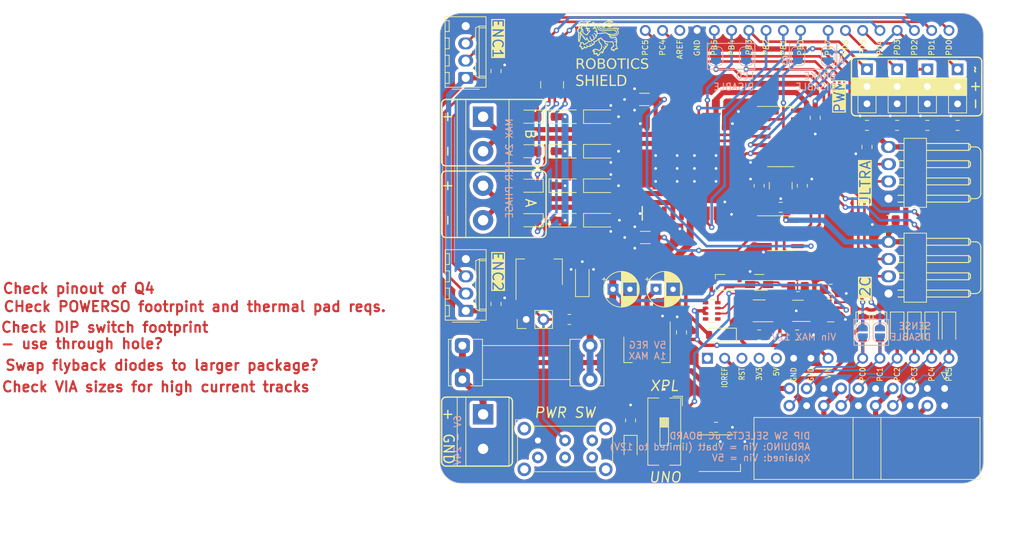
<source format=kicad_pcb>
(kicad_pcb (version 20221018) (generator pcbnew)
  (layers (0 "F.Cu" signal) (31 "B.Cu" signal) (34 "B.Paste" user) (35 "F.Paste" user) (36 "B.SilkS" user "B.Silkscreen") (37 "F.SilkS" user "F.Silkscreen") (38 "B.Mask" user) (39 "F.Mask" user) (44 "Edge.Cuts" user))
  (net 0 "")
  (net 2 "/SDA")
  (net 4 "/SCL")
  (net 5 "+5V")
  (net 6 "GND")
  (net 7 "/SCK")
  (net 8 "/DIRB")
  (net 9 "/MOSI")
  (net 10 "/MTRB")
  (net 11 "/MTRA")
  (net 12 "/BRKB")
  (net 13 "/BRKA")
  (net 14 "/SERVO2")
  (net 15 "/SERVO1")
  (net 16 "/ENC2B")
  (net 17 "/DIRA")
  (net 18 "/ENC2A")
  (net 19 "/ENC1A")
  (net 20 "/ENC1B")
  (net 21 "/AIN5")
  (net 22 "/AIN4")
  (net 23 "/AIN3")
  (net 24 "/AIN2")
  (net 26 "/AIN1")
  (net 27 "/AIN0")
  (net 28 "/Vin")
  (net 29 "/uC_5V")
  (net 30 "+BATT")
  (net 31 "/uC_3V3")
  (net 32 "/IOREF")
  (net 33 "Net-(D4-K)")
  (net 34 "Net-(D17-A)")
  (net 35 "Net-(D10-K)")
  (net 36 "Net-(D15-A)")
  (net 37 "Net-(D13-A)")
  (net 38 "Net-(D17-K)")
  (net 39 "Net-(D11-A)")
  (net 40 "Net-(D18-K)")
  (net 41 "Net-(D19-K)")
  (net 42 "Net-(D20-K)")
  (net 43 "Net-(D21-A)")
  (net 44 "Net-(D22-DI)")
  (net 45 "Net-(D22-CI)")
  (net 48 "Net-(J3-Pin_2)")
  (net 49 "Net-(JP1-B)")
  (net 50 "Net-(JP2-B)")
  (net 51 "Net-(JP5-A)")
  (net 52 "Net-(JP6-A)")
  (net 53 "Net-(Q2A-S)")
  (net 54 "Net-(Q2B-D)")
  (net 55 "Net-(Q4A-G)")
  (net 56 "Net-(Q4A-D)")
  (net 57 "/SENA")
  (net 58 "/SENB")
  (net 59 "Net-(RN2C-R3.2)")
  (net 60 "Net-(RN2D-R4.2)")
  (net 61 "Net-(RN1D-R4.1)")
  (net 62 "Net-(RN1A-R1.1)")
  (net 63 "Net-(RN2A-R1.2)")
  (net 64 "Net-(Q2A-D)")
  (net 65 "Net-(U3-IN4)")
  (net 66 "Net-(U3-IN2)")
  (net 68 "Net-(Q2A-G)")
  (net 70 "Net-(J2-Pin_1)")
  (footprint "Resistor_SMD:R_Array_Convex_4x0603" (layer "F.Cu") (at 153.405 74.873 180)
    (fp_text reference "RN2" hide)
    (fp_text value "10k")
  )
  (footprint "LED_SMD:LED_RGB_5050-6" (layer "F.Cu") (at 136.525 95.885 180)
    (fp_text reference "D22" hide)
    (fp_text value "APA102")
  )
  (footprint "Diode_SMD:D_SOD-123" (layer "F.Cu") (at 158.115 77.47 -90)
    (fp_text reference "D1" hide)
    (fp_text value "D")
  )
  (footprint "footprints:Molex_KK-254_1x04_P2.54mm_Horizontal" (layer "F.Cu") (at 161.925 72.39 90)
    (fp_text reference "J10" hide)
    (fp_text value "I2C")
  )
  (footprint "Package_TO_SOT_SMD:SOT-323_SC-70_Handsoldering" (layer "F.Cu") (at 137.16 70.739 180)
    (fp_text reference "Q3" hide)
    (fp_text value "Q_PMOS_GDS")
  )
  (footprint "TerminalBlock:TerminalBlock_bornier-4_P5.08mm" (layer "F.Cu") (at 102.235 46.355 -90)
    (fp_text reference "J4" hide)
    (fp_text value "Screw_Terminal_01x04")
  )
  (footprint "Connector_PinHeader_2.54mm:PinHeader_1x03_P2.54mm_Vertical" (layer "F.Cu") (at 163.195 39.37)
    (fp_text reference "J8" hide)
    (fp_text value "SERVO2")
  )
  (footprint "Resistor_SMD:R_0805_2012Metric_Pad1.20x1.40mm_HandSolder" (layer "F.Cu") (at 153.416 71.755)
    (fp_text reference "R5" hide)
    (fp_text value "2K5")
  )
  (footprint "Package_TO_SOT_SMD:SOT-223-3_TabPin2" (layer "F.Cu") (at 110.49 69.215 90)
    (fp_text reference "Q1" hide)
    (fp_text value "Q_PMOS_GDS")
  )
  (footprint "Diode_SMD:D_SOD-123" (layer "F.Cu") (at 163.195 77.47 -90)
    (fp_text reference "D3" hide)
    (fp_text value "D")
  )
  (footprint "TerminalBlock:TerminalBlock_bornier-2_P5.08mm" (layer "F.Cu") (at 102.235 90.17 -90)
    (fp_text reference "J2" hide)
    (fp_text value "BATT")
  )
  (footprint "Capacitor_SMD:C_0805_2012Metric_Pad1.18x1.45mm_HandSolder" (layer "F.Cu") (at 172.085 47.625 180)
    (fp_text reference "C14" hide)
    (fp_text value "100n")
  )
  (footprint "Package_TO_SOT_SMD:SOT-23-5" (layer "F.Cu") (at 148.59 74.93 180)
    (fp_text reference "U4" hide)
    (fp_text value "LMV331")
  )
  (footprint "Diode_SMD:D_SOD-123" (layer "F.Cu") (at 160.655 77.47 -90)
    (fp_text reference "D2" hide)
    (fp_text value "D")
  )
  (footprint "Diode_SMD:D_SOD-123" (layer "F.Cu") (at 119.38 51.435)
    (fp_text reference "D14" hide)
    (fp_text value "D")
  )
  (footprint "Package_TO_SOT_SMD:SOT-363_SC-70-6_Handsoldering" (layer "F.Cu") (at 142.875 70.739 180)
    (fp_text reference "Q2" hide)
    (fp_text value "2N7002DWK")
  )
  (footprint "footprints:SOIC127P1420X360-21N" (layer "F.Cu") (at 132.08 53.975 90)
    (fp_text reference "U3" hide)
    (fp_text value "L298P" hide)
  )
  (footprint "Connector_Molex:Molex_KK-254_AE-6410-04A_1x04_P2.54mm_Vertical" (layer "F.Cu") (at 99.695 74.93 90)
    (fp_text reference "J9" hide)
    (fp_text value "ENC2")
  )
  (footprint "Diode_SMD:D_SOD-123" (layer "F.Cu") (at 114.3 51.435)
    (fp_text reference "D13" hide)
    (fp_text value "D")
  )
  (footprint "Capacitor_SMD:C_0805_2012Metric_Pad1.18x1.45mm_HandSolder" (layer "F.Cu") (at 163.195 47.625 180)
    (fp_text reference "C11" hide)
    (fp_text value "100n")
  )
  (footprint "Diode_SMD:D_SOD-123" (layer "F.Cu") (at 168.275 77.47 -90)
    (fp_text reference "D6" hide)
    (fp_text value "D")
  )
  (footprint "Connector_Molex:Molex_KK-254_AE-6410-04A_1x04_P2.54mm_Vertical" (layer "F.Cu") (at 99.675 40.64 90)
    (fp_text reference "J7" hide)
    (fp_text value "ENC1")
  )
  (footprint "Resistor_SMD:R_0805_2012Metric_Pad1.20x1.40mm_HandSolder" (layer "F.Cu") (at 149.225 56.515 -90)
    (fp_text reference "R9" hide)
    (fp_text value "1K")
  )
  (footprint "Connector_PinHeader_2.54mm:PinHeader_1x03_P2.54mm_Vertical" (layer "F.Cu") (at 167.64 39.37)
    (fp_text reference "J5" hide)
    (fp_text value "SERVO1")
  )
  (footprint "LED_SMD:LED_0805_2012Metric_Pad1.15x1.40mm_HandSolder" (layer "F.Cu") (at 109.22 46.355 180)
    (fp_text reference "D20" hide)
    (fp_text value "LED")
  )
  (footprint "Connector_PinHeader_2.54mm:PinHeader_1x03_P2.54mm_Vertical" (layer "F.Cu") (at 172.085 39.385)
    (fp_text reference "J12" hide)
    (fp_text value "SERVO4")
  )
  (footprint "Button_Switch_SMD:SW_DIP_SPSTx01_Slide_9.78x4.72mm_W8.61mm_P2.54mm" (layer "F.Cu") (at 128.905 92.71 -90)
    (fp_text reference "SW2" hide)
    (fp_text value "SW_DIP_x01")
  )
  (footprint "Diode_SMD:D_SOD-123" (layer "F.Cu") (at 165.735 77.47 -90)
    (fp_text reference "D5" hide)
    (fp_text value "D")
  )
  (footprint "Diode_SMD:D_SOD-123" (layer "F.Cu") (at 116.84 70.485 90)
    (fp_text reference "D4" hide)
    (fp_text value "D")
  )
  (footprint "Capacitor_SMD:C_0805_2012Metric_Pad1.18x1.45mm_HandSolder" (layer "F.Cu") (at 167.64 47.625 180)
    (fp_text reference "C9" hide)
    (fp_text value "100n")
  )
  (footprint "Diode_SMD:D_SOD-123" (layer "F.Cu") (at 170.815 77.47 -90)
    (fp_text reference "D7" hide)
    (fp_text value "D")
  )
  (footprint "LED_SMD:LED_0805_2012Metric_Pad1.15x1.40mm_HandSolder" (layer "F.Cu") (at 109.22 56.515 180)
    (fp_text reference "D18" hide)
    (fp_text value "LED")
  )
  (footprint "Package_TO_SOT_SMD:SOT-23-6_Handsoldering" (layer "F.Cu") (at 142.875 74.93 180)
    (fp_text reference "Q4" hide)
    (fp_text value "DualPMOS")
  )
  (footprint "Capacitor_THT:CP_Radial_D5.0mm_P2.50mm" (layer "F.Cu") (at 127.699888 71.755)
    (fp_text reference "C5" hide)
    (fp_text value "10u")
  )
  (footprint "Connector_IDC:IDC-Header_2x10_P2.54mm_Horizontal" (layer "F.Cu") (at 170.18 86.36 -90)
    (fp_text reference "J1" hide)
    (fp_text value "ADC")
  )
  (footprint "Package_TO_SOT_SMD:SOT-223-3_TabPin2" (layer "F.Cu") (at 126.365 80.645 -90)
    (fp_text reference "U2" hide)
    (fp_text value "NCP1117-5.0_SOT223")
  )
  (footprint "Diode_SMD:D_SOD-123" (layer "F.Cu") (at 119.38 61.595)
    (fp_text reference "D9" hide)
    (fp_text value "D")
  )
  (footprint "Capacitor_SMD:C_0805_2012Metric_Pad1.18x1.45mm_HandSolder" (layer "F.Cu") (at 104.14 73.914 90)
    (fp_text reference "C10" hide)
    (fp_text value "100n")
  )
  (footprint "Diode_SMD:D_SOD-123" (layer "F.Cu") (at 114.3 56.515)
    (fp_text reference "D11" hide)
    (fp_text value "D")
  )
  (footprint "Resistor_SMD:R_Array_Convex_4x0603" (layer "F.Cu") (at 112.395 41.656 -90)
    (fp_text reference "RN3" hide)
    (fp_text value "10K")
  )
  (footprint "Capacitor_SMD:C_0805_2012Metric_Pad1.18x1.45mm_HandSolder" (layer "F.Cu") (at 151.13 46.5035 90)
    (fp_text reference "C1" hide)
    (fp_text value "100n")
  )
  (footprint "Resistor_SMD:R_0805_2012Metric_Pad1.20x1.40mm_HandSolder" (layer "F.Cu") (at 142.875 78.486)
    (fp_text reference "R7" hide)
    (fp_text value "100R")
  )
  (footprint "Resistor_SMD:R_Array_Convex_4x0603" (layer "F.Cu") (at 146.05 56.515 -90)
    (fp_text reference "RN1" hide)
    (fp_text value "10K")
  )
  (footprint "footprints:Molex_KK-254_1x04_P2.54mm_Horizontal" (layer "F.Cu") (at 161.925 58.42 90)
    (fp_text reference "J6" hide)
    (fp_text value "ULTRA")
  )
  (footprint "Capacitor_THT:CP_Radial_D5.0mm_P2.50mm" (layer "F.Cu") (at 121.349888 71.755)
    (fp_text reference "C2" hide)
    (fp_text value "100u")
  )
  (footprint "Capacitor_SMD:C_0805_2012Metric_Pad1.18x1.45mm_HandSolder" (layer "F.Cu") (at 137.541 44.45 180)
    (fp_text reference "C3" hide)
    (fp_text value "100n")
  )
  (footprint "Diode_SMD:D_SOD-123" (layer "F.Cu") (at 114.3 46.355)
    (fp_text reference "D15" hide)
    (fp_text value "D")
  )
  (footprint "Resistor_SMD:R_1206_3216Metric_Pad1.30x1.75mm_HandSolder" (layer "F.Cu") (at 126.111 64.135 180)
    (fp_text reference "R2" hide)
    (fp_text value "0R15")
  )
  (footprint "Capacitor_SMD:C_0805_2012Metric_Pad1.18x1.45mm_HandSolder" (layer "F.Cu") (at 158.75 50.8 -90)
    (fp_text reference "C7" hide)
    (fp_text value "100n")
  )
  (footprint "Resistor_SMD:R_1206_3216Metric_Pad1.30x1.75mm_HandSolder" (layer "F.Cu") (at 125.984 43.815 180)
    (fp_text reference "R3" hide)
    (fp_text value "0R15")
  )
  (footprint "Diode_SMD:D_SOD-123" (layer "F.Cu") (at 137.16 78.486 180)
    (fp_text reference "D21" hide)
    (fp_text value "D")
  )
  (footprint "LED_SMD:LED_0805_2012Metric_Pad1.15x1.40mm_HandSolder" (layer "F.Cu") (at 123.952 95.123 -90)
    (fp_text reference "D10" hide)
    (fp_text value "5V")
  )
  (footprint "Package_SO:SOIC-14_3.9x8.7mm_P1.27mm" (layer "F.Cu") (at 146.05 49.276)
    (fp_text reference "U1" hide)
    (fp_text value "4077")
  )
  (footprint "Resistor_SMD:R_0805_2012Metric_Pad1.20x1.40mm_HandSolder" (layer "F.Cu") (at 142.875 56.515 -90)
    (fp_text reference "R8" hide)
    (fp_text value "1K")
  )
  (footprint "Package_SO:SOIC-8_3.9x4.9mm_P1.27mm" (layer "F.Cu") (at 146.05 63.5)
    (fp_text reference "U5" hide)
    (fp_text value "LMV358")
  )
  (footprint "Capacitor_SMD:C_0805_2012Metric_Pad1.18x1.45mm_HandSolder" (layer "F.Cu") (at 146.05 59.69)
    (fp_text reference "C16" hide)
    (fp_text value "100n")
  )
  (footprint "LED_SMD:LED_0805_2012Metric_Pad1.15x1.40mm_HandSolder" (layer "F.Cu") (at 109.22 61.595 180)
    (fp_text reference "D17" hide)
    (fp_text value "LED")
  )
  (footprint "Resistor_SMD:R_0805_2012Metric_Pad1.20x1.40mm_HandSolder" (layer "F.Cu") (at 148.59 71.374 180)
    (fp_text reference "R6" hide)
    (fp_text value "100R")
  )
  (footprint "LED_SMD:LED_0805_2012Metric_Pad1.15x1.40mm_HandSolder" (layer "F.Cu") (at 109.22 51.435 180)
    (fp_text reference "D19" hide)
    (fp_text value "LED")
  )
  (footprint "Resistor_SMD:R_0805_2012Metric_Pad1.20x1.40mm_HandSolder" (layer "F.Cu") (at 123.952 91.059 90)
    (fp_text reference "R4" hide)
    (fp_text value "150R")
  )
  (footprint "Button_Switch_THT:SW_E-Switch_EG2219_DPDT_Angled" (layer "F.Cu") (at 110.3 94.02)
    (fp_text reference "SW1" hide)
    (fp_text value "PWR SW")
  )
  (footprint "Capacitor_SMD:C_0805_2012Metric_Pad1.18x1.45mm_HandSolder" (layer "F.Cu") (at 104.14 39.624 90)
    (fp_text reference "C8" hide)
    (fp_text value "100n")
  )
  (footprint "Capacitor_SMD:C_0805_2012Metric_Pad1.18x1.45mm_HandSolder" (layer "F.Cu") (at 136.525 92.075 180)
    (fp_text reference "C15" hide)
    (fp_text value "100n")
  )
  (footprint "Resistor_SMD:R_0805_2012Metric_Pad1.20x1.40mm_HandSolder" (layer "F.Cu") (at 114.935 76.2 180)
    (fp_text reference "R1" hide)
    (fp_text value "10k")
  )
  (footprint "Connector_PinHeader_2.54mm:PinHeader_1x03_P2.54mm_Vertical" (layer "F.Cu") (at 158.75 39.37)
    (fp_text reference "J11" hide)
    (fp_text value "SERVO3")
  )
  (footprint "Capacitor_SMD:C_0805_2012Metric_Pad1.18x1.45mm_HandSolder" (layer "F.Cu") (at 131.445 78.105 -90)
    (fp_text reference "C4" hide)
    (fp_text value "C")
  )
  (footprint "Capacitor_SMD:C_0805_2012Metric_Pad1.18x1.45mm_HandSolder" (layer "F.Cu") (at 161.925 61.595 180)
    (fp_text reference "C12" hide)
    (fp_text value "100n")
  )
  (footprint "Capacitor_SMD:C_0805_2012Metric_Pad1.18x1.45mm_HandSolder" (layer "F.Cu") (at 148.463 78.486 180)
    (fp_text reference "C6" hide)
    (fp_text value "100n")
  )
  (footprint "Resistor_SMD:R_Array_Convex_4x0603" (layer "F.Cu") (at 135.89 74.93 180)
    (fp_text reference "RN4" hide)
    (fp_text value "10k")
  )
  (footprint "Connector_PinHeader_2.54mm:PinHeader_1x02_P2.54mm_Vertical" (layer "F.Cu") (at 108.58 76.2 90)
    (fp_text reference "J3" hide)
    (fp_text value "PWR SW")
  )
  (footprint "Diode_SMD:D_SOD-123" (layer "F.Cu") (at 119.38 46.355)
    (fp_text reference "D16" hide)
    (fp_text value "D")
  )
  (footprint "Diode_SMD:D_SOD-123" (layer "F.Cu") (at 119.38 56.515)
    (fp_text reference "D12" hide)
    (fp_text value "D")
  )
  (footprint "Capacitor_SMD:C_0805_2012Metric_Pad1.18x1.45mm_HandSolder" (layer "F.Cu") (at 158.75 47.625 180)
    (fp_text reference "C13" hide)
    (fp_text value "100n")
  )
  (footprint "Diode_SMD:D_SOD-123" (layer "F.Cu") (at 114.3 61.595)
    (fp_text reference "D8" hide)
    (fp_text value "D")
  )
  (footprint "Fuse:Fuseholder_Clip-5x20mm_Littelfuse_111_Lateral_P18.80x5.00mm_D1.17mm_Horizontal" (layer "F.Cu") (at 99.185 80.05)
    (fp_text reference "F1" hide)
    (fp_text value "Fuse")
  )
  (footprint "Jumper:SolderJumper-2_P1.3mm_Open_RoundedPad1.0x1.5mm" (layer "B.Cu") (at 160.655 78.105 -90)
    (fp_text reference "JP6" hide)
    (fp_text value "SolderJumper_2_Open")
  )
  (footprint "Jumper:SolderJumper-2_P1.3mm_Open_RoundedPad1.0x1.5mm" (layer "B.Cu") (at 136.525 37.465 -90)
    (fp_text reference "JP4" hide)
    (fp_text value "SolderJumper_2_Open")
  )
  (footprint "Jumper:SolderJumper-2_P1.3mm_Open_RoundedPad1.0x1.5mm" (layer "B.Cu") (at 140.97 37.465 -90)
    (fp_text reference "JP3" hide)
    (fp_text value "SolderJumper_2_Open")
  )
  (footprint "Jumper:SolderJumper-2_P1.3mm_Open_RoundedPad1.0x1.5mm" (layer "B.Cu") (at 153.035 37.465 -90)
    (fp_text reference "JP1" hide)
    (fp_text value "SolderJumper_2_Open")
  )
  (footprint "Jumper:SolderJumper-2_P1.3mm_Open_RoundedPad1.0x1.5mm" (layer "B.Cu") (at 148.59 37.465 -90)
    (fp_text reference "JP2" hide)
    (fp_text value "SolderJumper_2_Open")
  )
  (footprint "Jumper:SolderJumper-2_P1.3mm_Open_RoundedPad1.0x1.5mm" (layer "B.Cu") (at 158.115 78.105 -90)
    (fp_text reference "JP5" hide)
    (fp_text value "SolderJumper_2_Open")
  )
  (footprint "Module:Arduino_UNO_R3" (layer "B.Cu") (at 135.255 81.915)
    (fp_text reference "A1" hide)
    (fp_text value "Arduino_UNO_R3")
  )
  (gr_rect (start 135.255 35.56) (end 142.24 39.37) (stroke (width 0.15)) (fill none) (layer "B.SilkS"))
  (gr_rect (start 147.32 35.56) (end 154.305 39.37) (stroke (width 0.15)) (fill none) (layer "B.SilkS"))
  (gr_rect (start 156.845 76.2) (end 161.925 80.01) (stroke (width 0.15)) (fill none) (layer "B.SilkS"))
  (gr_arc (start 96.774 64.135) (mid 96.324987 63.949013) (end 96.139 63.5) (stroke (width 0.2)) (layer "F.SilkS"))
  (gr_arc (start 105.918 87.63) (mid 106.367013 87.815987) (end 106.553 88.265) (stroke (width 0.2)) (layer "F.SilkS"))
  (gr_arc (start 111.506 63.5) (mid 111.320013 63.949013) (end 110.871 64.135) (stroke (width 0.2)) (layer "F.SilkS"))
  (gr_line (start 96.774 53.594) (end 110.871 53.594) (stroke (width 0.2)) (layer "F.SilkS"))
  (gr_line (start 157.098998 46.228) (end 175.006 46.228) (stroke (width 0.2)) (layer "F.SilkS"))
  (gr_line (start 105.918 87.63) (end 96.774 87.63) (stroke (width 0.2)) (layer "F.SilkS"))
  (gr_arc (start 157.098998 46.228) (mid 156.649985 46.042013) (end 156.463998 45.593) (stroke (width 0.2)) (layer "F.SilkS"))
  (gr_line (start 96.774 64.135) (end 110.871 64.135) (stroke (width 0.2)) (layer "F.SilkS"))
  (gr_arc (start 110.871 43.815) (mid 111.320013 44.000987) (end 111.506 44.45) (stroke (width 0.2)) (layer "F.SilkS"))
  (gr_arc (start 106.553 97.155) (mid 106.367013 97.604013) (end 105.918 97.79) (stroke (width 0.2)) (layer "F.SilkS"))
  (gr_arc (start 175.006002 37.592) (mid 175.455015 37.777987) (end 175.641002 38.227) (stroke (width 0.2)) (layer "F.SilkS"))
  (gr_line (start 96.774 97.79) (end 105.918 97.79) (stroke (width 0.2)) (layer "F.SilkS"))
  (gr_line (start 96.139 44.45) (end 96.139 52.959) (stroke (width 0.2)) (layer "F.SilkS"))
  (gr_arc (start 111.506 52.959) (mid 111.320013 53.408013) (end 110.871 53.594) (stroke (width 0.2)) (layer "F.SilkS"))
  (gr_line (start 175.006002 37.592) (end 157.099 37.592002) (stroke (width 0.2)) (layer "F.SilkS"))
  (gr_line (start 110.871 43.815) (end 96.774 43.815) (stroke (width 0.2)) (layer "F.SilkS"))
  (gr_poly (pts (xy 117.788577 32.85331) (xy 117.789566 32.853413) (xy 117.790552 32.853577) (xy 117.791531 32.8538) (xy 117.792501 32.854084) (xy 117.796873 32.855898) (xy 117.801283 32.8576) (xy 117.80573 32.859192) (xy 117.810212 32.860672) (xy 117.814726 32.862039) (xy 117.81927 32.863295) (xy 117.823843 32.864437) (xy 117.828442 32.865466) (xy 117.833065 32.866381) (xy 117.83771 32.867182) (xy 117.842375 32.867868) (xy 117.847057 32.868439) (xy 117.851755 32.868894) (xy 117.856467 32.869234) (xy 117.86119 32.869456) (xy 117.865922 32.869562) (xy 117.881888 32.869078) (xy 117.89929 32.868297) (xy 117.935821 32.866288) (xy 117.970343 32.864428) (xy 117.985235 32.863832) (xy 117.997685 32.863609) (xy 117.997685 32.865197) (xy 118.002396 32.865124) (xy 118.007786 32.865214) (xy 118.013686 32.865477) (xy 118.019928 32.865928) (xy 118.026345 32.866579) (xy 118.032769 32.867443) (xy 118.03903 32.868532) (xy 118.044962 32.86986) (xy 118.050397 32.871439) (xy 118.052875 32.872326) (xy 118.055166 32.873281) (xy 118.057248 32.874306) (xy 118.059101 32.875401) (xy 118.060703 32.876568) (xy 118.062034 32.87781) (xy 118.063073 32.879127) (xy 118.063798 32.880521) (xy 118.064189 32.881994) (xy 118.064224 32.883547) (xy 118.063883 32.885183) (xy 118.063145 32.886902) (xy 118.061988 32.888706) (xy 118.060392 32.890597) (xy 118.050242 32.900936) (xy 118.040254 32.91068) (xy 118.030426 32.919843) (xy 118.020755 32.928441) (xy 118.011237 32.936487) (xy 118.00187 32.943995) (xy 117.992651 32.950981) (xy 117.983578 32.957458) (xy 117.974647 32.96344) (xy 117.965855 32.968944) (xy 117.9572 32.973981) (xy 117.94868 32.978568) (xy 117.94029 32.982718) (xy 117.932029 32.986446) (xy 117.923893 32.989766) (xy 117.915879 32.992693) (xy 117.907985 32.99524) (xy 117.900209 32.997423) (xy 117.892546 32.999256) (xy 117.884995 33.000753) (xy 117.870214 33.002796) (xy 117.855845 33.003669) (xy 117.841864 33.003486) (xy 117.828249 33.002362) (xy 117.814977 33.000413) (xy 117.802025 32.997753) (xy 117.800246 32.997368) (xy 117.798498 32.99691) (xy 117.796783 32.996381) (xy 117.795102 32.995783) (xy 117.793458 32.995117) (xy 117.791852 32.994384) (xy 117.790284 32.993588) (xy 117.788758 32.992729) (xy 117.787273 32.99181) (xy 117.785833 32.990832) (xy 117.784438 32.989797) (xy 117.783089 32.988706) (xy 117.780539 32.986367) (xy 117.778194 32.983829) (xy 117.776067 32.981105) (xy 117.774169 32.978211) (xy 117.77331 32.976705) (xy 117.772514 32.975161) (xy 117.77178 32.973582) (xy 117.771112 32.971969) (xy 117.770511 32.970324) (xy 117.769977 32.968649) (xy 117.769514 32.966945) (xy 117.769121 32.965215) (xy 117.768801 32.96346) (xy 117.768555 32.961683) (xy 117.768385 32.959884) (xy 117.768293 32.958065) (xy 117.770673 32.870356) (xy 117.770678 32.869345) (xy 117.770743 32.868343) (xy 117.770868 32.867351) (xy 117.771052 32.866374) (xy 117.771292 32.865412) (xy 117.771588 32.864469) (xy 117.771939 32.863546) (xy 117.772344 32.862646) (xy 117.772801 32.861772) (xy 117.773309 32.860926) (xy 117.773868 32.86011) (xy 117.774476 32.859327) (xy 117.775131 32.858579) (xy 117.775833 32.857868) (xy 117.776581 32.857197) (xy 117.777372 32.856569) (xy 117.778201 32.855989) (xy 117.779058 32.855464) (xy 117.77994 32.854994) (xy 117.780844 32.85458) (xy 117.781769 32.854221) (xy 117.78271 32.853919) (xy 117.783666 32.853673) (xy 117.784635 32.853484) (xy 117.785613 32.853353) (xy 117.786597 32.85328) (xy 117.787586 32.853266)) (stroke (width 0.03)) (fill solid) (layer "F.SilkS"))
  (gr_arc (start 175.641 45.593) (mid 175.455013 46.042013) (end 175.006 46.228) (stroke (width 0.2)) (layer "F.SilkS"))
  (gr_arc (start 96.139 88.265) (mid 96.324987 87.815987) (end 96.774 87.63) (stroke (width 0.2)) (layer "F.SilkS"))
  (gr_rect (start 156.464 40.64) (end 173.415 43.225) (stroke (width 0.15)) (fill solid) (layer "F.SilkS"))
  (gr_line (start 96.139 88.265) (end 96.139 97.155) (stroke (width 0.2)) (layer "F.SilkS"))
  (gr_poly (pts (xy 120.945768 32.214579) (xy 120.972525 32.216791) (xy 120.998562 32.22016) (xy 121.023875 32.224612) (xy 121.04846 32.230071) (xy 121.072311 32.236464) (xy 121.095426 32.243715) (xy 121.1178 32.25175) (xy 121.139428 32.260494) (xy 121.160307 32.269872) (xy 121.180431 32.279809) (xy 121.199797 32.290231) (xy 121.2184 32.301064) (xy 121.236236 32.312232) (xy 121.253302 32.323661) (xy 121.285101 32.347001) (xy 121.313764 32.370489) (xy 121.339256 32.393525) (xy 121.361543 32.415512) (xy 121.380591 32.435853) (xy 121.396365 32.45395) (xy 121.417955 32.481022) (xy 121.418179 32.481363) (xy 121.418375 32.481717) (xy 121.418543 32.482081) (xy 121.418684 32.482454) (xy 121.418798 32.482834) (xy 121.418884 32.48322) (xy 121.418942 32.48361) (xy 121.418972 32.484003) (xy 121.418974 32.484397) (xy 121.418949 32.484791) (xy 121.418895 32.485183) (xy 121.418814 32.485571) (xy 121.418704 32.485954) (xy 121.418566 32.486331) (xy 121.4184 32.4867) (xy 121.418205 32.487058) (xy 121.417984 32.487402) (xy 121.417742 32.487726) (xy 121.417478 32.488028) (xy 121.417195 32.48831) (xy 121.416895 32.488568) (xy 121.416577 32.488804) (xy 121.416245 32.489017) (xy 121.415898 32.489205) (xy 121.415539 32.489368) (xy 121.415169 32.489506) (xy 121.41479 32.489617) (xy 121.414402 32.489701) (xy 121.414007 32.489757) (xy 121.413607 32.489785) (xy 121.413203 32.489784) (xy 121.412796 32.489753) (xy 121.374775 32.48395) (xy 121.337018 32.479589) (xy 121.299573 32.476594) (xy 121.262488 32.474892) (xy 121.225811 32.474407) (xy 121.189589 32.475064) (xy 121.153871 32.47679) (xy 121.118705 32.479508) (xy 121.084138 32.483146) (xy 121.050218 32.487627) (xy 120.984512 32.498822) (xy 120.92197 32.512496) (xy 120.862975 32.528051) (xy 120.80791 32.54489) (xy 120.757157 32.562415) (xy 120.711101 32.580028) (xy 120.670125 32.597132) (xy 120.634611 32.613129) (xy 120.604942 32.627422) (xy 120.564675 32.648503) (xy 120.564298 32.648702) (xy 120.56394 32.648925) (xy 120.563601 32.649171) (xy 120.563283 32.649439) (xy 120.562985 32.649727) (xy 120.562708 32.650033) (xy 120.562455 32.650358) (xy 120.562224 32.650699) (xy 120.562018 32.651055) (xy 120.561836 32.651425) (xy 120.56168 32.651807) (xy 120.561551 32.652201) (xy 120.561449 32.652604) (xy 120.561375 32.653016) (xy 120.56133 32.653435) (xy 120.561315 32.653861) (xy 120.561319 32.654074) (xy 120.56133 32.654286) (xy 120.561349 32.654496) (xy 120.561375 32.654705) (xy 120.561408 32.654912) (xy 120.561449 32.655117) (xy 120.561496 32.65532) (xy 120.561551 32.655521) (xy 120.561612 32.655719) (xy 120.56168 32.655914) (xy 120.561755 32.656107) (xy 120.561836 32.656296) (xy 120.561923 32.656483) (xy 120.562017 32.656666) (xy 120.562117 32.656846) (xy 120.562223 32.657022) (xy 120.562336 32.657195) (xy 120.562454 32.657363) (xy 120.562578 32.657528) (xy 120.562707 32.657688) (xy 120.562843 32.657843) (xy 120.562983 32.657995) (xy 120.563129 32.658141) (xy 120.563281 32.658283) (xy 120.563437 32.658419) (xy 120.563599 32.65855) (xy 120.563766 32.658676) (xy 120.563937 32.658796) (xy 120.564114 32.658911) (xy 120.564295 32.659019) (xy 120.56448 32.659122) (xy 120.56467 32.659218) (xy 120.601328 32.668404) (xy 120.638171 32.676607) (xy 120.675179 32.683827) (xy 120.712332 32.690063) (xy 120.749611 32.695314) (xy 120.786996 32.699578) (xy 120.824467 32.702857) (xy 120.862006 32.705147) (xy 120.899592 32.706448) (xy 120.937205 32.70676) (xy 120.974826 32.706081) (xy 121.012436 32.70441) (xy 121.050015 32.701747) (xy 121.087543 32.698091) (xy 121.125 32.69344) (xy 121.162368 32.687793) (xy 121.182181 32.683851) (xy 121.200155 32.67962) (xy 121.2166 32.675108) (xy 121.231827 32.670325) (xy 121.246143 32.665279) (xy 121.259861 32.659979) (xy 121.286737 32.648652) (xy 121.314935 32.636413) (xy 121.346932 32.623332) (xy 121.36513 32.616498) (xy 121.385208 32.60948) (xy 121.407476 32.602286) (xy 121.432242 32.594925) (xy 121.483056 32.584604) (xy 121.531645 32.577559) (xy 121.578054 32.573614) (xy 121.622329 32.57259) (xy 121.664514 32.574312) (xy 121.704654 32.578601) (xy 121.742794 32.585281) (xy 121.77898 32.594174) (xy 121.813256 32.605104) (xy 121.845667 32.617894) (xy 121.876258 32.632365) (xy 121.905075 32.648342) (xy 121.932162 32.665647) (xy 121.957564 32.684103) (xy 121.981326 32.703533) (xy 122.003493 32.72376) (xy 122.02411 32.744607) (xy 122.043223 32.765896) (xy 122.060875 32.787451) (xy 122.077112 32.809094) (xy 122.105522 32.851937) (xy 122.128812 32.893009) (xy 122.147342 32.930892) (xy 122.161472 32.964171) (xy 122.177969 33.011247) (xy 122.178061 33.011434) (xy 122.178144 33.011623) (xy 122.178218 33.011815) (xy 122.178283 33.012009) (xy 122.17834 33.012204) (xy 122.178388 33.0124) (xy 122.178427 33.012597) (xy 122.178458 33.012795) (xy 122.178481 33.012994) (xy 122.178495 33.013193) (xy 122.178501 33.013392) (xy 122.178498 33.01359) (xy 122.178487 33.013788) (xy 122.178468 33.013985) (xy 122.178441 33.014181) (xy 122.178406 33.014376) (xy 122.178363 33.014569) (xy 122.178312 33.01476) (xy 122.178252 33.014949) (xy 122.178185 33.015136) (xy 122.178111 33.015319) (xy 122.178028 33.0155) (xy 122.177938 33.015678) (xy 122.17784 33.015852) (xy 122.177734 33.016023) (xy 122.177621 33.016189) (xy 122.177501 33.016351) (xy 122.177373 33.016509) (xy 122.177238 33.016662) (xy 122.177095 33.01681) (xy 122.176945 33.016952) (xy 122.176788 33.017089) (xy 122.176625 33.017219) (xy 122.176458 33.017341) (xy 122.176286 33.017455) (xy 122.176111 33.01756) (xy 122.175933 33.017658) (xy 122.175752 33.017747) (xy 122.175567 33.017828) (xy 122.175381 33.017901) (xy 122.175 33.018023) (xy 122.174613 33.018112) (xy 122.174221 33.018169) (xy 122.173826 33.018192) (xy 122.17343 33.018183) (xy 122.173036 33.018141) (xy 122.172646 33.018067) (xy 122.172261 33.017959) (xy 122.172072 33.017893) (xy 122.171885 33.017819) (xy 122.1717 33.017736) (xy 122.171519 33.017645) (xy 122.17134 33.017546) (xy 122.171165 33.017439) (xy 122.170993 33.017323) (xy 122.170826 33.0172) (xy 122.146627 33.004652) (xy 122.120577 32.993579) (xy 122.092842 32.983871) (xy 122.063589 32.975422) (xy 122.032985 32.968125) (xy 122.001196 32.96187) (xy 121.968391 32.956552) (xy 121.934735 32.952063) (xy 121.865538 32.945138) (xy 121.794941 32.940237) (xy 121.654887 32.933062) (xy 121.635462 32.932411) (xy 121.616185 32.932447) (xy 121.597062 32.93314) (xy 121.578097 32.934463) (xy 121.54067 32.938878) (xy 121.50395 32.945458) (xy 121.467983 32.953971) (xy 121.432816 32.964184) (xy 121.398495 32.975862) (xy 121.365068 32.988773) (xy 121.33258 33.002685) (xy 121.301078 33.017363) (xy 121.270609 33.032575) (xy 121.241218 33.048088) (xy 121.185861 33.079082) (xy 121.135378 33.108481) (xy 121.110758 33.121564) (xy 121.084942 33.132886) (xy 121.05811 33.142531) (xy 121.030442 33.150581) (xy 121.002118 33.157116) (xy 120.973319 33.16222) (xy 120.944224 33.165973) (xy 120.915014 33.168459) (xy 120.885869 33.169758) (xy 120.85697 33.169954) (xy 120.828496 33.169128) (xy 120.800628 33.167361) (xy 120.773546 33.164737) (xy 120.74743 33.161336) (xy 120.722461 33.157242) (xy 120.698818 33.152535) (xy 120.641014 33.136849) (xy 120.58345 33.120339) (xy 120.526134 33.103005) (xy 120.469076 33.084853) (xy 120.412285 33.065883) (xy 120.355769 33.0461) (xy 120.299536 33.025505) (xy 120.243597 33.004103) (xy 120.243349 33.004018) (xy 120.243097 33.003946) (xy 120.242844 33.003889) (xy 120.242588 33.003847) (xy 120.242332 33.003818) (xy 120.242074 33.003803) (xy 120.241817 33.003802) (xy 120.24156 33.003815) (xy 120.241304 33.003841) (xy 120.24105 33.003882) (xy 120.240798 33.003936) (xy 120.240549 33.004004) (xy 120.240303 33.004086) (xy 120.240061 33.004181) (xy 120.239824 33.00429) (xy 120.239592 33.004412) (xy 120.239367 33.004547) (xy 120.239151 33.004694) (xy 120.238944 33.004851) (xy 120.238747 33.005018) (xy 120.238559 33.005196) (xy 120.238382 33.005383) (xy 120.238215 33.005579) (xy 120.238059 33.005784) (xy 120.237915 33.005997) (xy 120.237782 33.006218) (xy 120.237661 33.006445) (xy 120.237552 33.00668) (xy 120.237456 33.00692) (xy 120.237373 33.007167) (xy 120.237304 33.007418) (xy 120.237248 33.007675) (xy 120.231499 33.028051) (xy 120.225562 33.047307) (xy 120.219435 33.065475) (xy 120.213115 33.082589) (xy 120.206601 33.098682) (xy 120.19989 33.113786) (xy 120.192981 33.127935) (xy 120.18587 33.141161) (xy 120.178557 33.153498) (xy 120.171039 33.164978) (xy 120.163314 33.175635) (xy 120.15538 33.185501) (xy 120.147234 33.19461) (xy 120.138875 33.202994) (xy 120.130301 33.210687) (xy 120.121508 33.217721) (xy 120.112496 33.224129) (xy 120.103263 33.229945) (xy 120.093805 33.235202) (xy 120.084121 33.239932) (xy 120.074209 33.244168) (xy 120.064066 33.247944) (xy 120.043082 33.254246) (xy 120.021152 33.259101) (xy 119.998258 33.262774) (xy 119.974385 33.265528) (xy 119.949514 33.267628) (xy 119.938617 33.268153) (xy 119.927814 33.268185) (xy 119.917114 33.267749) (xy 119.906531 33.266873) (xy 119.896074 33.265583) (xy 119.885756 33.263908) (xy 119.875587 33.261872) (xy 119.86558 33.259504) (xy 119.855746 33.25683) (xy 119.846095 33.253878) (xy 119.83664 33.250673) (xy 119.827392 33.247243) (xy 119.809562 33.239815) (xy 119.792697 33.23181) (xy 119.776887 33.223442) (xy 119.762225 33.214926) (xy 119.748801 33.206477) (xy 119.736706 33.198311) (xy 119.726032 33.190643) (xy 119.716871 33.183687) (xy 119.70345 33.172775) (xy 119.703177 33.172572) (xy 119.702918 33.172355) (xy 119.702674 33.172124) (xy 119.702446 33.17188) (xy 119.702234 33.171623) (xy 119.702038 33.171354) (xy 119.701858 33.171075) (xy 119.701696 33.170786) (xy 119.701551 33.170488) (xy 119.701424 33.170181) (xy 119.701315 33.169867) (xy 119.701225 33.169546) (xy 119.701155 33.169219) (xy 119.701104 33.168887) (xy 119.701073 33.168551) (xy 119.701062 33.168211) (xy 119.701073 33.167871) (xy 119.701104 33.167534) (xy 119.701155 33.167202) (xy 119.701225 33.166875) (xy 119.701315 33.166554) (xy 119.701424 33.16624) (xy 119.701551 33.165934) (xy 119.701696 33.165635) (xy 119.701858 33.165346) (xy 119.702038 33.165067) (xy 119.702234 33.164799) (xy 119.702446 33.164542) (xy 119.702674 33.164297) (xy 119.702918 33.164066) (xy 119.703177 33.163849) (xy 119.70345 33.163647) (xy 119.721058 33.154737) (xy 119.729691 33.150125) (xy 119.738126 33.145353) (xy 119.746301 33.140382) (xy 119.754153 33.135169) (xy 119.761619 33.129676) (xy 119.768636 33.12386) (xy 119.771957 33.120819) (xy 119.775142 33.117681) (xy 119.778183 33.114443) (xy 119.781073 33.111099) (xy 119.783803 33.107644) (xy 119.786367 33.104073) (xy 119.788755 33.100381) (xy 119.790961 33.096562) (xy 119.792976 33.092612) (xy 119.794792 33.088526) (xy 119.796402 33.084298) (xy 119.797798 33.079923) (xy 119.798971 33.075397) (xy 119.799915 33.070713) (xy 119.800621 33.065868) (xy 119.801082 33.060856) (xy 119.801387 33.053462) (xy 119.801202 33.046526) (xy 119.800546 33.040033) (xy 119.799439 33.033968) (xy 119.797902 33.028318) (xy 119.795955 33.023068) (xy 119.793618 33.018203) (xy 119.790912 33.013708) (xy 119.787858 33.009571) (xy 119.784475 33.005775) (xy 119.780784 33.002306) (xy 119.776805 32.99915) (xy 119.772558 32.996293) (xy 119.768065 32.99372) (xy 119.763345 32.991417) (xy 119.758418 32.989369) (xy 119.748027 32.98598) (xy 119.737055 32.983438) (xy 119.725664 32.981628) (xy 119.714017 32.980433) (xy 119.702277 32.979738) (xy 119.690608 32.979428) (xy 119.668129 32.979497) (xy 119.641354 32.980388) (xy 119.624817 32.981717) (xy 119.606844 32.984023) (xy 119.587934 32.9876) (xy 119.568586 32.992738) (xy 119.558902 32.995983) (xy 119.549296 32.999729) (xy 119.539829 33.004011) (xy 119.530564 33.008865) (xy 119.521562 33.014329) (xy 119.512887 33.020439) (xy 119.504601 33.027231) (xy 119.496765 33.034741) (xy 119.489442 33.043007) (xy 119.482695 33.052064) (xy 119.476585 33.06195) (xy 119.471175 33.0727) (xy 119.466527 33.084352) (xy 119.462704 33.09694) (xy 119.459767 33.110503) (xy 119.45778 33.125077) (xy 119.456803 33.140697) (xy 119.4569 33.157401) (xy 119.458134 33.175226) (xy 119.460565 33.194206) (xy 119.463016 33.207386) (xy 119.466271 33.220174) (xy 119.47044 33.232624) (xy 119.475628 33.244789) (xy 119.481945 33.256724) (xy 119.489496 33.268483) (xy 119.498391 33.28012) (xy 119.508736 33.291688) (xy 119.520639 33.303243) (xy 119.534208 33.314838) (xy 119.54955 33.326527) (xy 119.566772 33.338365) (xy 119.585983 33.350404) (xy 119.60729 33.3627) (xy 119.6308 33.375307) (xy 119.65662 33.388278) (xy 119.681401 33.398726) (xy 119.708067 33.407531) (xy 119.736316 33.414817) (xy 119.765848 33.42071) (xy 119.796361 33.425333) (xy 119.827555 33.42881) (xy 119.859127 33.431267) (xy 119.890777 33.432827) (xy 119.953107 33.433756) (xy 120.012134 33.432591) (xy 120.110646 33.427965) (xy 120.224661 33.417399) (xy 120.409295 33.395819) (xy 120.931781 33.333906) (xy 121.24894 33.300655) (xy 121.445064 33.2857) (xy 121.546629 33.280475) (xy 121.648289 33.277451) (xy 121.748363 33.277152) (xy 121.845171 33.280103) (xy 121.937031 33.286828) (xy 122.022263 33.297852) (xy 122.099186 33.313699) (xy 122.134007 33.323595) (xy 122.16612 33.334894) (xy 122.195316 33.34766) (xy 122.221384 33.36196) (xy 122.244114 33.377858) (xy 122.263296 33.395422) (xy 122.263502 33.395643) (xy 122.263695 33.395871) (xy 122.263874 33.396107) (xy 122.26404 33.396349) (xy 122.264193 33.396598) (xy 122.264333 33.396852) (xy 122.264459 33.397111) (xy 122.264572 33.397375) (xy 122.264672 33.397643) (xy 122.264758 33.397914) (xy 122.264831 33.398189) (xy 122.264891 33.398466) (xy 122.264938 33.398745) (xy 122.264971 33.399025) (xy 122.264991 33.399307) (xy 122.264997 33.399589) (xy 122.264991 33.399871) (xy 122.264971 33.400152) (xy 122.264938 33.400433) (xy 122.264891 33.400712) (xy 122.264831 33.400989) (xy 122.264758 33.401263) (xy 122.264672 33.401535) (xy 122.264572 33.401803) (xy 122.264459 33.402066) (xy 122.264333 33.402326) (xy 122.264193 33.40258) (xy 122.26404 33.402828) (xy 122.263874 33.403071) (xy 122.263695 33.403306) (xy 122.263502 33.403535) (xy 122.263296 33.403756) (xy 122.061683 33.582747) (xy 122.061493 33.582934) (xy 122.061313 33.58313) (xy 122.061145 33.583335) (xy 122.060987 33.583546) (xy 122.060841 33.583766) (xy 122.060706 33.583992) (xy 122.060583 33.584224) (xy 122.060473 33.584462) (xy 122.060374 33.584705) (xy 122.060288 33.584953) (xy 122.060214 33.585206) (xy 122.060154 33.585462) (xy 122.060106 33.585722) (xy 122.060072 33.585985) (xy 122.060051 33.58625) (xy 122.060045 33.586517) (xy 122.060051 33.586784) (xy 122.060072 33.587049) (xy 122.060106 33.587312) (xy 122.060154 33.587572) (xy 122.060214 33.587828) (xy 122.060288 33.588081) (xy 122.060374 33.588329) (xy 122.060473 33.588572) (xy 122.060584 33.58881) (xy 122.060707 33.589043) (xy 122.060841 33.589268) (xy 122.060988 33.589488) (xy 122.061146 33.5897) (xy 122.061315 33.589904) (xy 122.061495 33.5901) (xy 122.061686 33.590287) (xy 122.081969 33.620208) (xy 122.100387 33.651064) (xy 122.116924 33.682768) (xy 122.131567 33.715235) (xy 122.144299 33.74838) (xy 122.155108 33.782117) (xy 122.163978 33.81636) (xy 122.170894 33.851024) (xy 122.175842 33.886023) (xy 122.178808 33.921272) (xy 122.179777 33.956685) (xy 122.178735 33.992176) (xy 122.175666 34.02766) (xy 122.170556 34.063051) (xy 122.163391 34.098264) (xy 122.154156 34.133212) (xy 122.147851 34.148866) (xy 122.141143 34.163917) (xy 122.134041 34.17838) (xy 122.126551 34.192274) (xy 122.110438 34.218419) (xy 122.092863 34.242489) (xy 122.073883 34.26462) (xy 122.053556 34.284947) (xy 122.031942 34.303607) (xy 122.009097 34.320736) (xy 121.98508 34.336469) (xy 121.95995 34.350943) (xy 121.933764 34.364294) (xy 121.90658 34.376658) (xy 121.878457 34.388171) (xy 121.849453 34.398968) (xy 121.819625 34.409187) (xy 121.789032 34.418962) (xy 121.734491 34.433551) (xy 121.679638 34.446815) (xy 121.624497 34.45875) (xy 121.569093 34.469351) (xy 121.513449 34.478615) (xy 121.45759 34.486537) (xy 121.40154 34.493112) (xy 121.345322 34.498337) (xy 121.296019 34.50183) (xy 121.246668 34.503755) (xy 121.197305 34.504114) (xy 121.147968 34.502907) (xy 121.098694 34.500138) (xy 121.049521 34.495806) (xy 121.000485 34.489914) (xy 120.951625 34.482462) (xy 120.951286 34.482465) (xy 120.950951 34.482487) (xy 120.950618 34.482527) (xy 120.95029 34.482586) (xy 120.949967 34.482662) (xy 120.949649 34.482757) (xy 120.949338 34.482869) (xy 120.949033 34.482997) (xy 120.948736 34.483143) (xy 120.948447 34.483305) (xy 120.948168 34.483483) (xy 120.947898 34.483677) (xy 120.947639 34.483886) (xy 120.94739 34.48411) (xy 120.947154 34.484349) (xy 120.94693 34.484603) (xy 120.946721 34.484868) (xy 120.946529 34.485144) (xy 120.946353 34.485429) (xy 120.946194 34.485722) (xy 120.946052 34.486022) (xy 120.945927 34.486329) (xy 120.94582 34.486642) (xy 120.94573 34.486961) (xy 120.945658 34.487284) (xy 120.945604 34.48761) (xy 120.945568 34.48794) (xy 120.945551 34.488272) (xy 120.945552 34.488605) (xy 120.945572 34.488939) (xy 120.945611 34.489273) (xy 120.945669 34.489606) (xy 120.952123 34.512448) (xy 120.960846 34.533601) (xy 120.971732 34.553108) (xy 120.984672 34.571013) (xy 120.99956 34.587359) (xy 121.016288 34.602189) (xy 121.034748 34.615547) (xy 121.054835 34.627477) (xy 121.07644 34.638021) (xy 121.099457 34.647223) (xy 121.123777 34.655126) (xy 121.149295 34.661775) (xy 121.20349 34.671479) (xy 121.261185 34.676683) (xy 121.321522 34.677734) (xy 121.383643 34.674979) (xy 121.446689 34.668764) (xy 121.509802 34.659438) (xy 121.572125 34.647346) (xy 121.632799 34.632837) (xy 121.690967 34.616257) (xy 121.745769 34.597953) (xy 121.748127 34.597203) (xy 121.750496 34.596567) (xy 121.752874 34.596045) (xy 121.755256 34.595634) (xy 121.75764 34.595335) (xy 121.760022 34.595144) (xy 121.762399 34.595062) (xy 121.764767 34.595086) (xy 121.767124 34.595215) (xy 121.769465 34.595448) (xy 121.771788 34.595784) (xy 121.77409 34.596221) (xy 121.776366 34.596757) (xy 121.778614 34.597393) (xy 121.780831 34.598125) (xy 121.783012 34.598953) (xy 121.785156 34.599876) (xy 121.787257 34.600892) (xy 121.789314 34.602) (xy 121.791323 34.603198) (xy 121.79328 34.604486) (xy 121.795182 34.605861) (xy 121.797026 34.607323) (xy 121.798809 34.608869) (xy 121.800527 34.6105) (xy 121.802176 34.612213) (xy 121.803755 34.614007) (xy 121.805259 34.615881) (xy 121.806684 34.617833) (xy 121.808029 34.619862) (xy 121.809289 34.621967) (xy 121.81046 34.624147) (xy 121.839742 34.68239) (xy 121.865786 34.744964) (xy 121.888534 34.81151) (xy 121.90793 34.881669) (xy 121.923918 34.955084) (xy 121.936439 35.031396) (xy 121.945437 35.110248) (xy 121.950855 35.191281) (xy 121.952636 35.274137) (xy 121.950723 35.358458) (xy 121.945059 35.443886) (xy 121.935588 35.530063) (xy 121.922251 35.616631) (xy 121.904992 35.703231) (xy 121.883755 35.789506) (xy 121.858482 35.875096) (xy 121.858283 35.87547) (xy 121.85811 35.875853) (xy 121.857964 35.876244) (xy 121.857845 35.876641) (xy 121.857752 35.877044) (xy 121.857685 35.877451) (xy 121.857646 35.877861) (xy 121.857632 35.878272) (xy 121.857646 35.878683) (xy 121.857685 35.879092) (xy 121.857752 35.879499) (xy 121.857845 35.879902) (xy 121.857964 35.880299) (xy 121.85811 35.88069) (xy 121.858283 35.881073) (xy 121.858482 35.881447) (xy 121.878522 35.900003) (xy 121.896793 35.918448) (xy 121.913365 35.936758) (xy 121.928311 35.954906) (xy 121.941699 35.972868) (xy 121.953601 35.990619) (xy 121.964087 36.008134) (xy 121.973229 36.025388) (xy 121.981096 36.042356) (xy 121.987759 36.059013) (xy 121.99329 36.075334) (xy 121.997758 36.091294) (xy 122.001234 36.106868) (xy 122.003789 36.122031) (xy 122.005493 36.136758) (xy 122.006418 36.151024) (xy 122.006633 36.164804) (xy 122.006209 36.178073) (xy 122.005218 36.190806) (xy 122.003729 36.202977) (xy 122.001814 36.214563) (xy 121.999542 36.225538) (xy 121.994214 36.245555) (xy 121.988308 36.262827) (xy 121.982392 36.277156) (xy 121.977028 36.28834) (xy 121.972783 36.296181) (xy 121.972604 36.296421) (xy 121.97244 36.296669) (xy 121.972292 36.296925) (xy 121.972158 36.297189) (xy 121.972041 36.297458) (xy 121.971939 36.297733) (xy 121.971853 36.298013) (xy 121.971783 36.298297) (xy 121.97173 36.298585) (xy 121.971693 36.298876) (xy 121.971672 36.299168) (xy 121.971668 36.299463) (xy 121.971681 36.299757) (xy 121.971711 36.300052) (xy 121.971758 36.300346) (xy 121.971822 36.300638) (xy 121.971903 36.300927) (xy 121.971999 36.301208) (xy 121.972111 36.301482) (xy 121.972239 36.301748) (xy 121.97238 36.302006) (xy 121.972536 36.302254) (xy 121.972705 36.302493) (xy 121.972888 36.302722) (xy 121.973083 36.30294) (xy 121.973291 36.303146) (xy 121.97351 36.303341) (xy 121.973741 36.303524) (xy 121.973983 36.303693) (xy 121.974234 36.303849) (xy 121.974496 36.303991) (xy 121.974768 36.304118) (xy 121.98196 36.305193) (xy 121.98917 36.30606) (xy 121.996393 36.30672) (xy 122.003625 36.307172) (xy 122.01086 36.307419) (xy 122.018096 36.307459) (xy 122.025326 36.307293) (xy 122.032548 36.306921) (xy 122.039756 36.306344) (xy 122.046947 36.305562) (xy 122.054115 36.304575) (xy 122.061256 36.303384) (xy 122.068366 36.301988) (xy 122.07544 36.300388) (xy 122.082475 36.298584) (xy 122.089465 36.296577) (xy 122.089837 36.296537) (xy 122.090208 36.296511) (xy 122.090578 36.296499) (xy 122.090946 36.296501) (xy 122.091312 36.296516) (xy 122.091677 36.296545) (xy 122.092039 36.296587) (xy 122.092398 36.296642) (xy 122.092754 36.29671) (xy 122.093106 36.296791) (xy 122.093455 36.296885) (xy 122.0938 36.296991) (xy 122.09414 36.297109) (xy 122.094475 36.297239) (xy 122.094806 36.297382) (xy 122.09513 36.297536) (xy 122.095449 36.297702) (xy 122.095762 36.297879) (xy 122.096069 36.298068) (xy 122.096369 36.298267) (xy 122.096661 36.298478) (xy 122.096946 36.2987) (xy 122.097224 36.298932) (xy 122.097493 36.299175) (xy 122.097754 36.299428) (xy 122.098006 36.299691) (xy 122.098249 36.299964) (xy 122.098483 36.300247) (xy 122.098706 36.30054) (xy 122.09892 36.300843) (xy 122.099123 36.301154) (xy 122.099316 36.301475) (xy 122.099664 36.302135) (xy 122.099958 36.302813) (xy 122.100199 36.303504) (xy 122.100387 36.304207) (xy 122.100523 36.304919) (xy 122.100606 36.305636) (xy 122.100637 36.306355) (xy 122.100615 36.307074) (xy 122.100542 36.307789) (xy 122.100417 36.308498) (xy 122.100241 36.309197) (xy 122.100013 36.309885) (xy 122.099734 36.310557) (xy 122.099404 36.311211) (xy 122.099024 36.311844) (xy 122.098593 36.312453) (xy 122.087211 36.326439) (xy 122.07542 36.339187) (xy 122.063262 36.350746) (xy 122.050783 36.361165) (xy 122.038025 36.370495) (xy 122.025032 36.378784) (xy 122.011848 36.386083) (xy 121.998517 36.392442) (xy 121.985083 36.397909) (xy 121.971589 36.402534) (xy 121.958078 36.406367) (xy 121.944596 36.409458) (xy 121.931185 36.411857) (xy 121.917889 36.413612) (xy 121.904753 36.414774) (xy 121.891819 36.415392) (xy 121.866734 36.415195) (xy 121.842986 36.413419) (xy 121.820923 36.410461) (xy 121.800897 36.406717) (xy 121.783256 36.402584) (xy 121.768351 36.39846) (xy 121.74815 36.391827) (xy 121.74789 36.391742) (xy 121.747628 36.391672) (xy 121.747364 36.391618) (xy 121.747098 36.391579) (xy 121.746831 36.391555) (xy 121.746564 36.391546) (xy 121.746297 36.391552) (xy 121.746031 36.391573) (xy 121.745767 36.391608) (xy 121.745504 36.391659) (xy 121.745245 36.391724) (xy 121.744989 36.391804) (xy 121.744737 36.391899) (xy 121.744491 36.392008) (xy 121.744249 36.392132) (xy 121.744014 36.39227) (xy 121.743786 36.392421) (xy 121.74357 36.392584) (xy 121.743363 36.392758) (xy 121.743168 36.392943) (xy 121.742983 36.393138) (xy 121.742811 36.393343) (xy 121.74265 36.393557) (xy 121.742502 36.393779) (xy 121.742366 36.394009) (xy 121.742244 36.394246) (xy 121.742134 36.394491) (xy 121.742039 36.394741) (xy 121.741957 36.394998) (xy 121.74189 36.39526) (xy 121.741838 36.395526) (xy 121.7418 36.395796) (xy 121.738386 36.413356) (xy 121.734348 36.429818) (xy 121.729724 36.445219) (xy 121.724557 36.459593) (xy 121.718886 36.472977) (xy 121.712752 36.485405) (xy 121.706195 36.496912) (xy 121.699254 36.507535) (xy 121.691972 36.517309) (xy 121.684387 36.526269) (xy 121.676541 36.53445) (xy 121.668473 36.541887) (xy 121.660224 36.548617) (xy 121.651834 36.554675) (xy 121.643344 36.560096) (xy 121.634794 36.564915) (xy 121.626223 36.569167) (xy 121.617674 36.572889) (xy 121.609185 36.576116) (xy 121.600798 36.578882) (xy 121.584488 36.583176) (xy 121.569068 36.586055) (xy 121.554858 36.5878) (xy 121.542183 36.588697) (xy 121.522726 36.589074) (xy 121.522429 36.589056) (xy 121.522134 36.589055) (xy 121.52184 36.589071) (xy 121.521549 36.589104) (xy 121.521261 36.589152) (xy 121.520976 36.589217) (xy 121.520697 36.589298) (xy 121.520422 36.589394) (xy 121.520153 36.589505) (xy 121.519891 36.589632) (xy 121.519636 36.589773) (xy 121.519388 36.589929) (xy 121.51915 36.590099) (xy 121.51892 36.590283) (xy 121.518701 36.590481) (xy 121.518492 36.590693) (xy 121.518295 36.590916) (xy 121.518113 36.591149) (xy 121.517945 36.59139) (xy 121.517792 36.59164) (xy 121.517654 36.591897) (xy 121.51753 36.592161) (xy 121.517422 36.592432) (xy 121.517329 36.592707) (xy 121.517252 36.592988) (xy 121.517191 36.593272) (xy 121.517146 36.59356) (xy 121.517117 36.593851) (xy 121.517104 36.594144) (xy 121.517109 36.594438) (xy 121.51713 36.594733) (xy 121.517169 36.595028) (xy 121.520875 36.611709) (xy 121.524944 36.628298) (xy 121.529373 36.644791) (xy 121.53416 36.661181) (xy 121.539304 36.677463) (xy 121.544802 36.693631) (xy 121.550654 36.709678) (xy 121.556857 36.7256) (xy 121.557156 36.726436) (xy 121.55739 36.727283) (xy 121.55756 36.728139) (xy 121.557666 36.728999) (xy 121.557709 36.72986) (xy 121.557689 36.730719) (xy 121.557608 36.731572) (xy 121.557467 36.732417) (xy 121.557265 36.733249) (xy 121.557003 36.734066) (xy 121.556683 36.734863) (xy 121.556304 36.735638) (xy 121.555868 36.736386) (xy 121.555376 36.737106) (xy 121.554827 36.737793) (xy 121.554223 36.738444) (xy 121.553572 36.739048) (xy 121.552885 36.739597) (xy 121.552165 36.740089) (xy 121.551416 36.740525) (xy 121.550642 36.740904) (xy 121.549844 36.741224) (xy 121.549028 36.741486) (xy 121.548196 36.741688) (xy 121.547351 36.74183) (xy 121.546498 36.741911) (xy 121.545639 36.74193) (xy 121.544777 36.741887) (xy 121.543917 36.741781) (xy 121.543062 36.741611) (xy 121.542214 36.741377) (xy 121.541378 36.741078) (xy 121.524856 36.733031) (xy 121.509209 36.724759) (xy 121.494411 36.716287) (xy 121.48044 36.707639) (xy 121.467272 36.698843) (xy 121.454884 36.689922) (xy 121.44325 36.680903) (xy 121.432349 36.671811) (xy 121.422155 36.662671) (xy 121.412646 36.653509) (xy 121.403798 36.64435) (xy 121.395587 36.635219) (xy 121.387989 36.626143) (xy 121.38098 36.617146) (xy 121.374538 36.608254) (xy 121.368638 36.599493) (xy 121.363256 36.590887) (xy 121.35837 36.582463) (xy 121.349986 36.566259) (xy 121.343298 36.551086) (xy 121.338116 36.537146) (xy 121.334249 36.524644) (xy 121.33151 36.513782) (xy 121.329707 36.504764) (xy 121.328653 36.497794) (xy 121.32862 36.497485) (xy 121.328569 36.497182) (xy 121.328501 36.496883) (xy 121.328415 36.496591) (xy 121.328313 36.496305) (xy 121.328194 36.496026) (xy 121.328059 36.495755) (xy 121.327909 36.495492) (xy 121.327744 36.495239) (xy 121.327564 36.494995) (xy 121.32737 36.494763) (xy 121.327161 36.494541) (xy 121.32694 36.494332) (xy 121.326705 36.494135) (xy 121.326458 36.493952) (xy 121.326199 36.493782) (xy 121.32593 36.493629) (xy 121.325654 36.493492) (xy 121.325372 36.493373) (xy 121.325084 36.493272) (xy 121.324792 36.493187) (xy 121.324497 36.493121) (xy 121.324198 36.493071) (xy 121.323897 36.49304) (xy 121.323595 36.493026) (xy 121.323292 36.49303) (xy 121.32299 36.493051) (xy 121.322688 36.493091) (xy 121.322389 36.493148) (xy 121.322092 36.493223) (xy 121.321798 36.493316) (xy 121.321509 36.493428) (xy 121.316972 36.495942) (xy 121.312343 36.498243) (xy 121.30763 36.500329) (xy 121.30284 36.502199) (xy 121.297982 36.503852) (xy 121.293062 36.505287) (xy 121.288089 36.506501) (xy 121.283069 36.507494) (xy 121.27801 36.508265) (xy 121.272919 36.508812) (xy 121.267805 36.509133) (xy 121.262675 36.509229) (xy 121.257535 36.509096) (xy 121.252394 36.508734) (xy 121.247259 36.508142) (xy 121.242138 36.507318) (xy 121.241844 36.507258) (xy 121.241549 36.507214) (xy 121.241254 36.507188) (xy 121.240959 36.507179) (xy 121.240665 36.507186) (xy 121.240373 36.507211) (xy 121.240083 36.507251) (xy 121.239796 36.507308) (xy 121.239513 36.507382) (xy 121.239234 36.507471) (xy 121.23896 36.507576) (xy 121.238692 36.507697) (xy 121.238431 36.507833) (xy 121.238176 36.507985) (xy 121.23793 36.508152) (xy 121.237693 36.508334) (xy 121.237466 36.50853) (xy 121.237252 36.508736) (xy 121.237052 36.508954) (xy 121.236865 36.509182) (xy 121.236691 36.50942) (xy 121.236532 36.509667) (xy 121.236388 36.509922) (xy 121.236258 36.510184) (xy 121.236143 36.510453) (xy 121.236043 36.510729) (xy 121.235959 36.51101) (xy 121.235891 36.511297) (xy 121.235839 36.511587) (xy 121.235804 36.511881) (xy 121.235785 36.512178) (xy 121.235784 36.512478) (xy 121.238343 36.530857) (xy 121.241294 36.549171) (xy 121.244635 36.567413) (xy 121.248363 36.585578) (xy 121.25248 36.603659) (xy 121.256982 36.62165) (xy 121.261868 36.639545) (xy 121.267138 36.657337) (xy 121.267322 36.657996) (xy 121.267476 36.658658) (xy 121.267603 36.659322) (xy 121.267701 36.659986) (xy 121.267771 36.66065) (xy 121.267813 36.661314) (xy 121.267829 36.661976) (xy 121.267817 36.662636) (xy 121.267779 36.663294) (xy 121.267714 36.663947) (xy 121.267623 36.664596) (xy 121.267507 36.665239) (xy 121.267364 36.665877) (xy 121.267197 36.666507) (xy 121.267005 36.66713) (xy 121.266788 36.667745) (xy 121.266546 36.66835) (xy 121.266281 36.668946) (xy 121.265991 36.669531) (xy 121.265679 36.670104) (xy 121.265343 36.670665) (xy 121.264984 36.671213) (xy 121.264602 36.671748) (xy 121.264198 36.672267) (xy 121.263773 36.672772) (xy 121.263325 36.67326) (xy 121.262856 36.673732) (xy 121.262366 36.674185) (xy 121.261854 36.674621) (xy 121.261323 36.675037) (xy 121.260771 36.675433) (xy 121.260199 36.675809) (xy 121.259611 36.67616) (xy 121.259014 36.676484) (xy 121.258408 36.676782) (xy 121.257793 36.677052) (xy 121.257171 36.677296) (xy 121.256542 36.677512) (xy 121.255907 36.677703) (xy 121.255268 36.677866) (xy 121.253977 36.678114) (xy 121.252676 36.678256) (xy 121.251371 36.678293) (xy 121.250069 36.678226) (xy 121.248777 36.678055) (xy 121.247501 36.677781) (xy 121.246247 36.677404) (xy 121.245023 36.676926) (xy 121.244424 36.676649) (xy 121.243834 36.676346) (xy 121.243256 36.676019) (xy 121.242688 36.675666) (xy 121.242133 36.675288) (xy 121.241591 36.674886) (xy 121.241063 36.674458) (xy 121.240549 36.674006) (xy 121.21892 36.651364) (xy 121.198542 36.628905) (xy 121.179428 36.606632) (xy 121.161592 36.584548) (xy 121.145047 36.562654) (xy 121.129807 36.540954) (xy 121.115886 36.519448) (xy 121.103298 36.498141) (xy 121.092055 36.477033) (xy 121.082172 36.456128) (xy 121.073661 36.435427) (xy 121.066538 36.414933) (xy 121.060814 36.394649) (xy 121.056504 36.374576) (xy 121.053622 36.354717) (xy 121.052181 36.335075) (xy 121.052194 36.315651) (xy 121.053675 36.296448) (xy 121.056639 36.277468) (xy 121.061097 36.258713) (xy 121.067064 36.240187) (xy 121.074554 36.221891) (xy 121.08358 36.203827) (xy 121.094156 36.185999) (xy 121.106295 36.168407) (xy 121.120011 36.151055) (xy 121.135318 36.133945) (xy 121.152228 36.117079) (xy 121.170756 36.100459) (xy 121.190915 36.084088) (xy 121.21272 36.067969) (xy 121.236182 36.052103) (xy 121.271971 36.02881) (xy 121.302305 36.008633) (xy 121.315593 35.99957) (xy 121.327718 35.991116) (xy 121.338747 35.983213) (xy 121.348746 35.975804) (xy 121.357782 35.968832) (xy 121.365923 35.96224) (xy 121.373234 35.955972) (xy 121.379783 35.94997) (xy 121.385637 35.944177) (xy 121.390862 35.938536) (xy 121.395526 35.932991) (xy 121.399695 35.927484) (xy 121.401315 35.922951) (xy 121.404092 35.912651) (xy 121.407139 35.896621) (xy 121.408486 35.886469) (xy 121.409568 35.874898) (xy 121.410273 35.861913) (xy 121.41049 35.84752) (xy 121.410108 35.831721) (xy 121.409016 35.814523) (xy 121.407104 35.79593) (xy 121.404259 35.775945) (xy 121.400372 35.754575) (xy 121.39533 35.731824) (xy 121.380779 35.6877) (xy 121.365211 35.643944) (xy 121.348633 35.600574) (xy 121.331054 35.557607) (xy 121.312481 35.51506) (xy 121.29292 35.472951) (xy 121.27238 35.431297) (xy 121.250867 35.390115) (xy 121.249895 35.388152) (xy 121.248844 35.386249) (xy 121.247719 35.384408) (xy 121.246521 35.382629) (xy 121.245254 35.380915) (xy 121.24392 35.379266) (xy 121.241061 35.37617) (xy 121.237967 35.373352) (xy 121.234658 35.37082) (xy 121.231157 35.368585) (xy 121.227484 35.366658) (xy 121.223661 35.365049) (xy 121.21971 35.363767) (xy 121.215653 35.362823) (xy 121.211509 35.362227) (xy 121.207302 35.361989) (xy 121.205181 35.362007) (xy 121.203053 35.362119) (xy 121.200919 35.362325) (xy 121.198782 35.362628) (xy 121.196646 35.363027) (xy 121.194512 35.363525) (xy 121.159888 35.372594) (xy 121.124334 35.380276) (xy 121.08797 35.38664) (xy 121.050919 35.391754) (xy 120.975238 35.398509) (xy 120.898258 35.401091) (xy 120.820947 35.400051) (xy 120.744275 35.395937) (xy 120.66921 35.3893) (xy 120.59672 35.380689) (xy 120.527774 35.370656) (xy 120.46334 35.35975) (xy 120.351885 35.337517) (xy 120.270103 35.318391) (xy 120.225742 35.306771) (xy 120.225448 35.306711) (xy 120.225154 35.306667) (xy 120.224858 35.306641) (xy 120.224563 35.306632) (xy 120.224269 35.306639) (xy 120.223977 35.306664) (xy 120.223687 35.306704) (xy 120.223399 35.306762) (xy 120.223116 35.306835) (xy 120.222837 35.306924) (xy 120.222563 35.307029) (xy 120.222295 35.30715) (xy 120.222034 35.307286) (xy 120.22178 35.307438) (xy 120.221534 35.307605) (xy 120.221297 35.307787) (xy 120.22107 35.307983) (xy 120.220857 35.30819) (xy 120.220656 35.308407) (xy 120.220469 35.308636) (xy 120.220296 35.308873) (xy 120.220137 35.30912) (xy 120.219992 35.309375) (xy 120.219863 35.309637) (xy 120.219748 35.309907) (xy 120.219649 35.310182) (xy 120.219565 35.310463) (xy 120.219497 35.31075) (xy 120.219446 35.31104) (xy 120.219411 35.311334) (xy 120.219393 35.311632) (xy 120.219393 35.311931) (xy 120.21815 35.332057) (xy 120.217766 35.351296) (xy 120.218233 35.369667) (xy 120.219547 35.387185) (xy 120.2217 35.40387) (xy 120.224685 35.419739) (xy 120.228497 35.43481) (xy 120.233128 35.449101) (xy 120.238573 35.462629) (xy 120.244825 35.475411) (xy 120.251877 35.487467) (xy 120.259723 35.498812) (xy 120.268356 35.509467) (xy 120.277771 35.519447) (xy 120.287959 35.52877) (xy 120.298916 35.537455) (xy 120.310635 35.545519) (xy 120.323109 35.55298) (xy 120.336331 35.559856) (xy 120.350295 35.566163) (xy 120.364995 35.571921) (xy 120.380425 35.577147) (xy 120.413446 35.586072) (xy 120.449306 35.593082) (xy 120.487953 35.598316) (xy 120.529337 35.601919) (xy 120.573404 35.604031) (xy 120.5762 35.604251) (xy 120.578965 35.604619) (xy 120.581695 35.605132) (xy 120.584385 35.605788) (xy 120.587028 35.606584) (xy 120.58962 35.607517) (xy 120.592156 35.608584) (xy 120.594631 35.609784) (xy 120.597038 35.611112) (xy 120.599374 35.612567) (xy 120.601632 35.614145) (xy 120.603808 35.615845) (xy 120.605896 35.617662) (xy 120.60789 35.619595) (xy 120.609787 35.621641) (xy 120.61158 35.623797) (xy 120.613254 35.626046) (xy 120.614797 35.628371) (xy 120.616208 35.630764) (xy 120.617484 35.63322) (xy 120.618624 35.635734) (xy 120.619628 35.6383) (xy 120.620493 35.640911) (xy 120.621218 35.643564) (xy 120.621802 35.64625) (xy 120.622244 35.648966) (xy 120.622542 35.651705) (xy 120.622694 35.654461) (xy 120.622699 35.657229) (xy 120.622557 35.660003) (xy 120.622265 35.662778) (xy 120.621822 35.665547) (xy 120.612485 35.708506) (xy 120.598662 35.754573) (xy 120.580423 35.803434) (xy 120.557838 35.854775) (xy 120.53098 35.908281) (xy 120.499918 35.963638) (xy 120.464724 36.02053) (xy 120.425468 36.078644) (xy 120.382222 36.137665) (xy 120.335057 36.197278) (xy 120.284042 36.257169) (xy 120.229251 36.317023) (xy 120.170752 36.376526) (xy 120.108618 36.435364) (xy 120.042918 36.493221) (xy 119.973725 36.549784) (xy 119.982824 36.571534) (xy 119.990012 36.593163) (xy 119.995372 36.614651) (xy 119.998988 36.635976) (xy 120.000943 36.657118) (xy 120.001322 36.678056) (xy 120.000208 36.698769) (xy 119.997685 36.719237) (xy 119.993836 36.739439) (xy 119.988746 36.759354) (xy 119.982497 36.778961) (xy 119.975174 36.798239) (xy 119.966861 36.817168) (xy 119.95764 36.835726) (xy 119.947596 36.853894) (xy 119.936813 36.87165) (xy 119.925374 36.888973) (xy 119.913363 36.905843) (xy 119.88796 36.93814) (xy 119.861273 36.968375) (xy 119.833973 36.99638) (xy 119.806728 37.02199) (xy 119.780208 37.045039) (xy 119.755084 37.06536) (xy 119.732026 37.082787) (xy 119.731385 37.083235) (xy 119.73073 37.083651) (xy 119.730063 37.084036) (xy 119.729383 37.08439) (xy 119.728693 37.084712) (xy 119.727994 37.085004) (xy 119.727285 37.085264) (xy 119.726569 37.085493) (xy 119.725846 37.085691) (xy 119.725118 37.085858) (xy 119.723648 37.0861) (xy 119.722167 37.086218) (xy 119.720684 37.086212) (xy 119.719206 37.086085) (xy 119.717741 37.085835) (xy 119.716299 37.085463) (xy 119.715588 37.085231) (xy 119.714886 37.084969) (xy 119.714193 37.084677) (xy 119.713511 37.084354) (xy 119.71284 37.084002) (xy 119.712182 37.083619) (xy 119.711537 37.083206) (xy 119.710907 37.082763) (xy 119.710292 37.08229) (xy 119.709694 37.081786) (xy 119.709118 37.081258) (xy 119.70857 37.080709) (xy 119.708049 37.080141) (xy 119.707557 37.079554) (xy 119.706657 37.078331) (xy 119.705871 37.077046) (xy 119.7052 37.075708) (xy 119.704645 37.074325) (xy 119.704209 37.072905) (xy 119.703893 37.071456) (xy 119.703697 37.069986) (xy 119.703624 37.068502) (xy 119.703674 37.067013) (xy 119.70385 37.065527) (xy 119.704152 37.064051) (xy 119.704582 37.062594) (xy 119.704846 37.061875) (xy 119.705142 37.061164) (xy 119.705471 37.060461) (xy 119.705832 37.059768) (xy 119.711673 37.044634) (xy 119.717264 37.02941) (xy 119.722605 37.014098) (xy 119.727694 36.998703) (xy 119.732532 36.983226) (xy 119.737116 36.967672) (xy 119.741446 36.952042) (xy 119.74552 36.93634) (xy 119.745581 36.936082) (xy 119.745627 36.935823) (xy 119.74566 36.935562) (xy 119.74568 36.935302) (xy 119.745686 36.935041) (xy 119.745679 36.93478) (xy 119.745659 36.934521) (xy 119.745626 36.934263) (xy 119.74558 36.934007) (xy 119.74552 36.933753) (xy 119.745449 36.933503) (xy 119.745364 36.933256) (xy 119.745267 36.933013) (xy 119.745157 36.932774) (xy 119.745035 36.932541) (xy 119.7449 36.932313) (xy 119.744754 36.932092) (xy 119.744598 36.931879) (xy 119.744431 36.931676) (xy 119.744256 36.931483) (xy 119.744071 36.931298) (xy 119.743877 36.931124) (xy 119.743675 36.93096) (xy 119.743466 36.930807) (xy 119.743248 36.930664) (xy 119.743024 36.930532) (xy 119.742793 36.930412) (xy 119.742556 36.930303) (xy 119.742313 36.930206) (xy 119.742065 36.930121) (xy 119.741812 36.930049) (xy 119.741554 36.92999) (xy 119.738771 36.928983) (xy 119.736076 36.927825) (xy 119.733467 36.926523) (xy 119.730941 36.925082) (xy 119.728495 36.923507) (xy 119.726126 36.921803) (xy 119.721611 36.918034) (xy 119.717376 36.913819) (xy 119.713398 36.909201) (xy 119.709658 36.904225) (xy 119.706134 36.898935) (xy 119.702805 36.893375) (xy 119.699651 36.88759) (xy 119.69665 36.881623) (xy 119.693781 36.875519) (xy 119.688358 36.863076) (xy 119.683214 36.850615) (xy 119.683113 36.850341) (xy 119.682998 36.850075) (xy 119.682868 36.849817) (xy 119.682724 36.849568) (xy 119.682568 36.849328) (xy 119.682398 36.849097) (xy 119.682217 36.848876) (xy 119.682023 36.848666) (xy 119.681819 36.848467) (xy 119.681603 36.848279) (xy 119.681377 36.848103) (xy 119.681141 36.84794) (xy 119.680896 36.84779) (xy 119.680642 36.847653) (xy 119.680379 36.84753) (xy 119.680108 36.847421) (xy 119.679832 36.847328) (xy 119.679552 36.847251) (xy 119.67927 36.847191) (xy 119.678986 36.847146) (xy 119.6787 36.847117) (xy 119.678414 36.847104) (xy 119.678128 36.847107) (xy 119.677843 36.847126) (xy 119.67756 36.84716) (xy 119.677278 36.847211) (xy 119.677 36.847276) (xy 119.676725 36.847358) (xy 119.676454 36.847454) (xy 119.676188 36.847567) (xy 119.675927 36.847694) (xy 119.675673 36.847837) (xy 119.498667 36.962534) (xy 119.498442 36.962664) (xy 119.498226 36.962805) (xy 119.498019 36.962956) (xy 119.497821 36.963119) (xy 119.497633 36.963291) (xy 119.497454 36.963472) (xy 119.497286 36.963663) (xy 119.497128 36.963862) (xy 119.496981 36.964069) (xy 119.496845 36.964284) (xy 119.49672 36.964506) (xy 119.496608 36.964735) (xy 119.496507 36.96497) (xy 119.496419 36.965211) (xy 119.496344 36.965458) (xy 119.496282 36.96571) (xy 119.490113 36.992442) (xy 119.48329 37.019001) (xy 119.475815 37.045376) (xy 119.467694 37.071555) (xy 119.458929 37.097526) (xy 119.449525 37.123276) (xy 119.439485 37.148794) (xy 119.428814 37.174068) (xy 119.419713 37.190901) (xy 119.409546 37.206912) (xy 119.39837 37.222065) (xy 119.386241 37.236325) (xy 119.373217 37.249657) (xy 119.359354 37.262025) (xy 119.34471 37.273394) (xy 119.329341 37.283727) (xy 119.313304 37.292991) (xy 119.296655 37.301148) (xy 119.279453 37.308164) (xy 119.261754 37.314003) (xy 119.243614 37.31863) (xy 119.22509 37.322008) (xy 119.20624 37.324104) (xy 119.18712 37.32488) (xy 119.18689 37.324865) (xy 119.186661 37.324863) (xy 119.186434 37.324872) (xy 119.186207 37.324893) (xy 119.185983 37.324925) (xy 119.185761 37.324969) (xy 119.185542 37.325025) (xy 119.185326 37.325091) (xy 119.185114 37.325169) (xy 119.184906 37.325258) (xy 119.184703 37.325357) (xy 119.184505 37.325467) (xy 119.184312 37.325587) (xy 119.184125 37.325718) (xy 119.183945 37.325859) (xy 119.183771 37.32601) (xy 119.183606 37.326169) (xy 119.183451 37.326337) (xy 119.183305 37.326511) (xy 119.183168 37.326693) (xy 119.183042 37.326881) (xy 119.182925 37.327074) (xy 119.182819 37.327274) (xy 119.182723 37.327478) (xy 119.182638 37.327687) (xy 119.182564 37.3279) (xy 119.182501 37.328118) (xy 119.182449 37.328338) (xy 119.182408 37.328562) (xy 119.182379 37.328788) (xy 119.182362 37.329016) (xy 119.182357 37.329246) (xy 119.182673 37.335899) (xy 119.183141 37.342536) (xy 119.183762 37.349156) (xy 119.184533 37.355755) (xy 119.185455 37.362332) (xy 119.186528 37.368883) (xy 119.187749 37.375406) (xy 119.18912 37.381899) (xy 119.190639 37.388358) (xy 119.192306 37.394782) (xy 119.194119 37.401168) (xy 119.19608 37.407513) (xy 119.198187 37.413815) (xy 119.200439 37.420071) (xy 119.202836 37.426278) (xy 119.205378 37.432435) (xy 119.205874 37.433468) (xy 119.206321 37.434514) (xy 119.206719 37.435572) (xy 119.207069 37.436638) (xy 119.207369 37.437713) (xy 119.207622 37.438795) (xy 119.207827 37.439882) (xy 119.207984 37.440972) (xy 119.208094 37.442064) (xy 119.208157 37.443158) (xy 119.208174 37.44425) (xy 119.208145 37.44534) (xy 119.20807 37.446426) (xy 119.207949 37.447507) (xy 119.207783 37.448581) (xy 119.207572 37.449647) (xy 119.207317 37.450703) (xy 119.207018 37.451747) (xy 119.206674 37.452779) (xy 119.206287 37.453797) (xy 119.205857 37.454799) (xy 119.205384 37.455784) (xy 119.204868 37.45675) (xy 119.204311 37.457695) (xy 119.203711 37.458619) (xy 119.20307 37.45952) (xy 119.202387 37.460396) (xy 119.201664 37.461246) (xy 119.200899 37.462069) (xy 119.200095 37.462862) (xy 119.199251 37.463625) (xy 119.198367 37.464355) (xy 119.197452 37.465046) (xy 119.196515 37.465691) (xy 119.195557 37.46629) (xy 119.19458 37.466843) (xy 119.193585 37.46735) (xy 119.192575 37.467811) (xy 119.19155 37.468226) (xy 119.190512 37.468596) (xy 119.189463 37.46892) (xy 119.188404 37.469198) (xy 119.187337 37.46943) (xy 119.186262 37.469617) (xy 119.184099 37.469853) (xy 119.181927 37.469906) (xy 119.179758 37.469777) (xy 119.177604 37.469466) (xy 119.176537 37.469242) (xy 119.175478 37.468973) (xy 119.17443 37.468658) (xy 119.173392 37.468298) (xy 119.172368 37.467893) (xy 119.171358 37.467442) (xy 119.170364 37.466946) (xy 119.169388 37.466405) (xy 119.168431 37.465818) (xy 119.167494 37.465186) (xy 119.16658 37.464509) (xy 119.16569 37.463787) (xy 119.147212 37.449736) (xy 119.129712 37.435796) (xy 119.113164 37.421983) (xy 119.097541 37.408313) (xy 119.082815 37.394803) (xy 119.068962 37.381467) (xy 119.055953 37.368322) (xy 119.043763 37.355384) (xy 119.032364 37.342669) (xy 119.021731 37.330192) (xy 119.011836 37.317969) (xy 119.002653 37.306017) (xy 118.994156 37.294352) (xy 118.986318 37.282988) (xy 118.979112 37.271943) (xy 118.972511 37.261232) (xy 118.96102 37.240875) (xy 118.951633 37.222046) (xy 118.944136 37.204871) (xy 118.938318 37.189478) (xy 118.933964 37.175994) (xy 118.930862 37.164547) (xy 118.928801 37.155263) (xy 118.927565 37.148271) (xy 118.927552 37.148125) (xy 118.927535 37.147981) (xy 118.927487 37.147695) (xy 118.927422 37.147414) (xy 118.927341 37.147139) (xy 118.927243 37.146871) (xy 118.92713 37.146609) (xy 118.927002 37.146355) (xy 118.926859 37.146109) (xy 118.926701 37.145872) (xy 118.92653 37.145645) (xy 118.926344 37.145428) (xy 118.926146 37.145222) (xy 118.925935 37.145028) (xy 118.925711 37.144846) (xy 118.925476 37.144677) (xy 118.925354 37.144597) (xy 118.925229 37.144521) (xy 118.924973 37.144381) (xy 118.924711 37.144258) (xy 118.924443 37.144151) (xy 118.924171 37.144061) (xy 118.923895 37.143988) (xy 118.923615 37.143931) (xy 118.923333 37.143892) (xy 118.92305 37.143869) (xy 118.922766 37.143864) (xy 118.922481 37.143875) (xy 118.922198 37.143903) (xy 118.921916 37.143949) (xy 118.921636 37.144011) (xy 118.921359 37.144091) (xy 118.921086 37.144188) (xy 118.920818 37.144302) (xy 118.909783 37.148874) (xy 118.898714 37.152992) (xy 118.887625 37.156661) (xy 118.876531 37.159887) (xy 118.865447 37.162673) (xy 118.854388 37.165025) (xy 118.843368 37.166947) (xy 118.832402 37.168443) (xy 118.821505 37.16952) (xy 118.81069 37.170181) (xy 118.799974 37.170431) (xy 118.789371 37.170275) (xy 118.778894 37.169718) (xy 118.76856 37.168764) (xy 118.758382 37.167417) (xy 118.748376 37.165684) (xy 118.738556 37.163568) (xy 118.728936 37.161074) (xy 118.719532 37.158207) (xy 118.710358 37.154972) (xy 118.701429 37.151373) (xy 118.692759 37.147416) (xy 118.684363 37.143104) (xy 118.676257 37.138442) (xy 118.668453 37.133436) (xy 118.660968 37.12809) (xy 118.653815 37.122408) (xy 118.647011 37.116396) (xy 118.640568 37.110058) (xy 118.634502 37.103399) (xy 118.628828 37.096424) (xy 118.62356 37.089137) (xy 118.6233 37.088815) (xy 118.62302 37.088517) (xy 118.622721 37.088242) (xy 118.622405 37.087991) (xy 118.622073 37.087765) (xy 118.621726 37.087565) (xy 118.621367 37.08739) (xy 118.620997 37.087241) (xy 118.620618 37.087119) (xy 118.62023 37.087025) (xy 118.619835 37.086958) (xy 118.619435 37.086921) (xy 118.619032 37.086912) (xy 118.618626 37.086933) (xy 118.61822 37.086983) (xy 118.617815 37.087065) (xy 118.617417 37.087176) (xy 118.617032 37.087315) (xy 118.616661 37.087481) (xy 118.616306 37.087672) (xy 118.615967 37.087887) (xy 118.615645 37.088125) (xy 118.615343 37.088385) (xy 118.61506 37.088666) (xy 118.614797 37.088966) (xy 118.614557 37.089285) (xy 118.61434 37.089621) (xy 118.614147 37.089973) (xy 118.613979 37.09034) (xy 118.613837 37.09072) (xy 118.613723 37.091113) (xy 118.613638 37.091518) (xy 118.612602 37.103355) (xy 118.611863 37.115209) (xy 118.611419 37.127074) (xy 118.611271 37.138944) (xy 118.611419 37.150815) (xy 118.611863 37.16268) (xy 118.612602 37.174534) (xy 118.613638 37.186371) (xy 118.613711 37.187229) (xy 118.613749 37.188083) (xy 118.613752 37.188933) (xy 118.613721 37.189778) (xy 118.613657 37.190617) (xy 118.61356 37.191449) (xy 118.613429 37.192274) (xy 118.613267 37.19309) (xy 118.613073 37.193897) (xy 118.612848 37.194693) (xy 118.612593 37.195478) (xy 118.612307 37.196252) (xy 118.611992 37.197012) (xy 118.611647 37.197759) (xy 118.611274 37.198492) (xy 118.610873 37.199209) (xy 118.610444 37.19991) (xy 118.609987 37.200594) (xy 118.609505 37.20126) (xy 118.608996 37.201907) (xy 118.608461 37.202535) (xy 118.607902 37.203143) (xy 118.607317 37.203729) (xy 118.606709 37.204292) (xy 118.606077 37.204833) (xy 118.605421 37.20535) (xy 118.604743 37.205843) (xy 118.604043 37.20631) (xy 118.603322 37.20675) (xy 118.602579 37.207163) (xy 118.601815 37.207548) (xy 118.601031 37.207904) (xy 118.600234 37.208228) (xy 118.599429 37.208518) (xy 118.598618 37.208773) (xy 118.597802 37.208994) (xy 118.596981 37.209181) (xy 118.596157 37.209335) (xy 118.595331 37.209455) (xy 118.594504 37.209541) (xy 118.593676 37.209595) (xy 118.592849 37.209616) (xy 118.592023 37.209605) (xy 118.591199 37.209561) (xy 118.590379 37.209486) (xy 118.589564 37.209378) (xy 118.588753 37.209239) (xy 118.587949 37.209068) (xy 118.587153 37.208866) (xy 118.586364 37.208633) (xy 118.585585 37.208369) (xy 118.584816 37.208075) (xy 118.584058 37.207751) (xy 118.583312 37.207396) (xy 118.582579 37.207012) (xy 118.58186 37.206598) (xy 118.581156 37.206154) (xy 118.580468 37.205682) (xy 118.579797 37.20518) (xy 118.579144 37.20465) (xy 118.578509 37.204091) (xy 118.577895 37.203504) (xy 118.577301 37.202889) (xy 118.576728 37.202246) (xy 118.563565 37.184972) (xy 118.551654 37.167833) (xy 118.540959 37.150836) (xy 118.531438 37.133986) (xy 118.523053 37.11729) (xy 118.515764 37.100755) (xy 118.509532 37.084388) (xy 118.504318 37.068195) (xy 118.500082 37.052183) (xy 118.496786 37.036358) (xy 118.494389 37.020728) (xy 118.492853 37.005298) (xy 118.492138 36.990075) (xy 118.492204 36.975066) (xy 118.493014 36.960277) (xy 118.494526 36.945716) (xy 118.496703 36.931388) (xy 118.499504 36.917301) (xy 118.50289 36.903461) (xy 118.506822 36.889874) (xy 118.516168 36.863487) (xy 118.527225 36.838194) (xy 118.53968 36.814047) (xy 118.553218 36.7911) (xy 118.567525 36.769405) (xy 118.582286 36.749015) (xy 118.582546 36.748769) (xy 118.582785 36.748508) (xy 118.583002 36.748232) (xy 118.583197 36.747942) (xy 118.583369 36.747641) (xy 118.583518 36.747329) (xy 118.583644 36.747008) (xy 118.583747 36.746678) (xy 118.583825 36.746343) (xy 118.583879 36.746002) (xy 118.583908 36.745657) (xy 118.583912 36.74531) (xy 118.58389 36.744961) (xy 118.583843 36.744613) (xy 118.583769 36.744267) (xy 118.583668 36.743924) (xy 118.583542 36.743589) (xy 118.583393 36.743267) (xy 118.583222 36.742961) (xy 118.58303 36.742669) (xy 118.582819 36.742394) (xy 118.582588 36.742135) (xy 118.582341 36.741895) (xy 118.582077 36.741673) (xy 118.581797 36.741471) (xy 118.581503 36.74129) (xy 118.581197 36.74113) (xy 118.580878 36.740992) (xy 118.580548 36.740877) (xy 118.580209 36.740786) (xy 118.579861 36.74072) (xy 118.579505 36.74068) (xy 118.567603 36.736675) (xy 118.555804 36.732392) (xy 118.544113 36.727834) (xy 118.532533 36.723003) (xy 118.521071 36.717902) (xy 118.509731 36.712532) (xy 118.498517 36.706895) (xy 118.487435 36.700993) (xy 118.487222 36.700894) (xy 118.487005 36.700807) (xy 118.486784 36.700734) (xy 118.48656 36.700674) (xy 118.486334 36.700628) (xy 118.486107 36.700595) (xy 118.485878 36.700575) (xy 118.485648 36.700568) (xy 118.485418 36.700575) (xy 118.485189 36.700595) (xy 118.484961 36.700628) (xy 118.484734 36.700674) (xy 118.48451 36.700734) (xy 118.484289 36.700807) (xy 118.484071 36.700894) (xy 118.483857 36.700993) (xy 118.476289 36.70587) (xy 118.46886 36.710939) (xy 118.461576 36.716197) (xy 118.454438 36.721639) (xy 118.44745 36.727264) (xy 118.440616 36.733067) (xy 118.433939 36.739045) (xy 118.427423 36.745196) (xy 118.42107 36.751516) (xy 118.414884 36.758001) (xy 118.408869 36.764649) (xy 118.403027 36.771456) (xy 118.397363 36.778419) (xy 118.391878 36.785535) (xy 118.386578 36.7928) (xy 118.381465 36.800211) (xy 118.380154 36.801806) (xy 118.378731 36.803264) (xy 118.377208 36.804585) (xy 118.375593 36.805764) (xy 118.373897 36.8068) (xy 118.37213 36.807689) (xy 118.370301 36.80843) (xy 118.368421 36.809018) (xy 118.366499 36.809453) (xy 118.364545 36.80973) (xy 118.36257 36.809847) (xy 118.360583 36.809802) (xy 118.358595 36.809592) (xy 118.356614 36.809214) (xy 118.354652 36.808666) (xy 118.352717 36.807945) (xy 118.351771 36.807522) (xy 118.350851 36.807062) (xy 118.34909 36.806039) (xy 118.347437 36.804884) (xy 118.3459 36.803606) (xy 118.344481 36.802214) (xy 118.343188 36.800717) (xy 118.342024 36.799124) (xy 118.340994 36.797444) (xy 118.340104 36.795687) (xy 118.339358 36.79386) (xy 118.338763 36.791973) (xy 118.338322 36.790036) (xy 118.33804 36.788056) (xy 118.337923 36.786044) (xy 118.337976 36.784007) (xy 118.338068 36.782983) (xy 118.338204 36.781955) (xy 118.341738 36.735497) (xy 118.34778 36.692552) (xy 118.356187 36.65299) (xy 118.366817 36.616683) (xy 118.379526 36.583503) (xy 118.382339 36.577703) (xy 118.544446 36.577703) (xy 118.544784 36.584001) (xy 118.546119 36.590046) (xy 118.548393 36.595841) (xy 118.551551 36.601391) (xy 118.555536 36.606701) (xy 118.560293 36.611775) (xy 118.565765 36.616618) (xy 118.571897 36.621235) (xy 118.578632 36.62563) (xy 118.593686 36.633773) (xy 118.61048 36.641083) (xy 118.628564 36.647598) (xy 118.647491 36.653353) (xy 118.66681 36.658385) (xy 118.686074 36.662732) (xy 118.704833 36.666429) (xy 118.739042 36.672022) (xy 118.740545 36.672359) (xy 118.74201 36.672793) (xy 118.743432 36.673322) (xy 118.744809 36.673941) (xy 118.746135 36.674648) (xy 118.747408 36.675439) (xy 118.748623 36.67631) (xy 118.749777 36.677259) (xy 118.750867 36.678282) (xy 118.751887 36.679375) (xy 118.752834 36.680536) (xy 118.753705 36.681761) (xy 118.754496 36.683046) (xy 118.755202 36.684389) (xy 118.755821 36.685786) (xy 118.756348 36.687233) (xy 118.756776 36.688713) (xy 118.7571 36.690206) (xy 118.757321 36.691707) (xy 118.757441 36.693212) (xy 118.75746 36.694715) (xy 118.757379 36.696211) (xy 118.7572 36.697696) (xy 118.756924 36.699164) (xy 118.756552 36.700611) (xy 118.756085 36.702031) (xy 118.755523 36.703421) (xy 118.754869 36.704774) (xy 118.754123 36.706086) (xy 118.753286 36.707351) (xy 118.75236 36.708566) (xy 118.751345 36.709725) (xy 118.729318 36.733882) (xy 118.717496 36.747763) (xy 118.705506 36.762633) (xy 118.693628 36.778331) (xy 118.68214 36.794697) (xy 118.671322 36.811569) (xy 118.661453 36.828788) (xy 118.652811 36.846192) (xy 118.645677 36.863623) (xy 118.642762 36.872297) (xy 118.640328 36.880918) (xy 118.638411 36.889465) (xy 118.637045 36.897918) (xy 118.636265 36.906258) (xy 118.636106 36.914463) (xy 118.636602 36.922514) (xy 118.637789 36.930391) (xy 118.639702 36.938074) (xy 118.642375 36.945542) (xy 118.645844 36.952776) (xy 118.650142 36.959756) (xy 118.660363 36.973502) (xy 118.670916 36.985825) (xy 118.681777 36.996776) (xy 118.69292 37.006403) (xy 118.704319 37.014756) (xy 118.71595 37.021886) (xy 118.727787 37.02784) (xy 118.739804 37.03267) (xy 118.751977 37.036424) (xy 118.764279 37.039152) (xy 118.776686 37.040903) (xy 118.789172 37.041728) (xy 118.801712 37.041675) (xy 118.81428 37.040795) (xy 118.826852 37.039137) (xy 118.839401 37.03675) (xy 118.851902 37.033684) (xy 118.864331 37.029989) (xy 118.876661 37.025713) (xy 118.888867 37.020907) (xy 118.912807 37.009903) (xy 118.935947 36.997372) (xy 118.958085 36.983712) (xy 118.979018 36.969317) (xy 118.998543 36.954585) (xy 119.016456 36.939913) (xy 119.017695 36.939024) (xy 119.018984 36.938243) (xy 119.020318 36.937569) (xy 119.021689 36.937004) (xy 119.023092 36.936548) (xy 119.024521 36.936201) (xy 119.025967 36.935962) (xy 119.027426 36.935834) (xy 119.02889 36.935815) (xy 119.030354 36.935906) (xy 119.031809 36.936108) (xy 119.033251 36.936421) (xy 119.034673 36.936846) (xy 119.036067 36.937381) (xy 119.037428 36.938029) (xy 119.038749 36.938788) (xy 119.040007 36.939649) (xy 119.041182 36.940594) (xy 119.04227 36.941618) (xy 119.043269 36.942714) (xy 119.044177 36.943877) (xy 119.044991 36.945101) (xy 119.045709 36.94638) (xy 119.046327 36.947707) (xy 119.046845 36.949077) (xy 119.047258 36.950484) (xy 119.047565 36.951921) (xy 119.047763 36.953383) (xy 119.04785 36.954864) (xy 119.047822 36.956358) (xy 119.047678 36.957858) (xy 119.047415 36.959359) (xy 119.045598 36.97217) (xy 119.044163 36.984775) (xy 119.043105 36.997161) (xy 119.042419 37.009318) (xy 119.042102 37.021233) (xy 119.042149 37.032895) (xy 119.042555 37.044293) (xy 119.043316 37.055416) (xy 119.044428 37.066251) (xy 119.045886 37.076787) (xy 119.047685 37.087014) (xy 119.049822 37.096918) (xy 119.052292 37.10649) (xy 119.05509 37.115717) (xy 119.058212 37.124588) (xy 119.061653 37.133091) (xy 119.06541 37.141216) (xy 119.069477 37.14895) (xy 119.07385 37.156281) (xy 119.078525 37.1632) (xy 119.083498 37.169693) (xy 119.088764 37.17575) (xy 119.094318 37.181359) (xy 119.100156 37.186508) (xy 119.106273 37.191187) (xy 119.112666 37.195383) (xy 119.11933 37.199086) (xy 119.12626 37.202283) (xy 119.133452 37.204963) (xy 119.140901 37.207115) (xy 119.148604 37.208727) (xy 119.156555 37.209787) (xy 119.166445 37.210283) (xy 119.17659 37.209926) (xy 119.186946 37.20874) (xy 119.197472 37.20675) (xy 119.208125 37.203978) (xy 119.218861 37.200449) (xy 119.229638 37.196187) (xy 119.240413 37.191215) (xy 119.251143 37.185558) (xy 119.261786 37.179239) (xy 119.272299 37.172283) (xy 119.282638 37.164713) (xy 119.292761 37.156554) (xy 119.302625 37.147828) (xy 119.312188 37.138561) (xy 119.321407 37.128775) (xy 119.330238 37.118496) (xy 119.338639 37.107746) (xy 119.346568 37.096549) (xy 119.353981 37.084931) (xy 119.360835 37.072913) (xy 119.367089 37.060522) (xy 119.372698 37.047779) (xy 119.37762 37.03471) (xy 119.381813 37.021337) (xy 119.385234 37.007686) (xy 119.387839 36.99378) (xy 119.389587 36.979642) (xy 119.390433 36.965298) (xy 119.390336 36.95077) (xy 119.389252 36.936082) (xy 119.38714 36.921259) (xy 119.387098 36.921055) (xy 119.387065 36.920852) (xy 119.38704 36.920648) (xy 119.387024 36.920444) (xy 119.387015 36.920241) (xy 119.387015 36.920038) (xy 119.387022 36.919836) (xy 119.387037 36.919636) (xy 119.38706 36.919437) (xy 119.387091 36.919239) (xy 119.387129 36.919043) (xy 119.387175 36.918849) (xy 119.387228 36.918657) (xy 119.387289 36.918467) (xy 119.387356 36.91828) (xy 119.387431 36.918096) (xy 119.387513 36.917915) (xy 119.387602 36.917737) (xy 119.387697 36.917562) (xy 119.387799 36.917391) (xy 119.387908 36.917224) (xy 119.388024 36.917061) (xy 119.388146 36.916903) (xy 119.388274 36.916749) (xy 119.388409 36.916599) (xy 119.38855 36.916455) (xy 119.388697 36.916315) (xy 119.38885 36.916181) (xy 119.389009 36.916053) (xy 119.389173 36.91593) (xy 119.389344 36.915814) (xy 119.38952 36.915703) (xy 119.53671 36.813806) (xy 119.629784 36.74883) (xy 119.664049 36.724523) (xy 119.683603 36.710122) (xy 119.688728 36.70614) (xy 119.693548 36.702563) (xy 119.698086 36.699441) (xy 119.702363 36.696826) (xy 119.70441 36.695725) (xy 119.7064 36.69477) (xy 119.708335 36.693967) (xy 119.710219 36.693323) (xy 119.712054 36.692844) (xy 119.713842 36.692536) (xy 119.715586 36.692406) (xy 119.717289 36.692461) (xy 119.718954 36.692706) (xy 119.720583 36.693148) (xy 119.72218 36.693794) (xy 119.723745 36.69465) (xy 119.725284 36.695722) (xy 119.726797 36.697016) (xy 119.728288 36.69854) (xy 119.72976 36.700299) (xy 119.731214 36.7023) (xy 119.732655 36.704549) (xy 119.734084 36.707053) (xy 119.735504 36.709818) (xy 119.736918 36.71285) (xy 119.738329 36.716156) (xy 119.739739 36.719743) (xy 119.741151 36.723616) (xy 119.74747 36.740213) (xy 119.754117 36.754629) (xy 119.761041 36.766932) (xy 119.768194 36.77719) (xy 119.775525 36.785469) (xy 119.782986 36.791838) (xy 119.790526 36.796364) (xy 119.798097 36.799115) (xy 119.805648 36.800158) (xy 119.813131 36.799562) (xy 119.820496 36.797393) (xy 119.827692 36.79372) (xy 119.834672 36.788611) (xy 119.841385 36.782132) (xy 119.847782 36.774351) (xy 119.853814 36.765337) (xy 119.85943 36.755156) (xy 119.864582 36.743877) (xy 119.86922 36.731567) (xy 119.873294 36.718294) (xy 119.876755 36.704125) (xy 119.879554 36.689128) (xy 119.88164 36.673371) (xy 119.882965 36.656922) (xy 119.883479 36.639847) (xy 119.883133 36.622215) (xy 119.881876 36.604094) (xy 119.879661 36.58555) (xy 119.876436 36.566652) (xy 119.872153 36.547468) (xy 119.866762 36.528064) (xy 119.860213 36.508509) (xy 119.859992 36.508168) (xy 119.8598 36.507814) (xy 119.859638 36.50745) (xy 119.859505 36.507077) (xy 119.859402 36.506697) (xy 119.859328 36.506312) (xy 119.859284 36.505923) (xy 119.859269 36.505533) (xy 119.859284 36.505142) (xy 119.859328 36.504754) (xy 119.859402 36.504368) (xy 119.859505 36.503988) (xy 119.859638 36.503615) (xy 119.8598 36.503251) (xy 119.859992 36.502898) (xy 119.860213 36.502556) (xy 119.902027 36.467823) (xy 119.923621 36.449431) (xy 119.945591 36.430374) (xy 119.967877 36.410666) (xy 119.990419 36.390321) (xy 120.013157 36.369353) (xy 120.036029 36.347775) (xy 120.036029 36.340234) (xy 120.036026 36.340234) (xy 120.036079 36.332362) (xy 120.03586 36.324499) (xy 120.03537 36.316654) (xy 120.034609 36.308832) (xy 120.03358 36.301042) (xy 120.032282 36.293289) (xy 120.030717 36.285581) (xy 120.028885 36.277924) (xy 120.026633 36.269593) (xy 120.024141 36.261335) (xy 120.021413 36.253157) (xy 120.018449 36.245063) (xy 120.015251 36.237058) (xy 120.011822 36.229148) (xy 120.008164 36.221337) (xy 120.004278 36.213631) (xy 119.999879 36.205639) (xy 119.995316 36.197743) (xy 119.990591 36.189945) (xy 119.985706 36.182247) (xy 119.980662 36.174653) (xy 119.97546 36.167163) (xy 119.970103 36.159782) (xy 119.964592 36.152512) (xy 119.958986 36.145329) (xy 119.953249 36.138253) (xy 119.947384 36.131286) (xy 119.94139 36.124429) (xy 119.935271 36.117684) (xy 119.929028 36.111053) (xy 119.922662 36.104538) (xy 119.916175 36.09814) (xy 119.916172 36.09814) (xy 119.915171 36.097127) (xy 119.914229 36.096078) (xy 119.913344 36.094994) (xy 119.912519 36.093877) (xy 119.911752 36.092731) (xy 119.911045 36.091556) (xy 119.910397 36.090356) (xy 119.909807 36.089132) (xy 119.909278 36.087887) (xy 119.908807 36.086623) (xy 119.908397 36.085342) (xy 119.908046 36.084046) (xy 119.907755 36.082738) (xy 119.907525 36.081419) (xy 119.907354 36.080093) (xy 119.907244 36.078761) (xy 119.907194 36.077425) (xy 119.907205 36.076087) (xy 119.907276 36.074751) (xy 119.907409 36.073417) (xy 119.907602 36.072089) (xy 119.907857 36.070768) (xy 119.908172 36.069457) (xy 119.908549 36.068157) (xy 119.908988 36.066872) (xy 119.909488 36.065602) (xy 119.91005 36.064352) (xy 119.910674 36.063122) (xy 119.91136 36.061915) (xy 119.912109 36.060733) (xy 119.912919 36.059578) (xy 119.913792 36.058453) (xy 119.914537 36.057548) (xy 119.915315 36.056685) (xy 119.916125 36.055864) (xy 119.916966 36.055084) (xy 119.917835 36.054348) (xy 119.918731 36.053654) (xy 119.920599 36.052396) (xy 119.922555 36.051312) (xy 119.924588 36.050407) (xy 119.926685 36.049682) (xy 119.928834 36.04914) (xy 119.93102 36.048783) (xy 119.933233 36.048615) (xy 119.935458 36.048638) (xy 119.937684 36.048854) (xy 119.939898 36.049266) (xy 119.940996 36.049547) (xy 119.942086 36.049877) (xy 119.943167 36.050258) (xy 119.944237 36.050689) (xy 119.945294 36.051172) (xy 119.946337 36.051706) (xy 119.955602 36.056825) (xy 119.964749 36.062144) (xy 119.973776 36.067661) (xy 119.982678 36.073373) (xy 119.991453 36.07928) (xy 120.000098 36.085378) (xy 120.008609 36.091665) (xy 120.016983 36.09814) (xy 120.025355 36.10495) (xy 120.033579 36.11193) (xy 120.041653 36.11908) (xy 120.049575 36.126395) (xy 120.057342 36.133875) (xy 120.064952 36.141517) (xy 120.072401 36.149317) (xy 120.079688 36.157274) (xy 120.087215 36.165913) (xy 120.094485 36.174761) (xy 120.101493 36.18381) (xy 120.108237 36.193056) (xy 120.11471 36.202492) (xy 120.120911 36.212114) (xy 120.126834 36.221914) (xy 120.132475 36.231887) (xy 120.133499 36.233708) (xy 120.134496 36.235589) (xy 120.135474 36.237517) (xy 120.136443 36.239477) (xy 120.13839 36.24344) (xy 120.139388 36.245414) (xy 120.140413 36.247365) (xy 120.168957 36.21626) (xy 120.183171 36.200372) (xy 120.197315 36.184262) (xy 120.211366 36.167928) (xy 120.225301 36.151371) (xy 120.239095 36.134591) (xy 120.252727 36.117587) (xy 120.252099 36.109704) (xy 120.251223 36.10185) (xy 120.2501 36.094032) (xy 120.248732 36.086255) (xy 120.247119 36.078524) (xy 120.245262 36.070847) (xy 120.243163 36.063229) (xy 120.240823 36.055675) (xy 120.237928 36.04754) (xy 120.234806 36.039495) (xy 120.231461 36.031544) (xy 120.227894 36.023692) (xy 120.224108 36.015943) (xy 120.220104 36.008303) (xy 120.215885 36.000775) (xy 120.211453 35.993365) (xy 120.20665 35.985631) (xy 120.201686 35.978004) (xy 120.19656 35.970486) (xy 120.191276 35.963081) (xy 120.185835 35.955789) (xy 120.180239 35.948615) (xy 120.174489 35.94156) (xy 120.168588 35.934627) (xy 120.162533 35.927888) (xy 120.156362 35.921257) (xy 120.150077 35.914735) (xy 120.14368 35.908326) (xy 120.137172 35.902028) (xy 120.130555 35.895845) (xy 120.12383 35.889778) (xy 120.116998 35.883828) (xy 120.115958 35.882858) (xy 120.114974 35.881851) (xy 120.114044 35.880807) (xy 120.11317 35.879729) (xy 120.112352 35.878619) (xy 120.111589 35.877478) (xy 120.110883 35.87631) (xy 120.110234 35.875116) (xy 120.109641 35.873899) (xy 120.109105 35.872659) (xy 120.108626 35.871401) (xy 120.108205 35.870124) (xy 120.107841 35.868833) (xy 120.107536 35.867528) (xy 120.107288 35.866211) (xy 120.107099 35.864886) (xy 120.106969 35.863553) (xy 120.106898 35.862216) (xy 120.106886 35.860876) (xy 120.106934 35.859535) (xy 120.107041 35.858195) (xy 120.107208 35.856859) (xy 120.107436 35.855528) (xy 120.107724 35.854204) (xy 120.108072 35.852891) (xy 120.108482 35.851589) (xy 120.108953 35.850301) (xy 120.109485 35.849028) (xy 120.11008 35.847774) (xy 120.110736 35.84654) (xy 120.111454 35.845328) (xy 120.112235 35.84414) (xy 120.112952 35.843177) (xy 120.113705 35.842255) (xy 120.114493 35.841375) (xy 120.115314 35.840537) (xy 120.116167 35.839741) (xy 120.11705 35.838988) (xy 120.1189 35.837613) (xy 120.12085 35.836413) (xy 120.122887 35.835394) (xy 120.124998 35.834557) (xy 120.12717 35.833907) (xy 120.129391 35.833446) (xy 120.131646 35.833178) (xy 120.133922 35.833106) (xy 120.136208 35.833234) (xy 120.138489 35.833564) (xy 120.139623 35.833807) (xy 120.140752 35.834101) (xy 120.141873 35.834448) (xy 120.142985 35.834847) (xy 120.144085 35.8353) (xy 120.145173 35.835806) (xy 120.154626 35.840634) (xy 120.163967 35.845659) (xy 120.173192 35.850878) (xy 120.182299 35.856289) (xy 120.191285 35.861889) (xy 120.200146 35.867678) (xy 120.208881 35.873652) (xy 120.217486 35.879809) (xy 120.225958 35.886148) (xy 120.234295 35.892667) (xy 120.242493 35.899362) (xy 120.25055 35.906232) (xy 120.258462 35.913276) (xy 120.266228 35.92049) (xy 120.273843 35.927872) (xy 120.281305 35.935421) (xy 120.289106 35.94362) (xy 120.296657 35.952038) (xy 120.303954 35.960672) (xy 120.310992 35.969515) (xy 120.317768 35.97856) (xy 120.324276 35.987804) (xy 120.330511 35.997239) (xy 120.33647 36.006859) (xy 120.336473 36.006859) (xy 120.359898 35.971803) (xy 120.382241 35.936082) (xy 120.403489 35.89972) (xy 120.423628 35.862744) (xy 120.442647 35.825179) (xy 120.46053 35.787051) (xy 120.477266 35.748383) (xy 120.49284 35.709203) (xy 120.49482 35.70444) (xy 120.455782 35.703288) (xy 120.419349 35.699923) (xy 120.385431 35.694484) (xy 120.35394 35.68711) (xy 120.324788 35.67794) (xy 120.297886 35.667111) (xy 120.273145 35.654762) (xy 120.250476 35.641033) (xy 120.229792 35.626062) (xy 120.211004 35.609986) (xy 120.194022 35.592946) (xy 120.178759 35.575078) (xy 120.165126 35.556523) (xy 120.153034 35.537418) (xy 120.142395 35.517903) (xy 120.133119 35.498115) (xy 120.125119 35.478193) (xy 120.118307 35.458276) (xy 120.112592 35.438503) (xy 120.107887 35.419012) (xy 120.101153 35.38143) (xy 120.097394 35.346639) (xy 120.095903 35.315748) (xy 120.09597 35.289865) (xy 120.097946 35.257559) (xy 120.097956 35.257331) (xy 120.097957 35.257105) (xy 120.097949 35.25688) (xy 120.097932 35.256656) (xy 120.097906 35.256435) (xy 120.097871 35.256216) (xy 120.097828 35.255999) (xy 120.097776 35.255785) (xy 120.097716 35.255574) (xy 120.097648 35.255365) (xy 120.097571 35.25516) (xy 120.097487 35.254959) (xy 120.097395 35.254761) (xy 120.097296 35.254567) (xy 120.097189 35.254377) (xy 120.097075 35.254192) (xy 120.096954 35.254011) (xy 120.096825 35.253836) (xy 120.09669 35.253665) (xy 120.096548 35.253499) (xy 120.096399 35.253339) (xy 120.096244 35.253184) (xy 120.096083 35.253036) (xy 120.095916 35.252894) (xy 120.095742 35.252758) (xy 120.095563 35.252628) (xy 120.095377 35.252506) (xy 120.095187 35.25239) (xy 120.094991 35.252282) (xy 120.094789 35.252181) (xy 120.094582 35.252088) (xy 120.094371 35.252002) (xy 120.060532 35.236523) (xy 120.027178 35.220138) (xy 119.994324 35.202862) (xy 119.961988 35.184706) (xy 119.930187 35.165682) (xy 119.898937 35.145804) (xy 119.868256 35.125083) (xy 119.83816 35.103533) (xy 119.808667 35.081165) (xy 119.779793 35.057993) (xy 119.751556 35.034028) (xy 119.723972 35.009283) (xy 119.697057 34.98377) (xy 119.67083 34.957503) (xy 119.645307 34.930493) (xy 119.620505 34.902753) (xy 119.620267 34.902651) (xy 119.620024 34.902563) (xy 119.619778 34.902489) (xy 119.61953 34.902428) (xy 119.619279 34.902381) (xy 119.619027 34.902347) (xy 119.618774 34.902327) (xy 119.61852 34.90232) (xy 119.618266 34.902327) (xy 119.618013 34.902347) (xy 119.617761 34.902381) (xy 119.61751 34.902428) (xy 119.617262 34.902489) (xy 119.617017 34.902563) (xy 119.616775 34.902651) (xy 119.616536 34.902753) (xy 119.513094 34.904669) (xy 119.444739 34.906176) (xy 119.404736 34.907162) (xy 119.38635 34.907515) (xy 119.38613 34.907546) (xy 119.385913 34.907586) (xy 119.385699 34.907634) (xy 119.385489 34.90769) (xy 119.385281 34.907754) (xy 119.385077 34.907826) (xy 119.384877 34.907905) (xy 119.38468 34.907992) (xy 119.384488 34.908086) (xy 119.3843 34.908187) (xy 119.384116 34.908296) (xy 119.383937 34.90841) (xy 119.383593 34.90866) (xy 119.383269 34.908935) (xy 119.382967 34.909233) (xy 119.382689 34.909554) (xy 119.382559 34.909723) (xy 119.382435 34.909897) (xy 119.382318 34.910076) (xy 119.382207 34.910259) (xy 119.382104 34.910447) (xy 119.382007 34.91064) (xy 119.381918 34.910837) (xy 119.381836 34.911038) (xy 119.381762 34.911243) (xy 119.381696 34.911452) (xy 119.381637 34.911665) (xy 119.381587 34.911881) (xy 119.369591 34.957417) (xy 119.360465 35.000265) (xy 119.356942 35.020749) (xy 119.354092 35.040644) (xy 119.351902 35.059979) (xy 119.350356 35.078779) (xy 119.349441 35.097074) (xy 119.349141 35.114891) (xy 119.349442 35.132257) (xy 119.35033 35.149201) (xy 119.35179 35.165751) (xy 119.353808 35.181933) (xy 119.356368 35.197776) (xy 119.359457 35.213308) (xy 119.367162 35.243548) (xy 119.376807 35.272875) (xy 119.388275 35.301511) (xy 119.401449 35.329679) (xy 119.416215 35.3576) (xy 119.432455 35.385497) (xy 119.450053 35.413592) (xy 119.468894 35.442106) (xy 119.646 35.68048) (xy 119.666296 35.712004) (xy 119.684974 35.744061) (xy 119.701671 35.776696) (xy 119.716023 35.809954) (xy 119.722207 35.82683) (xy 119.727669 35.843879) (xy 119.732363 35.861106) (xy 119.736245 35.878516) (xy 119.739269 35.896116) (xy 119.741389 35.913911) (xy 119.74256 35.931906) (xy 119.742737 35.950106) (xy 119.741688 35.987727) (xy 119.740047 36.023392) (xy 119.737838 36.057167) (xy 119.73509 36.089121) (xy 119.731827 36.119321) (xy 119.728075 36.147833) (xy 119.723861 36.174725) (xy 119.71921 36.200063) (xy 119.714149 36.223916) (xy 119.708704 36.24635) (xy 119.7029 36.267432) (xy 119.696764 36.28723) (xy 119.690321 36.30581) (xy 119.683598 36.323241) (xy 119.676621 36.339588) (xy 119.669416 36.354919) (xy 119.662008 36.369301) (xy 119.654423 36.382802) (xy 119.646689 36.395488) (xy 119.63883 36.407427) (xy 119.630873 36.418686) (xy 119.622844 36.429332) (xy 119.606673 36.449053) (xy 119.544304 36.516844) (xy 119.51539 36.543752) (xy 119.485725 36.569792) (xy 119.455329 36.594948) (xy 119.424222 36.619205) (xy 119.392424 36.642549) (xy 119.359954 36.664964) (xy 119.326833 36.686435) (xy 119.293081 36.706947) (xy 119.292908 36.707094) (xy 119.292731 36.707231) (xy 119.292549 36.707359) (xy 119.292363 36.707478) (xy 119.292172 36.707586) (xy 119.291978 36.707686) (xy 119.29178 36.707776) (xy 119.29158 36.707856) (xy 119.291376 36.707927) (xy 119.29117 36.707989) (xy 119.290963 36.708041) (xy 119.290753 36.708084) (xy 119.290542 36.708117) (xy 119.29033 36.70814) (xy 119.290118 36.708155) (xy 119.289905 36.708159) (xy 119.289692 36.708155) (xy 119.289479 36.70814) (xy 119.289267 36.708117) (xy 119.289056 36.708083) (xy 119.288846 36.708041) (xy 119.288639 36.707989) (xy 119.288433 36.707927) (xy 119.288229 36.707856) (xy 119.288028 36.707776) (xy 119.287831 36.707686) (xy 119.287636 36.707586) (xy 119.287445 36.707477) (xy 119.287259 36.707359) (xy 119.287077 36.707231) (xy 119.286899 36.707094) (xy 119.286727 36.706947) (xy 119.263809 36.682644) (xy 119.239824 36.659603) (xy 119.214824 36.63785) (xy 119.188865 36.617409) (xy 119.161999 36.598306) (xy 119.13428 36.580569) (xy 119.105761 36.564221) (xy 119.076498 36.54929) (xy 119.046542 36.5358) (xy 119.015948 36.523778) (xy 118.98477 36.513248) (xy 118.95306 36.504238) (xy 118.920874 36.496773) (xy 118.888263 36.490878) (xy 118.855283 36.48658) (xy 118.821987 36.483903) (xy 118.788593 36.481315) (xy 118.753372 36.479345) (xy 118.735388 36.478937) (xy 118.717323 36.479097) (xy 118.6993 36.479962) (xy 118.681445 36.481671) (xy 118.663883 36.484361) (xy 118.64674 36.48817) (xy 118.638363 36.490538) (xy 118.630139 36.493237) (xy 118.622081 36.496284) (xy 118.614206 36.499698) (xy 118.606529 36.503494) (xy 118.599066 36.507691) (xy 118.591832 36.512305) (xy 118.584844 36.517355) (xy 118.578116 36.522856) (xy 118.571665 36.528826) (xy 118.565506 36.535283) (xy 118.559654 36.542244) (xy 118.554172 36.54988) (xy 118.549966 36.55724) (xy 118.54698 36.564327) (xy 118.545159 36.571147) (xy 118.544446 36.577703) (xy 118.382339 36.577703) (xy 118.394171 36.553319) (xy 118.410609 36.526003) (xy 118.428698 36.501427) (xy 118.448294 36.479461) (xy 118.469255 36.459976) (xy 118.491437 36.442844) (xy 118.514698 36.427935) (xy 118.538895 36.415121) (xy 118.563884 36.404273) (xy 118.589523 36.395261) (xy 118.61567 36.387958) (xy 118.64218 36.382233) (xy 118.668911 36.377959) (xy 118.722464 36.373244) (xy 118.775186 36.372783) (xy 118.825933 36.375543) (xy 118.873561 36.380494) (xy 118.916928 36.386605) (xy 118.986301 36.398178) (xy 119.000175 36.400749) (xy 119.014027 36.403897) (xy 119.027831 36.407582) (xy 119.041567 36.411764) (xy 119.055209 36.416405) (xy 119.068736 36.421465) (xy 119.082123 36.426903) (xy 119.095349 36.432681) (xy 119.12122 36.445097) (xy 119.146164 36.458397) (xy 119.169995 36.472265) (xy 119.192528 36.486383) (xy 119.213577 36.500436) (xy 119.232957 36.514108) (xy 119.250483 36.527083) (xy 119.265968 36.539043) (xy 119.290078 36.558658) (xy 119.303801 36.570421) (xy 119.303955 36.570542) (xy 119.304112 36.570655) (xy 119.304273 36.570761) (xy 119.304437 36.570858) (xy 119.304605 36.570948) (xy 119.304775 36.57103) (xy 119.304948 36.571104) (xy 119.305124 36.57117) (xy 119.305301 36.571229) (xy 119.30548 36.571279) (xy 119.305661 36.571322) (xy 119.305843 36.571357) (xy 119.306211 36.571404) (xy 119.30658 36.57142) (xy 119.306949 36.571404) (xy 119.307317 36.571357) (xy 119.307499 36.571322) (xy 119.30768 36.571279) (xy 119.307859 36.571229) (xy 119.308036 36.57117) (xy 119.308212 36.571104) (xy 119.308385 36.57103) (xy 119.308555 36.570948) (xy 119.308723 36.570858) (xy 119.308887 36.570761) (xy 119.309048 36.570655) (xy 119.309205 36.570542) (xy 119.309359 36.570421) (xy 119.338002 36.552022) (xy 119.363116 36.53492) (xy 119.374862 36.526296) (xy 119.386341 36.517325) (xy 119.397759 36.507783) (xy 119.40932 36.497446) (xy 119.42123 36.486091) (xy 119.433694 36.473493) (xy 119.446918 36.459429) (xy 119.461106 36.443676) (xy 119.476464 36.426008) (xy 119.493196 36.406203) (xy 119.531607 36.359284) (xy 119.541819 36.345899) (xy 119.551402 36.331895) (xy 119.560371 36.317321) (xy 119.56874 36.302227) (xy 119.583735 36.270671) (xy 119.596497 36.237617) (xy 119.607138 36.203456) (xy 119.61577 36.168579) (xy 119.622504 36.133377) (xy 119.627452 36.09824) (xy 119.630726 36.063558) (xy 119.632438 36.029723) (xy 119.632698 35.997125) (xy 119.631619 35.966155) (xy 119.629313 35.937203) (xy 119.62589 35.91066) (xy 119.621463 35.886917) (xy 119.616143 35.866365) (xy 119.608407 35.845951) (xy 119.596953 35.822578) (xy 119.582218 35.796571) (xy 119.564642 35.768256) (xy 119.522723 35.706) (xy 119.474707 35.63841) (xy 119.424104 35.568085) (xy 119.374427 35.497625) (xy 119.329187 35.42963) (xy 119.309328 35.397369) (xy 119.291895 35.3667) (xy 119.281798 35.34556) (xy 119.273049 35.322508) (xy 119.265594 35.297817) (xy 119.259376 35.27176) (xy 119.254339 35.244609) (xy 119.250427 35.216639) (xy 119.247586 35.188122) (xy 119.245758 35.159332) (xy 119.244888 35.130543) (xy 119.244921 35.102026) (xy 119.2458 35.074056) (xy 119.24747 35.046905) (xy 119.249874 35.020848) (xy 119.252958 34.996156) (xy 119.256665 34.973105) (xy 119.260939 34.951965) (xy 119.261061 34.951553) (xy 119.261133 34.951136) (xy 119.261156 34.950716) (xy 119.261133 34.950296) (xy 119.261066 34.949879) (xy 119.260958 34.949465) (xy 119.260812 34.949058) (xy 119.260629 34.94866) (xy 119.260413 34.948273) (xy 119.260165 34.947899) (xy 119.259889 34.947541) (xy 119.259586 34.947201) (xy 119.259259 34.94688) (xy 119.258911 34.946582) (xy 119.258544 34.946309) (xy 119.258161 34.946062) (xy 119.257764 34.945844) (xy 119.257355 34.945658) (xy 119.256938 34.945505) (xy 119.256513 34.945388) (xy 119.256085 34.945309) (xy 119.255655 34.945271) (xy 119.255226 34.945275) (xy 119.254801 34.945324) (xy 119.254381 34.94542) (xy 119.253969 34.945565) (xy 119.253569 34.945762) (xy 119.253181 34.946013) (xy 119.252809 34.94632) (xy 119.252456 34.946685) (xy 119.252123 34.947111) (xy 119.251813 34.9476) (xy 119.224943 34.990023) (xy 119.195613 35.030322) (xy 119.163953 35.068421) (xy 119.130093 35.104244) (xy 119.094162 35.137715) (xy 119.056291 35.168758) (xy 119.016609 35.197298) (xy 118.975244 35.223258) (xy 118.932328 35.246564) (xy 118.88799 35.267138) (xy 118.842359 35.284907) (xy 118.795564 35.299792) (xy 118.747737 35.31172) (xy 118.699005 35.320614) (xy 118.649499 35.326398) (xy 118.599349 35.328997) (xy 118.606753 35.336955) (xy 118.613793 35.345193) (xy 118.620463 35.353696) (xy 118.626757 35.362452) (xy 118.632669 35.371449) (xy 118.638193 35.380673) (xy 118.643324 35.390111) (xy 118.648054 35.399752) (xy 118.652379 35.409581) (xy 118.656291 35.419585) (xy 118.659786 35.429753) (xy 118.662858 35.440071) (xy 118.665499 35.450526) (xy 118.667705 35.461106) (xy 118.669469 35.471797) (xy 118.670785 35.482587) (xy 118.672006 35.4943) (xy 118.672469 35.505859) (xy 118.67218 35.517277) (xy 118.671142 35.528567) (xy 118.669358 35.539743) (xy 118.666833 35.550817) (xy 118.66357 35.561804) (xy 118.659574 35.572715) (xy 118.654847 35.583565) (xy 118.649393 35.594366) (xy 118.636323 35.615877) (xy 118.620391 35.637352) (xy 118.60163 35.658899) (xy 118.580069 35.680622) (xy 118.555739 35.702628) (xy 118.528669 35.725022) (xy 118.498889 35.74791) (xy 118.466431 35.771399) (xy 118.431324 35.795593) (xy 118.353285 35.846521) (xy 118.308525 35.87437) (xy 118.264713 35.900295) (xy 118.221595 35.924262) (xy 118.178921 35.946236) (xy 118.136438 35.966183) (xy 118.093892 35.984066) (xy 118.051033 35.999853) (xy 118.007608 36.013507) (xy 117.963363 36.024993) (xy 117.918049 36.034277) (xy 117.87141 36.041325) (xy 117.823197 36.0461) (xy 117.773156 36.048568) (xy 117.721034 36.048695) (xy 117.666581 36.046445) (xy 117.609543 36.041784) (xy 117.609543 36.051706) (xy 117.609209 36.064356) (xy 117.60822 36.076632) (xy 117.606593 36.088533) (xy 117.604343 36.100056) (xy 117.601487 36.111199) (xy 117.598042 36.121962) (xy 117.594024 36.132341) (xy 117.589451 36.142336) (xy 117.584337 36.151944) (xy 117.578701 36.161164) (xy 117.572559 36.169993) (xy 117.565926 36.178431) (xy 117.558821 36.186474) (xy 117.551259 36.194122) (xy 117.543256 36.201373) (xy 117.534831 36.208224) (xy 117.525998 36.214674) (xy 117.516775 36.22072) (xy 117.507178 36.226363) (xy 117.497224 36.231598) (xy 117.47631 36.240842) (xy 117.454166 36.248438) (xy 117.430924 36.254372) (xy 117.406717 36.258628) (xy 117.381678 36.261192) (xy 117.355939 36.26205) (xy 117.325725 36.26173) (xy 117.310992 36.261223) (xy 117.296544 36.260388) (xy 117.282408 36.259153) (xy 117.268609 36.257445) (xy 117.255176 36.255194) (xy 117.242135 36.252326) (xy 117.229512 36.24877) (xy 117.217335 36.244454) (xy 117.211422 36.241988) (xy 117.20563 36.239305) (xy 117.199963 36.236396) (xy 117.194423 36.233252) (xy 117.189016 36.229863) (xy 117.183742 36.226221) (xy 117.178607 36.222317) (xy 117.173614 36.218142) (xy 117.168765 36.213687) (xy 117.164064 36.208943) (xy 117.159515 36.2039) (xy 117.155121 36.19855) (xy 117.154932 36.198307) (xy 117.15473 36.198077) (xy 117.154517 36.19786) (xy 117.154292 36.197658) (xy 117.154056 36.197469) (xy 117.15381 36.197295) (xy 117.153555 36.197136) (xy 117.153291 36.196992) (xy 117.153019 36.196864) (xy 117.15274 36.196752) (xy 117.152454 36.196656) (xy 117.152163 36.196576) (xy 117.151866 36.196514) (xy 117.151565 36.196469) (xy 117.15126 36.196442) (xy 117.150953 36.196433) (xy 117.150645 36.196442) (xy 117.150341 36.196469) (xy 117.15004 36.196514) (xy 117.149744 36.196576) (xy 117.149453 36.196656) (xy 117.149167 36.196752) (xy 117.148888 36.196864) (xy 117.148616 36.196992) (xy 117.148352 36.197136) (xy 117.148097 36.197295) (xy 117.147851 36.197469) (xy 117.147615 36.197658) (xy 117.147389 36.19786) (xy 117.147176 36.198077) (xy 117.146974 36.198307) (xy 117.146785 36.19855) (xy 117.137684 36.213632) (xy 117.128205 36.228453) (xy 117.118353 36.243008) (xy 117.108133 36.257289) (xy 117.097553 36.27129) (xy 117.086618 36.285004) (xy 117.075334 36.298425) (xy 117.063707 36.311546) (xy 117.051742 36.32436) (xy 117.039447 36.336862) (xy 117.026827 36.349043) (xy 117.013888 36.360899) (xy 117.000636 36.372421) (xy 116.987077 36.383604) (xy 116.973217 36.394441) (xy 116.959063 36.404925) (xy 116.951926 36.410172) (xy 116.944484 36.414793) (xy 116.936775 36.418785) (xy 116.928838 36.422146) (xy 116.920711 36.424875) (xy 116.912431 36.426968) (xy 116.904038 36.428423) (xy 116.895569 36.429239) (xy 116.887063 36.429412) (xy 116.878557 36.428942) (xy 116.870091 36.427825) (xy 116.861702 36.426059) (xy 116.853428 36.423643) (xy 116.845308 36.420573) (xy 116.83738 36.416848) (xy 116.829683 36.412465) (xy 116.82939 36.412291) (xy 116.82909 36.412137) (xy 116.828782 36.412004) (xy 116.828468 36.411892) (xy 116.828148 36.411801) (xy 116.827824 36.41173) (xy 116.827497 36.411681) (xy 116.827168 36.411652) (xy 116.826838 36.411645) (xy 116.826507 36.411659) (xy 116.826178 36.411694) (xy 116.825851 36.41175) (xy 116.825527 36.411828) (xy 116.825207 36.411927) (xy 116.824892 36.412047) (xy 116.824583 36.412189) (xy 116.824284 36.412351) (xy 116.823999 36.412531) (xy 116.823727 36.412728) (xy 116.82347 36.412941) (xy 116.823229 36.413169) (xy 116.823003 36.413411) (xy 116.822794 36.413667) (xy 116.822602 36.413936) (xy 116.822427 36.414216) (xy 116.82227 36.414507) (xy 116.822132 36.414809) (xy 116.822013 36.415119) (xy 116.821914 36.415437) (xy 116.821836 36.415763) (xy 116.821779 36.416096) (xy 116.821743 36.416434) (xy 116.821089 36.424112) (xy 116.820623 36.431799) (xy 116.820343 36.439494) (xy 116.820249 36.447192) (xy 116.820343 36.45489) (xy 116.820623 36.462584) (xy 116.821089 36.470272) (xy 116.821743 36.47795) (xy 116.821845 36.478943) (xy 116.821906 36.479934) (xy 116.821926 36.48092) (xy 116.821907 36.481901) (xy 116.821848 36.482875) (xy 116.82175 36.483842) (xy 116.821614 36.4848) (xy 116.82144 36.485749) (xy 116.821229 36.486688) (xy 116.820982 36.487615) (xy 116.820698 36.48853) (xy 116.82038 36.489432) (xy 116.820026 36.490319) (xy 116.819638 36.49119) (xy 116.819216 36.492045) (xy 116.818762 36.492883) (xy 116.818275 36.493702) (xy 116.817755 36.494501) (xy 116.817205 36.49528) (xy 116.816623 36.496038) (xy 116.816012 36.496773) (xy 116.815371 36.497484) (xy 116.8147 36.498171) (xy 116.814002 36.498832) (xy 116.813275 36.499467) (xy 116.812521 36.500074) (xy 116.81174 36.500652) (xy 116.810933 36.501201) (xy 116.8101 36.50172) (xy 116.809242 36.502206) (xy 116.80836 36.50266) (xy 116.807454 36.503081) (xy 116.806531 36.503464) (xy 116.8056 36.503806) (xy 116.804661 36.504109) (xy 116.803716 36.504371) (xy 116.802766 36.504594) (xy 116.801811 36.504778) (xy 116.800854 36.504923) (xy 116.799895 36.505028) (xy 116.798935 36.505096) (xy 116.797976 36.505125) (xy 116.797018 36.505116) (xy 116.796063 36.505069) (xy 116.795112 36.504984) (xy 116.794166 36.504863) (xy 116.793226 36.504704) (xy 116.792293 36.504509) (xy 116.791369 36.504277) (xy 116.790454 36.504009) (xy 116.789549 36.503706) (xy 116.788657 36.503366) (xy 116.787777 36.502991) (xy 116.786912 36.502581) (xy 116.786062 36.502136) (xy 116.785228 36.501656) (xy 116.784411 36.501142) (xy 116.783613 36.500594) (xy 116.782835 36.500012) (xy 116.782077 36.499396) (xy 116.781342 36.498747) (xy 116.780629 36.498065) (xy 116.779941 36.497351) (xy 116.779278 36.496603) (xy 116.764879 36.477913) (xy 116.751467 36.458623) (xy 116.739056 36.438773) (xy 116.727656 36.418404) (xy 116.717279 36.397553) (xy 116.707939 36.376261) (xy 116.699645 36.354567) (xy 116.692412 36.332511) (xy 116.686249 36.310132) (xy 116.681169 36.287469) (xy 116.677185 36.264562) (xy 116.674307 36.241451) (xy 116.672549 36.218175) (xy 116.671921 36.194773) (xy 116.672436 36.171285) (xy 116.674105 36.14775) (xy 116.674144 36.147495) (xy 116.674171 36.14724) (xy 116.674185 36.146987) (xy 116.674187 36.146735) (xy 116.674176 36.146486) (xy 116.674153 36.146238) (xy 116.674119 36.145994) (xy 116.674073 36.145752) (xy 116.674016 36.145514) (xy 116.673948 36.14528) (xy 116.673869 36.14505) (xy 116.673779 36.144824) (xy 116.673679 36.144603) (xy 116.673569 36.144388) (xy 116.67345 36.144178) (xy 116.67332 36.143974) (xy 116.673181 36.143776) (xy 116.673034 36.143584) (xy 116.672877 36.1434) (xy 116.672711 36.143223) (xy 116.672537 36.143053) (xy 116.672355 36.142892) (xy 116.672165 36.142739) (xy 116.671968 36.142595) (xy 116.671762 36.142459) (xy 116.67155 36.142333) (xy 116.67133 36.142217) (xy 116.671104 36.142112) (xy 116.670871 36.142016) (xy 116.670632 36.141932) (xy 116.670387 36.141858) (xy 116.670136 36.141797) (xy 116.66079 36.140125) (xy 116.651657 36.137959) (xy 116.642738 36.135329) (xy 116.634037 36.132266) (xy 116.625557 36.128801) (xy 116.617299 36.124965) (xy 116.609267 36.120789) (xy 116.601464 36.116304) (xy 116.593892 36.11154) (xy 116.586555 36.106528) (xy 116.579454 36.1013) (xy 116.572593 36.095886) (xy 116.559601 36.084623) (xy 116.547601 36.072989) (xy 116.536614 36.061228) (xy 116.526664 36.049589) (xy 116.517771 36.038319) (xy 116.509959 36.027665) (xy 116.503249 36.017873) (xy 116.497663 36.009191) (xy 116.489953 35.996145) (xy 116.485809 36.005886) (xy 116.4818 36.015681) (xy 116.477925 36.02553) (xy 116.474185 36.03543) (xy 116.470581 36.045381) (xy 116.467113 36.05538) (xy 116.463782 36.065426) (xy 116.460588 36.075519) (xy 116.460333 36.076275) (xy 116.460047 36.077013) (xy 116.459731 36.077732) (xy 116.459385 36.078431) (xy 116.45901 36.07911) (xy 116.458608 36.079769) (xy 116.458178 36.080405) (xy 116.457723 36.08102) (xy 116.457243 36.081613) (xy 116.456739 36.082182) (xy 116.455663 36.083248) (xy 116.454503 36.084214) (xy 116.453266 36.085076) (xy 116.451959 36.085828) (xy 116.45059 36.086465) (xy 116.449167 36.086984) (xy 116.448438 36.087197) (xy 116.447697 36.087379) (xy 116.446947 36.087528) (xy 116.446188 36.087645) (xy 116.445421 36.087728) (xy 116.444647 36.087778) (xy 116.443867 36.087792) (xy 116.443082 36.087772) (xy 116.442293 36.087716) (xy 116.4415 36.087624) (xy 116.440713 36.087495) (xy 116.439938 36.087333) (xy 116.439177 36.087138) (xy 116.438431 36.08691) (xy 116.4377 36.086651) (xy 116.436986 36.086361) (xy 116.436287 36.086041) (xy 116.435607 36.085692) (xy 116.434945 36.085314) (xy 116.434301 36.08491) (xy 116.433678 36.084478) (xy 116.433075 36.084021) (xy 116.432493 36.083539) (xy 116.431933 36.083033) (xy 116.431396 36.082504) (xy 116.430882 36.081952) (xy 116.430392 36.081379) (xy 116.429928 36.080785) (xy 116.429489 36.080171) (xy 116.429076 36.079538) (xy 116.428691 36.078886) (xy 116.428333 36.078218) (xy 116.428004 36.077532) (xy 116.427705 36.076831) (xy 116.427436 36.076115) (xy 116.427197 36.075385) (xy 116.426991 36.074642) (xy 116.426816 36.073886) (xy 116.426675 36.073119) (xy 116.426567 36.072341) (xy 116.426494 36.071553) (xy 116.426457 36.070756) (xy 116.424002 36.044328) (xy 116.422696 36.018765) (xy 116.422475 35.994063) (xy 116.423275 35.970216) (xy 116.425029 35.947216) (xy 116.427675 35.92506) (xy 116.431146 35.90374) (xy 116.43538 35.883251) (xy 116.439545 35.866638) (xy 116.576194 35.866638) (xy 116.576265 35.87332) (xy 116.576667 35.880073) (xy 116.577401 35.886881) (xy 116.578467 35.893731) (xy 116.579865 35.900606) (xy 116.581594 35.907491) (xy 116.583655 35.914372) (xy 116.586048 35.921233) (xy 116.588771 35.928059) (xy 116.591826 35.934835) (xy 116.595212 35.941546) (xy 116.59893 35.948177) (xy 116.602978 35.954712) (xy 116.607358 35.961137) (xy 116.612068 35.967437) (xy 116.617109 35.973596) (xy 116.622481 35.979599) (xy 116.628184 35.985431) (xy 116.634217 35.991076) (xy 116.640581 35.996521) (xy 116.647276 36.00175) (xy 116.654301 36.006747) (xy 116.661656 36.011498) (xy 116.669342 36.015987) (xy 116.677257 36.019479) (xy 116.68531 36.022505) (xy 116.693481 36.025066) (xy 116.701751 36.027161) (xy 116.7101 36.02879) (xy 116.718507 36.029954) (xy 116.726954 36.030653) (xy 116.735421 36.030886) (xy 116.743888 36.030653) (xy 116.752335 36.029954) (xy 116.760742 36.02879) (xy 116.769091 36.027161) (xy 116.777361 36.025066) (xy 116.785532 36.022505) (xy 116.793585 36.019479) (xy 116.8015 36.015987) (xy 116.802511 36.015659) (xy 116.803528 36.015373) (xy 116.804549 36.015128) (xy 116.805574 36.014926) (xy 116.806602 36.014764) (xy 116.807631 36.014644) (xy 116.808659 36.014564) (xy 116.809688 36.014524) (xy 116.810713 36.014524) (xy 116.811736 36.014563) (xy 116.812755 36.014642) (xy 116.813768 36.014759) (xy 116.814775 36.014915) (xy 116.815774 36.015109) (xy 116.816764 36.015341) (xy 116.817744 36.015611) (xy 116.818714 36.015917) (xy 116.819671 36.016261) (xy 116.820615 36.016641) (xy 116.821545 36.017057) (xy 116.822459 36.01751) (xy 116.823357 36.017997) (xy 116.824237 36.01852) (xy 116.825098 36.019078) (xy 116.825939 36.019671) (xy 116.826759 36.020297) (xy 116.827557 36.020958) (xy 116.828332 36.021652) (xy 116.829082 36.022379) (xy 116.829807 36.023139) (xy 116.830505 36.023932) (xy 116.831175 36.024757) (xy 116.832411 36.026478) (xy 116.833494 36.02827) (xy 116.834425 36.030125) (xy 116.835203 36.032034) (xy 116.835827 36.033985) (xy 116.836298 36.035972) (xy 116.836614 36.037983) (xy 116.836776 36.04001) (xy 116.836783 36.042043) (xy 116.836634 36.044074) (xy 116.836329 36.046092) (xy 116.835869 36.048089) (xy 116.835251 36.050055) (xy 116.834477 36.051981) (xy 116.833546 36.053857) (xy 116.832457 36.055674) (xy 116.823366 36.071) (xy 116.814665 36.086827) (xy 116.80653 36.103024) (xy 116.799138 36.11946) (xy 116.792664 36.136002) (xy 116.787285 36.15252) (xy 116.785061 36.160728) (xy 116.783177 36.168882) (xy 116.781654 36.176963) (xy 116.780515 36.184956) (xy 116.779782 36.192845) (xy 116.779477 36.200613) (xy 116.779622 36.208243) (xy 116.780238 36.215719) (xy 116.781349 36.223025) (xy 116.782975 36.230144) (xy 116.785139 36.23706) (xy 116.787864 36.243756) (xy 116.79117 36.250216) (xy 116.79508 36.256424) (xy 116.799616 36.262363) (xy 116.8048 36.268016) (xy 116.810654 36.273368) (xy 116.8172 36.278402) (xy 116.82446 36.283101) (xy 116.832457 36.287449) (xy 116.845132 36.292587) (xy 116.857768 36.295728) (xy 116.870342 36.296989) (xy 116.88283 36.296491) (xy 116.895209 36.29435) (xy 116.907457 36.290686) (xy 116.919549 36.285618) (xy 116.931464 36.279264) (xy 116.943177 36.271742) (xy 116.954667 36.263172) (xy 116.965908 36.253671) (xy 116.97688 36.243359) (xy 116.987558 36.232354) (xy 116.997919 36.220774) (xy 117.017598 36.196367) (xy 117.035734 36.171084) (xy 117.052141 36.145877) (xy 117.066633 36.121692) (xy 117.079027 36.09948) (xy 117.09678 36.064765) (xy 117.10392 36.049324) (xy 117.129319 36.004874) (xy 117.130963 36.002106) (xy 117.132744 35.999444) (xy 117.134656 35.996891) (xy 117.136694 35.994452) (xy 117.138853 35.992131) (xy 117.141127 35.989931) (xy 117.14351 35.987857) (xy 117.145998 35.985913) (xy 117.148585 35.984102) (xy 117.151265 35.982429) (xy 117.154033 35.980898) (xy 117.156884 35.979512) (xy 117.159812 35.978276) (xy 117.162812 35.977194) (xy 117.165879 35.976269) (xy 117.169007 35.975505) (xy 117.170827 35.975285) (xy 117.172647 35.975168) (xy 117.174462 35.975152) (xy 117.176268 35.975238) (xy 117.178062 35.975423) (xy 117.179838 35.975706) (xy 117.181594 35.976087) (xy 117.183324 35.976563) (xy 117.185026 35.977134) (xy 117.186696 35.977799) (xy 117.188328 35.978555) (xy 117.189919 35.979403) (xy 117.191465 35.98034) (xy 117.192963 35.981366) (xy 117.194407 35.98248) (xy 117.195795 35.983679) (xy 117.197113 35.984955) (xy 117.19835 35.986295) (xy 117.199504 35.987695) (xy 117.200575 35.989152) (xy 117.201561 35.990662) (xy 117.202459 35.99222) (xy 117.203269 35.993824) (xy 117.203989 35.995469) (xy 117.204617 35.99715) (xy 117.205152 35.998866) (xy 117.205592 36.00061) (xy 117.205935 36.00238) (xy 117.20618 36.004171) (xy 117.206326 36.005981) (xy 117.206371 36.007804) (xy 117.206312 36.009637) (xy 117.206312 36.049324) (xy 117.2065 36.056354) (xy 117.207059 36.063084) (xy 117.207979 36.069519) (xy 117.209252 36.075665) (xy 117.21087 36.081526) (xy 117.212824 36.087107) (xy 117.215105 36.092414) (xy 117.217704 36.097452) (xy 117.220613 36.102225) (xy 117.223824 36.106738) (xy 117.227327 36.110997) (xy 117.231114 36.115006) (xy 117.235176 36.118771) (xy 117.239505 36.122297) (xy 117.244092 36.125588) (xy 117.248928 36.12865) (xy 117.254005 36.131487) (xy 117.259314 36.134105) (xy 117.270593 36.138703) (xy 117.282697 36.142483) (xy 117.295555 36.145486) (xy 117.3091 36.147752) (xy 117.323262 36.149321) (xy 117.337971 36.150233) (xy 117.353158 36.150528) (xy 117.36839 36.150233) (xy 117.383224 36.149321) (xy 117.397581 36.147752) (xy 117.411379 36.145486) (xy 117.418044 36.144079) (xy 117.424538 36.142483) (xy 117.430853 36.140693) (xy 117.436977 36.138703) (xy 117.442901 36.136509) (xy 117.448614 36.134105) (xy 117.454107 36.131487) (xy 117.45937 36.12865) (xy 117.464392 36.125588) (xy 117.469163 36.122297) (xy 117.473673 36.118771) (xy 117.477912 36.115006) (xy 117.48187 36.110997) (xy 117.485537 36.106738) (xy 117.488903 36.102225) (xy 117.491957 36.097452) (xy 117.49469 36.092414) (xy 117.497091 36.087107) (xy 117.49915 36.081526) (xy 117.500858 36.075665) (xy 117.502204 36.069519) (xy 117.503177 36.063084) (xy 117.503769 36.056354) (xy 117.503968 36.049324) (xy 117.503856 36.044814) (xy 117.503591 36.040318) (xy 117.503175 36.035842) (xy 117.50261 36.031388) (xy 117.501896 36.026961) (xy 117.501034 36.022564) (xy 117.500025 36.018201) (xy 117.498871 36.013876) (xy 117.497572 36.009591) (xy 117.49613 36.005352) (xy 117.494545 36.001161) (xy 117.492819 35.997022) (xy 117.490953 35.992939) (xy 117.488947 35.988916) (xy 117.486804 35.984955) (xy 117.484523 35.981062) (xy 117.480728 35.974781) (xy 117.476854 35.96855) (xy 117.472902 35.96237) (xy 117.468872 35.95624) (xy 117.464764 35.950162) (xy 117.460578 35.944136) (xy 117.456316 35.938164) (xy 117.451978 35.932246) (xy 117.450017 35.929192) (xy 117.448318 35.92603) (xy 117.446879 35.922776) (xy 117.445703 35.919444) (xy 117.444788 35.916051) (xy 117.444134 35.912612) (xy 117.443742 35.909141) (xy 117.443611 35.905655) (xy 117.443742 35.90217) (xy 117.444134 35.898699) (xy 117.444788 35.89526) (xy 117.445703 35.891867) (xy 117.446879 35.888535) (xy 117.448318 35.885281) (xy 117.450017 35.882119) (xy 117.451978 35.879065) (xy 117.45306 35.877378) (xy 117.454212 35.875764) (xy 117.455432 35.874223) (xy 117.456716 35.872756) (xy 117.458061 35.871364) (xy 117.459463 35.870048) (xy 117.46092 35.868808) (xy 117.462428 35.867646) (xy 117.463984 35.866562) (xy 117.465585 35.865558) (xy 117.467227 35.864633) (xy 117.468907 35.863789) (xy 117.470623 35.863027) (xy 117.47237 35.862347) (xy 117.474145 35.861751) (xy 117.475946 35.861238) (xy 117.477769 35.860811) (xy 117.479611 35.86047) (xy 117.481468 35.860215) (xy 117.483338 35.860048) (xy 117.485217 35.859969) (xy 117.487101 35.85998) (xy 117.488988 35.86008) (xy 117.490875 35.860271) (xy 117.492758 35.860554) (xy 117.494633 35.86093) (xy 117.496499 35.861399) (xy 117.49835 35.861962) (xy 117.500185 35.862621) (xy 117.502 35.863375) (xy 117.503792 35.864226) (xy 117.505557 35.865175) (xy 117.51218 35.869022) (xy 117.518728 35.872991) (xy 117.5252 35.87708) (xy 117.531594 35.88129) (xy 117.537908 35.885619) (xy 117.544141 35.890065) (xy 117.550292 35.894627) (xy 117.556357 35.899306) (xy 117.570725 35.907307) (xy 117.586616 35.914981) (xy 117.604065 35.922171) (xy 117.623107 35.928718) (xy 117.643777 35.934462) (xy 117.666109 35.939245) (xy 117.690139 35.942908) (xy 117.715901 35.945293) (xy 117.743431 35.946241) (xy 117.772763 35.945593) (xy 117.803932 35.943191) (xy 117.836973 35.938875) (xy 117.871921 35.932487) (xy 117.908811 35.923869) (xy 117.947677 35.912861) (xy 117.988555 35.899305) (xy 117.989334 35.892229) (xy 117.98989 35.885138) (xy 117.990224 35.878036) (xy 117.990335 35.870929) (xy 117.990224 35.863822) (xy 117.989891 35.85672) (xy 117.989335 35.849628) (xy 117.988557 35.842552) (xy 117.987247 35.834218) (xy 117.985654 35.825941) (xy 117.983782 35.817728) (xy 117.981633 35.809585) (xy 117.979207 35.80152) (xy 117.976508 35.79354) (xy 117.973538 35.785651) (xy 117.970297 35.777862) (xy 117.966798 35.769768) (xy 117.963075 35.76178) (xy 117.95913 35.753904) (xy 117.954965 35.746143) (xy 117.950584 35.738502) (xy 117.945989 35.730986) (xy 117.941182 35.723599) (xy 117.936166 35.716346) (xy 117.930948 35.709206) (xy 117.925557 35.702201) (xy 117.919996 35.695333) (xy 117.914267 35.688606) (xy 117.908374 35.682022) (xy 117.902318 35.675586) (xy 117.896104 35.669299) (xy 117.889733 35.663165) (xy 117.887352 35.663165) (xy 117.886399 35.662132) (xy 117.885501 35.661066) (xy 117.884658 35.659969) (xy 117.883872 35.658842) (xy 117.883141 35.657688) (xy 117.882466 35.656509) (xy 117.881848 35.655306) (xy 117.881285 35.654082) (xy 117.880779 35.652839) (xy 117.88033 35.651578) (xy 117.879937 35.650302) (xy 117.879601 35.649013) (xy 117.879321 35.647712) (xy 117.879099 35.646402) (xy 117.878825 35.643762) (xy 117.878781 35.641107) (xy 117.878845 35.63978) (xy 117.878967 35.638455) (xy 117.879147 35.637135) (xy 117.879384 35.635821) (xy 117.87968 35.634516) (xy 117.880034 35.633221) (xy 117.880446 35.631939) (xy 117.880916 35.630671) (xy 117.881445 35.629419) (xy 117.882033 35.628186) (xy 117.882679 35.626974) (xy 117.883384 35.625783) (xy 117.884149 35.624617) (xy 117.884972 35.623478) (xy 117.885732 35.622599) (xy 117.886523 35.62176) (xy 117.888194 35.620204) (xy 117.889972 35.618812) (xy 117.891845 35.617586) (xy 117.893803 35.616528) (xy 117.895833 35.615642) (xy 117.897923 35.61493) (xy 117.900062 35.614393) (xy 117.902237 35.614035) (xy 117.904438 35.613858) (xy 117.906653 35.613865) (xy 117.908869 35.614057) (xy 117.911075 35.614437) (xy 117.91326 35.615008) (xy 117.915411 35.615772) (xy 117.91647 35.616227) (xy 117.917517 35.616731) (xy 117.92693 35.622008) (xy 117.936188 35.627542) (xy 117.945283 35.633329) (xy 117.954212 35.639366) (xy 117.962969 35.64565) (xy 117.971549 35.652177) (xy 117.979948 35.658942) (xy 117.988159 35.665944) (xy 117.996593 35.673412) (xy 118.00481 35.681109) (xy 118.012804 35.68903) (xy 118.020573 35.69717) (xy 118.028111 35.705525) (xy 118.035413 35.714088) (xy 118.042475 35.722857) (xy 118.049293 35.731824) (xy 118.055997 35.741091) (xy 118.062395 35.75056) (xy 118.068484 35.760224) (xy 118.07426 35.770075) (xy 118.079717 35.780106) (xy 118.084852 35.790309) (xy 118.089661 35.800676) (xy 118.094138 35.8112) (xy 118.096147 35.816365) (xy 118.098079 35.821558) (xy 118.099934 35.826779) (xy 118.10171 35.832027) (xy 118.103409 35.837301) (xy 118.105028 35.842599) (xy 118.106569 35.847922) (xy 118.108031 35.853268) (xy 118.131184 35.841933) (xy 118.154165 35.830261) (xy 118.176968 35.818254) (xy 118.199591 35.805913) (xy 118.222031 35.793241) (xy 118.244282 35.780239) (xy 118.266343 35.76691) (xy 118.288209 35.753256) (xy 118.288174 35.746545) (xy 118.287936 35.739843) (xy 118.287494 35.733155) (xy 118.28685 35.726484) (xy 118.286004 35.719836) (xy 118.284956 35.713216) (xy 118.283707 35.706627) (xy 118.282258 35.700075) (xy 118.280315 35.691872) (xy 118.2781 35.683747) (xy 118.275615 35.675704) (xy 118.272863 35.667751) (xy 118.269847 35.659895) (xy 118.266569 35.652142) (xy 118.263031 35.644498) (xy 118.259235 35.636971) (xy 118.25498 35.62922) (xy 118.250517 35.621591) (xy 118.24585 35.61409) (xy 118.240982 35.60672) (xy 118.235915 35.599485) (xy 118.230652 35.592389) (xy 118.225195 35.585436) (xy 118.219549 35.578631) (xy 118.213775 35.571959) (xy 118.207845 35.565431) (xy 118.201762 35.559048) (xy 118.195528 35.552814) (xy 118.189147 35.546732) (xy 118.182621 35.540803) (xy 118.175953 35.535031) (xy 118.169145 35.529419) (xy 118.166762 35.529419) (xy 118.165685 35.528479) (xy 118.164663 35.527499) (xy 118.163695 35.526481) (xy 118.162782 35.525426) (xy 118.161925 35.524337) (xy 118.161123 35.523216) (xy 118.160376 35.522065) (xy 118.159686 35.520887) (xy 118.159053 35.519682) (xy 118.158476 35.518454) (xy 118.157957 35.517205) (xy 118.157495 35.515936) (xy 118.15709 35.51465) (xy 118.156744 35.513348) (xy 118.156227 35.510709) (xy 118.155947 35.508033) (xy 118.155896 35.506688) (xy 118.155905 35.505339) (xy 118.155974 35.503991) (xy 118.156104 35.502644) (xy 118.156295 35.501301) (xy 118.156548 35.499963) (xy 118.156861 35.498634) (xy 118.157237 35.497315) (xy 118.157675 35.496008) (xy 118.158175 35.494715) (xy 118.158739 35.493439) (xy 118.159365 35.492182) (xy 118.160055 35.490945) (xy 118.160809 35.489731) (xy 118.161494 35.488776) (xy 118.162214 35.48786) (xy 118.162969 35.486982) (xy 118.163755 35.486143) (xy 118.165421 35.484582) (xy 118.167198 35.483183) (xy 118.169075 35.481948) (xy 118.171041 35.480881) (xy 118.173084 35.479985) (xy 118.175191 35.479263) (xy 118.177351 35.47872) (xy 118.179553 35.478359) (xy 118.181783 35.478183) (xy 118.18403 35.478196) (xy 118.186283 35.478401) (xy 118.18853 35.478802) (xy 118.189647 35.479077) (xy 118.190758 35.479403) (xy 118.191861 35.479779) (xy 118.192955 35.480206) (xy 118.202757 35.484607) (xy 118.212421 35.489289) (xy 118.22194 35.494247) (xy 118.23131 35.499478) (xy 118.240524 35.50498) (xy 118.249576 35.510747) (xy 118.25846 35.516778) (xy 118.26717 35.523069) (xy 118.275839 35.529748) (xy 118.284322 35.536653) (xy 118.292614 35.54378) (xy 118.300712 35.551125) (xy 118.30861 35.558683) (xy 118.316305 35.566451) (xy 118.323792 35.574425) (xy 118.331067 35.5826) (xy 118.338532 35.591478) (xy 118.345703 35.600585) (xy 118.352574 35.609912) (xy 118.35914 35.619452) (xy 118.365397 35.629197) (xy 118.37134 35.639141) (xy 118.376964 35.649276) (xy 118.382264 35.659594) (xy 118.383865 35.662869) (xy 118.385401 35.666149) (xy 118.386881 35.669437) (xy 118.388315 35.67274) (xy 118.39108 35.679406) (xy 118.393772 35.686184) (xy 118.420577 35.667425) (xy 118.444673 35.649945) (xy 118.466186 35.633676) (xy 118.485245 35.618548) (xy 118.493893 35.61139) (xy 118.501975 35.604492) (xy 118.509508 35.597845) (xy 118.516506 35.591439) (xy 118.522985 35.585267) (xy 118.528963 35.57932) (xy 118.534454 35.573588) (xy 118.539474 35.568065) (xy 118.54404 35.56274) (xy 118.548167 35.557605) (xy 118.551871 35.552652) (xy 118.555168 35.547871) (xy 118.558075 35.543255) (xy 118.560606 35.538795) (xy 118.562778 35.534481) (xy 118.564607 35.530306) (xy 118.566109 35.52626) (xy 118.567299 35.522335) (xy 118.568194 35.518523) (xy 118.56881 35.514814) (xy 118.569161 35.511201) (xy 118.569265 35.507674) (xy 118.569137 35.504224) (xy 118.568793 35.500844) (xy 118.567261 35.489138) (xy 118.56524 35.477545) (xy 118.562737 35.466079) (xy 118.559759 35.454753) (xy 118.556313 35.443582) (xy 118.552405 35.43258) (xy 118.548042 35.421761) (xy 118.543231 35.411139) (xy 118.537979 35.400728) (xy 118.532291 35.390542) (xy 118.526176 35.380596) (xy 118.51964 35.370904) (xy 118.512689 35.361479) (xy 118.50533 35.352335) (xy 118.497571 35.343488) (xy 118.489417 35.33495) (xy 118.486736 35.332697) (xy 118.484206 35.330335) (xy 118.481835 35.327873) (xy 118.479633 35.325321) (xy 118.477609 35.322688) (xy 118.47577 35.319984) (xy 118.474126 35.317218) (xy 118.472687 35.314399) (xy 118.47146 35.311538) (xy 118.470455 35.308643) (xy 118.46968 35.305723) (xy 118.469145 35.302789) (xy 118.468858 35.29985) (xy 118.468828 35.296915) (xy 118.469064 35.293994) (xy 118.469574 35.291095) (xy 118.470369 35.28823) (xy 118.471456 35.285406) (xy 118.472844 35.282634) (xy 118.474543 35.279922) (xy 118.476561 35.277281) (xy 118.478907 35.27472) (xy 118.48159 35.272248) (xy 118.484619 35.269875) (xy 118.488002 35.26761) (xy 118.491749 35.265462) (xy 118.495868 35.263442) (xy 118.500369 35.261558) (xy 118.505259 35.25982) (xy 118.510549 35.258237) (xy 118.516246 35.256819) (xy 118.52236 35.255575) (xy 118.56652 35.247131) (xy 118.608281 35.23832) (xy 118.647742 35.229142) (xy 118.685001 35.219596) (xy 118.720157 35.209683) (xy 118.753307 35.199402) (xy 118.784552 35.188754) (xy 118.813989 35.177738) (xy 118.841716 35.166355) (xy 118.867833 35.154604) (xy 118.892438 35.142487) (xy 118.915629 35.130001) (xy 118.937505 35.117149) (xy 118.958164 35.103928) (xy 118.977706 35.090341) (xy 118.996228 35.076386) (xy 119.013829 35.062064) (xy 119.030608 35.047374) (xy 119.062093 35.016892) (xy 119.091472 34.98494) (xy 119.119531 34.951519) (xy 119.234352 34.803138) (xy 119.234544 34.80291) (xy 119.234746 34.802693) (xy 119.234956 34.802484) (xy 119.235175 34.802286) (xy 119.235402 34.802098) (xy 119.235636 34.80192) (xy 119.235877 34.801753) (xy 119.236126 34.801596) (xy 119.236381 34.801451) (xy 119.236642 34.801316) (xy 119.236909 34.801193) (xy 119.237182 34.801082) (xy 119.23746 34.800982) (xy 119.237742 34.800894) (xy 119.238029 34.800819) (xy 119.238321 34.800756) (xy 119.28153 34.799631) (xy 119.323618 34.799715) (xy 119.404264 34.801054) (xy 119.442738 34.801082) (xy 119.461495 34.800667) (xy 119.479924 34.799863) (xy 119.498021 34.798595) (xy 119.51578 34.796785) (xy 119.533196 34.794356) (xy 119.550264 34.791231) (xy 119.550522 34.791172) (xy 119.550776 34.7911) (xy 119.551024 34.791015) (xy 119.551267 34.790919) (xy 119.551505 34.79081) (xy 119.551736 34.790689) (xy 119.55196 34.790558) (xy 119.552177 34.790415) (xy 119.552387 34.790261) (xy 119.552589 34.790097) (xy 119.552783 34.789923) (xy 119.552968 34.789739) (xy 119.553143 34.789545) (xy 119.55331 34.789342) (xy 119.553466 34.78913) (xy 119.553612 34.788909) (xy 119.553747 34.788681) (xy 119.553869 34.788447) (xy 119.553979 34.788209) (xy 119.554076 34.787966) (xy 119.55416 34.787719) (xy 119.554232 34.787468) (xy 119.554291 34.787215) (xy 119.554337 34.786959) (xy 119.55437 34.786701) (xy 119.55439 34.786441) (xy 119.554397 34.786181) (xy 119.554391 34.78592) (xy 119.554371 34.785659) (xy 119.554338 34.785399) (xy 119.554292 34.785139) (xy 119.554232 34.784881) (xy 119.548249 34.745901) (xy 119.544864 34.720601) (xy 119.543551 34.707602) (xy 119.542674 34.69479) (xy 119.542368 34.682481) (xy 119.542772 34.670989) (xy 119.543282 34.665648) (xy 119.544021 34.660629) (xy 119.545005 34.655972) (xy 119.546251 34.651717) (xy 119.547777 34.647902) (xy 119.5496 34.644568) (xy 119.551737 34.641752) (xy 119.554205 34.639496) (xy 119.55702 34.637838) (xy 119.560201 34.636817) (xy 119.563763 34.636474) (xy 119.567725 34.636847) (xy 119.569093 34.637171) (xy 119.570437 34.637562) (xy 119.571756 34.638018) (xy 119.573046 34.638536) (xy 119.574306 34.639116) (xy 119.575535 34.639756) (xy 119.576728 34.640455) (xy 119.577886 34.641211) (xy 119.579005 34.642023) (xy 119.580084 34.64289) (xy 119.58112 34.643809) (xy 119.582111 34.64478) (xy 119.583055 34.645801) (xy 119.583951 34.64687) (xy 119.584795 34.647987) (xy 119.585587 34.64915) (xy 119.594485 34.662222) (xy 119.603712 34.676187) (xy 119.623735 34.707094) (xy 119.64681 34.742465) (xy 119.659851 34.762011) (xy 119.674089 34.782897) (xy 119.677514 34.788183) (xy 119.680948 34.79334) (xy 119.684401 34.798384) (xy 119.687882 34.803336) (xy 119.6914 34.808213) (xy 119.694965 34.813035) (xy 119.698585 34.817819) (xy 119.702271 34.822584) (xy 119.702406 34.822813) (xy 119.702547 34.823039) (xy 119.702693 34.823261) (xy 119.702845 34.823479) (xy 119.703001 34.823693) (xy 119.703163 34.823903) (xy 119.70333 34.824108) (xy 119.703502 34.82431) (xy 119.703678 34.824507) (xy 119.70386 34.8247) (xy 119.704046 34.824888) (xy 119.704237 34.825072) (xy 119.704432 34.825251) (xy 119.704632 34.825425) (xy 119.704836 34.825595) (xy 119.705045 34.825759) (xy 119.734246 34.861251) (xy 119.765845 34.896085) (xy 119.799999 34.930183) (xy 119.836863 34.963463) (xy 119.876595 34.995845) (xy 119.919351 35.02725) (xy 119.965286 35.057596) (xy 120.014558 35.086804) (xy 120.067323 35.114794) (xy 120.123737 35.141484) (xy 120.183956 35.166796) (xy 120.248138 35.190649) (xy 120.316438 35.212962) (xy 120.389012 35.233655) (xy 120.466018 35.252649) (xy 120.547612 35.269862) (xy 120.591814 35.277699) (xy 120.636159 35.284247) (xy 120.680619 35.289508) (xy 120.725166 35.293484) (xy 120.769773 35.296174) (xy 120.814411 35.297581) (xy 120.859053 35.297705) (xy 120.903672 35.296547) (xy 120.948238 35.294109) (xy 120.992726 35.290392) (xy 121.037106 35.285397) (xy 121.081352 35.279125) (xy 121.125434 35.271576) (xy 121.169327 35.262753) (xy 121.213001 35.252657) (xy 121.256429 35.241287) (xy 121.258836 35.240651) (xy 121.261249 35.240131) (xy 121.263664 35.239726) (xy 121.266079 35.239434) (xy 121.268489 35.239255) (xy 121.270891 35.239185) (xy 121.273283 35.239225) (xy 121.275661 35.239371) (xy 121.278021 35.239624) (xy 121.28036 35.23998) (xy 121.282676 35.24044) (xy 121.284964 35.241) (xy 121.287222 35.24166) (xy 121.289446 35.242417) (xy 121.291633 35.243272) (xy 121.293779 35.244221) (xy 121.295881 35.245263) (xy 121.297937 35.246397) (xy 121.299942 35.247622) (xy 121.301893 35.248935) (xy 121.303788 35.250336) (xy 121.305622 35.251822) (xy 121.307393 35.253392) (xy 121.309097 35.255045) (xy 121.310731 35.256779) (xy 121.312291 35.258592) (xy 121.313775 35.260483) (xy 121.315178 35.26245) (xy 121.316499 35.264493) (xy 121.317733 35.266608) (xy 121.318877 35.268796) (xy 121.319928 35.271053) (xy 121.362795 35.363094) (xy 121.406136 35.460958) (xy 121.426947 35.511114) (xy 121.446631 35.561575) (xy 121.464774 35.611957) (xy 121.480959 35.661876) (xy 121.494773 35.710948) (xy 121.5058 35.758791) (xy 121.513624 35.805019) (xy 121.517831 35.84925) (xy 121.518449 35.870497) (xy 121.518006 35.8911) (xy 121.516452 35.911012) (xy 121.513734 35.930185) (xy 121.5098 35.948571) (xy 121.504599 35.966121) (xy 121.498078 35.982789) (xy 121.490186 35.998525) (xy 121.482873 36.00754) (xy 121.474951 36.016295) (xy 121.466465 36.024814) (xy 121.457456 36.033121) (xy 121.438045 36.049194) (xy 121.417062 36.064704) (xy 121.394851 36.079842) (xy 121.371756 36.094798) (xy 121.324293 36.12493) (xy 121.300612 36.140486) (xy 121.277425 36.156624) (xy 121.255074 36.173534) (xy 121.233905 36.191406) (xy 121.223871 36.200763) (xy 121.214261 36.210432) (xy 121.205119 36.220437) (xy 121.196487 36.230802) (xy 121.188409 36.241551) (xy 121.180927 36.252707) (xy 121.174085 36.264295) (xy 121.167925 36.276337) (xy 121.165851 36.281229) (xy 121.164025 36.286167) (xy 121.162442 36.291145) (xy 121.161102 36.296155) (xy 121.160002 36.301189) (xy 121.15914 36.30624) (xy 121.158512 36.311301) (xy 121.158118 36.316364) (xy 121.157954 36.321421) (xy 121.158018 36.326465) (xy 121.158308 36.331488) (xy 121.158821 36.336482) (xy 121.159555 36.341441) (xy 121.160508 36.346357) (xy 121.161677 36.351221) (xy 121.16306 36.356028) (xy 121.164655 36.360768) (xy 121.166459 36.365434) (xy 121.16847 36.370019) (xy 121.170686 36.374516) (xy 121.173104 36.378917) (xy 121.175722 36.383213) (xy 121.178537 36.387399) (xy 121.181547 36.391466) (xy 121.18475 36.395406) (xy 121.188144 36.399212) (xy 121.191726 36.402877) (xy 121.195493 36.406393) (xy 121.199444 36.409752) (xy 121.203576 36.412948) (xy 121.207887 36.415971) (xy 121.212374 36.418816) (xy 121.216491 36.421412) (xy 121.220655 36.423698) (xy 121.224865 36.425674) (xy 121.229119 36.427343) (xy 121.233416 36.428708) (xy 121.237754 36.429771) (xy 121.242132 36.430534) (xy 121.246547 36.431001) (xy 121.251 36.431172) (xy 121.255488 36.431052) (xy 121.260009 36.430641) (xy 121.264562 36.429943) (xy 121.269146 36.428959) (xy 121.273759 36.427693) (xy 121.278399 36.426147) (xy 121.283066 36.424322) (xy 121.287756 36.422222) (xy 121.29247 36.419849) (xy 121.297205 36.417205) (xy 121.30196 36.414293) (xy 121.311523 36.407672) (xy 121.321147 36.400007) (xy 121.33082 36.391317) (xy 121.340529 36.38162) (xy 121.350263 36.370936) (xy 121.360009 36.359284) (xy 121.361062 36.358069) (xy 121.362196 36.356955) (xy 121.363404 36.355945) (xy 121.364678 36.35504) (xy 121.366011 36.354243) (xy 121.367398 36.353556) (xy 121.368829 36.35298) (xy 121.3703 36.352517) (xy 121.371801 36.35217) (xy 121.373327 36.351939) (xy 121.374871 36.351828) (xy 121.376424 36.351838) (xy 121.377981 36.35197) (xy 121.379534 36.352228) (xy 121.381076 36.352612) (xy 121.3826 36.353125) (xy 121.384078 36.353759) (xy 121.385484 36.3545) (xy 121.386814 36.355344) (xy 121.388062 36.356283) (xy 121.389227 36.357312) (xy 121.390303 36.358424) (xy 121.391287 36.359613) (xy 121.392175 36.360873) (xy 121.392962 36.362199) (xy 121.393645 36.363583) (xy 121.39422 36.365019) (xy 121.394683 36.366502) (xy 121.395029 36.368026) (xy 121.395256 36.369584) (xy 121.395358 36.37117) (xy 121.395333 36.372778) (xy 121.395927 36.38463) (xy 121.397148 36.396455) (xy 121.399048 36.408151) (xy 121.401676 36.419616) (xy 121.405083 36.430748) (xy 121.407094 36.436158) (xy 121.409319 36.441446) (xy 121.411764 36.4466) (xy 121.414436 36.451608) (xy 121.41734 36.456456) (xy 121.420483 36.461132) (xy 121.423872 36.465624) (xy 121.427512 36.469917) (xy 121.431411 36.474) (xy 121.435573 36.477861) (xy 121.440006 36.481485) (xy 121.444717 36.484861) (xy 121.44971 36.487976) (xy 121.454993 36.490817) (xy 121.460572 36.493372) (xy 121.466453 36.495627) (xy 121.472643 36.49757) (xy 121.479148 36.499188) (xy 121.485973 36.500469) (xy 121.493127 36.501399) (xy 121.500614 36.501967) (xy 121.508442 36.502159) (xy 121.517926 36.501741) (xy 121.52711 36.500514) (xy 121.535994 36.498518) (xy 121.544584 36.495791) (xy 121.55288 36.492373) (xy 121.560888 36.488304) (xy 121.568609 36.483624) (xy 121.576047 36.478371) (xy 121.583205 36.472587) (xy 121.590085 36.466309) (xy 121.596691 36.459577) (xy 121.603027 36.452432) (xy 121.614896 36.437058) (xy 121.625718 36.420502) (xy 121.635517 36.403082) (xy 121.644317 36.385112) (xy 121.652142 36.36691) (xy 121.659017 36.348792) (xy 121.664967 36.331073) (xy 121.670016 36.314071) (xy 121.674188 36.298102) (xy 121.677507 36.283481) (xy 121.677725 36.282374) (xy 121.678015 36.281292) (xy 121.678374 36.28024) (xy 121.678799 36.279219) (xy 121.67929 36.278233) (xy 121.679843 36.277285) (xy 121.680456 36.276376) (xy 121.681127 36.27551) (xy 121.681853 36.274691) (xy 121.682631 36.27392) (xy 121.683461 36.2732) (xy 121.684339 36.272535) (xy 121.685262 36.271926) (xy 121.68623 36.271378) (xy 121.687238 36.270892) (xy 121.688285 36.270472) (xy 121.689359 36.270124) (xy 121.690444 36.269851) (xy 121.691538 36.269652) (xy 121.692637 36.269528) (xy 121.693737 36.269477) (xy 121.694835 36.269498) (xy 121.695927 36.269591) (xy 121.69701 36.269756) (xy 121.698079 36.269991) (xy 121.699132 36.270297) (xy 121.700165 36.270671) (xy 121.701173 36.271114) (xy 121.702155 36.271625) (xy 121.703105 36.272203) (xy 121.70402 36.272848) (xy 121.704898 36.273559) (xy 121.711347 36.277778) (xy 121.717971 36.28165) (xy 121.724755 36.285171) (xy 121.731685 36.28834) (xy 121.738748 36.291152) (xy 121.745929 36.293606) (xy 121.753214 36.295698) (xy 121.76059 36.297425) (xy 121.768042 36.298785) (xy 121.775557 36.299775) (xy 121.78312 36.300391) (xy 121.790718 36.30063) (xy 121.798337 36.300491) (xy 121.805963 36.299969) (xy 121.813581 36.299063) (xy 121.821179 36.297769) (xy 121.834099 36.294611) (xy 121.845928 36.290171) (xy 121.856673 36.28452) (xy 121.866344 36.277729) (xy 121.874947 36.26987) (xy 121.882492 36.261014) (xy 121.888987 36.251231) (xy 121.89444 36.240594) (xy 121.898859 36.229173) (xy 121.902253 36.217039) (xy 121.904629 36.204264) (xy 121.905997 36.190919) (xy 121.906365 36.177076) (xy 121.90574 36.162804) (xy 121.904131 36.148177) (xy 121.901546 36.133264) (xy 121.897995 36.118137) (xy 121.893484 36.102868) (xy 121.888022 36.087527) (xy 121.881617 36.072186) (xy 121.874279 36.056915) (xy 121.866014 36.041787) (xy 121.856832 36.026872) (xy 121.84674 36.012242) (xy 121.835748 35.997967) (xy 121.823862 35.98412) (xy 121.811092 35.970771) (xy 121.797446 35.957991) (xy 121.782931 35.945852) (xy 121.767557 35.934424) (xy 121.751332 35.92378) (xy 121.734263 35.91399) (xy 121.749344 35.878669) (xy 121.749342 35.878669) (xy 121.765607 35.829191) (xy 121.78054 35.779324) (xy 121.794135 35.729095) (xy 121.806385 35.67853) (xy 121.817284 35.627657) (xy 121.826827 35.576503) (xy 121.835007 35.525095) (xy 121.841817 35.473459) (xy 121.833892 35.466771) (xy 121.825898 35.459841) (xy 121.809719 35.44548) (xy 121.793317 35.43082) (xy 121.785043 35.423518) (xy 121.776728 35.416309) (xy 121.767962 35.409036) (xy 121.75909 35.401897) (xy 121.750113 35.394893) (xy 121.741032 35.388025) (xy 121.731849 35.381295) (xy 121.722565 35.374702) (xy 121.713183 35.36825) (xy 121.703703 35.361937) (xy 121.684461 35.349408) (xy 121.664792 35.337604) (xy 121.644719 35.326535) (xy 121.624261 35.316211) (xy 121.603439 35.306641) (xy 121.582275 35.297837) (xy 121.560788 35.289807) (xy 121.539 35.282562) (xy 121.538127 35.282211) (xy 121.537281 35.281823) (xy 121.53646 35.281398) (xy 121.535667 35.280938) (xy 121.534902 35.280445) (xy 121.534164 35.279919) (xy 121.533456 35.279362) (xy 121.532778 35.278776) (xy 121.532129 35.278161) (xy 121.531512 35.277519) (xy 121.530926 35.276851) (xy 121.530373 35.276158) (xy 121.529852 35.275442) (xy 121.529365 35.274705) (xy 121.528912 35.273946) (xy 121.528495 35.273169) (xy 121.528112 35.272373) (xy 121.527766 35.27156) (xy 121.527457 35.270732) (xy 121.527185 35.26989) (xy 121.526952 35.269035) (xy 121.526757 35.268168) (xy 121.526602 35.267291) (xy 121.526487 35.266405) (xy 121.526413 35.265511) (xy 121.52638 35.26461) (xy 121.526389 35.263705) (xy 121.526441 35.262796) (xy 121.526537 35.261884) (xy 121.526677 35.260971) (xy 121.526861 35.260058) (xy 121.527091 35.259147) (xy 121.527301 35.258398) (xy 121.527541 35.257666) (xy 121.527812 35.256949) (xy 121.528111 35.25625) (xy 121.528439 35.255568) (xy 121.528795 35.254905) (xy 121.529177 35.25426) (xy 121.529585 35.253634) (xy 121.530018 35.253029) (xy 121.530476 35.252444) (xy 121.531459 35.25134) (xy 121.532529 35.250325) (xy 121.53368 35.249405) (xy 121.534903 35.248585) (xy 121.536193 35.247869) (xy 121.537542 35.247263) (xy 121.538237 35.247003) (xy 121.538945 35.246772) (xy 121.539664 35.246571) (xy 121.540394 35.2464) (xy 121.541134 35.24626) (xy 121.541883 35.246152) (xy 121.54264 35.246077) (xy 121.543405 35.246034) (xy 121.544176 35.246025) (xy 121.544953 35.24605) (xy 121.557317 35.246552) (xy 121.569661 35.247351) (xy 121.581978 35.248447) (xy 121.594263 35.249839) (xy 121.606511 35.251526) (xy 121.618717 35.253508) (xy 121.630875 35.255784) (xy 121.642981 35.258353) (xy 121.655133 35.261243) (xy 121.667222 35.264373) (xy 121.679244 35.267741) (xy 121.691195 35.271346) (xy 121.703073 35.275188) (xy 121.714873 35.279264) (xy 121.726593 35.283575) (xy 121.738228 35.288118) (xy 121.749886 35.292992) (xy 121.761464 35.298048) (xy 121.772959 35.303287) (xy 121.784369 35.308706) (xy 121.795691 35.314305) (xy 121.806924 35.320083) (xy 121.818066 35.326039) (xy 121.829114 35.332172) (xy 121.832108 35.333941) (xy 121.835129 35.335688) (xy 121.841219 35.339167) (xy 121.844268 35.340927) (xy 121.847308 35.34272) (xy 121.850329 35.34456) (xy 121.853323 35.34646) (xy 121.853941 35.324222) (xy 121.85424 35.301981) (xy 121.854221 35.27974) (xy 121.853885 35.257503) (xy 121.85323 35.235273) (xy 121.852257 35.213053) (xy 121.850966 35.190847) (xy 121.849357 35.168659) (xy 121.845329 35.165667) (xy 121.841282 35.162506) (xy 121.837217 35.159194) (xy 121.833134 35.155748) (xy 121.824911 35.148525) (xy 121.816614 35.140977) (xy 121.799796 35.125461) (xy 121.791276 35.117774) (xy 121.782681 35.110318) (xy 121.773944 35.102439) (xy 121.765077 35.09471) (xy 121.756082 35.087133) (xy 121.746961 35.079709) (xy 121.737716 35.072441) (xy 121.728349 35.065329) (xy 121.718862 35.058375) (xy 121.709258 35.05158) (xy 121.699765 35.045243) (xy 121.690142 35.03911) (xy 121.680394 35.033185) (xy 121.670523 35.027469) (xy 121.660534 35.021964) (xy 121.650428 35.016672) (xy 121.640209 35.011594) (xy 121.629882 35.006734) (xy 121.619542 35.00181) (xy 121.609102 34.997113) (xy 121.598565 34.992646) (xy 121.587934 34.988409) (xy 121.577213 34.984404) (xy 121.566407 34.980631) (xy 121.555519 34.977094) (xy 121.544552 34.973793) (xy 121.54455 34.973793) (xy 121.543678 34.973442) (xy 121.542832 34.973053) (xy 121.542011 34.972628) (xy 121.541218 34.972169) (xy 121.540453 34.971675) (xy 121.539716 34.97115) (xy 121.539008 34.970593) (xy 121.538329 34.970006) (xy 121.537681 34.969391) (xy 121.537064 34.968749) (xy 121.536478 34.968081) (xy 121.535925 34.967389) (xy 121.535405 34.966673) (xy 121.534918 34.965935) (xy 121.534465 34.965177) (xy 121.534047 34.964399) (xy 121.533665 34.963603) (xy 121.533319 34.962791) (xy 121.53301 34.961963) (xy 121.532739 34.96112) (xy 121.532506 34.960265) (xy 121.532311 34.959398) (xy 121.532156 34.958521) (xy 121.532041 34.957635) (xy 121.531967 34.956741) (xy 121.531935 34.955841) (xy 121.531945 34.954936) (xy 121.531997 34.954027) (xy 121.532093 34.953115) (xy 121.532233 34.952202) (xy 121.532418 34.951289) (xy 121.532648 34.950378) (xy 121.532867 34.94963) (xy 121.533115 34.948898) (xy 121.533393 34.948182) (xy 121.533698 34.947483) (xy 121.53403 34.9468) (xy 121.534389 34.946134) (xy 121.535184 34.944859) (xy 121.536075 34.94366) (xy 121.537057 34.942543) (xy 121.538123 34.941512) (xy 121.539267 34.940572) (xy 121.540484 34.939728) (xy 121.541767 34.938984) (xy 121.54311 34.938345) (xy 121.544506 34.937815) (xy 121.545951 34.937399) (xy 121.546689 34.937236) (xy 121.547436 34.937102) (xy 121.548193 34.937) (xy 121.548957 34.936929) (xy 121.549729 34.93689) (xy 121.550508 34.936883) (xy 121.56287 34.9375) (xy 121.57521 34.938395) (xy 121.587524 34.939568) (xy 121.599807 34.941019) (xy 121.612054 34.942747) (xy 121.624261 34.94475) (xy 121.636422 34.94703) (xy 121.648533 34.949584) (xy 121.660703 34.952414) (xy 121.672805 34.955501) (xy 121.684836 34.958844) (xy 121.696792 34.962442) (xy 121.708669 34.966292) (xy 121.720463 34.970394) (xy 121.73217 34.974747) (xy 121.743785 34.979349) (xy 121.755118 34.98397) (xy 121.766366 34.98879) (xy 121.777524 34.993807) (xy 121.788591 34.999021) (xy 121.799564 35.00443) (xy 121.81044 35.010032) (xy 121.821216 35.015828) (xy 121.831891 35.021815) (xy 121.824499 34.983884) (xy 121.816002 34.946212) (xy 121.806406 34.908822) (xy 121.795718 34.871737) (xy 121.783946 34.834983) (xy 121.771097 34.798582) (xy 121.757178 34.762559) (xy 121.742196 34.726937) (xy 121.74209 34.726714) (xy 121.741974 34.726498) (xy 121.741848 34.726289) (xy 121.741715 34.726088) (xy 121.741573 34.725895) (xy 121.741422 34.725709) (xy 121.741265 34.725532) (xy 121.7411 34.725363) (xy 121.740928 34.725202) (xy 121.740749 34.72505) (xy 121.740564 34.724906) (xy 121.740373 34.724771) (xy 121.739976 34.724529) (xy 121.739558 34.724323) (xy 121.739124 34.724156) (xy 121.738676 34.724029) (xy 121.738447 34.72398) (xy 121.738216 34.723941) (xy 121.737983 34.723914) (xy 121.737748 34.723896) (xy 121.737512 34.72389) (xy 121.737275 34.723894) (xy 121.737037 34.72391) (xy 121.736798 34.723937) (xy 121.73656 34.723975) (xy 121.736321 34.724024) (xy 121.736084 34.724086) (xy 121.735847 34.724159) (xy 121.680057 34.740152) (xy 121.624167 34.754301) (xy 121.568412 34.766542) (xy 121.513027 34.776807) (xy 121.458246 34.78503) (xy 121.404305 34.791146) (xy 121.351438 34.795087) (xy 121.29988 34.796787) (xy 121.249866 34.796181) (xy 121.201632 34.793201) (xy 121.155411 34.787782) (xy 121.111439 34.779858) (xy 121.06995 34.769361) (xy 121.03118 34.756227) (xy 120.995363 34.740388) (xy 120.978636 34.731433) (xy 120.962735 34.721778) (xy 120.95718 34.724555) (xy 120.946155 34.716801) (xy 120.935824 34.708302) (xy 120.926142 34.699101) (xy 120.917064 34.689241) (xy 120.908547 34.678766) (xy 120.900545 34.667717) (xy 120.885915 34.644077) (xy 120.87282 34.618664) (xy 120.860906 34.591824) (xy 120.849819 34.563903) (xy 120.839207 34.535246) (xy 120.817993 34.477105) (xy 120.806684 34.448312) (xy 120.794435 34.420165) (xy 120.780893 34.393008) (xy 120.765705 34.367186) (xy 120.757383 34.354885) (xy 120.748517 34.343047) (xy 120.739062 34.331715) (xy 120.728975 34.320933) (xy 120.698366 34.292077) (xy 120.664367 34.263859) (xy 120.627328 34.236518) (xy 120.587601 34.210292) (xy 120.545534 34.185419) (xy 120.501477 34.162138) (xy 120.455782 34.140688) (xy 120.408796 34.121305) (xy 120.360871 34.10423) (xy 120.312357 34.089699) (xy 120.263603 34.077953) (xy 120.21496 34.069228) (xy 120.166777 34.063763) (xy 120.119404 34.061797) (xy 120.073191 34.063568) (xy 120.028489 34.069315) (xy 119.845474 34.102782) (xy 119.768615 34.115937) (xy 119.685937 34.127209) (xy 119.585754 34.136973) (xy 119.456376 34.145608) (xy 119.286118 34.153489) (xy 119.06329 34.160993) (xy 119.059152 34.197644) (xy 119.053787 34.234104) (xy 119.047201 34.270342) (xy 119.039403 34.306328) (xy 119.030398 34.342031) (xy 119.020194 34.377421) (xy 119.008799 34.412467) (xy 118.996219 34.44714) (xy 118.971542 34.503259) (xy 118.939336 34.563181) (xy 118.900054 34.626108) (xy 118.854148 34.691236) (xy 118.802071 34.757768) (xy 118.744274 34.8249) (xy 118.68121 34.891834) (xy 118.613332 34.957769) (xy 118.541091 35.021904) (xy 118.464939 35.083438) (xy 118.38533 35.141571) (xy 118.302715 35.195503) (xy 118.217547 35.244433) (xy 118.130278 35.28756) (xy 118.041359 35.324085) (xy 117.996423 35.33962) (xy 117.951245 35.353205) (xy 117.92664 35.360349) (xy 117.874251 35.31709) (xy 117.85679 35.302406) (xy 117.702666 35.432636) (xy 117.617823 35.501447) (xy 117.573257 35.535606) (xy 117.527186 35.569155) (xy 117.479551 35.60176) (xy 117.430297 35.633087) (xy 117.379366 35.662801) (xy 117.326702 35.690568) (xy 117.272247 35.716053) (xy 117.215944 35.738924) (xy 117.157737 35.758844) (xy 117.097568 35.77548) (xy 117.093867 35.776204) (xy 117.090151 35.776742) (xy 117.086427 35.777094) (xy 117.082701 35.777261) (xy 117.078979 35.777245) (xy 117.07527 35.777047) (xy 117.071579 35.776668) (xy 117.067913 35.776109) (xy 117.064278 35.775372) (xy 117.060682 35.774457) (xy 117.057131 35.773366) (xy 117.053632 35.7721) (xy 117.050191 35.770661) (xy 117.046815 35.769048) (xy 117.043511 35.767264) (xy 117.040286 35.76531) (xy 117.037161 35.763198) (xy 117.034158 35.760944) (xy 117.031281 35.758552) (xy 117.028534 35.756029) (xy 117.02592 35.753381) (xy 117.023443 35.750612) (xy 117.021107 35.747728) (xy 117.018917 35.744736) (xy 117.016875 35.74164) (xy 117.014987 35.738445) (xy 117.013255 35.735159) (xy 117.011684 35.731786) (xy 117.010277 35.728331) (xy 117.009038 35.724801) (xy 117.007972 35.721201) (xy 117.007082 35.717536) (xy 117.001366 35.696013) (xy 116.995065 35.67483) (xy 116.988153 35.654103) (xy 116.980602 35.633951) (xy 116.972386 35.614489) (xy 116.963479 35.595835) (xy 116.953853 35.578105) (xy 116.948762 35.569623) (xy 116.943482 35.561416) (xy 116.938008 35.553498) (xy 116.932339 35.545885) (xy 116.926469 35.53859) (xy 116.920397 35.531629) (xy 116.914118 35.525016) (xy 116.907629 35.518765) (xy 116.900927 35.512892) (xy 116.894009 35.50741) (xy 116.886871 35.502334) (xy 116.87951 35.49768) (xy 116.871923 35.493461) (xy 116.864106 35.489692) (xy 116.856055 35.486388) (xy 116.847769 35.483564) (xy 116.839242 35.481233) (xy 116.830472 35.479412) (xy 116.822702 35.478057) (xy 116.815166 35.476894) (xy 116.807861 35.475921) (xy 116.800784 35.475138) (xy 116.79393 35.474543) (xy 116.787299 35.474135) (xy 116.780885 35.473912) (xy 116.774686 35.473874) (xy 116.768698 35.474019) (xy 116.762919 35.474345) (xy 116.757346 35.474853) (xy 116.751974 35.47554) (xy 116.746801 35.476405) (xy 116.741824 35.477447) (xy 116.737039 35.478664) (xy 116.732443 35.480057) (xy 116.728034 35.481622) (xy 116.723807 35.483359) (xy 116.71976 35.485268) (xy 116.715889 35.487345) (xy 116.712192 35.489591) (xy 116.708665 35.492004) (xy 116.705304 35.494583) (xy 116.702107 35.497327) (xy 116.699071 35.500234) (xy 116.696192 35.503303) (xy 116.693467 35.506533) (xy 116.690892 35.509922) (xy 116.688466 35.51347) (xy 116.686184 35.517175) (xy 116.684043 35.521036) (xy 116.68204 35.525052) (xy 116.680572 35.528335) (xy 116.679292 35.531563) (xy 116.678195 35.534737) (xy 116.677279 35.537862) (xy 116.67654 35.54094) (xy 116.675974 35.543974) (xy 116.675578 35.546966) (xy 116.67535 35.549919) (xy 116.675284 35.552836) (xy 116.675379 35.55572) (xy 116.67563 35.558573) (xy 116.676034 35.561399) (xy 116.676588 35.5642) (xy 116.677288 35.566978) (xy 116.678131 35.569737) (xy 116.679114 35.572479) (xy 116.680232 35.575207) (xy 116.681483 35.577924) (xy 116.682863 35.580633) (xy 116.68437 35.583336) (xy 116.687746 35.588735) (xy 116.691584 35.594146) (xy 116.695857 35.599589) (xy 116.700537 35.605086) (xy 116.705598 35.61066) (xy 116.711012 35.616333) (xy 116.71207 35.617397) (xy 116.713067 35.618508) (xy 116.714003 35.619663) (xy 116.714877 35.620861) (xy 116.715687 35.622098) (xy 116.716433 35.623372) (xy 116.717113 35.62468) (xy 116.717726 35.62602) (xy 116.718271 35.627389) (xy 116.718746 35.628785) (xy 116.719152 35.630204) (xy 116.719487 35.631644) (xy 116.719749 35.633103) (xy 116.719937 35.634579) (xy 116.720051 35.636067) (xy 116.720089 35.637566) (xy 116.720051 35.639066) (xy 116.719937 35.640554) (xy 116.719749 35.642029) (xy 116.719487 35.643488) (xy 116.719152 35.644929) (xy 116.718746 35.646348) (xy 116.718271 35.647743) (xy 116.717726 35.649112) (xy 116.717113 35.650452) (xy 116.716433 35.651761) (xy 116.715687 35.653035) (xy 116.714877 35.654272) (xy 116.714003 35.655469) (xy 116.713067 35.656625) (xy 116.71207 35.657736) (xy 116.711012 35.658799) (xy 116.701416 35.667114) (xy 116.692053 35.675668) (xy 116.682926 35.684454) (xy 116.674039 35.693468) (xy 116.665396 35.702705) (xy 116.657002 35.71216) (xy 116.64886 35.721827) (xy 116.640974 35.731701) (xy 116.633348 35.741778) (xy 116.625986 35.752052) (xy 116.618892 35.762518) (xy 116.612071 35.773171) (xy 116.605525 35.784006) (xy 116.59926 35.795017) (xy 116.593279 35.8062) (xy 116.587585 35.817549) (xy 116.584998 35.82312) (xy 116.582744 35.828882) (xy 116.580821 35.834821) (xy 116.579232 35.840921) (xy 116.577974 35.847169) (xy 116.577049 35.853547) (xy 116.576455 35.860042) (xy 116.576194 35.866638) (xy 116.439545 35.866638) (xy 116.44031 35.863587) (xy 116.445873 35.844742) (xy 116.452004 35.82671) (xy 116.458638 35.809486) (xy 116.465711 35.793063) (xy 116.473157 35.777435) (xy 116.480913 35.762597) (xy 116.488914 35.748543) (xy 116.497096 35.735267) (xy 116.505392 35.722762) (xy 116.51374 35.711024) (xy 116.522074 35.700046) (xy 116.538444 35.680347) (xy 116.553983 35.663618) (xy 116.568177 35.649812) (xy 116.580507 35.638882) (xy 116.597509 35.625462) (xy 116.597667 35.625266) (xy 116.597814 35.625064) (xy 116.597951 35.624858) (xy 116.598078 35.624647) (xy 116.598195 35.624432) (xy 116.598301 35.624213) (xy 116.598398 35.62399) (xy 116.598484 35.623765) (xy 116.59856 35.623537) (xy 116.598626 35.623306) (xy 116.598682 35.623073) (xy 116.598728 35.622839) (xy 116.598763 35.622603) (xy 116.598789 35.622366) (xy 116.598804 35.622128) (xy 116.598809 35.62189) (xy 116.598804 35.621652) (xy 116.598789 35.621415) (xy 116.598763 35.621178) (xy 116.598728 35.620942) (xy 116.598682 35.620707) (xy 116.598626 35.620475) (xy 116.59856 35.620244) (xy 116.598484 35.620016) (xy 116.598398 35.61979) (xy 116.598301 35.619568) (xy 116.598195 35.619349) (xy 116.598078 35.619134) (xy 116.597951 35.618923) (xy 116.597814 35.618716) (xy 116.597667 35.618515) (xy 116.597509 35.618319) (xy 116.594114 35.612219) (xy 116.590994 35.606) (xy 116.588152 35.59967) (xy 116.585589 35.593239) (xy 116.583308 35.586716) (xy 116.581309 35.58011) (xy 116.579594 35.57343) (xy 116.578167 35.566687) (xy 116.577027 35.559889) (xy 116.576177 35.553046) (xy 116.575619 35.546167) (xy 116.575355 35.539261) (xy 116.575386 35.532338) (xy 116.575713 35.525407) (xy 116.57634 35.518478) (xy 116.577267 35.511559) (xy 116.577311 35.511335) (xy 116.577344 35.51111) (xy 116.577366 35.510887) (xy 116.577378 35.510664) (xy 116.577379 35.510443) (xy 116.57737 35.510223) (xy 116.577351 35.510004) (xy 116.577322 35.509788) (xy 116.577283 35.509574) (xy 116.577234 35.509363) (xy 116.577177 35.509155) (xy 116.577109 35.508949) (xy 116.577033 35.508748) (xy 116.576948 35.50855) (xy 116.576854 35.508357) (xy 116.576752 35.508168) (xy 116.576641 35.507984) (xy 116.576523 35.507805) (xy 116.576396 35.507631) (xy 116.576261 35.507463) (xy 116.576118 35.507302) (xy 116.575969 35.507146) (xy 116.575811 35.506997) (xy 116.575647 35.506855) (xy 116.575475 35.50672) (xy 116.575297 35.506592) (xy 116.575112 35.506473) (xy 116.574921 35.506361) (xy 116.574724 35.506258) (xy 116.57452 35.506164) (xy 116.57431 35.506079) (xy 116.574095 35.506003) (xy 116.565153 35.504317) (xy 116.55618 35.502829) (xy 116.547179 35.501538) (xy 116.538153 35.500446) (xy 116.529105 35.499552) (xy 116.520038 35.498857) (xy 116.510956 35.498362) (xy 116.501862 35.498065) (xy 116.500527 35.497888) (xy 116.49921 35.497656) (xy 116.497911 35.497372) (xy 116.496633 35.497036) (xy 116.495376 35.49665) (xy 116.494141 35.496215) (xy 116.49293 35.495732) (xy 116.491743 35.495202) (xy 116.490583 35.494626) (xy 116.489449 35.494005) (xy 116.488344 35.493341) (xy 116.487268 35.492634) (xy 116.486222 35.491885) (xy 116.485209 35.491097) (xy 116.484228 35.490269) (xy 116.483281 35.489403) (xy 116.482369 35.488499) (xy 116.481494 35.487561) (xy 116.480657 35.486587) (xy 116.479858 35.485579) (xy 116.479099 35.48454) (xy 116.478381 35.483468) (xy 116.477705 35.482366) (xy 116.477072 35.481236) (xy 116.476484 35.480077) (xy 116.475942 35.478891) (xy 116.475447 35.477679) (xy 116.475 35.476442) (xy 116.474601 35.475182) (xy 116.474254 35.473899) (xy 116.473958 35.472595) (xy 116.473714 35.47127) (xy 116.473526 35.469936) (xy 116.473394 35.468605) (xy 116.473319 35.467278) (xy 116.473297 35.465957) (xy 116.473331 35.464642) (xy 116.473417 35.463336) (xy 116.473556 35.462039) (xy 116.473748 35.460754) (xy 116.47399 35.459481) (xy 116.474282 35.458222) (xy 116.474625 35.456979) (xy 116.475016 35.455752) (xy 116.475455 35.454544) (xy 116.475942 35.453355) (xy 116.476475 35.452187) (xy 116.477054 35.451042) (xy 116.477678 35.449921) (xy 116.478347 35.448825) (xy 116.479059 35.447757) (xy 116.479814 35.446716) (xy 116.480611 35.445705) (xy 116.481449 35.444725) (xy 116.482328 35.443777) (xy 116.483247 35.442864) (xy 116.484205 35.441985) (xy 116.485201 35.441144) (xy 116.486235 35.440341) (xy 116.487305 35.439577) (xy 116.488412 35.438854) (xy 116.489554 35.438174) (xy 116.49073 35.437538) (xy 116.49194 35.436947) (xy 116.509256 35.429852) (xy 116.526711 35.423123) (xy 116.544297 35.41676) (xy 116.562011 35.410766) (xy 116.579846 35.405142) (xy 116.597797 35.399891) (xy 116.615857 35.395013) (xy 116.634021 35.390512) (xy 116.65715 35.385903) (xy 116.679162 35.381958) (xy 116.700094 35.378655) (xy 116.719983 35.375972) (xy 116.738869 35.373888) (xy 116.756789 35.372379) (xy 116.773781 35.371425) (xy 116.789882 35.371003) (xy 116.805131 35.371092) (xy 116.819566 35.371669) (xy 116.833224 35.372713) (xy 116.846144 35.374202) (xy 116.858363 35.376113) (xy 116.86992 35.378424) (xy 116.880852 35.381115) (xy 116.891197 35.384162) (xy 116.900993 35.387544) (xy 116.910279 35.39124) (xy 116.919091 35.395226) (xy 116.927469 35.399481) (xy 116.93545 35.403983) (xy 116.943071 35.40871) (xy 116.950371 35.413641) (xy 116.957388 35.418752) (xy 116.970724 35.429432) (xy 116.983382 35.440573) (xy 117.007879 35.463537) (xy 117.016861 35.473683) (xy 117.025619 35.484009) (xy 117.034151 35.49451) (xy 117.042455 35.505184) (xy 117.050527 35.516026) (xy 117.058366 35.527033) (xy 117.065968 35.5382) (xy 117.073332 35.549524) (xy 117.080456 35.561001) (xy 117.087336 35.572628) (xy 117.09397 35.5844) (xy 117.100356 35.596313) (xy 117.106491 35.608364) (xy 117.112373 35.620549) (xy 117.117999 35.632864) (xy 117.123368 35.645306) (xy 117.123459 35.645524) (xy 117.123561 35.645736) (xy 117.123671 35.64594) (xy 117.12379 35.646137) (xy 117.123918 35.646327) (xy 117.124054 35.64651) (xy 117.124198 35.646685) (xy 117.124349 35.646852) (xy 117.124508 35.64701) (xy 117.124673 35.647161) (xy 117.124845 35.647304) (xy 117.125023 35.647438) (xy 117.125206 35.647563) (xy 117.125395 35.64768) (xy 117.125589 35.647787) (xy 117.125788 35.647885) (xy 117.125991 35.647975) (xy 117.126198 35.648054) (xy 117.126409 35.648124) (xy 117.126623 35.648184) (xy 117.12684 35.648235) (xy 117.12706 35.648275) (xy 117.127281 35.648305) (xy 117.127505 35.648324) (xy 117.12773 35.648333) (xy 117.127957 35.648331) (xy 117.128184 35.648318) (xy 117.128412 35.648294) (xy 117.12864 35.648259) (xy 117.128867 35.648212) (xy 117.129095 35.648154) (xy 117.129321 35.648084) (xy 117.154893 35.639875) (xy 117.180393 35.630833) (xy 117.231066 35.610461) (xy 117.281118 35.587383) (xy 117.330327 35.562012) (xy 117.378471 35.534761) (xy 117.425327 35.506046) (xy 117.470675 35.47628) (xy 117.514291 35.445876) (xy 117.555954 35.415249) (xy 117.595441 35.384813) (xy 117.632531 35.354982) (xy 117.667001 35.326169) (xy 117.727194 35.273254) (xy 117.774244 35.229381) (xy 117.774244 35.22938) (xy 117.749732 35.206579) (xy 117.725809 35.183181) (xy 117.702487 35.1592) (xy 117.679776 35.134646) (xy 117.657686 35.109532) (xy 117.636228 35.083869) (xy 117.615413 35.057668) (xy 117.595251 35.030942) (xy 117.581682 35.010911) (xy 117.568538 34.990608) (xy 117.555822 34.97004) (xy 117.543539 34.949213) (xy 117.531693 34.928135) (xy 117.520287 34.906813) (xy 117.509325 34.885253) (xy 117.498812 34.863462) (xy 117.492414 34.874829) (xy 117.48484 34.889879) (xy 117.476103 34.909506) (xy 117.466218 34.934602) (xy 117.455198 34.96606) (xy 117.443057 35.004774) (xy 117.429809 35.051637) (xy 117.415469 35.10754) (xy 117.414945 35.109715) (xy 117.414284 35.111833) (xy 117.413491 35.11389) (xy 117.41257 35.115881) (xy 117.411525 35.1178) (xy 117.410363 35.119642) (xy 117.409086 35.121402) (xy 117.4077 35.123075) (xy 117.40621 35.124655) (xy 117.40462 35.126137) (xy 117.402934 35.127517) (xy 117.401157 35.128788) (xy 117.399295 35.129946) (xy 117.39735 35.130985) (xy 117.395329 35.1319) (xy 117.393235 35.132686) (xy 117.391094 35.133332) (xy 117.388932 35.133831) (xy 117.386756 35.134186) (xy 117.384572 35.134396) (xy 117.382388 35.134464) (xy 117.380211 35.134391) (xy 117.378047 35.134178) (xy 117.375903 35.133826) (xy 117.373787 35.133338) (xy 117.371704 35.132714) (xy 117.369662 35.131955) (xy 117.367667 35.131063) (xy 117.365727 35.13004) (xy 117.363848 35.128886) (xy 117.362037 35.127604) (xy 117.360302 35.126193) (xy 117.295661 35.065193) (xy 117.233625 35.002451) (xy 117.174232 34.938417) (xy 117.11752 34.873545) (xy 117.063526 34.808287) (xy 117.012288 34.743096) (xy 116.963845 34.678423) (xy 116.918233 34.614721) (xy 116.875491 34.552442) (xy 116.835656 34.492038) (xy 116.76486 34.378667) (xy 116.706146 34.278225) (xy 116.659818 34.194331) (xy 116.627671 34.417375) (xy 116.597047 34.622731) (xy 116.568859 34.804117) (xy 116.555115 34.885492) (xy 116.541304 34.960481) (xy 116.5272 35.028952) (xy 116.512577 35.090772) (xy 116.49721 35.145812) (xy 116.489177 35.170748) (xy 116.480874 35.19394) (xy 116.472271 35.21537) (xy 116.463342 35.235023) (xy 116.454057 35.252883) (xy 116.444389 35.268932) (xy 116.434309 35.283155) (xy 116.42379 35.295534) (xy 116.412802 35.306054) (xy 116.401319 35.314698) (xy 116.389311 35.32145) (xy 116.37675 35.326293) (xy 116.363609 35.329211) (xy 116.349858 35.330187) (xy 116.34803 35.330443) (xy 116.346196 35.330625) (xy 116.344357 35.330735) (xy 116.342516 35.330771) (xy 116.340675 35.330735) (xy 116.338837 35.330625) (xy 116.337002 35.330443) (xy 116.335174 35.330187) (xy 116.312521 35.322332) (xy 116.292839 35.312498) (xy 116.275994 35.298955) (xy 116.261852 35.279976) (xy 116.250277 35.253833) (xy 116.241134 35.218796) (xy 116.234289 35.173138) (xy 116.229606 35.115131) (xy 116.226967 34.991542) (xy 116.346423 34.991542) (xy 116.346437 35.054656) (xy 116.34698 35.081626) (xy 116.347922 35.10538) (xy 116.349295 35.125803) (xy 116.351131 35.142775) (xy 116.353463 35.15618) (xy 116.354825 35.161508) (xy 116.356322 35.165901) (xy 116.35796 35.169342) (xy 116.359741 35.171819) (xy 116.361669 35.173316) (xy 116.36375 35.173818) (xy 116.363749 35.173421) (xy 116.365632 35.172886) (xy 116.36763 35.171154) (xy 116.371952 35.164254) (xy 116.376674 35.153017) (xy 116.381751 35.13774) (xy 116.392806 35.096249) (xy 116.404776 35.042155) (xy 116.417324 34.977828) (xy 116.430108 34.905642) (xy 116.44279 34.827968) (xy 116.45503 34.747177) (xy 116.508609 34.38999) (xy 116.532521 34.223749) (xy 116.543101 34.152739) (xy 116.548274 34.120702) (xy 116.553457 34.091143) (xy 116.551824 34.091324) (xy 116.550187 34.091454) (xy 116.548548 34.091531) (xy 116.546907 34.091557) (xy 116.545267 34.091531) (xy 116.543628 34.091454) (xy 116.541992 34.091324) (xy 116.54036 34.091143) (xy 116.531896 34.091239) (xy 116.52344 34.091051) (xy 116.515 34.090579) (xy 116.506584 34.089825) (xy 116.498197 34.08879) (xy 116.489848 34.087473) (xy 116.481542 34.085876) (xy 116.473288 34.083999) (xy 116.461831 34.080954) (xy 116.450425 34.077728) (xy 116.439074 34.074323) (xy 116.427778 34.07074) (xy 116.41654 34.066978) (xy 116.405363 34.063039) (xy 116.394248 34.058923) (xy 116.383197 34.054631) (xy 116.370448 34.315725) (xy 116.360929 34.520816) (xy 116.352638 34.737256) (xy 116.349779 34.831903) (xy 116.347622 34.916978) (xy 116.346423 34.991542) (xy 116.226967 34.991542) (xy 116.22619 34.955152) (xy 116.229805 34.725033) (xy 116.253816 33.999068) (xy 116.246595 33.994574) (xy 116.239462 33.989944) (xy 116.232421 33.985179) (xy 116.225473 33.98028) (xy 116.21862 33.97525) (xy 116.211864 33.970089) (xy 116.205206 33.964799) (xy 116.19865 33.959381) (xy 116.194908 33.956447) (xy 116.191233 33.953435) (xy 116.187626 33.950347) (xy 116.184089 33.947185) (xy 116.180622 33.943948) (xy 116.177227 33.940639) (xy 116.173904 33.937258) (xy 116.170656 33.933807) (xy 116.167482 33.930287) (xy 116.164384 33.9267) (xy 116.161363 33.923045) (xy 116.15842 33.919326) (xy 116.155557 33.915542) (xy 116.152774 33.911696) (xy 116.150073 33.907787) (xy 116.147455 33.903818) (xy 116.144382 33.898561) (xy 116.141517 33.893206) (xy 116.13886 33.887758) (xy 116.136414 33.882224) (xy 116.13418 33.87661) (xy 116.132159 33.870923) (xy 116.130354 33.865167) (xy 116.128765 33.859351) (xy 116.127394 33.853479) (xy 116.126243 33.847558) (xy 116.125313 33.841594) (xy 116.124606 33.835593) (xy 116.124124 33.829562) (xy 116.123867 33.823506) (xy 116.123838 33.817433) (xy 116.124039 33.811347) (xy 116.124599 33.805709) (xy 116.125331 33.800101) (xy 116.126235 33.794526) (xy 116.12731 33.788988) (xy 116.128553 33.783491) (xy 116.129965 33.778039) (xy 116.131542 33.772635) (xy 116.133285 33.767283) (xy 116.135191 33.761988) (xy 116.13726 33.756753) (xy 116.13949 33.751581) (xy 116.141879 33.746477) (xy 116.144428 33.741444) (xy 116.147133 33.736487) (xy 116.149995 33.731608) (xy 116.153011 33.726812) (xy 116.155482 33.72297) (xy 116.158059 33.719201) (xy 116.160739 33.715508) (xy 116.163521 33.711891) (xy 116.166403 33.708353) (xy 116.169383 33.704897) (xy 116.17246 33.701524) (xy 116.175632 33.698237) (xy 116.171653 33.695059) (xy 116.167747 33.6918) (xy 116.163913 33.68846) (xy 116.160154 33.685041) (xy 116.15647 33.681544) (xy 116.152862 33.677971) (xy 116.149333 33.674322) (xy 116.145882 33.6706) (xy 116.142512 33.666804) (xy 116.139223 33.662937) (xy 116.136016 33.659) (xy 116.132893 33.654995) (xy 116.129855 33.650921) (xy 116.126902 33.646782) (xy 116.124037 33.642577) (xy 116.12126 33.638309) (xy 116.117559 33.631922) (xy 116.114115 33.625402) (xy 116.110932 33.618757) (xy 116.108012 33.611996) (xy 116.10536 33.605125) (xy 116.102977 33.598153) (xy 116.100868 33.591088) (xy 116.099036 33.583937) (xy 116.098269 33.579903) (xy 116.097605 33.575855) (xy 116.097042 33.571796) (xy 116.096582 33.567727) (xy 116.096225 33.56365) (xy 116.095969 33.559568) (xy 116.095816 33.555482) (xy 116.095765 33.551394) (xy 116.095816 33.547305) (xy 116.095969 33.543219) (xy 116.096224 33.539137) (xy 116.096336 33.53786) (xy 116.201733 33.53786) (xy 116.201888 33.54446) (xy 116.202615 33.551047) (xy 116.203885 33.557611) (xy 116.205666 33.564146) (xy 116.207928 33.570642) (xy 116.210641 33.577091) (xy 116.213776 33.583486) (xy 116.217301 33.589818) (xy 116.221186 33.596079) (xy 116.225402 33.602261) (xy 116.229917 33.608356) (xy 116.239727 33.620251) (xy 116.250375 33.6317) (xy 116.261618 33.642637) (xy 116.273214 33.652998) (xy 116.284922 33.662717) (xy 116.296499 33.671728) (xy 116.307705 33.679968) (xy 116.328032 33.693871) (xy 116.328852 33.694468) (xy 116.329622 33.695114) (xy 116.330342 33.695807) (xy 116.331008 33.696542) (xy 116.331622 33.697318) (xy 116.332179 33.698131) (xy 116.332681 33.698977) (xy 116.333124 33.699854) (xy 116.333507 33.700759) (xy 116.333829 33.701688) (xy 116.334089 33.702639) (xy 116.334285 33.703608) (xy 116.334416 33.704592) (xy 116.33448 33.705589) (xy 116.334476 33.706594) (xy 116.334402 33.707606) (xy 116.334339 33.70811) (xy 116.334258 33.708609) (xy 116.334162 33.709104) (xy 116.334048 33.709593) (xy 116.333774 33.710553) (xy 116.333436 33.711486) (xy 116.333038 33.712392) (xy 116.332582 33.713265) (xy 116.332069 33.714104) (xy 116.331502 33.714907) (xy 116.330882 33.71567) (xy 116.330212 33.71639) (xy 116.329494 33.717065) (xy 116.32873 33.717692) (xy 116.327922 33.718269) (xy 116.327072 33.718792) (xy 116.326631 33.719033) (xy 116.326181 33.71926) (xy 116.325722 33.719471) (xy 116.325253 33.719668) (xy 116.318993 33.722036) (xy 116.312467 33.724677) (xy 116.305757 33.727595) (xy 116.298942 33.730793) (xy 116.292101 33.734275) (xy 116.285314 33.738044) (xy 116.278661 33.742104) (xy 116.272221 33.746457) (xy 116.266074 33.751109) (xy 116.263135 33.753547) (xy 116.2603 33.756061) (xy 116.257577 33.758652) (xy 116.254978 33.761319) (xy 116.252511 33.764063) (xy 116.250188 33.766884) (xy 116.248017 33.769783) (xy 116.24601 33.772761) (xy 116.244175 33.775817) (xy 116.242523 33.778953) (xy 116.241063 33.782168) (xy 116.239806 33.785464) (xy 116.238762 33.78884) (xy 116.237941 33.792296) (xy 116.237121 33.797714) (xy 116.236808 33.8031) (xy 116.236983 33.808451) (xy 116.237627 33.813762) (xy 116.23872 33.819031) (xy 116.240244 33.824254) (xy 116.242179 33.829426) (xy 116.244508 33.834545) (xy 116.24721 33.839606) (xy 116.250267 33.844606) (xy 116.25366 33.84954) (xy 116.25737 33.854406) (xy 116.265664 33.863918) (xy 116.274999 33.87311) (xy 116.285221 33.881953) (xy 116.296181 33.890418) (xy 116.307725 33.898475) (xy 116.319703 33.906094) (xy 116.331962 33.913246) (xy 116.34435 33.9199) (xy 116.356717 33.926028) (xy 116.368909 33.931599) (xy 116.395425 33.943201) (xy 116.410139 33.949414) (xy 116.425513 33.955579) (xy 116.441315 33.961454) (xy 116.457312 33.966795) (xy 116.473272 33.971361) (xy 116.488963 33.974909) (xy 116.496634 33.976225) (xy 116.504151 33.977196) (xy 116.511484 33.977791) (xy 116.518604 33.97798) (xy 116.525483 33.977733) (xy 116.53209 33.97702) (xy 116.538398 33.975809) (xy 116.544376 33.974071) (xy 116.549997 33.971776) (xy 116.55523 33.968893) (xy 116.560047 33.965392) (xy 116.564419 33.961242) (xy 116.568316 33.956413) (xy 116.57171 33.950876) (xy 116.574571 33.944599) (xy 116.576871 33.937553) (xy 116.578068 33.932718) (xy 116.578987 33.927889) (xy 116.579639 33.923069) (xy 116.580034 33.918264) (xy 116.580182 33.913476) (xy 116.580094 33.908709) (xy 116.57978 33.903967) (xy 116.579252 33.899254) (xy 116.578519 33.894574) (xy 116.577592 33.88993) (xy 116.576481 33.885326) (xy 116.575988 33.883578) (xy 116.659422 33.883578) (xy 116.659925 33.884645) (xy 116.660412 33.88572) (xy 116.660882 33.886802) (xy 116.661337 33.88789) (xy 116.661776 33.888985) (xy 116.662198 33.890087) (xy 116.662605 33.891195) (xy 116.662995 33.892309) (xy 116.664708 33.897536) (xy 116.66622 33.90281) (xy 116.667531 33.908126) (xy 116.668641 33.913478) (xy 116.669549 33.91886) (xy 116.670255 33.924267) (xy 116.670759 33.929692) (xy 116.671061 33.935131) (xy 116.67116 33.940577) (xy 116.671057 33.946025) (xy 116.670751 33.95147) (xy 116.670241 33.956904) (xy 116.669529 33.962323) (xy 116.668613 33.967721) (xy 116.667493 33.973092) (xy 116.666169 33.978431) (xy 116.660216 33.997481) (xy 116.70474 34.075975) (xy 116.777989 34.200383) (xy 116.823338 34.274898) (xy 116.873413 34.355003) (xy 116.927394 34.438736) (xy 116.984464 34.524134) (xy 116.988034 34.517783) (xy 116.994995 34.507274) (xy 117.002183 34.496926) (xy 117.009597 34.486741) (xy 117.017233 34.476725) (xy 117.025089 34.466879) (xy 117.033162 34.457209) (xy 117.041449 34.447718) (xy 117.049947 34.438409) (xy 117.05057 34.437751) (xy 117.051224 34.43713) (xy 117.051907 34.436547) (xy 117.052616 34.436002) (xy 117.053352 34.435497) (xy 117.054111 34.435031) (xy 117.054893 34.434606) (xy 117.055695 34.434223) (xy 117.056516 34.433882) (xy 117.057354 34.433584) (xy 117.058207 34.43333) (xy 117.059074 34.43312) (xy 117.059954 34.432956) (xy 117.060844 34.432838) (xy 117.061742 34.432766) (xy 117.062648 34.432742) (xy 117.063553 34.432766) (xy 117.064452 34.432838) (xy 117.065342 34.432956) (xy 117.066221 34.43312) (xy 117.067089 34.43333) (xy 117.067942 34.433584) (xy 117.06878 34.433882) (xy 117.069601 34.434223) (xy 117.070404 34.434606) (xy 117.071185 34.435031) (xy 117.071944 34.435497) (xy 117.07268 34.436002) (xy 117.07339 34.436547) (xy 117.074072 34.43713) (xy 117.074726 34.437751) (xy 117.075348 34.438409) (xy 117.076194 34.439397) (xy 117.076967 34.44043) (xy 117.077667 34.441505) (xy 117.078293 34.442617) (xy 117.078844 34.443762) (xy 117.079319 34.444936) (xy 117.079718 34.446137) (xy 117.08004 34.447359) (xy 117.080282 34.448599) (xy 117.080446 34.449854) (xy 117.08053 34.451118) (xy 117.080532 34.452389) (xy 117.080452 34.453663) (xy 117.08029 34.454935) (xy 117.080044 34.456201) (xy 117.079713 34.457459) (xy 117.073338 34.480533) (xy 117.06741 34.503348) (xy 117.06466 34.514669) (xy 117.062078 34.525938) (xy 117.059681 34.537162) (xy 117.057489 34.548343) (xy 117.053073 34.570419) (xy 117.052144 34.575973) (xy 117.051405 34.58155) (xy 117.051126 34.584349) (xy 117.050917 34.587156) (xy 117.050786 34.58997) (xy 117.050741 34.592793) (xy 117.050322 34.594058) (xy 117.049956 34.595323) (xy 117.049638 34.596588) (xy 117.049365 34.597853) (xy 117.049134 34.599118) (xy 117.048942 34.600383) (xy 117.048785 34.601648) (xy 117.048658 34.602913) (xy 117.048486 34.605444) (xy 117.048398 34.607974) (xy 117.048366 34.610504) (xy 117.048361 34.613034) (xy 117.069562 34.642043) (xy 117.090875 34.67068) (xy 117.112263 34.69887) (xy 117.133688 34.72654) (xy 117.139691 34.715675) (xy 117.141226 34.712971) (xy 117.142785 34.710299) (xy 117.144371 34.707674) (xy 117.14599 34.705109) (xy 117.15332 34.693942) (xy 117.160886 34.682939) (xy 117.168685 34.672104) (xy 117.176715 34.661441) (xy 117.184972 34.650952) (xy 117.193454 34.640642) (xy 117.202157 34.630515) (xy 117.21108 34.620574) (xy 117.211723 34.619956) (xy 117.212393 34.619372) (xy 117.213088 34.618825) (xy 117.213808 34.618314) (xy 117.21455 34.617841) (xy 117.215314 34.617405) (xy 117.216097 34.617008) (xy 117.216898 34.61665) (xy 117.217715 34.616332) (xy 117.218548 34.616055) (xy 117.219395 34.615818) (xy 117.220253 34.615623) (xy 117.221122 34.61547) (xy 117.222001 34.61536) (xy 117.222886 34.615294) (xy 117.223778 34.615271) (xy 117.22467 34.615294) (xy 117.225557 34.61536) (xy 117.226435 34.61547) (xy 117.227304 34.615623) (xy 117.228163 34.615818) (xy 117.22901 34.616055) (xy 117.229843 34.616332) (xy 117.230661 34.61665) (xy 117.231462 34.617008) (xy 117.232245 34.617405) (xy 117.233009 34.617841) (xy 117.233751 34.618314) (xy 117.234471 34.618825) (xy 117.235166 34.619372) (xy 117.235836 34.619956) (xy 117.236479 34.620574) (xy 117.23739 34.621589) (xy 117.23822 34.622656) (xy 117.238969 34.62377) (xy 117.239636 34.624926) (xy 117.240219 34.62612) (xy 117.240718 34.627346) (xy 117.241132 34.628602) (xy 117.241459 34.629881) (xy 117.241699 34.631179) (xy 117.24185 34.632492) (xy 117.241912 34.633815) (xy 117.241884 34.635144) (xy 117.241763 34.636473) (xy 117.241551 34.637798) (xy 117.241244 34.639114) (xy 117.240844 34.640418) (xy 117.237106 34.652369) (xy 117.233528 34.664367) (xy 117.230111 34.676411) (xy 117.226854 34.688498) (xy 117.223759 34.700628) (xy 117.220825 34.712799) (xy 117.218054 34.725008) (xy 117.215445 34.737256) (xy 117.214141 34.743226) (xy 117.212908 34.749224) (xy 117.210632 34.761266) (xy 117.208579 34.773309) (xy 117.206713 34.785277) (xy 117.205484 34.79182) (xy 117.204884 34.795079) (xy 117.204331 34.798325) (xy 117.203852 34.801552) (xy 117.203476 34.804755) (xy 117.203335 34.806347) (xy 117.20323 34.807931) (xy 117.203164 34.809508) (xy 117.203142 34.811075) (xy 117.220978 34.832027) (xy 117.239275 34.852565) (xy 117.258025 34.872679) (xy 117.277221 34.892363) (xy 117.296856 34.91161) (xy 117.316922 34.930411) (xy 117.337413 34.94876) (xy 117.35832 34.966649) (xy 117.364398 34.944684) (xy 117.371132 34.922928) (xy 117.378516 34.901395) (xy 117.386545 34.880099) (xy 117.395213 34.859055) (xy 117.404514 34.838278) (xy 117.414442 34.817781) (xy 117.424993 34.79758) (xy 117.425379 34.796562) (xy 117.425783 34.795551) (xy 117.426204 34.794547) (xy 117.426642 34.79355) (xy 117.427097 34.792561) (xy 117.42757 34.79158) (xy 117.428059 34.790607) (xy 117.428566 34.789643) (xy 117.433016 34.781179) (xy 117.437639 34.772816) (xy 117.442433 34.764557) (xy 117.447396 34.756405) (xy 117.452526 34.748362) (xy 117.457821 34.740431) (xy 117.46328 34.732613) (xy 117.4689 34.724912) (xy 117.47468 34.71733) (xy 117.480617 34.70987) (xy 117.486711 34.702534) (xy 117.492958 34.695324) (xy 117.499358 34.688244) (xy 117.505908 34.681295) (xy 117.512606 34.67448) (xy 117.51945 34.667802) (xy 117.52023 34.667108) (xy 117.521049 34.666474) (xy 117.521902 34.665899) (xy 117.522786 34.665384) (xy 117.523699 34.664932) (xy 117.524637 34.664541) (xy 117.525597 34.664213) (xy 117.526575 34.663949) (xy 117.527569 34.663749) (xy 117.528574 34.663615) (xy 117.529588 34.663547) (xy 117.530607 34.663545) (xy 117.531628 34.663611) (xy 117.532648 34.663745) (xy 117.533663 34.663949) (xy 117.534671 34.664222) (xy 117.535658 34.664563) (xy 117.536612 34.664965) (xy 117.537531 34.665428) (xy 117.538412 34.665947) (xy 117.539254 34.666521) (xy 117.540054 34.667148) (xy 117.54081 34.667824) (xy 117.541519 34.668547) (xy 117.54218 34.669316) (xy 117.54279 34.670126) (xy 117.543346 34.670977) (xy 117.543846 34.671864) (xy 117.544289 34.672787) (xy 117.544672 34.673742) (xy 117.544992 34.674727) (xy 117.545247 34.67574) (xy 117.551566 34.700203) (xy 117.558294 34.724704) (xy 117.561661 34.736376) (xy 117.564948 34.747345) (xy 117.568096 34.757374) (xy 117.571045 34.766227) (xy 117.580633 34.791119) (xy 117.591061 34.815644) (xy 117.602318 34.839783) (xy 117.614394 34.863515) (xy 117.627277 34.886818) (xy 117.640956 34.909672) (xy 117.65542 34.932056) (xy 117.670659 34.953949) (xy 117.668676 34.955141) (xy 117.688667 34.982055) (xy 117.709378 35.008395) (xy 117.730798 35.034146) (xy 117.752912 35.059294) (xy 117.775708 35.083826) (xy 117.799175 35.107726) (xy 117.823298 35.130982) (xy 117.848065 35.153578) (xy 117.859005 35.163663) (xy 117.870104 35.173682) (xy 117.881369 35.183646) (xy 117.892812 35.193563) (xy 117.904441 35.203443) (xy 117.916265 35.213295) (xy 117.928294 35.223129) (xy 117.940538 35.232953) (xy 117.953236 35.243272) (xy 117.986299 35.232255) (xy 118.019035 35.22036) (xy 118.051428 35.207593) (xy 118.08346 35.193962) (xy 118.115113 35.179476) (xy 118.146372 35.164141) (xy 118.177218 35.147965) (xy 118.207634 35.130956) (xy 118.199702 35.124501) (xy 118.191808 35.118008) (xy 118.187793 35.114643) (xy 118.18369 35.111143) (xy 118.179466 35.107467) (xy 118.175089 35.103572) (xy 118.157278 35.087597) (xy 118.15286 35.083557) (xy 118.148466 35.079461) (xy 118.144099 35.075291) (xy 118.139766 35.071027) (xy 118.122229 35.053646) (xy 118.105284 35.035715) (xy 118.088943 35.017248) (xy 118.073218 34.998263) (xy 118.058123 34.978773) (xy 118.043669 34.958796) (xy 118.029868 34.938345) (xy 118.016732 34.917437) (xy 118.010275 34.906457) (xy 118.004078 34.895341) (xy 117.998143 34.884094) (xy 117.992473 34.872721) (xy 117.987069 34.861227) (xy 117.981933 34.849616) (xy 117.977067 34.837893) (xy 117.972472 34.826062) (xy 117.96815 34.81413) (xy 117.964103 34.802099) (xy 117.960333 34.789976) (xy 117.956842 34.777764) (xy 117.953631 34.765468) (xy 117.950701 34.753094) (xy 117.948056 34.740645) (xy 117.945697 34.728128) (xy 117.943765 34.715782) (xy 117.942111 34.703407) (xy 117.940734 34.691007) (xy 117.939635 34.678587) (xy 117.938814 34.666152) (xy 117.93827 34.653707) (xy 117.938003 34.641255) (xy 117.938014 34.628802) (xy 117.938302 34.616353) (xy 117.938867 34.603911) (xy 117.939709 34.591483) (xy 117.940829 34.579071) (xy 117.942225 34.566681) (xy 117.943899 34.554318) (xy 117.94585 34.541986) (xy 117.948077 34.52969) (xy 117.948346 34.528252) (xy 117.948687 34.526837) (xy 117.949098 34.525446) (xy 117.949577 34.524082) (xy 117.950123 34.522747) (xy 117.950734 34.521444) (xy 117.951409 34.520175) (xy 117.952147 34.518942) (xy 117.952946 34.517748) (xy 117.953805 34.516594) (xy 117.954722 34.515484) (xy 117.955695 34.51442) (xy 117.956723 34.513404) (xy 117.957805 34.512438) (xy 117.958939 34.511525) (xy 117.960123 34.510667) (xy 117.96135 34.509871) (xy 117.962611 34.509141) (xy 117.963901 34.50848) (xy 117.96522 34.507886) (xy 117.966563 34.507361) (xy 117.967929 34.506905) (xy 117.969314 34.506519) (xy 117.970716 34.506204) (xy 117.972132 34.505959) (xy 117.973559 34.505786) (xy 117.974995 34.505684) (xy 117.976437 34.505655) (xy 117.977881 34.505699) (xy 117.979327 34.505816) (xy 117.98077 34.506008) (xy 117.982208 34.506274) (xy 117.983465 34.506609) (xy 117.984697 34.506995) (xy 117.985904 34.507429) (xy 117.987084 34.507912) (xy 117.988237 34.508441) (xy 117.989361 34.509016) (xy 117.990455 34.509634) (xy 117.991519 34.510296) (xy 117.99355 34.511742) (xy 117.995447 34.513343) (xy 117.997201 34.51509) (xy 117.998804 34.516971) (xy 118.000249 34.518978) (xy 118.001526 34.521098) (xy 118.002628 34.523323) (xy 118.003547 34.525641) (xy 118.003935 34.526832) (xy 118.004274 34.528042) (xy 118.004563 34.529271) (xy 118.004802 34.530517) (xy 118.004988 34.531778) (xy 118.005122 34.533054) (xy 118.005202 34.534343) (xy 118.005227 34.535643) (xy 118.005345 34.557264) (xy 118.006316 34.578838) (xy 118.008135 34.60034) (xy 118.010799 34.621746) (xy 118.014305 34.64303) (xy 118.018648 34.664167) (xy 118.023825 34.685133) (xy 118.029834 34.705903) (xy 118.033102 34.715749) (xy 118.036574 34.725517) (xy 118.040247 34.735204) (xy 118.04412 34.744806) (xy 118.048192 34.754321) (xy 118.052461 34.763745) (xy 118.056925 34.773076) (xy 118.061583 34.782311) (xy 118.066433 34.791446) (xy 118.071474 34.800478) (xy 118.076704 34.809405) (xy 118.082121 34.818223) (xy 118.087724 34.82693) (xy 118.093512 34.835522) (xy 118.099483 34.843996) (xy 118.105635 34.85235) (xy 118.118313 34.868758) (xy 118.131486 34.884752) (xy 118.145143 34.900321) (xy 118.159275 34.915454) (xy 118.17387 34.93014) (xy 118.188918 34.94437) (xy 118.204409 34.95813) (xy 118.220332 34.971412) (xy 118.224238 34.9748) (xy 118.228209 34.978128) (xy 118.232235 34.981409) (xy 118.236308 34.984658) (xy 118.252877 34.997606) (xy 118.261279 35.004136) (xy 118.265525 35.007366) (xy 118.269794 35.010554) (xy 118.274081 35.013686) (xy 118.278382 35.016749) (xy 118.282693 35.019728) (xy 118.287008 35.022609) (xy 118.291308 35.025487) (xy 118.29559 35.028444) (xy 118.304172 35.034465) (xy 118.30851 35.037464) (xy 118.312904 35.040412) (xy 118.317372 35.043276) (xy 118.321933 35.046024) (xy 118.323092 35.046939) (xy 118.324276 35.04782) (xy 118.325483 35.048667) (xy 118.326714 35.049479) (xy 118.327968 35.050257) (xy 118.329243 35.050999) (xy 118.330538 35.051705) (xy 118.331855 35.052375) (xy 118.358322 35.033684) (xy 118.384467 35.014557) (xy 118.410284 34.994996) (xy 118.435767 34.975007) (xy 118.460911 34.954593) (xy 118.485712 34.933759) (xy 118.510163 34.912509) (xy 118.534259 34.890847) (xy 118.533761 34.889846) (xy 118.533289 34.888834) (xy 118.532843 34.887811) (xy 118.532424 34.886778) (xy 118.532031 34.885736) (xy 118.531664 34.884684) (xy 118.531325 34.883624) (xy 118.531012 34.882556) (xy 118.530727 34.88148) (xy 118.530468 34.880397) (xy 118.530237 34.879308) (xy 118.530034 34.878212) (xy 118.529858 34.877111) (xy 118.52971 34.876005) (xy 118.529591 34.874895) (xy 118.529499 34.873781) (xy 118.529149 34.868291) (xy 118.528711 34.86283) (xy 118.527664 34.851953) (xy 118.526541 34.841076) (xy 118.52553 34.830125) (xy 118.525029 34.824619) (xy 118.524431 34.819118) (xy 118.52375 34.813626) (xy 118.522998 34.808148) (xy 118.521342 34.797252) (xy 118.519574 34.786469) (xy 118.518885 34.781069) (xy 118.518123 34.77568) (xy 118.517289 34.770302) (xy 118.516382 34.764936) (xy 118.515404 34.759582) (xy 118.514353 34.754243) (xy 118.51323 34.748917) (xy 118.512035 34.743606) (xy 118.507798 34.722754) (xy 118.502949 34.70205) (xy 118.497492 34.681507) (xy 118.491431 34.661139) (xy 118.484771 34.640959) (xy 118.477515 34.620981) (xy 118.469668 34.601217) (xy 118.461235 34.581681) (xy 118.456859 34.572276) (xy 118.452302 34.562966) (xy 118.447564 34.553752) (xy 118.442649 34.544639) (xy 118.437556 34.535627) (xy 118.432289 34.52672) (xy 118.426848 34.517921) (xy 118.421235 34.509231) (xy 118.415453 34.500653) (xy 118.409502 34.492191) (xy 118.403384 34.483845) (xy 118.397101 34.475619) (xy 118.390655 34.467516) (xy 118.384047 34.459538) (xy 118.377279 34.451687) (xy 118.370353 34.443965) (xy 118.355632 34.42887) (xy 118.34041 34.414307) (xy 118.324702 34.40029) (xy 118.308523 34.386829) (xy 118.291886 34.373937) (xy 118.274807 34.361626) (xy 118.257301 34.349907) (xy 118.239382 34.338793) (xy 118.238219 34.337933) (xy 118.237105 34.337029) (xy 118.236041 34.336082) (xy 118.235027 34.335096) (xy 118.234063 34.334071) (xy 118.233151 34.33301) (xy 118.231482 34.330788) (xy 118.230024 34.328444) (xy 118.228781 34.325994) (xy 118.227757 34.323454) (xy 118.226956 34.320839) (xy 118.226382 34.318165) (xy 118.22604 34.315448) (xy 118.225932 34.312703) (xy 118.226064 34.309946) (xy 118.226439 34.307192) (xy 118.226719 34.305821) (xy 118.227061 34.304457) (xy 118.227466 34.303101) (xy 118.227935 34.301756) (xy 118.228467 34.300424) (xy 118.229064 34.299106) (xy 118.229694 34.297969) (xy 118.230368 34.296871) (xy 118.231086 34.295812) (xy 118.231846 34.294793) (xy 118.232645 34.293815) (xy 118.233483 34.292878) (xy 118.235265 34.29113) (xy 118.237181 34.289555) (xy 118.239216 34.288159) (xy 118.241357 34.286947) (xy 118.243591 34.285924) (xy 118.245904 34.285096) (xy 118.248283 34.284469) (xy 118.250715 34.284047) (xy 118.253186 34.283837) (xy 118.255683 34.283843) (xy 118.256937 34.283929) (xy 118.258192 34.284071) (xy 118.259447 34.28427) (xy 118.2607 34.284527) (xy 118.26195 34.284842) (xy 118.263195 34.285215) (xy 118.274322 34.28937) (xy 118.285341 34.293776) (xy 118.296247 34.29843) (xy 118.307036 34.30333) (xy 118.317704 34.308474) (xy 118.328247 34.313859) (xy 118.338661 34.319483) (xy 118.348942 34.325344) (xy 118.359086 34.331439) (xy 118.369088 34.337766) (xy 118.378946 34.344323) (xy 118.388654 34.351107) (xy 118.398209 34.358115) (xy 118.407606 34.365346) (xy 118.416843 34.372797) (xy 118.425914 34.380466) (xy 118.435161 34.388733) (xy 118.444209 34.397203) (xy 118.453053 34.405871) (xy 118.461691 34.414733) (xy 118.470119 34.423786) (xy 118.478335 34.433025) (xy 118.486335 34.442447) (xy 118.494117 34.452049) (xy 118.501678 34.461825) (xy 118.509014 34.471773) (xy 118.516123 34.481889) (xy 118.523001 34.492169) (xy 118.529646 34.502608) (xy 118.536055 34.513204) (xy 118.542224 34.523953) (xy 118.54815 34.53485) (xy 118.559352 34.557046) (xy 118.569791 34.579589) (xy 118.579461 34.602456) (xy 118.588355 34.62563) (xy 118.596464 34.649089) (xy 118.603782 34.672814) (xy 118.610302 34.696786) (xy 118.616016 34.720984) (xy 118.618614 34.733126) (xy 118.621026 34.745193) (xy 118.623216 34.757261) (xy 118.624215 34.763318) (xy 118.625144 34.769403) (xy 118.629907 34.799962) (xy 118.656393 34.772191) (xy 118.68222 34.743826) (xy 118.707377 34.714879) (xy 118.731856 34.685363) (xy 118.755646 34.655288) (xy 118.778737 34.624668) (xy 118.80112 34.593514) (xy 118.822786 34.561837) (xy 118.822233 34.560995) (xy 118.8217 34.56014) (xy 118.821187 34.559275) (xy 118.820695 34.558398) (xy 118.820223 34.557511) (xy 118.819772 34.556613) (xy 118.819342 34.555705) (xy 118.818933 34.554788) (xy 118.818545 34.553862) (xy 118.818179 34.552927) (xy 118.817834 34.551984) (xy 118.81751 34.551032) (xy 118.817209 34.550073) (xy 118.816929 34.549106) (xy 118.816672 34.548133) (xy 118.816436 34.547153) (xy 118.815491 34.54198) (xy 118.814453 34.536877) (xy 118.81334 34.53184) (xy 118.812172 34.526863) (xy 118.807313 34.507465) (xy 118.805026 34.497851) (xy 118.802598 34.488274) (xy 118.800029 34.478735) (xy 118.79732 34.469235) (xy 118.79447 34.459777) (xy 118.791481 34.45036) (xy 118.788352 34.440988) (xy 118.785084 34.431662) (xy 118.778857 34.413484) (xy 118.772088 34.395515) (xy 118.764782 34.377766) (xy 118.756945 34.360251) (xy 118.748582 34.34298) (xy 118.739699 34.325966) (xy 118.730302 34.309221) (xy 118.720395 34.292756) (xy 118.715387 34.284873) (xy 118.710224 34.277098) (xy 118.704908 34.269434) (xy 118.699442 34.261883) (xy 118.693826 34.254446) (xy 118.688064 34.247127) (xy 118.682156 34.239926) (xy 118.676105 34.232847) (xy 118.669913 34.225892) (xy 118.663581 34.219061) (xy 118.657111 34.212359) (xy 118.650506 34.205786) (xy 118.643766 34.199346) (xy 118.636895 34.193039) (xy 118.629893 34.186869) (xy 118.622763 34.180837) (xy 118.607821 34.16894) (xy 118.592483 34.157589) (xy 118.576764 34.146793) (xy 118.560679 34.136561) (xy 118.544243 34.126903) (xy 118.527472 34.117827) (xy 118.51038 34.109344) (xy 118.492983 34.101462) (xy 118.491639 34.10075) (xy 118.490342 34.099982) (xy 118.489093 34.099161) (xy 118.487893 34.098289) (xy 118.486742 34.097367) (xy 118.485642 34.096398) (xy 118.484593 34.095385) (xy 118.483597 34.094328) (xy 118.482653 34.093232) (xy 118.481763 34.092096) (xy 118.480928 34.090925) (xy 118.480148 34.089719) (xy 118.478758 34.087215) (xy 118.477601 34.0846) (xy 118.476682 34.081891) (xy 118.476009 34.079107) (xy 118.475766 34.077692) (xy 118.475588 34.076265) (xy 118.475474 34.074827) (xy 118.475425 34.07338) (xy 118.475444 34.071928) (xy 118.475529 34.070472) (xy 118.475683 34.069014) (xy 118.475905 34.067557) (xy 118.476197 34.066102) (xy 118.47656 34.064652) (xy 118.476995 34.063209) (xy 118.477501 34.061775) (xy 118.477986 34.060585) (xy 118.478518 34.059427) (xy 118.479096 34.058302) (xy 118.479718 34.057209) (xy 118.480384 34.056151) (xy 118.481091 34.055127) (xy 118.482625 34.053188) (xy 118.484307 34.051398) (xy 118.486126 34.049764) (xy 118.48807 34.048294) (xy 118.490127 34.046993) (xy 118.492286 34.04587) (xy 118.494535 34.044929) (xy 118.496862 34.044179) (xy 118.499255 34.043626) (xy 118.501703 34.043276) (xy 118.502943 34.04318) (xy 118.504193 34.043137) (xy 118.50545 34.043149) (xy 118.506714 34.043216) (xy 118.507982 34.043339) (xy 118.509254 34.043518) (xy 118.519801 34.045719) (xy 118.530283 34.048164) (xy 118.540697 34.050849) (xy 118.551038 34.053775) (xy 118.561303 34.05694) (xy 118.571487 34.060341) (xy 118.581587 34.063977) (xy 118.591598 34.067847) (xy 118.601516 34.071949) (xy 118.611338 34.076281) (xy 118.621058 34.080842) (xy 118.630674 34.085629) (xy 118.64018 34.090643) (xy 118.649573 34.09588) (xy 118.658849 34.101339) (xy 118.668004 34.107018) (xy 118.67745 34.113258) (xy 118.68674 34.119709) (xy 118.69587 34.126368) (xy 118.704838 34.133231) (xy 118.71364 34.140297) (xy 118.722273 34.147561) (xy 118.730733 34.155021) (xy 118.739018 34.162673) (xy 118.747123 34.170515) (xy 118.755047 34.178543) (xy 118.762785 34.186754) (xy 118.770334 34.195145) (xy 118.77769 34.203713) (xy 118.784852 34.212454) (xy 118.791814 34.221367) (xy 118.798574 34.230446) (xy 118.811478 34.248969) (xy 118.823732 34.267903) (xy 118.835327 34.287232) (xy 118.846255 34.306939) (xy 118.856507 34.327006) (xy 118.866073 34.347416) (xy 118.874943 34.368152) (xy 118.88311 34.389197) (xy 118.886309 34.397897) (xy 118.88936 34.406709) (xy 118.892262 34.415595) (xy 118.895016 34.424519) (xy 118.895559 34.423332) (xy 118.896138 34.422155) (xy 118.897366 34.419824) (xy 118.898623 34.417521) (xy 118.899828 34.415242) (xy 118.900386 34.41411) (xy 118.900902 34.412981) (xy 118.901366 34.411857) (xy 118.901767 34.410735) (xy 118.902097 34.409616) (xy 118.902344 34.408498) (xy 118.902434 34.40794) (xy 118.902499 34.407382) (xy 118.90254 34.406824) (xy 118.902553 34.406266) (xy 118.910494 34.384643) (xy 118.91791 34.362857) (xy 118.924799 34.34092) (xy 118.93116 34.318841) (xy 118.93699 34.296629) (xy 118.942289 34.274295) (xy 118.947055 34.251847) (xy 118.951285 34.229295) (xy 118.954978 34.206649) (xy 118.958133 34.183918) (xy 118.960748 34.161113) (xy 118.962821 34.138242) (xy 118.964351 34.115315) (xy 118.965335 34.092342) (xy 118.965772 34.069333) (xy 118.965661 34.046297) (xy 118.965661 34.043915) (xy 118.951374 34.01534) (xy 118.947408 34.008519) (xy 118.943341 34.001759) (xy 118.939172 33.995062) (xy 118.934904 33.988429) (xy 118.930536 33.98186) (xy 118.92607 33.975358) (xy 118.921506 33.968923) (xy 118.916845 33.962556) (xy 118.907612 33.950019) (xy 118.898028 33.937762) (xy 118.888099 33.925791) (xy 118.877832 33.914113) (xy 118.867232 33.902736) (xy 118.856306 33.891667) (xy 118.845062 33.880913) (xy 118.833504 33.870481) (xy 118.82116 33.85982) (xy 118.80856 33.849475) (xy 118.79571 33.839449) (xy 118.782616 33.829749) (xy 118.769284 33.820377) (xy 118.75572 33.811339) (xy 118.741931 33.802639) (xy 118.727923 33.794281) (xy 118.713904 33.786187) (xy 118.69976 33.778319) (xy 118.685495 33.770678) (xy 118.67111 33.763267) (xy 118.656609 33.756086) (xy 118.641995 33.749137) (xy 118.62727 33.742422) (xy 118.612436 33.73594) (xy 118.611078 33.73524) (xy 118.609768 33.734483) (xy 118.608507 33.733671) (xy 118.607294 33.732806) (xy 118.606133 33.73189) (xy 118.605022 33.730927) (xy 118.603963 33.729917) (xy 118.602958 33.728864) (xy 118.602006 33.727769) (xy 118.601108 33.726635) (xy 118.600267 33.725463) (xy 118.599481 33.724257) (xy 118.598753 33.723019) (xy 118.598083 33.721749) (xy 118.597472 33.720452) (xy 118.596921 33.719129) (xy 118.596431 33.717782) (xy 118.596002 33.716414) (xy 118.595636 33.715026) (xy 118.595333 33.713621) (xy 118.595095 33.712202) (xy 118.594921 33.71077) (xy 118.594813 33.709328) (xy 118.594773 33.707878) (xy 118.5948 33.706422) (xy 118.594895 33.704962) (xy 118.59506 33.703501) (xy 118.595295 33.702041) (xy 118.595602 33.700583) (xy 118.59598 33.699132) (xy 118.596432 33.697687) (xy 118.596957 33.696253) (xy 118.59742 33.695099) (xy 118.597928 33.693975) (xy 118.59848 33.69288) (xy 118.599075 33.691817) (xy 118.600388 33.689788) (xy 118.601855 33.687893) (xy 118.603465 33.686138) (xy 118.605208 33.684531) (xy 118.607072 33.683078) (xy 118.609047 33.681785) (xy 118.611121 33.680658) (xy 118.613285 33.679706) (xy 118.615526 33.678933) (xy 118.617834 33.678346) (xy 118.620198 33.677953) (xy 118.622607 33.677759) (xy 118.623826 33.677739) (xy 118.625051 33.677772) (xy 118.626282 33.677857) (xy 118.627517 33.677996) (xy 118.644914 33.680734) (xy 118.662211 33.683985) (xy 118.679395 33.687746) (xy 118.696457 33.692016) (xy 118.713385 33.69679) (xy 118.730167 33.702066) (xy 118.746793 33.707841) (xy 118.763251 33.714112) (xy 118.780056 33.721173) (xy 118.796618 33.728753) (xy 118.812927 33.736845) (xy 118.828971 33.745442) (xy 118.844736 33.754538) (xy 118.860213 33.764127) (xy 118.875388 33.774202) (xy 118.890251 33.784756) (xy 118.897229 33.790013) (xy 118.904116 33.795386) (xy 118.910909 33.800875) (xy 118.917608 33.806477) (xy 118.924212 33.812192) (xy 118.930718 33.818018) (xy 118.937125 33.823954) (xy 118.943432 33.829999) (xy 118.928902 33.765015) (xy 118.911925 33.700702) (xy 118.892526 33.637128) (xy 118.87073 33.57436) (xy 118.846562 33.512467) (xy 118.820046 33.451517) (xy 118.791209 33.391577) (xy 118.760074 33.332715) (xy 118.741461 33.343436) (xy 118.722519 33.353462) (xy 118.703268 33.362789) (xy 118.683729 33.371411) (xy 118.663919 33.379323) (xy 118.64386 33.38652) (xy 118.623571 33.392997) (xy 118.603071 33.398749) (xy 118.582381 33.403771) (xy 118.561518 33.408057) (xy 118.540504 33.411603) (xy 118.519358 33.414403) (xy 118.498099 33.416452) (xy 118.476748 33.417745) (xy 118.455323 33.418277) (xy 118.433844 33.418043) (xy 118.428889 33.418401) (xy 118.423929 33.418656) (xy 118.418965 33.41881) (xy 118.414 33.418861) (xy 118.409035 33.41881) (xy 118.404072 33.418656) (xy 118.399112 33.418401) (xy 118.394156 33.418043) (xy 118.392328 33.417752) (xy 118.390526 33.417389) (xy 118.38875 33.416955) (xy 118.387004 33.416452) (xy 118.385287 33.415881) (xy 118.383602 33.415244) (xy 118.381951 33.414543) (xy 118.380334 33.413779) (xy 118.378754 33.412953) (xy 118.377212 33.412067) (xy 118.375709 33.411123) (xy 118.374247 33.410121) (xy 118.371452 33.407954) (xy 118.36884 33.405576) (xy 118.366422 33.403001) (xy 118.364211 33.40024) (xy 118.363188 33.398794) (xy 118.36222 33.397306) (xy 118.36131 33.395777) (xy 118.36046 33.39421) (xy 118.359671 33.392606) (xy 118.358944 33.390965) (xy 118.358281 33.38929) (xy 118.357684 33.387583) (xy 118.357154 33.385844) (xy 118.356692 33.384075) (xy 118.356301 33.382279) (xy 118.355981 33.380455) (xy 118.355736 33.37862) (xy 118.355568 33.376789) (xy 118.355475 33.374963) (xy 118.355457 33.373145) (xy 118.355512 33.371337) (xy 118.355639 33.369541) (xy 118.355838 33.367758) (xy 118.356107 33.36599) (xy 118.356446 33.364239) (xy 118.356853 33.362508) (xy 118.357327 33.360797) (xy 118.357868 33.35911) (xy 118.358474 33.357447) (xy 118.359144 33.355811) (xy 118.359878 33.354204) (xy 118.360674 33.352627) (xy 118.361531 33.351083) (xy 118.362449 33.349573) (xy 118.363425 33.3481) (xy 118.36446 33.346664) (xy 118.365553 33.345269) (xy 118.366701 33.343916) (xy 118.367905 33.342607) (xy 118.369163 33.341343) (xy 118.370475 33.340127) (xy 118.371838 33.338961) (xy 118.373253 33.337846) (xy 118.374718 33.336785) (xy 118.376232 33.335779) (xy 118.377795 33.33483) (xy 118.379404 33.333941) (xy 118.38106 33.333112) (xy 118.403582 33.323934) (xy 118.42075 33.31684) (xy 118.4333 33.313088) (xy 118.445607 33.30876) (xy 118.457655 33.303869) (xy 118.469424 33.298428) (xy 118.480899 33.29245) (xy 118.492061 33.285948) (xy 118.502894 33.278935) (xy 118.513379 33.271425) (xy 118.5235 33.26343) (xy 118.533239 33.254964) (xy 118.542578 33.246039) (xy 118.5515 33.23667) (xy 118.559988 33.226868) (xy 118.568025 33.216647) (xy 118.575592 33.206019) (xy 118.582673 33.195) (xy 118.588131 33.181885) (xy 118.592957 33.168581) (xy 118.597147 33.155112) (xy 118.600703 33.1415) (xy 118.603621 33.127767) (xy 118.605902 33.113935) (xy 118.607543 33.100027) (xy 118.608545 33.086065) (xy 118.608906 33.072072) (xy 118.608624 33.05807) (xy 118.607699 33.044082) (xy 118.60613 33.03013) (xy 118.603916 33.016237) (xy 118.601055 33.002424) (xy 118.597546 32.988715) (xy 118.593389 32.975131) (xy 118.592003 32.96883) (xy 118.590275 32.962652) (xy 118.588214 32.95661) (xy 118.585827 32.950713) (xy 118.583125 32.944976) (xy 118.580115 32.93941) (xy 118.576807 32.934025) (xy 118.573209 32.928836) (xy 118.56933 32.923853) (xy 118.56518 32.919088) (xy 118.560765 32.914554) (xy 118.556097 32.910262) (xy 118.551182 32.906225) (xy 118.54603 32.902453) (xy 118.540651 32.898959) (xy 118.535051 32.895756) (xy 118.534574 32.895474) (xy 118.534115 32.895167) (xy 118.533676 32.894837) (xy 118.533257 32.894484) (xy 118.53286 32.89411) (xy 118.532484 32.893716) (xy 118.532132 32.893302) (xy 118.531802 32.89287) (xy 118.531497 32.89242) (xy 118.531217 32.891954) (xy 118.530962 32.891473) (xy 118.530734 32.890977) (xy 118.530533 32.890469) (xy 118.530359 32.889947) (xy 118.530214 32.889415) (xy 118.530098 32.888872) (xy 118.530013 32.888324) (xy 118.529959 32.887774) (xy 118.529935 32.887226) (xy 118.529942 32.886678) (xy 118.529978 32.886134) (xy 118.530045 32.885593) (xy 118.53014 32.885058) (xy 118.530265 32.884529) (xy 118.530418 32.884008) (xy 118.5306 32.883496) (xy 118.53081 32.882993) (xy 118.531047 32.882502) (xy 118.531312 32.882024) (xy 118.531604 32.881559) (xy 118.531923 32.881109) (xy 118.532268 32.880675) (xy 118.537221 32.874953) (xy 118.542092 32.869163) (xy 118.546881 32.863307) (xy 118.551588 32.857384) (xy 118.556212 32.851396) (xy 118.560752 32.845344) (xy 118.565208 32.839228) (xy 118.569578 32.83305) (xy 118.577717 32.820546) (xy 118.585143 32.806222) (xy 118.591602 32.790259) (xy 118.596839 32.772836) (xy 118.600596 32.754135) (xy 118.602618 32.734335) (xy 118.602899 32.724079) (xy 118.60265 32.713616) (xy 118.601839 32.702969) (xy 118.600435 32.692159) (xy 118.598406 32.68121) (xy 118.595718 32.670144) (xy 118.592342 32.658983) (xy 118.588244 32.647751) (xy 118.583392 32.636469) (xy 118.577755 32.62516) (xy 118.571301 32.613847) (xy 118.563997 32.602552) (xy 118.555812 32.591298) (xy 118.546714 32.580107) (xy 118.536671 32.569001) (xy 118.52565 32.558004) (xy 118.51362 32.547138) (xy 118.500548 32.536425) (xy 118.486404 32.525888) (xy 118.471154 32.51555) (xy 118.470532 32.515207) (xy 118.469896 32.514899) (xy 118.469247 32.514626) (xy 118.468586 32.514388) (xy 118.467917 32.514185) (xy 118.467238 32.514018) (xy 118.466553 32.513885) (xy 118.465863 32.513789) (xy 118.465168 32.513728) (xy 118.464471 32.513703) (xy 118.463772 32.513714) (xy 118.463074 32.513761) (xy 118.462377 32.513845) (xy 118.461683 32.513965) (xy 118.460994 32.514122) (xy 118.46031 32.514316) (xy 118.459638 32.514546) (xy 118.458982 32.514809) (xy 118.458344 32.515105) (xy 118.457724 32.515433) (xy 118.457123 32.515792) (xy 118.456543 32.51618) (xy 118.455984 32.516598) (xy 118.455449 32.517043) (xy 118.454936 32.517516) (xy 118.454449 32.518014) (xy 118.453987 32.518538) (xy 118.453553 32.519086) (xy 118.453146 32.519658) (xy 118.452768 32.520252) (xy 118.452421 32.520867) (xy 118.452105 32.521503) (xy 118.43998 32.547007) (xy 118.433531 32.560237) (xy 118.426624 32.57358) (xy 118.41911 32.586882) (xy 118.410839 32.599986) (xy 118.401663 32.61274) (xy 118.391432 32.624988) (xy 118.385874 32.630874) (xy 118.379996 32.636575) (xy 118.37378 32.642073) (xy 118.367206 32.647348) (xy 118.360257 32.65238) (xy 118.352913 32.657151) (xy 118.345156 32.66164) (xy 118.336967 32.665829) (xy 118.328328 32.669698) (xy 118.319219 32.673228) (xy 118.309622 32.6764) (xy 118.299519 32.679194) (xy 118.28889 32.681591) (xy 118.277718 32.683571) (xy 118.265983 32.685116) (xy 118.253666 32.686206) (xy 118.19807 32.690348) (xy 118.139659 32.695601) (xy 118.080271 32.70237) (xy 118.050785 32.70645) (xy 118.021743 32.71106) (xy 117.993376 32.716252) (xy 117.965913 32.722076) (xy 117.939584 32.728582) (xy 117.914618 32.735822) (xy 117.891244 32.743845) (xy 117.869694 32.752702) (xy 117.850196 32.762444) (xy 117.832979 32.773122) (xy 117.642877 32.978703) (xy 117.631762 32.985253) (xy 117.620427 32.991337) (xy 117.608886 32.996951) (xy 117.597153 33.00209) (xy 117.585244 33.006753) (xy 117.573173 33.010935) (xy 117.560955 33.014632) (xy 117.548605 33.017842) (xy 117.536138 33.02056) (xy 117.523568 33.022784) (xy 117.51091 33.024509) (xy 117.498179 33.025732) (xy 117.48539 33.026449) (xy 117.472558 33.026658) (xy 117.459696 33.026354) (xy 117.446821 33.025534) (xy 117.450009 33.037525) (xy 117.459819 33.069296) (xy 117.467324 33.090629) (xy 117.476624 33.114545) (xy 117.487765 33.140255) (xy 117.500796 33.16697) (xy 117.515761 33.193905) (xy 117.532707 33.22027) (xy 117.541937 33.232993) (xy 117.551681 33.245279) (xy 117.561943 33.257028) (xy 117.572729 33.268143) (xy 117.584046 33.278524) (xy 117.595898 33.288074) (xy 117.608293 33.296694) (xy 117.621235 33.304285) (xy 117.63473 33.31075) (xy 117.648785 33.315989) (xy 117.663405 33.319904) (xy 117.678596 33.322397) (xy 117.689257 33.323499) (xy 117.69966 33.324363) (xy 117.719695 33.325459) (xy 117.738705 33.325847) (xy 117.756692 33.325689) (xy 117.773662 33.325148) (xy 117.789616 33.324385) (xy 117.818493 33.322843) (xy 117.831423 33.322389) (xy 117.843352 33.322362) (xy 117.854283 33.322924) (xy 117.859376 33.323477) (xy 117.864221 33.324238) (xy 117.868817 33.325228) (xy 117.873167 33.326467) (xy 117.87727 33.327974) (xy 117.881126 33.329771) (xy 117.884737 33.331877) (xy 117.888102 33.334313) (xy 117.891222 33.337099) (xy 117.894098 33.340256) (xy 117.901704 33.350855) (xy 117.909084 33.361608) (xy 117.916235 33.372512) (xy 117.923154 33.383562) (xy 117.92984 33.394755) (xy 117.936289 33.406088) (xy 117.9425 33.417556) (xy 117.948471 33.429156) (xy 117.949437 33.430588) (xy 117.950296 33.43207) (xy 117.951046 33.433597) (xy 117.951687 33.435163) (xy 117.952219 33.436761) (xy 117.95264 33.438387) (xy 117.952951 33.440034) (xy 117.953151 33.441696) (xy 117.953239 33.443368) (xy 117.953215 33.445044) (xy 117.953079 33.446718) (xy 117.95283 33.448384) (xy 117.952467 33.450036) (xy 117.951991 33.451669) (xy 117.951399 33.453277) (xy 117.950693 33.454854) (xy 117.94988 33.456379) (xy 117.948972 33.457831) (xy 117.947974 33.459209) (xy 117.94689 33.460508) (xy 117.945727 33.461726) (xy 117.944487 33.462859) (xy 117.943177 33.463905) (xy 117.941802 33.464859) (xy 117.940366 33.46572) (xy 117.938874 33.466483) (xy 117.937331 33.467146) (xy 117.935742 33.467705) (xy 117.934111 33.468158) (xy 117.932445 33.4685) (xy 117.930747 33.46873) (xy 117.929023 33.468844) (xy 117.884176 33.471225) (xy 117.818048 33.475739) (xy 117.776295 33.477866) (xy 117.755672 33.478523) (xy 117.736142 33.478765) (xy 117.71876 33.495122) (xy 117.709076 33.504507) (xy 117.699114 33.51459) (xy 117.689164 33.525288) (xy 117.679515 33.536522) (xy 117.670455 33.548211) (xy 117.662273 33.560274) (xy 117.658602 33.56642) (xy 117.655259 33.572629) (xy 117.65228 33.578891) (xy 117.649701 33.585197) (xy 117.647559 33.591535) (xy 117.645889 33.597896) (xy 117.644727 33.60427) (xy 117.64411 33.610646) (xy 117.644074 33.617014) (xy 117.644655 33.623365) (xy 117.645889 33.629688) (xy 117.647812 33.635974) (xy 117.65046 33.642211) (xy 117.653869 33.64839) (xy 117.658076 33.654501) (xy 117.663117 33.660534) (xy 117.685358 33.651995) (xy 117.707842 33.644172) (xy 117.730552 33.637069) (xy 117.753469 33.63069) (xy 117.776577 33.625041) (xy 117.799858 33.620125) (xy 117.823295 33.615947) (xy 117.84687 33.612512) (xy 117.857927 33.613231) (xy 117.868874 33.61453) (xy 117.879693 33.616398) (xy 117.890361 33.618825) (xy 117.900859 33.621802) (xy 117.911167 33.625318) (xy 117.921263 33.629363) (xy 117.931128 33.633928) (xy 117.940742 33.639001) (xy 117.950083 33.644573) (xy 117.959131 33.650634) (xy 117.967867 33.657174) (xy 117.976269 33.664183) (xy 117.984317 33.67165) (xy 117.991991 33.679565) (xy 117.999271 33.687919) (xy 118.038959 33.727606) (xy 118.009589 33.763722) (xy 118.000758 33.77425) (xy 117.99155 33.784992) (xy 117.972135 33.80708) (xy 117.951603 33.829913) (xy 117.930215 33.853415) (xy 117.880717 33.907498) (xy 117.828683 33.965799) (xy 117.775934 34.028221) (xy 117.749859 34.060947) (xy 117.724286 34.094666) (xy 117.699444 34.129366) (xy 117.67556 34.165036) (xy 117.65286 34.201662) (xy 117.631572 34.239234) (xy 117.611924 34.277737) (xy 117.594143 34.317161) (xy 117.578455 34.357494) (xy 117.565089 34.398722) (xy 117.523021 34.380465) (xy 117.469792 34.357657) (xy 117.416505 34.333763) (xy 117.363582 34.30906) (xy 117.311449 34.28382) (xy 117.26053 34.258317) (xy 117.211249 34.232825) (xy 117.164031 34.207619) (xy 117.1193 34.18297) (xy 117.07748 34.159155) (xy 117.038996 34.136445) (xy 117.004273 34.115116) (xy 116.973733 34.095441) (xy 116.947803 34.077693) (xy 116.926907 34.062147) (xy 116.911468 34.049077) (xy 116.901911 34.038756) (xy 116.895254 34.029464) (xy 116.889019 34.019928) (xy 116.883213 34.010161) (xy 116.877838 34.000179) (xy 116.872901 33.989995) (xy 116.868405 33.979625) (xy 116.864355 33.969084) (xy 116.860755 33.958385) (xy 116.857611 33.947544) (xy 116.854926 33.936574) (xy 116.852706 33.925492) (xy 116.850954 33.914311) (xy 116.849677 33.903046) (xy 116.848877 33.891712) (xy 116.84856 33.880323) (xy 116.84873 33.868894) (xy 116.872196 33.747152) (xy 116.87467 33.728214) (xy 116.876423 33.709112) (xy 116.877271 33.690046) (xy 116.877027 33.671212) (xy 116.875507 33.652812) (xy 116.872524 33.635043) (xy 116.870427 33.626457) (xy 116.867894 33.618103) (xy 116.864903 33.610007) (xy 116.861431 33.602193) (xy 116.859228 33.597741) (xy 116.8569 33.593362) (xy 116.854448 33.589058) (xy 116.851874 33.584832) (xy 116.849181 33.580686) (xy 116.84637 33.576622) (xy 116.843443 33.572644) (xy 116.840403 33.568753) (xy 116.83725 33.564953) (xy 116.833988 33.561244) (xy 116.830618 33.557631) (xy 116.827143 33.554115) (xy 116.823563 33.550699) (xy 116.819882 33.547385) (xy 116.8161 33.544176) (xy 116.812221 33.541075) (xy 116.811822 33.542475) (xy 116.811378 33.543848) (xy 116.810897 33.545196) (xy 116.810391 33.546519) (xy 116.8083 33.551592) (xy 116.807356 33.554012) (xy 116.806943 33.555197) (xy 116.806583 33.556367) (xy 116.806286 33.557523) (xy 116.806061 33.558666) (xy 116.805919 33.559797) (xy 116.80587 33.560918) (xy 116.804993 33.563369) (xy 116.804069 33.565801) (xy 116.803097 33.568214) (xy 116.802078 33.570607) (xy 116.801012 33.57298) (xy 116.799899 33.575332) (xy 116.798741 33.577661) (xy 116.797536 33.579968) (xy 116.795431 33.584322) (xy 116.793181 33.588591) (xy 116.790786 33.59277) (xy 116.788252 33.596858) (xy 116.78558 33.60085) (xy 116.782773 33.604743) (xy 116.779834 33.608534) (xy 116.776767 33.61222) (xy 116.773573 33.615797) (xy 116.770256 33.619262) (xy 116.766819 33.622612) (xy 116.763264 33.625843) (xy 116.759594 33.628953) (xy 116.755813 33.631936) (xy 116.751923 33.634792) (xy 116.747926 33.637515) (xy 116.750351 33.640637) (xy 116.752683 33.643822) (xy 116.75492 33.647069) (xy 116.757062 33.650375) (xy 116.759107 33.653738) (xy 116.761053 33.657156) (xy 116.762901 33.660626) (xy 116.76465 33.664147) (xy 116.766297 33.667716) (xy 116.767842 33.671331) (xy 116.769284 33.674991) (xy 116.770622 33.678692) (xy 116.771855 33.682433) (xy 116.772982 33.686211) (xy 116.774002 33.690025) (xy 116.774913 33.693871) (xy 116.775965 33.69853) (xy 116.776876 33.70321) (xy 116.777647 33.707908) (xy 116.778278 33.712623) (xy 116.778768 33.71735) (xy 116.779119 33.722086) (xy 116.779329 33.726829) (xy 116.779399 33.731574) (xy 116.779329 33.73632) (xy 116.779119 33.741063) (xy 116.778768 33.745799) (xy 116.778278 33.750526) (xy 116.777647 33.75524) (xy 116.776876 33.759939) (xy 116.775965 33.764619) (xy 116.774913 33.769277) (xy 116.7739 33.773649) (xy 116.772773 33.777986) (xy 116.771532 33.782288) (xy 116.77018 33.786552) (xy 116.768715 33.790775) (xy 116.767141 33.794956) (xy 116.765457 33.799093) (xy 116.763665 33.803183) (xy 116.761766 33.807224) (xy 116.75976 33.811214) (xy 116.757649 33.815152) (xy 116.755433 33.819034) (xy 116.753114 33.822859) (xy 116.750692 33.826624) (xy 116.748169 33.830328) (xy 116.745546 33.833968) (xy 116.742634 33.837681) (xy 116.739597 33.841279) (xy 116.736439 33.844758) (xy 116.733164 33.848117) (xy 116.729774 33.851352) (xy 116.726274 33.854461) (xy 116.722668 33.857442) (xy 116.718959 33.86029) (xy 116.71515 33.863005) (xy 116.711246 33.865582) (xy 116.70725 33.86802) (xy 116.703165 33.870316) (xy 116.698996 33.872466) (xy 116.694745 33.874469) (xy 116.690418 33.876322) (xy 116.686016 33.878021) (xy 116.682776 33.879076) (xy 116.679507 33.880029) (xy 116.676212 33.88088) (xy 116.672892 33.881627) (xy 116.669551 33.882271) (xy 116.666191 33.882811) (xy 116.662814 33.883247) (xy 116.659422 33.883578) (xy 116.575988 33.883578) (xy 116.575196 33.880765) (xy 116.57215 33.871792) (xy 116.568536 33.863039) (xy 116.564439 33.854538) (xy 116.559941 33.846318) (xy 116.555128 33.83841) (xy 116.550081 33.830843) (xy 116.544886 33.823649) (xy 116.539626 33.816856) (xy 116.534385 33.810497) (xy 116.529245 33.8046) (xy 116.528526 33.803755) (xy 116.527878 33.802868) (xy 116.527303 33.801943) (xy 116.526802 33.800984) (xy 116.526374 33.799996) (xy 116.526022 33.798982) (xy 116.525744 33.797949) (xy 116.525543 33.796898) (xy 116.525419 33.795837) (xy 116.525372 33.794767) (xy 116.525403 33.793695) (xy 116.525513 33.792624) (xy 116.525702 33.791558) (xy 116.525972 33.790503) (xy 116.526323 33.789462) (xy 116.526755 33.788439) (xy 116.527263 33.787453) (xy 116.527837 33.786516) (xy 116.528474 33.785633) (xy 116.52917 33.784804) (xy 116.529922 33.784033) (xy 116.530725 33.783322) (xy 116.531576 33.782673) (xy 116.532471 33.782087) (xy 116.533406 33.781569) (xy 116.534377 33.781119) (xy 116.535381 33.78074) (xy 116.536413 33.780435) (xy 116.537471 33.780205) (xy 116.53855 33.780054) (xy 116.539646 33.779982) (xy 116.540756 33.779993) (xy 116.559212 33.781283) (xy 116.569148 33.781772) (xy 116.579389 33.782052) (xy 116.589812 33.782044) (xy 116.600292 33.781668) (xy 116.610704 33.780845) (xy 116.620924 33.779497) (xy 116.630829 33.777545) (xy 116.635623 33.776317) (xy 116.640292 33.774908) (xy 116.64482 33.773309) (xy 116.649191 33.771509) (xy 116.653389 33.769499) (xy 116.657399 33.767269) (xy 116.661207 33.764808) (xy 116.664795 33.762107) (xy 116.668148 33.759156) (xy 116.671251 33.755945) (xy 116.674089 33.752465) (xy 116.676645 33.748705) (xy 116.678905 33.744655) (xy 116.680852 33.740306) (xy 116.682454 33.735777) (xy 116.683699 33.731199) (xy 116.684601 33.726578) (xy 116.685175 33.72192) (xy 116.685435 33.717233) (xy 116.685396 33.712522) (xy 116.685073 33.707794) (xy 116.68448 33.703055) (xy 116.683631 33.698313) (xy 116.682542 33.693573) (xy 116.681227 33.688842) (xy 116.679701 33.684126) (xy 116.677977 33.679431) (xy 116.676072 33.674766) (xy 116.671773 33.665545) (xy 116.666921 33.656514) (xy 116.661632 33.647726) (xy 116.656023 33.639233) (xy 116.650211 33.631085) (xy 116.644314 33.623334) (xy 116.638447 33.616034) (xy 116.627273 33.602987) (xy 116.626641 33.602236) (xy 116.626064 33.601451) (xy 116.625544 33.600635) (xy 116.625081 33.59979) (xy 116.624676 33.598921) (xy 116.62433 33.59803) (xy 116.624043 33.59712) (xy 116.623816 33.596194) (xy 116.623649 33.595255) (xy 116.623543 33.594307) (xy 116.623499 33.593352) (xy 116.623518 33.592393) (xy 116.6236 33.591434) (xy 116.623745 33.590477) (xy 116.623955 33.589526) (xy 116.624229 33.588583) (xy 116.624566 33.587661) (xy 116.624961 33.58677) (xy 116.62541 33.585913) (xy 116.625913 33.585091) (xy 116.626466 33.584308) (xy 116.627067 33.583564) (xy 116.627713 33.582863) (xy 116.628403 33.582205) (xy 116.629135 33.581593) (xy 116.629905 33.58103) (xy 116.630711 33.580517) (xy 116.631552 33.580056) (xy 116.632425 33.57965) (xy 116.633327 33.5793) (xy 116.634257 33.579008) (xy 116.635211 33.578778) (xy 116.638518 33.578527) (xy 116.641798 33.578158) (xy 116.645046 33.577673) (xy 116.648261 33.577073) (xy 116.65144 33.576361) (xy 116.65458 33.575539) (xy 116.65768 33.574608) (xy 116.660736 33.573569) (xy 116.663746 33.572426) (xy 116.666708 33.571179) (xy 116.669619 33.56983) (xy 116.672477 33.568381) (xy 116.675279 33.566835) (xy 116.678022 33.565192) (xy 116.680705 33.563455) (xy 116.683324 33.561625) (xy 116.685878 33.559705) (xy 116.688363 33.557695) (xy 116.690777 33.555598) (xy 116.693118 33.553416) (xy 116.695384 33.551151) (xy 116.697571 33.548803) (xy 116.699677 33.546376) (xy 116.7017 33.543871) (xy 116.703637 33.541289) (xy 116.705486 33.538633) (xy 116.707244 33.535904) (xy 116.708909 33.533104) (xy 116.710479 33.530235) (xy 116.71195 33.527298) (xy 116.71332 33.524296) (xy 116.714587 33.521231) (xy 116.716634 33.514961) (xy 116.717888 33.508732) (xy 116.718387 33.502549) (xy 116.71817 33.496417) (xy 116.717272 33.490342) (xy 116.715733 33.48433) (xy 116.713589 33.478385) (xy 116.710878 33.472515) (xy 116.707639 33.466723) (xy 116.703908 33.461016) (xy 116.699723 33.455399) (xy 116.695123 33.449877) (xy 116.684823 33.439143) (xy 116.673311 33.428858) (xy 116.660888 33.419066) (xy 116.647854 33.409811) (xy 116.634511 33.401138) (xy 116.62116 33.39309) (xy 116.608101 33.385712) (xy 116.595637 33.379047) (xy 116.573697 33.368037) (xy 116.551871 33.357337) (xy 116.526116 33.345167) (xy 116.512245 33.339083) (xy 116.497969 33.333295) (xy 116.483481 33.328023) (xy 116.468972 33.323488) (xy 116.454635 33.319911) (xy 116.447591 33.318551) (xy 116.440662 33.317513) (xy 116.433873 33.316825) (xy 116.427247 33.316515) (xy 116.420808 33.31661) (xy 116.414581 33.317138) (xy 116.408589 33.318126) (xy 116.402857 33.319603) (xy 116.397408 33.321595) (xy 116.392267 33.32413) (xy 116.387457 33.327236) (xy 116.383003 33.330941) (xy 116.37893 33.335271) (xy 116.375259 33.340256) (xy 116.372433 33.347384) (xy 116.370048 33.354621) (xy 116.368104 33.361948) (xy 116.366599 33.369345) (xy 116.365533 33.376794) (xy 116.364904 33.384274) (xy 116.364711 33.391766) (xy 116.364954 33.399251) (xy 116.365629 33.406709) (xy 116.366738 33.414121) (xy 116.368277 33.421468) (xy 116.370247 33.42873) (xy 116.372645 33.435887) (xy 116.375472 33.442921) (xy 116.378725 33.449812) (xy 116.382403 33.45654) (xy 116.382855 33.457445) (xy 116.383237 33.458372) (xy 116.383548 33.459316) (xy 116.38379 33.460274) (xy 116.383963 33.461243) (xy 116.384066 33.462217) (xy 116.3841 33.463195) (xy 116.384065 33.464171) (xy 116.383962 33.465143) (xy 116.383791 33.466106) (xy 116.383552 33.467057) (xy 116.383245 33.467991) (xy 116.382871 33.468906) (xy 116.38243 33.469797) (xy 116.381922 33.470661) (xy 116.381348 33.471493) (xy 116.380714 33.472282) (xy 116.380032 33.473016) (xy 116.379305 33.473693) (xy 116.378535 33.474314) (xy 116.377727 33.474875) (xy 116.376885 33.475376) (xy 116.376011 33.475815) (xy 116.375109 33.476192) (xy 116.374183 33.476504) (xy 116.373237 33.476751) (xy 116.372273 33.476931) (xy 116.371296 33.477042) (xy 116.370308 33.477085) (xy 116.369314 33.477056) (xy 116.368317 33.476955) (xy 116.367321 33.476781) (xy 116.346638 33.471845) (xy 116.335306 33.46947) (xy 116.323522 33.467355) (xy 116.311443 33.46565) (xy 116.299226 33.464503) (xy 116.287025 33.464062) (xy 116.28098 33.464154) (xy 116.274998 33.464478) (xy 116.269099 33.465053) (xy 116.263302 33.465898) (xy 116.257627 33.467031) (xy 116.252092 33.468471) (xy 116.246719 33.470237) (xy 116.241525 33.472347) (xy 116.236532 33.47482) (xy 116.231758 33.477674) (xy 116.227223 33.480928) (xy 116.222946 33.484601) (xy 116.218947 33.48871) (xy 116.215246 33.493276) (xy 116.211862 33.498316) (xy 116.208815 33.503849) (xy 116.206124 33.509894) (xy 116.203809 33.516468) (xy 116.205001 33.518056) (xy 116.203259 33.524649) (xy 116.202179 33.531253) (xy 116.201733 33.53786) (xy 116.096336 33.53786) (xy 116.096582 33.53506) (xy 116.097042 33.530991) (xy 116.097604 33.526932) (xy 116.098268 33.522884) (xy 116.099035 33.51885) (xy 116.099826 33.515063) (xy 116.10069 33.511293) (xy 116.101626 33.507541) (xy 116.102632 33.503808) (xy 116.10371 33.500094) (xy 116.10486 33.496402) (xy 116.106079 33.492732) (xy 116.107369 33.489084) (xy 116.118483 33.464478) (xy 116.120046 33.461373) (xy 116.121673 33.458302) (xy 116.123366 33.455267) (xy 116.125121 33.452269) (xy 116.12694 33.449309) (xy 116.128822 33.446388) (xy 116.130765 33.443506) (xy 116.132769 33.440665) (xy 116.141103 33.429156) (xy 116.151025 33.419234) (xy 116.155755 33.414572) (xy 116.160667 33.410135) (xy 116.165753 33.405928) (xy 116.171004 33.401955) (xy 116.176413 33.398219) (xy 116.18197 33.394726) (xy 116.187668 33.391479) (xy 116.193498 33.388481) (xy 116.199452 33.385738) (xy 116.205521 33.383252) (xy 116.211697 33.38103) (xy 116.217972 33.379073) (xy 116.224338 33.377387) (xy 116.230786 33.375975) (xy 116.237307 33.374841) (xy 116.243894 33.37399) (xy 116.259768 33.37399) (xy 116.259288 33.368515) (xy 116.259031 33.363031) (xy 116.258996 33.357545) (xy 116.259184 33.352065) (xy 116.259593 33.346598) (xy 116.260224 33.341149) (xy 116.261077 33.335725) (xy 116.262149 33.330334) (xy 116.263108 33.325089) (xy 116.264187 33.319872) (xy 116.265386 33.314685) (xy 116.266703 33.309532) (xy 116.268139 33.304413) (xy 116.269692 33.29933) (xy 116.271362 33.294286) (xy 116.273148 33.289283) (xy 116.275048 33.284322) (xy 116.277064 33.279406) (xy 116.279193 33.274537) (xy 116.281435 33.269716) (xy 116.283789 33.264946) (xy 116.286255 33.260228) (xy 116.288832 33.255565) (xy 116.291518 33.250959) (xy 116.293724 33.195) (xy 116.418915 33.195) (xy 116.423902 33.19499) (xy 116.428885 33.195096) (xy 116.433863 33.195319) (xy 116.438834 33.195658) (xy 116.443795 33.196114) (xy 116.448745 33.196685) (xy 116.453682 33.197372) (xy 116.458603 33.198175) (xy 116.466737 33.199786) (xy 116.474823 33.201606) (xy 116.482856 33.203633) (xy 116.490834 33.205865) (xy 116.498751 33.208302) (xy 116.506605 33.210942) (xy 116.51439 33.213784) (xy 116.522104 33.216828) (xy 116.535908 33.222444) (xy 116.549628 33.228258) (xy 116.563261 33.234268) (xy 116.576805 33.240473) (xy 116.590259 33.246873) (xy 116.60362 33.253467) (xy 116.616886 33.260253) (xy 116.630054 33.267231) (xy 116.650046 33.277847) (xy 116.654986 33.280548) (xy 116.659912 33.283304) (xy 116.664829 33.286135) (xy 116.66974 33.289059) (xy 116.670865 33.286572) (xy 116.672546 33.278726) (xy 116.677226 33.250004) (xy 116.689436 33.161761) (xy 116.705858 33.032678) (xy 116.687709 33.029319) (xy 116.66966 33.025546) (xy 116.651717 33.021361) (xy 116.633886 33.016768) (xy 116.616175 33.011768) (xy 116.598591 33.006365) (xy 116.58114 33.00056) (xy 116.56383 32.994357) (xy 116.546667 32.987757) (xy 116.529657 32.980764) (xy 116.512809 32.97338) (xy 116.496128 32.965607) (xy 116.479622 32.957448) (xy 116.463297 32.948906) (xy 116.44716 32.939982) (xy 116.431219 32.930681) (xy 116.418915 33.195) (xy 116.293724 33.195) (xy 116.299109 33.058375) (xy 116.309378 32.823525) (xy 116.304382 32.816261) (xy 116.299561 32.808883) (xy 116.29492 32.801394) (xy 116.290458 32.793798) (xy 116.286179 32.786098) (xy 116.282084 32.778297) (xy 116.278174 32.770399) (xy 116.274453 32.762406) (xy 116.269632 32.749646) (xy 116.265455 32.736722) (xy 116.26192 32.723657) (xy 116.259027 32.710474) (xy 116.256778 32.697196) (xy 116.255171 32.683849) (xy 116.254207 32.670454) (xy 116.253911 32.658087) (xy 116.384576 32.658087) (xy 116.384656 32.66657) (xy 116.385115 32.675003) (xy 116.38595 32.683378) (xy 116.38716 32.691688) (xy 116.388742 32.699926) (xy 116.390694 32.708084) (xy 116.393013 32.716155) (xy 116.395698 32.724131) (xy 116.398745 32.732007) (xy 116.402152 32.739773) (xy 116.405918 32.747424) (xy 116.410039 32.754951) (xy 116.414514 32.762348) (xy 116.41934 32.769607) (xy 116.424515 32.776721) (xy 116.430036 32.783683) (xy 116.435902 32.790485) (xy 116.442109 32.797121) (xy 116.448656 32.803582) (xy 116.45554 32.809862) (xy 116.462759 32.815953) (xy 116.47031 32.821848) (xy 116.478192 32.82754) (xy 116.486402 32.833022) (xy 116.494937 32.838285) (xy 116.503795 32.843324) (xy 116.512974 32.848131) (xy 116.530849 32.857796) (xy 116.548951 32.866974) (xy 116.56727 32.875662) (xy 116.585796 32.883856) (xy 116.604518 32.891554) (xy 116.623427 32.898753) (xy 116.642512 32.905449) (xy 116.661764 32.91164) (xy 116.681171 32.917321) (xy 116.700725 32.922491) (xy 116.720415 32.927146) (xy 116.740231 32.931283) (xy 116.760163 32.934898) (xy 116.780201 32.93799) (xy 116.800334 32.940554) (xy 116.820552 32.942587) (xy 116.8305 32.94373) (xy 116.840106 32.944629) (xy 116.849375 32.945289) (xy 116.858311 32.945714) (xy 116.866918 32.945907) (xy 116.875202 32.945871) (xy 116.883167 32.945611) (xy 116.890818 32.94513) (xy 116.898159 32.944431) (xy 116.905194 32.943518) (xy 116.911929 32.942396) (xy 116.918367 32.941066) (xy 116.924515 32.939534) (xy 116.930375 32.937803) (xy 116.935952 32.935876) (xy 116.941252 32.933757) (xy 116.946279 32.931449) (xy 116.951037 32.928957) (xy 116.955531 32.926284) (xy 116.959765 32.923433) (xy 116.963745 32.920409) (xy 116.967474 32.917214) (xy 116.970957 32.913853) (xy 116.974199 32.910329) (xy 116.977205 32.906645) (xy 116.979978 32.902806) (xy 116.982524 32.898815) (xy 116.984848 32.894675) (xy 116.986953 32.890391) (xy 116.988844 32.885966) (xy 116.990526 32.881403) (xy 116.992003 32.876706) (xy 117.003922 32.828548) (xy 117.00812 32.814494) (xy 117.013254 32.800176) (xy 117.019548 32.785865) (xy 117.0232 32.778797) (xy 117.027227 32.771832) (xy 117.031656 32.765004) (xy 117.036515 32.758347) (xy 117.041832 32.751896) (xy 117.047637 32.745683) (xy 117.053955 32.739743) (xy 117.060816 32.734109) (xy 117.068248 32.728816) (xy 117.076278 32.723897) (xy 117.084935 32.719386) (xy 117.094247 32.715317) (xy 117.104242 32.711724) (xy 117.114947 32.70864) (xy 117.126392 32.7061) (xy 117.138603 32.704138) (xy 117.151609 32.702787) (xy 117.165439 32.702081) (xy 117.176044 32.701702) (xy 117.186284 32.701162) (xy 117.196167 32.700462) (xy 117.205699 32.699603) (xy 117.214889 32.698587) (xy 117.223743 32.697415) (xy 117.232268 32.696088) (xy 117.240472 32.694609) (xy 117.248362 32.692977) (xy 117.255946 32.691195) (xy 117.26323 32.689265) (xy 117.270222 32.687187) (xy 117.276929 32.684962) (xy 117.283359 32.682593) (xy 117.289518 32.68008) (xy 117.295414 32.677425) (xy 117.301054 32.67463) (xy 117.306446 32.671695) (xy 117.311597 32.668622) (xy 117.316513 32.665413) (xy 117.321203 32.662068) (xy 117.325673 32.65859) (xy 117.329932 32.654979) (xy 117.333985 32.651238) (xy 117.33784 32.647366) (xy 117.341506 32.643367) (xy 117.344988 32.63924) (xy 117.348294 32.634988) (xy 117.351432 32.630612) (xy 117.354408 32.626113) (xy 117.35723 32.621493) (xy 117.359906 32.616753) (xy 117.365577 32.606623) (xy 117.372162 32.595581) (xy 117.379645 32.583847) (xy 117.388009 32.571646) (xy 117.397239 32.559197) (xy 117.407317 32.546725) (xy 117.418227 32.53445) (xy 117.429954 32.522594) (xy 117.442481 32.511381) (xy 117.455791 32.501031) (xy 117.462735 32.49625) (xy 117.469869 32.491768) (xy 117.477191 32.487613) (xy 117.484698 32.483812) (xy 117.492389 32.480394) (xy 117.500262 32.477387) (xy 117.508315 32.474817) (xy 117.516545 32.472714) (xy 117.52495 32.471104) (xy 117.53353 32.470015) (xy 117.54228 32.469475) (xy 117.551201 32.469512) (xy 117.557138 32.469285) (xy 117.563251 32.468621) (xy 117.569517 32.46755) (xy 117.575911 32.466102) (xy 117.58241 32.464304) (xy 117.588988 32.462187) (xy 117.595624 32.459779) (xy 117.602292 32.45711) (xy 117.61563 32.451103) (xy 117.628812 32.444397) (xy 117.641646 32.437227) (xy 117.653941 32.429825) (xy 117.665506 32.422422) (xy 117.67615 32.415252) (xy 117.693908 32.40254) (xy 117.709951 32.390137) (xy 117.69112 32.395406) (xy 117.672162 32.400151) (xy 117.653088 32.404371) (xy 117.633909 32.408063) (xy 117.614636 32.411227) (xy 117.595279 32.413859) (xy 117.575849 32.415958) (xy 117.556357 32.417522) (xy 117.547957 32.417427) (xy 117.539569 32.417148) (xy 117.531194 32.416684) (xy 117.522837 32.416036) (xy 117.5145 32.415205) (xy 117.506187 32.414191) (xy 117.4979 32.412994) (xy 117.489642 32.411616) (xy 117.481416 32.410056) (xy 117.473226 32.408315) (xy 117.465074 32.406395) (xy 117.456964 32.404294) (xy 117.448898 32.402015) (xy 117.440879 32.399556) (xy 117.43291 32.39692) (xy 117.424995 32.394106) (xy 117.41709 32.391711) (xy 117.408709 32.390017) (xy 117.399861 32.388998) (xy 117.390554 32.38863) (xy 117.380795 32.388888) (xy 117.370593 32.389746) (xy 117.359957 32.391179) (xy 117.348894 32.393163) (xy 117.337412 32.395673) (xy 117.32552 32.398683) (xy 117.313225 32.402169) (xy 117.300536 32.406105) (xy 117.274009 32.41523) (xy 117.246003 32.425856) (xy 117.230843 32.431442) (xy 117.21421 32.436837) (xy 117.196286 32.441959) (xy 117.177251 32.446729) (xy 117.157288 32.451067) (xy 117.13658 32.454891) (xy 117.115307 32.458123) (xy 117.093653 32.460682) (xy 117.071798 32.462487) (xy 117.049926 32.463458) (xy 117.028217 32.463516) (xy 117.006855 32.462579) (xy 116.98602 32.460568) (xy 116.965895 32.457403) (xy 116.946662 32.453003) (xy 116.928502 32.447287) (xy 116.909282 32.440451) (xy 116.889862 32.434385) (xy 116.870265 32.429091) (xy 116.850514 32.42457) (xy 116.830632 32.420823) (xy 116.810642 32.417851) (xy 116.790567 32.415655) (xy 116.770429 32.414236) (xy 116.750251 32.413596) (xy 116.730057 32.413736) (xy 116.709868 32.414657) (xy 116.689708 32.41636) (xy 116.6696 32.418846) (xy 116.649566 32.422116) (xy 116.629629 32.426172) (xy 116.609812 32.431015) (xy 116.587182 32.43722) (xy 116.573593 32.44136) (xy 116.558851 32.446351) (xy 116.54323 32.452311) (xy 116.527003 32.45936) (xy 116.510444 32.467617) (xy 116.493825 32.477202) (xy 116.485579 32.482529) (xy 116.477421 32.488232) (xy 116.469384 32.494328) (xy 116.461503 32.500829) (xy 116.453813 32.507751) (xy 116.446346 32.51511) (xy 116.439138 32.52292) (xy 116.432223 32.531195) (xy 116.425634 32.539952) (xy 116.419407 32.549204) (xy 116.413574 32.558966) (xy 116.40817 32.569254) (xy 116.40323 32.580083) (xy 116.398787 32.591466) (xy 116.394876 32.60342) (xy 116.391531 32.615959) (xy 116.389943 32.615165) (xy 116.388093 32.623793) (xy 116.386634 32.632406) (xy 116.385562 32.640997) (xy 116.384877 32.64956) (xy 116.384576 32.658087) (xy 116.253911 32.658087) (xy 116.253885 32.657036) (xy 116.254207 32.643617) (xy 116.255171 32.630223) (xy 116.256778 32.616875) (xy 116.259027 32.603598) (xy 116.26192 32.590415) (xy 116.265455 32.577349) (xy 116.269632 32.564425) (xy 116.274453 32.551665) (xy 116.283455 32.530398) (xy 116.293638 32.510057) (xy 116.30499 32.490649) (xy 116.317501 32.472179) (xy 116.331161 32.454653) (xy 116.345959 32.438077) (xy 116.361886 32.422457) (xy 116.378929 32.407798) (xy 116.39708 32.394107) (xy 116.416327 32.381389) (xy 116.43666 32.36965) (xy 116.458068 32.358896) (xy 116.480542 32.349132) (xy 116.50407 32.340365) (xy 116.528642 32.3326) (xy 116.554248 32.325843) (xy 116.578158 32.319916) (xy 116.602216 32.31495) (xy 116.626395 32.310946) (xy 116.650666 32.307902) (xy 116.675001 32.305815) (xy 116.699372 32.304686) (xy 116.72375 32.304511) (xy 116.748108 32.305291) (xy 116.772416 32.307022) (xy 116.796647 32.309705) (xy 116.820772 32.313337) (xy 116.844763 32.317917) (xy 116.868592 32.323443) (xy 116.89223 32.329915) (xy 116.915649 32.33733) (xy 116.93882 32.345687) (xy 116.955541 32.350338) (xy 116.973576 32.353908) (xy 116.992733 32.356451) (xy 117.01282 32.358021) (xy 117.033643 32.358673) (xy 117.055012 32.358461) (xy 117.076733 32.357438) (xy 117.098613 32.355659) (xy 117.120461 32.353177) (xy 117.142084 32.350047) (xy 117.16329 32.346324) (xy 117.183885 32.34206) (xy 117.203679 32.33731) (xy 117.222477 32.332128) (xy 117.240089 32.326568) (xy 117.256321 32.320684) (xy 117.274621 32.313911) (xy 117.2922 32.307875) (xy 117.309108 32.302568) (xy 117.325396 32.297982) (xy 117.341114 32.29411) (xy 117.356313 32.290944) (xy 117.371043 32.288477) (xy 117.385355 32.286702) (xy 117.3993 32.28561) (xy 117.412928 32.285194) (xy 117.42629 32.285447) (xy 117.439436 32.286361) (xy 117.452417 32.287928) (xy 117.465283 32.290141) (xy 117.478085 32.292993) (xy 117.490874 32.296475) (xy 117.499117 32.299241) (xy 117.507391 32.302386) (xy 117.52441 32.309237) (xy 117.533347 32.312657) (xy 117.542695 32.315883) (xy 117.55255 32.318772) (xy 117.563007 32.32118) (xy 117.574162 32.322966) (xy 117.58611 32.323985) (xy 117.598946 32.324095) (xy 117.612766 32.323152) (xy 117.627665 32.321015) (xy 117.643738 32.317539) (xy 117.661081 32.312581) (xy 117.679789 32.306) (xy 117.700678 32.29902) (xy 117.721746 32.29275) (xy 117.742975 32.287191) (xy 117.764347 32.282344) (xy 117.785845 32.27821) (xy 117.807451 32.274791) (xy 117.829145 32.272088) (xy 117.850912 32.270102) (xy 117.872732 32.268835) (xy 117.894588 32.268288) (xy 117.916461 32.268463) (xy 117.938334 32.26936) (xy 117.960189 32.270981) (xy 117.982008 32.273328) (xy 118.003773 32.276401) (xy 118.025467 32.280203) (xy 118.034036 32.28219) (xy 118.041896 32.284345) (xy 118.049065 32.286654) (xy 118.055564 32.289101) (xy 118.061409 32.291671) (xy 118.066621 32.294348) (xy 118.071218 32.297118) (xy 118.075219 32.299966) (xy 118.078643 32.302876) (xy 118.081508 32.305833) (xy 118.083834 32.308821) (xy 118.085638 32.311827) (xy 118.086941 32.314833) (xy 118.08776 32.317826) (xy 118.088116 32.32079) (xy 118.088025 32.32371) (xy 118.087508 32.326571) (xy 118.086583 32.329357) (xy 118.085269 32.332054) (xy 118.083584 32.334645) (xy 118.081548 32.337117) (xy 118.07918 32.339453) (xy 118.076498 32.341639) (xy 118.07352 32.343659) (xy 118.070267 32.345499) (xy 118.066756 32.347143) (xy 118.063007 32.348575) (xy 118.059038 32.349781) (xy 118.054868 32.350745) (xy 118.050516 32.351453) (xy 118.046001 32.351889) (xy 118.041342 32.352037) (xy 118.024502 32.352025) (xy 118.008137 32.352708) (xy 117.99224 32.354047) (xy 117.976806 32.356006) (xy 117.96183 32.358546) (xy 117.947307 32.36163) (xy 117.933232 32.365219) (xy 117.9196 32.369277) (xy 117.906404 32.373764) (xy 117.893641 32.378644) (xy 117.881304 32.383879) (xy 117.869389 32.38943) (xy 117.85789 32.395261) (xy 117.846802 32.401333) (xy 117.83612 32.407608) (xy 117.825838 32.414049) (xy 117.806456 32.427277) (xy 117.788613 32.440714) (xy 117.772267 32.454058) (xy 117.757378 32.467007) (xy 117.711539 32.508803) (xy 117.702878 32.516031) (xy 117.693963 32.522895) (xy 117.684807 32.529389) (xy 117.675422 32.535507) (xy 117.665819 32.541246) (xy 117.656011 32.5466) (xy 117.646009 32.551564) (xy 117.635824 32.556133) (xy 117.62547 32.560302) (xy 117.614957 32.564066) (xy 117.604298 32.567419) (xy 117.593503 32.570358) (xy 117.582586 32.572876) (xy 117.571558 32.574969) (xy 117.560431 32.576632) (xy 117.549216 32.577859) (xy 117.544033 32.578823) (xy 117.538898 32.580216) (xy 117.533807 32.582017) (xy 117.528754 32.58421) (xy 117.523735 32.586775) (xy 117.518744 32.589694) (xy 117.508828 32.596518) (xy 117.498964 32.604536) (xy 117.489115 32.613599) (xy 117.479238 32.623558) (xy 117.469295 32.634265) (xy 117.428051 32.681611) (xy 117.417172 32.693835) (xy 117.405985 32.705919) (xy 117.394451 32.717713) (xy 117.382528 32.729068) (xy 117.373802 32.73646) (xy 117.36478 32.743418) (xy 117.355478 32.749935) (xy 117.345914 32.756006) (xy 117.336103 32.761625) (xy 117.326062 32.766784) (xy 117.315807 32.771479) (xy 117.305356 32.775702) (xy 117.294724 32.779448) (xy 117.283928 32.78271) (xy 117.272985 32.785482) (xy 117.26191 32.787758) (xy 117.250721 32.789532) (xy 117.239435 32.790796) (xy 117.228066 32.791546) (xy 117.216633 32.791775) (xy 117.177243 32.791923) (xy 117.171992 32.792415) (xy 117.166838 32.793228) (xy 117.164313 32.793774) (xy 117.161833 32.794425) (xy 117.159402 32.795188) (xy 117.157027 32.796072) (xy 117.154716 32.797084) (xy 117.152473 32.798233) (xy 117.150306 32.799526) (xy 117.148221 32.800972) (xy 117.146225 32.802578) (xy 117.144323 32.804354) (xy 117.142522 32.806306) (xy 117.140829 32.808443) (xy 117.137627 32.813797) (xy 117.134538 32.820804) (xy 117.13152 32.829275) (xy 117.128527 32.839021) (xy 117.115926 32.886975) (xy 117.10863 32.913689) (xy 117.104579 32.927069) (xy 117.1002 32.940212) (xy 117.095449 32.95293) (xy 117.090281 32.965033) (xy 117.084653 32.976333) (xy 117.078521 32.98664) (xy 117.071328 32.996097) (xy 117.062612 33.004957) (xy 117.05247 33.013201) (xy 117.040998 33.020809) (xy 117.02829 33.027761) (xy 117.014444 33.034037) (xy 116.999554 33.039618) (xy 116.983718 33.044485) (xy 116.96703 33.048616) (xy 116.949587 33.051993) (xy 116.931485 33.054595) (xy 116.91282 33.056403) (xy 116.893687 33.057398) (xy 116.874183 33.057558) (xy 116.854403 33.056865) (xy 116.834443 33.055299) (xy 116.825767 33.107947) (xy 116.813558 33.187161) (xy 116.786422 33.370815) (xy 116.807065 33.387211) (xy 116.829138 33.406059) (xy 116.855726 33.430545) (xy 116.869936 33.444558) (xy 116.884342 33.459569) (xy 116.898633 33.475441) (xy 116.912497 33.492036) (xy 116.925625 33.509216) (xy 116.937704 33.526846) (xy 116.948424 33.544787) (xy 116.953178 33.553832) (xy 116.957474 33.562903) (xy 116.96405 33.576766) (xy 116.96986 33.590887) (xy 116.974901 33.605234) (xy 116.979172 33.619775) (xy 116.982672 33.634481) (xy 116.985398 33.64932) (xy 116.987349 33.664261) (xy 116.988524 33.679274) (xy 116.988921 33.694328) (xy 116.988538 33.709391) (xy 116.987374 33.724434) (xy 116.985428 33.739424) (xy 116.982696 33.754332) (xy 116.979179 33.769126) (xy 116.974873 33.783775) (xy 116.969779 33.798249) (xy 116.966769 33.811961) (xy 116.964582 33.825741) (xy 116.963212 33.839554) (xy 116.962651 33.853366) (xy 116.96289 33.867144) (xy 116.963923 33.880852) (xy 116.965742 33.894457) (xy 116.968339 33.907924) (xy 116.971706 33.92122) (xy 116.975837 33.934309) (xy 116.980722 33.947159) (xy 116.986355 33.959734) (xy 116.992728 33.972001) (xy 116.999834 33.983925) (xy 117.007665 33.995473) (xy 117.016212 34.006609) (xy 117.040386 34.028364) (xy 117.067377 34.04968) (xy 117.096758 34.07049) (xy 117.1281 34.090728) (xy 117.160974 34.110326) (xy 117.194952 34.129218) (xy 117.229606 34.147336) (xy 117.264507 34.164615) (xy 117.333336 34.196384) (xy 117.398011 34.223991) (xy 117.455106 34.2469) (xy 117.501192 34.264578) (xy 117.518092 34.227694) (xy 117.536394 34.191747) (xy 117.555948 34.156725) (xy 117.576604 34.122614) (xy 117.598212 34.089404) (xy 117.62062 34.057081) (xy 117.643677 34.025634) (xy 117.667235 33.99505) (xy 117.691141 33.965317) (xy 117.715245 33.936423) (xy 117.763446 33.881103) (xy 117.855602 33.779993) (xy 117.888941 33.743481) (xy 117.883352 33.739943) (xy 117.877319 33.736978) (xy 117.87087 33.734566) (xy 117.864035 33.732685) (xy 117.85684 33.731314) (xy 117.849315 33.730431) (xy 117.841487 33.730014) (xy 117.833384 33.730043) (xy 117.816471 33.73135) (xy 117.7988 33.734181) (xy 117.780597 33.738365) (xy 117.762089 33.743729) (xy 117.743502 33.750102) (xy 117.725063 33.757313) (xy 117.706996 33.765191) (xy 117.689529 33.773563) (xy 117.672888 33.782258) (xy 117.657298 33.791105) (xy 117.642986 33.799932) (xy 117.630179 33.808568) (xy 117.623076 33.803373) (xy 117.616173 33.797946) (xy 117.609475 33.792293) (xy 117.602986 33.786419) (xy 117.596711 33.780332) (xy 117.590656 33.774038) (xy 117.584826 33.767541) (xy 117.579224 33.76085) (xy 117.573857 33.753969) (xy 117.568729 33.746905) (xy 117.563846 33.739663) (xy 117.559211 33.732251) (xy 117.554831 33.724674) (xy 117.550709 33.716938) (xy 117.546852 33.70905) (xy 117.543263 33.701015) (xy 117.540585 33.695539) (xy 117.538142 33.689996) (xy 117.535934 33.684392) (xy 117.53396 33.678735) (xy 117.530708 33.667286) (xy 117.528377 33.655703) (xy 117.526962 33.644038) (xy 117.526452 33.632346) (xy 117.526841 33.620678) (xy 117.52812 33.609089) (xy 117.530282 33.597632) (xy 117.533318 33.58636) (xy 117.537221 33.575327) (xy 117.541983 33.564584) (xy 117.547595 33.554187) (xy 117.55405 33.544188) (xy 117.557591 33.539354) (xy 117.56134 33.53464) (xy 117.565295 33.530052) (xy 117.569456 33.525597) (xy 117.575899 33.517175) (xy 117.58409 33.506745) (xy 117.593398 33.495124) (xy 117.603191 33.483131) (xy 117.514286 33.479559) (xy 117.503573 33.479559) (xy 117.493485 33.479465) (xy 117.483827 33.479185) (xy 117.474586 33.478727) (xy 117.465751 33.478096) (xy 117.457308 33.477297) (xy 117.449245 33.476336) (xy 117.441551 33.47522) (xy 117.434212 33.473953) (xy 117.427217 33.472543) (xy 117.420554 33.470994) (xy 117.414209 33.469312) (xy 117.408171 33.467504) (xy 117.402428 33.465575) (xy 117.396967 33.463531) (xy 117.391775 33.461377) (xy 117.386842 33.45912) (xy 117.382153 33.456765) (xy 117.377698 33.454319) (xy 117.373463 33.451786) (xy 117.369437 33.449173) (xy 117.365608 33.446486) (xy 117.361962 33.44373) (xy 117.358488 33.440912) (xy 117.355173 33.438036) (xy 117.348972 33.432137) (xy 117.343262 33.42608) (xy 117.337943 33.419912) (xy 117.332918 33.413678) (xy 117.331652 33.4118) (xy 117.330526 33.409857) (xy 117.329539 33.407856) (xy 117.328692 33.405805) (xy 117.327987 33.403711) (xy 117.327424 33.401581) (xy 117.327003 33.399423) (xy 117.326725 33.397244) (xy 117.326592 33.395052) (xy 117.326602 33.392853) (xy 117.326759 33.390655) (xy 117.327061 33.388466) (xy 117.32751 33.386293) (xy 117.328106 33.384144) (xy 117.32885 33.382024) (xy 117.329744 33.379943) (xy 117.330788 33.378005) (xy 117.331966 33.376172) (xy 117.333268 33.374449) (xy 117.334687 33.37284) (xy 117.336214 33.37135) (xy 117.337843 33.369983) (xy 117.339564 33.368743) (xy 117.34137 33.367636) (xy 117.343253 33.366665) (xy 117.345205 33.365835) (xy 117.347217 33.365151) (xy 117.349283 33.364616) (xy 117.351395 33.364237) (xy 117.353543 33.364016) (xy 117.35572 33.363958) (xy 117.357919 33.364069) (xy 117.389868 33.366847) (xy 117.416967 33.368757) (xy 117.429814 33.369386) (xy 117.440866 33.369625) (xy 117.534529 33.369625) (xy 117.52702 33.363566) (xy 117.519674 33.357327) (xy 117.512496 33.35091) (xy 117.505487 33.344319) (xy 117.498651 33.337558) (xy 117.491991 33.33063) (xy 117.48551 33.323538) (xy 117.47921 33.316287) (xy 117.473094 33.308879) (xy 117.467167 33.301319) (xy 117.461429 33.293609) (xy 117.455886 33.285753) (xy 117.450538 33.277755) (xy 117.44539 33.269619) (xy 117.440445 33.261346) (xy 117.435704 33.252942) (xy 117.42167 33.22736) (xy 117.408206 33.201484) (xy 117.395318 33.175326) (xy 117.38301 33.148893) (xy 117.371287 33.122196) (xy 117.360151 33.095244) (xy 117.349609 33.068047) (xy 117.339663 33.040615) (xy 117.338365 33.034623) (xy 117.337494 33.028608) (xy 117.337043 33.02259) (xy 117.337008 33.016589) (xy 117.33738 33.010627) (xy 117.338155 33.004722) (xy 117.339326 32.998895) (xy 117.340886 32.993167) (xy 117.34283 32.987557) (xy 117.345151 32.982085) (xy 117.347843 32.976773) (xy 117.3509 32.97164) (xy 117.354315 32.966706) (xy 117.358082 32.961992) (xy 117.362196 32.957517) (xy 117.366649 32.953303) (xy 117.370694 32.949613) (xy 117.374977 32.946664) (xy 117.379546 32.94436) (xy 117.384453 32.942606) (xy 117.389749 32.941305) (xy 117.395483 32.940362) (xy 117.401707 32.93968) (xy 117.408471 32.939164) (xy 117.423822 32.938246) (xy 117.44194 32.936839) (xy 117.452163 32.935712) (xy 117.463229 32.934176) (xy 117.47519 32.932134) (xy 117.488096 32.92949) (xy 117.500997 32.926767) (xy 117.51367 32.923375) (xy 117.526092 32.919329) (xy 117.538239 32.914646) (xy 117.550089 32.909341) (xy 117.56162 32.903429) (xy 117.572808 32.896926) (xy 117.583633 32.889849) (xy 117.594069 32.882211) (xy 117.604096 32.87403) (xy 117.613691 32.865321) (xy 117.62283 32.856098) (xy 117.631492 32.846379) (xy 117.639653 32.836179) (xy 117.647292 32.825513) (xy 117.654385 32.814397) (xy 117.664387 32.801609) (xy 117.674747 32.789143) (xy 117.685457 32.777004) (xy 117.696509 32.7652) (xy 117.707894 32.753736) (xy 117.719605 32.742621) (xy 117.731634 32.731861) (xy 117.743971 32.721461) (xy 117.75661 32.71143) (xy 117.769541 32.701773) (xy 117.782757 32.692497) (xy 117.79625 32.68361) (xy 117.81001 32.675117) (xy 117.824031 32.667026) (xy 117.838304 32.659343) (xy 117.852821 32.652075) (xy 117.868403 32.644824) (xy 117.888273 32.637137) (xy 117.911857 32.629125) (xy 117.938576 32.620901) (xy 117.999121 32.604266) (xy 118.065297 32.588128) (xy 118.132497 32.573386) (xy 118.196111 32.560936) (xy 118.251531 32.551677) (xy 118.294146 32.546506) (xy 118.298133 32.545945) (xy 118.302126 32.544874) (xy 118.306121 32.543318) (xy 118.310114 32.541301) (xy 118.314099 32.538848) (xy 118.318073 32.535985) (xy 118.325965 32.529124) (xy 118.333752 32.520917) (xy 118.341397 32.511562) (xy 118.348862 32.501256) (xy 118.356109 32.490199) (xy 118.3631 32.478589) (xy 118.369797 32.466623) (xy 118.376162 32.454501) (xy 118.382159 32.442419) (xy 118.392894 32.419173) (xy 118.401698 32.398472) (xy 118.402308 32.396985) (xy 118.402994 32.395541) (xy 118.403755 32.394143) (xy 118.404587 32.392792) (xy 118.405489 32.391493) (xy 118.406457 32.390246) (xy 118.407489 32.389055) (xy 118.408583 32.387921) (xy 118.409736 32.386848) (xy 118.410946 32.385837) (xy 118.41221 32.384891) (xy 118.413526 32.384013) (xy 118.414891 32.383205) (xy 118.416302 32.38247) (xy 118.417758 32.381809) (xy 118.419255 32.381225) (xy 118.420783 32.380725) (xy 118.422326 32.38031) (xy 118.423883 32.379981) (xy 118.42545 32.379738) (xy 118.427024 32.379581) (xy 118.4286 32.379508) (xy 118.430176 32.37952) (xy 118.431748 32.379616) (xy 118.433313 32.379797) (xy 118.434867 32.380061) (xy 118.436406 32.380409) (xy 118.437928 32.38084) (xy 118.439428 32.381354) (xy 118.440904 32.381951) (xy 118.442352 32.38263) (xy 118.443769 32.38339) (xy 118.466112 32.395885) (xy 118.487178 32.408364) (xy 118.507003 32.420822) (xy 118.525624 32.433255) (xy 118.543078 32.445657) (xy 118.559401 32.458026) (xy 118.57463 32.470355) (xy 118.588801 32.48264) (xy 118.601952 32.494877) (xy 118.614118 32.507062) (xy 118.625337 32.519189) (xy 118.635645 32.531253) (xy 118.645079 32.543252) (xy 118.653674 32.555179) (xy 118.661469 32.567031) (xy 118.668499 32.578802) (xy 118.674802 32.590488) (xy 118.680413 32.602085) (xy 118.685369 32.613588) (xy 118.689708 32.624992) (xy 118.693465 32.636293) (xy 118.696677 32.647486) (xy 118.701614 32.669531) (xy 118.704812 32.69109) (xy 118.706563 32.712126) (xy 118.707161 32.732603) (xy 118.706898 32.752484) (xy 118.705841 32.761923) (xy 118.70445 32.771297) (xy 118.702727 32.780598) (xy 118.700677 32.789816) (xy 118.698303 32.798944) (xy 118.695607 32.807974) (xy 118.692594 32.816896) (xy 118.689267 32.825703) (xy 118.685628 32.834386) (xy 118.681682 32.842936) (xy 118.677431 32.851346) (xy 118.67288 32.859607) (xy 118.668031 32.867711) (xy 118.662887 32.875649) (xy 118.657453 32.883412) (xy 118.651731 32.890993) (xy 118.65141 32.891356) (xy 118.65111 32.89173) (xy 118.650831 32.892115) (xy 118.650573 32.89251) (xy 118.650335 32.892914) (xy 118.650118 32.893326) (xy 118.649921 32.893746) (xy 118.649746 32.894172) (xy 118.64959 32.894605) (xy 118.649456 32.895043) (xy 118.649342 32.895486) (xy 118.649249 32.895932) (xy 118.649177 32.896381) (xy 118.649125 32.896833) (xy 118.649094 32.897286) (xy 118.649084 32.89774) (xy 118.649094 32.898194) (xy 118.649125 32.898648) (xy 118.649177 32.899099) (xy 118.649249 32.899549) (xy 118.649342 32.899995) (xy 118.649456 32.900438) (xy 118.64959 32.900876) (xy 118.649746 32.901308) (xy 118.649921 32.901735) (xy 118.650118 32.902155) (xy 118.650335 32.902567) (xy 118.650573 32.902971) (xy 118.650831 32.903366) (xy 118.65111 32.90375) (xy 118.65141 32.904124) (xy 118.651731 32.904487) (xy 118.662569 32.917597) (xy 118.672279 32.932834) (xy 118.680814 32.949996) (xy 118.688126 32.968886) (xy 118.694165 32.989304) (xy 118.698884 33.01105) (xy 118.702235 33.033926) (xy 118.704169 33.057731) (xy 118.704638 33.082266) (xy 118.703593 33.107331) (xy 118.700987 33.132729) (xy 118.696771 33.158258) (xy 118.690897 33.183719) (xy 118.683317 33.208914) (xy 118.673983 33.233643) (xy 118.662845 33.257706) (xy 118.683467 33.247512) (xy 118.701535 33.238662) (xy 118.729769 33.225013) (xy 118.752935 33.21405) (xy 118.755077 33.212546) (xy 118.757283 33.211165) (xy 118.75955 33.209908) (xy 118.761872 33.208775) (xy 118.764244 33.207769) (xy 118.766661 33.206889) (xy 118.769117 33.206138) (xy 118.771607 33.205517) (xy 118.774126 33.205026) (xy 118.776669 33.204666) (xy 118.77923 33.20444) (xy 118.781805 33.204348) (xy 118.784388 33.204391) (xy 118.786974 33.20457) (xy 118.789558 33.204887) (xy 118.792134 33.205343) (xy 118.794682 33.205935) (xy 118.797183 33.206657) (xy 118.799632 33.207507) (xy 118.802024 33.208481) (xy 118.804357 33.209576) (xy 118.806624 33.21079) (xy 118.808822 33.212118) (xy 118.810946 33.213559) (xy 118.812993 33.215108) (xy 118.814957 33.216762) (xy 118.816834 33.218519) (xy 118.818621 33.220376) (xy 118.820312 33.222329) (xy 118.821903 33.224375) (xy 118.823391 33.226511) (xy 118.82477 33.228734) (xy 118.868842 33.304085) (xy 118.90947 33.382471) (xy 118.931972 33.430489) (xy 118.954995 33.483875) (xy 118.977837 33.542242) (xy 118.999795 33.605203) (xy 119.020166 33.672373) (xy 119.038246 33.743363) (xy 119.053334 33.817788) (xy 119.064727 33.895262) (xy 119.07172 33.975396) (xy 119.073613 34.057806) (xy 119.264857 34.046644) (xy 119.367567 34.041677) (xy 119.453421 34.038756) (xy 119.482306 34.037693) (xy 119.517368 34.034701) (xy 119.602745 34.024103) (xy 119.8116 33.992669) (xy 119.921981 33.976531) (xy 120.027599 33.963244) (xy 120.076576 33.958404) (xy 120.121906 33.955157) (xy 120.162772 33.953797) (xy 120.198354 33.954618) (xy 120.219864 33.956391) (xy 120.24171 33.958993) (xy 120.263828 33.962366) (xy 120.286152 33.966453) (xy 120.331155 33.976541) (xy 120.376197 33.988799) (xy 120.420752 34.002769) (xy 120.464297 34.017991) (xy 120.506309 34.034009) (xy 120.546264 34.050364) (xy 120.583637 34.066599) (xy 120.617905 34.082254) (xy 120.675031 34.109995) (xy 120.728975 34.138371) (xy 120.782859 34.149773) (xy 120.836948 34.159845) (xy 120.891219 34.168589) (xy 120.945646 34.176002) (xy 121.000205 34.182085) (xy 121.054872 34.186836) (xy 121.109623 34.190256) (xy 121.164432 34.192343) (xy 121.219276 34.193097) (xy 121.27413 34.192517) (xy 121.32897 34.190603) (xy 121.383771 34.187354) (xy 121.438509 34.182769) (xy 121.49316 34.176847) (xy 121.547698 34.169589) (xy 121.6021 34.160993) (xy 121.617591 34.157385) (xy 121.632446 34.15349) (xy 121.646675 34.149326) (xy 121.660287 34.144908) (xy 121.673293 34.140254) (xy 121.685703 34.135379) (xy 121.697526 34.1303) (xy 121.708773 34.125033) (xy 121.719453 34.119594) (xy 121.729578 34.114001) (xy 121.739156 34.108268) (xy 121.748198 34.102413) (xy 121.756714 34.096452) (xy 121.764714 34.090401) (xy 121.772208 34.084277) (xy 121.779205 34.078096) (xy 121.785717 34.071874) (xy 121.791753 34.065628) (xy 121.797323 34.059374) (xy 121.802436 34.053128) (xy 121.807104 34.046907) (xy 121.811336 34.040727) (xy 121.815143 34.034604) (xy 121.818533 34.028555) (xy 121.821518 34.022596) (xy 121.824107 34.016744) (xy 121.82631 34.011014) (xy 121.828137 34.005424) (xy 121.829599 33.999989) (xy 121.830705 33.994726) (xy 121.831466 33.989651) (xy 121.831891 33.984781) (xy 121.83213 33.974574) (xy 121.831883 33.964277) (xy 121.831156 33.953906) (xy 121.829953 33.943476) (xy 121.82828 33.933003) (xy 121.826141 33.922502) (xy 121.823542 33.911987) (xy 121.820487 33.901474) (xy 121.816981 33.890979) (xy 121.81303 33.880517) (xy 121.803811 33.859751) (xy 121.79287 33.8393) (xy 121.780247 33.819284) (xy 121.765983 33.799826) (xy 121.750117 33.781049) (xy 121.732689 33.763074) (xy 121.723402 33.754426) (xy 121.71374 33.746023) (xy 121.703707 33.737883) (xy 121.693309 33.730019) (xy 121.682551 33.722448) (xy 121.671437 33.715183) (xy 121.659973 33.708242) (xy 121.648164 33.701638) (xy 121.636015 33.695388) (xy 121.62353 33.689506) (xy 121.593321 33.678084) (xy 121.557907 33.668811) (xy 121.472802 33.656197) (xy 121.370892 33.65064) (xy 121.254854 33.651115) (xy 121.127362 33.656596) (xy 120.991094 33.666059) (xy 120.702931 33.69283) (xy 120.139028 33.749056) (xy 120.01625 33.757693) (xy 119.906104 33.762112) (xy 119.811264 33.761288) (xy 119.734408 33.754197) (xy 119.662449 33.740813) (xy 119.590131 33.723106) (xy 119.518482 33.700808) (xy 119.448528 33.673649) (xy 119.381298 33.641364) (xy 119.349024 33.623214) (xy 119.317817 33.603682) (xy 119.287805 33.582735) (xy 119.259115 33.560338) (xy 119.231876 33.536457) (xy 119.206217 33.511061) (xy 119.182266 33.484115) (xy 119.160151 33.455585) (xy 119.140001 33.425438) (xy 119.121945 33.393641) (xy 119.10611 33.36016) (xy 119.092625 33.324962) (xy 119.081619 33.288012) (xy 119.07322 33.249279) (xy 119.067556 33.208727) (xy 119.064755 33.166324) (xy 119.064881 33.137293) (xy 119.157452 33.137293) (xy 119.159337 33.176247) (xy 119.164236 33.214893) (xy 119.172185 33.252968) (xy 119.177314 33.271708) (xy 119.18322 33.290205) (xy 119.189905 33.308427) (xy 119.197376 33.32634) (xy 119.205636 33.343911) (xy 119.214691 33.361108) (xy 119.224543 33.377896) (xy 119.235199 33.394243) (xy 119.246662 33.410115) (xy 119.258937 33.42548) (xy 119.272029 33.440305) (xy 119.285942 33.454555) (xy 119.330699 33.491961) (xy 119.374938 33.524754) (xy 119.418669 33.553234) (xy 119.461906 33.577698) (xy 119.504659 33.598447) (xy 119.546939 33.615778) (xy 119.58876 33.629991) (xy 119.630131 33.641384) (xy 119.671065 33.650257) (xy 119.711574 33.656907) (xy 119.751669 33.661635) (xy 119.791362 33.664738) (xy 119.830664 33.666515) (xy 119.869586 33.667266) (xy 119.946341 33.666883) (xy 120.052855 33.663316) (xy 120.164406 33.656109) (xy 120.398581 33.633893) (xy 120.882967 33.580067) (xy 121.11703 33.560921) (xy 121.228497 33.556016) (xy 121.334908 33.555262) (xy 121.435255 33.559438) (xy 121.528528 33.569323) (xy 121.613717 33.585697) (xy 121.652965 33.596559) (xy 121.689814 33.609337) (xy 121.713576 33.619451) (xy 121.736186 33.63091) (xy 121.757632 33.643629) (xy 121.777901 33.657524) (xy 121.796983 33.672507) (xy 121.814864 33.688496) (xy 121.831532 33.705404) (xy 121.846976 33.723147) (xy 121.861182 33.741639) (xy 121.874139 33.760795) (xy 121.885834 33.78053) (xy 121.896256 33.80076) (xy 121.905392 33.821398) (xy 121.913229 33.842361) (xy 121.919756 33.863562) (xy 121.924961 33.884917) (xy 121.928831 33.90634) (xy 121.931354 33.927747) (xy 121.932517 33.949053) (xy 121.932309 33.970171) (xy 121.930718 33.991018) (xy 121.92773 34.011508) (xy 121.923335 34.031556) (xy 121.917519 34.051077) (xy 121.910271 34.069986) (xy 121.901579 34.088197) (xy 121.891429 34.105627) (xy 121.87981 34.122188) (xy 121.86671 34.137797) (xy 121.852117 34.152369) (xy 121.836017 34.165818) (xy 121.8184 34.178059) (xy 121.787058 34.195194) (xy 121.748579 34.211263) (xy 121.703688 34.226166) (xy 121.653108 34.239804) (xy 121.597564 34.252076) (xy 121.537778 34.262883) (xy 121.474476 34.272127) (xy 121.40838 34.279708) (xy 121.340214 34.285526) (xy 121.270702 34.289482) (xy 121.200569 34.291476) (xy 121.130537 34.29141) (xy 121.06133 34.289183) (xy 120.993673 34.284696) (xy 120.928289 34.27785) (xy 120.865902 34.268546) (xy 120.865721 34.268504) (xy 120.86554 34.268469) (xy 120.865177 34.268417) (xy 120.864813 34.268392) (xy 120.864452 34.268393) (xy 120.864093 34.268419) (xy 120.863737 34.268469) (xy 120.863387 34.268544) (xy 120.863044 34.268643) (xy 120.862708 34.268765) (xy 120.862381 34.268911) (xy 120.862064 34.269079) (xy 120.861759 34.269269) (xy 120.861466 34.269482) (xy 120.861188 34.269716) (xy 120.860925 34.26997) (xy 120.8608 34.270106) (xy 120.860679 34.270246) (xy 120.860452 34.270538) (xy 120.860249 34.270843) (xy 120.860069 34.271159) (xy 120.859912 34.271485) (xy 120.85978 34.27182) (xy 120.859671 34.272162) (xy 120.859587 34.27251) (xy 120.859527 34.272862) (xy 120.859492 34.273218) (xy 120.859481 34.273576) (xy 120.859495 34.273934) (xy 120.859534 34.274292) (xy 120.859599 34.274648) (xy 120.859689 34.275) (xy 120.859805 34.275348) (xy 120.859946 34.27569) (xy 120.8644 34.288198) (xy 120.870426 34.304172) (xy 120.877735 34.322089) (xy 120.881781 34.331302) (xy 120.88604 34.34043) (xy 120.890476 34.349284) (xy 120.895052 34.357673) (xy 120.899733 34.365408) (xy 120.904482 34.372298) (xy 120.906871 34.375367) (xy 120.909264 34.378153) (xy 120.911656 34.380633) (xy 120.914043 34.382783) (xy 120.916419 34.38458) (xy 120.918782 34.385998) (xy 120.921125 34.387016) (xy 120.923445 34.387608) (xy 120.990351 34.397366) (xy 121.056688 34.404035) (xy 121.122249 34.407868) (xy 121.186828 34.409114) (xy 121.250219 34.408026) (xy 121.312215 34.404854) (xy 121.37261 34.399849) (xy 121.431198 34.393264) (xy 121.487772 34.385348) (xy 121.542125 34.376353) (xy 121.594052 34.366531) (xy 121.643346 34.356131) (xy 121.73321 34.334607) (xy 121.810064 34.31379) (xy 121.843772 34.303145) (xy 121.875125 34.291013) (xy 121.904168 34.277404) (xy 121.917836 34.270048) (xy 121.930944 34.262326) (xy 121.943497 34.25424) (xy 121.9555 34.24579) (xy 121.96696 34.236979) (xy 121.97788 34.227806) (xy 121.988268 34.218275) (xy 121.998129 34.208384) (xy 122.007468 34.198137) (xy 122.016291 34.187534) (xy 122.024603 34.176576) (xy 122.032411 34.165265) (xy 122.03972 34.153601) (xy 122.046535 34.141587) (xy 122.052861 34.129223) (xy 122.058706 34.11651) (xy 122.068969 34.090045) (xy 122.07737 34.062201) (xy 122.083954 34.032987) (xy 122.088764 34.002415) (xy 122.091845 33.970493) (xy 122.091848 33.972477) (xy 122.092759 33.949984) (xy 122.092423 33.928053) (xy 122.090924 33.906689) (xy 122.088344 33.885902) (xy 122.084767 33.865698) (xy 122.080276 33.846085) (xy 122.074954 33.82707) (xy 122.068884 33.808661) (xy 122.06215 33.790865) (xy 122.054834 33.77369) (xy 122.04702 33.757144) (xy 122.038792 33.741233) (xy 122.030232 33.725966) (xy 122.021423 33.711349) (xy 122.012449 33.697391) (xy 122.003393 33.684098) (xy 121.985368 33.65954) (xy 121.968014 33.637734) (xy 121.937977 33.602621) (xy 121.926628 33.589433) (xy 121.918611 33.579237) (xy 121.91606 33.57528) (xy 121.914592 33.572093) (xy 121.91429 33.569685) (xy 121.915238 33.568062) (xy 122.080337 33.429552) (xy 122.070973 33.424103) (xy 122.061459 33.418956) (xy 122.051805 33.414114) (xy 122.042016 33.40958) (xy 122.032102 33.405354) (xy 122.022068 33.401441) (xy 122.011922 33.397841) (xy 122.001673 33.394557) (xy 121.991327 33.391592) (xy 121.980892 33.388948) (xy 121.970375 33.386627) (xy 121.959784 33.38463) (xy 121.949125 33.382962) (xy 121.938408 33.381623) (xy 121.927638 33.380615) (xy 121.916824 33.379943) (xy 121.914895 33.38212) (xy 121.912922 33.384255) (xy 121.910905 33.386347) (xy 121.908847 33.388394) (xy 121.906746 33.390397) (xy 121.904605 33.392355) (xy 121.902424 33.394267) (xy 121.900203 33.396133) (xy 121.897943 33.397951) (xy 121.895646 33.399722) (xy 121.893311 33.401444) (xy 121.89094 33.403118) (xy 121.888533 33.404742) (xy 121.886091 33.406316) (xy 121.883615 33.407839) (xy 121.881105 33.409311) (xy 121.841417 33.435505) (xy 121.831632 33.441637) (xy 121.821922 33.448094) (xy 121.812285 33.45483) (xy 121.802723 33.461798) (xy 121.793235 33.468953) (xy 121.783821 33.476247) (xy 121.765217 33.491068) (xy 121.764498 33.491626) (xy 121.763753 33.492143) (xy 121.762987 33.492618) (xy 121.762199 33.493053) (xy 121.761391 33.493445) (xy 121.760567 33.493794) (xy 121.759726 33.494101) (xy 121.758872 33.494363) (xy 121.758005 33.494582) (xy 121.757127 33.494756) (xy 121.756241 33.494885) (xy 121.755347 33.494969) (xy 121.754448 33.495007) (xy 121.753545 33.494998) (xy 121.752641 33.494942) (xy 121.751736 33.494839) (xy 121.750838 33.494688) (xy 121.749953 33.494492) (xy 121.749083 33.494252) (xy 121.74823 33.493968) (xy 121.747394 33.493641) (xy 121.746578 33.493273) (xy 121.745783 33.492863) (xy 121.74501 33.492414) (xy 121.744261 33.491926) (xy 121.743538 33.491399) (xy 121.742841 33.490836) (xy 121.742174 33.490236) (xy 121.741536 33.489602) (xy 121.74093 33.488933) (xy 121.740357 33.48823) (xy 121.739818 33.487496) (xy 121.739115 33.486379) (xy 121.738487 33.485228) (xy 121.737935 33.484048) (xy 121.737459 33.482841) (xy 121.73706 33.481611) (xy 121.736737 33.480363) (xy 121.736493 33.479099) (xy 121.736326 33.477824) (xy 121.736237 33.476541) (xy 121.736226 33.475254) (xy 121.736294 33.473967) (xy 121.736442 33.472682) (xy 121.736669 33.471405) (xy 121.736976 33.470138) (xy 121.737363 33.468886) (xy 121.737832 33.467652) (xy 121.743408 33.455892) (xy 121.749224 33.444254) (xy 121.755277 33.43274) (xy 121.761566 33.421354) (xy 121.768087 33.4101) (xy 121.77484 33.398981) (xy 121.781822 33.388002) (xy 121.78903 33.377165) (xy 121.794189 33.370021) (xy 121.761905 33.368874) (xy 121.728803 33.368284) (xy 121.694957 33.368067) (xy 121.660442 33.368036) (xy 121.660442 33.370418) (xy 121.658892 33.372542) (xy 121.657285 33.37462) (xy 121.655622 33.376649) (xy 121.653906 33.37863) (xy 121.652136 33.38056) (xy 121.650314 33.38244) (xy 121.648441 33.384267) (xy 121.646519 33.386041) (xy 121.644548 33.387761) (xy 121.64253 33.389426) (xy 121.640465 33.391034) (xy 121.638355 33.392586) (xy 121.636201 33.394079) (xy 121.634004 33.395513) (xy 121.631765 33.396887) (xy 121.629486 33.398199) (xy 121.594957 33.422805) (xy 121.577314 33.434705) (xy 121.559486 33.446568) (xy 121.541434 33.458357) (xy 121.523122 33.470033) (xy 121.522345 33.47051) (xy 121.521548 33.470942) (xy 121.520733 33.47133) (xy 121.519901 33.471673) (xy 121.519054 33.47197) (xy 121.518194 33.472223) (xy 121.517324 33.47243) (xy 121.516444 33.47259) (xy 121.515557 33.472705) (xy 121.514665 33.472773) (xy 121.51377 33.472794) (xy 121.512872 33.472768) (xy 121.511975 33.472694) (xy 121.51108 33.472573) (xy 121.51019 33.472404) (xy 121.509304 33.472186) (xy 121.508432 33.471922) (xy 121.507579 33.471613) (xy 121.506747 33.471261) (xy 121.505938 33.470866) (xy 121.505153 33.470431) (xy 121.504393 33.469956) (xy 121.503661 33.469443) (xy 121.502956 33.468892) (xy 121.502282 33.468305) (xy 121.501639 33.467684) (xy 121.501028 33.467028) (xy 121.500452 33.46634) (xy 121.499911 33.465621) (xy 121.499408 33.464871) (xy 121.498942 33.464093) (xy 121.498517 33.463286) (xy 121.497959 33.462183) (xy 121.497475 33.461055) (xy 121.497065 33.459905) (xy 121.49673 33.458737) (xy 121.49647 33.457555) (xy 121.496284 33.456363) (xy 121.496172 33.455163) (xy 121.496135 33.45396) (xy 121.496172 33.452757) (xy 121.496284 33.451557) (xy 121.49647 33.450364) (xy 121.49673 33.449183) (xy 121.497065 33.448015) (xy 121.497475 33.446865) (xy 121.497959 33.445737) (xy 121.498517 33.444633) (xy 121.502941 33.435144) (xy 121.507564 33.42572) (xy 121.512365 33.416351) (xy 121.517319 33.40703) (xy 121.522404 33.397745) (xy 121.527595 33.388488) (xy 121.538205 33.370021) (xy 121.45142 33.373897) (xy 121.365266 33.379075) (xy 121.281197 33.385257) (xy 121.200663 33.392147) (xy 121.125114 33.399446) (xy 121.056002 33.406856) (xy 120.942893 33.420821) (xy 120.663145 33.458226) (xy 120.545186 33.472948) (xy 120.436678 33.485512) (xy 120.333751 33.496289) (xy 120.232535 33.505653) (xy 120.129161 33.513975) (xy 120.01976 33.521627) (xy 119.966099 33.524286) (xy 119.914486 33.525332) (xy 119.864897 33.524645) (xy 119.817305 33.522099) (xy 119.771685 33.517571) (xy 119.728012 33.51094) (xy 119.686259 33.50208) (xy 119.666095 33.496776) (xy 119.646401 33.490869) (xy 119.627175 33.484344) (xy 119.608413 33.477185) (xy 119.590112 33.469376) (xy 119.572269 33.460902) (xy 119.554881 33.451748) (xy 119.537944 33.441899) (xy 119.521455 33.431339) (xy 119.505411 33.420052) (xy 119.489809 33.408023) (xy 119.474646 33.395238) (xy 119.459918 33.381679) (xy 119.445623 33.367333) (xy 119.431756 33.352183) (xy 119.418316 33.336214) (xy 119.405298 33.319411) (xy 119.392699 33.301758) (xy 119.384863 33.28952) (xy 119.377868 33.276866) (xy 119.371703 33.26384) (xy 119.366358 33.250482) (xy 119.361823 33.236833) (xy 119.358088 33.222936) (xy 119.355142 33.20883) (xy 119.352975 33.194559) (xy 119.351576 33.180162) (xy 119.350935 33.165682) (xy 119.351043 33.15116) (xy 119.351888 33.136636) (xy 119.35346 33.122153) (xy 119.355749 33.107752) (xy 119.358745 33.093473) (xy 119.362437 33.07936) (xy 119.366816 33.065452) (xy 119.37187 33.051791) (xy 119.377589 33.038419) (xy 119.383963 33.025376) (xy 119.390982 33.012705) (xy 119.398636 33.000446) (xy 119.406913 32.988641) (xy 119.415804 32.977332) (xy 119.425299 32.966559) (xy 119.435387 32.956364) (xy 119.446058 32.946788) (xy 119.457301 32.937873) (xy 119.469106 32.92966) (xy 119.481464 32.92219) (xy 119.494362 32.915505) (xy 119.507792 32.909646) (xy 119.524503 32.903511) (xy 119.541395 32.898056) (xy 119.55845 32.893283) (xy 119.575647 32.889192) (xy 119.592965 32.885785) (xy 119.610383 32.883063) (xy 119.627882 32.881027) (xy 119.64544 32.879678) (xy 119.663038 32.879018) (xy 119.680655 32.879047) (xy 119.69827 32.879767) (xy 119.715863 32.881179) (xy 119.733413 32.883285) (xy 119.750901 32.886084) (xy 119.768304 32.889579) (xy 119.785605 32.893771) (xy 119.79782 32.897799) (xy 119.809461 32.902351) (xy 119.82052 32.9074) (xy 119.830991 32.912923) (xy 119.84087 32.918892) (xy 119.85015 32.925284) (xy 119.858825 32.932072) (xy 119.86689 32.939232) (xy 119.874339 32.946737) (xy 119.881165 32.954563) (xy 119.887364 32.962685) (xy 119.892929 32.971076) (xy 119.897854 32.979711) (xy 119.902135 32.988566) (xy 119.905764 32.997614) (xy 119.908736 33.006831) (xy 119.911045 33.016191) (xy 119.912686 33.025668) (xy 119.913652 33.035238) (xy 119.913939 33.044874) (xy 119.913539 33.054552) (xy 119.912447 33.064247) (xy 119.910658 33.073932) (xy 119.908165 33.083583) (xy 119.904963 33.093174) (xy 119.901046 33.102679) (xy 119.896408 33.112074) (xy 119.891044 33.121333) (xy 119.884947 33.130431) (xy 119.878111 33.139342) (xy 119.870532 33.148041) (xy 119.862202 33.156502) (xy 119.861859 33.156691) (xy 119.861533 33.156901) (xy 119.861225 33.157131) (xy 119.860935 33.157381) (xy 119.860664 33.157649) (xy 119.860413 33.157934) (xy 119.860182 33.158235) (xy 119.859972 33.15855) (xy 119.859785 33.158879) (xy 119.85962 33.159221) (xy 119.859478 33.159573) (xy 119.859361 33.159936) (xy 119.859268 33.160307) (xy 119.859201 33.160687) (xy 119.85916 33.161072) (xy 119.859147 33.161463) (xy 119.85915 33.161659) (xy 119.85916 33.161854) (xy 119.859177 33.162048) (xy 119.859201 33.16224) (xy 119.859231 33.16243) (xy 119.859268 33.162619) (xy 119.859311 33.162806) (xy 119.859361 33.16299) (xy 119.859416 33.163173) (xy 119.859478 33.163353) (xy 119.859546 33.163531) (xy 119.85962 33.163706) (xy 119.859699 33.163878) (xy 119.859785 33.164047) (xy 119.859876 33.164213) (xy 119.859972 33.164376) (xy 119.860074 33.164536) (xy 119.860182 33.164692) (xy 119.860295 33.164844) (xy 119.860413 33.164992) (xy 119.860536 33.165137) (xy 119.860664 33.165277) (xy 119.860797 33.165414) (xy 119.860935 33.165545) (xy 119.861078 33.165673) (xy 119.861225 33.165795) (xy 119.861377 33.165913) (xy 119.861533 33.166026) (xy 119.861694 33.166133) (xy 119.861859 33.166236) (xy 119.862029 33.166333) (xy 119.862202 33.166424) (xy 119.884371 33.17151) (xy 119.905359 33.174567) (xy 119.925196 33.17571) (xy 119.943916 33.175052) (xy 119.961551 33.17271) (xy 119.978133 33.168797) (xy 119.993693 33.163429) (xy 120.008264 33.156719) (xy 120.021879 33.148784) (xy 120.034568 33.139737) (xy 120.046365 33.129694) (xy 120.057302 33.118769) (xy 120.06741 33.107077) (xy 120.076721 33.094732) (xy 120.085269 33.08185) (xy 120.093084 33.068545) (xy 120.100199 33.054932) (xy 120.106647 33.041125) (xy 120.117667 33.013391) (xy 120.126401 32.98626) (xy 120.133107 32.960651) (xy 120.13804 32.937481) (xy 120.141458 32.917668) (xy 120.144777 32.891787) (xy 120.144794 32.891553) (xy 120.144819 32.891321) (xy 120.144855 32.891092) (xy 120.144899 32.890867) (xy 120.144953 32.890644) (xy 120.145015 32.890425) (xy 120.145086 32.890209) (xy 120.145165 32.889997) (xy 120.145253 32.88979) (xy 120.145349 32.889586) (xy 120.145453 32.889387) (xy 120.145565 32.889193) (xy 120.145684 32.889004) (xy 120.145811 32.888819) (xy 120.145944 32.88864) (xy 120.146085 32.888467) (xy 120.146233 32.888299) (xy 120.146387 32.888138) (xy 120.146548 32.887983) (xy 120.146715 32.887834) (xy 120.146888 32.887691) (xy 120.147067 32.887556) (xy 120.147252 32.887428) (xy 120.147442 32.887307) (xy 120.147638 32.887193) (xy 120.147839 32.887087) (xy 120.148044 32.886989) (xy 120.148255 32.8869) (xy 120.14847 32.886819) (xy 120.14869 32.886746) (xy 120.148914 32.886682) (xy 120.149142 32.886627) (xy 120.159803 32.885808) (xy 120.171946 32.886271) (xy 120.200396 32.890695) (xy 120.233935 32.899213) (xy 120.272006 32.911134) (xy 120.458457 32.979099) (xy 120.564377 33.015612) (xy 120.618559 33.032091) (xy 120.672813 33.046469) (xy 120.726581 33.058056) (xy 120.779305 33.066164) (xy 120.830428 33.070104) (xy 120.855214 33.070297) (xy 120.879392 33.06919) (xy 120.917302 33.065398) (xy 120.952543 33.059931) (xy 120.985365 33.052943) (xy 121.016015 33.044588) (xy 121.071801 33.024397) (xy 121.121896 33.000592) (xy 121.305239 32.893969) (xy 121.356787 32.870642) (xy 121.384789 32.860327) (xy 121.414608 32.851118) (xy 121.446493 32.843168) (xy 121.480695 32.836633) (xy 121.517462 32.831666) (xy 121.557044 32.828423) (xy 121.599689 32.827058) (xy 121.645647 32.827724) (xy 121.695168 32.830578) (xy 121.7485 32.835773) (xy 121.805893 32.843464) (xy 121.867596 32.853805) (xy 121.933859 32.86695) (xy 122.00493 32.883055) (xy 122.005134 32.883098) (xy 122.005339 32.883132) (xy 122.005544 32.883158) (xy 122.005749 32.883177) (xy 122.005953 32.883188) (xy 122.006157 32.883192) (xy 122.006361 32.883188) (xy 122.006563 32.883177) (xy 122.006765 32.883158) (xy 122.006965 32.883132) (xy 122.007164 32.883099) (xy 122.007362 32.883059) (xy 122.007557 32.883011) (xy 122.007751 32.882957) (xy 122.007942 32.882895) (xy 122.008131 32.882827) (xy 122.008317 32.882752) (xy 122.008501 32.882671) (xy 122.008681 32.882583) (xy 122.008859 32.882488) (xy 122.009033 32.882386) (xy 122.009203 32.882279) (xy 122.00937 32.882165) (xy 122.009533 32.882044) (xy 122.009692 32.881918) (xy 122.009846 32.881785) (xy 122.009996 32.881647) (xy 122.010142 32.881502) (xy 122.010282 32.881352) (xy 122.010418 32.881195) (xy 122.010548 32.881033) (xy 122.010672 32.880865) (xy 122.010902 32.880518) (xy 122.011104 32.880157) (xy 122.011276 32.879786) (xy 122.01142 32.879406) (xy 122.011535 32.879018) (xy 122.011621 32.878624) (xy 122.011678 32.878226) (xy 122.011706 32.877825) (xy 122.011706 32.877423) (xy 122.011676 32.877022) (xy 122.011617 32.876623) (xy 122.011529 32.876228) (xy 122.011411 32.875839) (xy 122.011264 32.875457) (xy 122.011088 32.875084) (xy 122.010883 32.874721) (xy 121.996171 32.855475) (xy 121.98061 32.83704) (xy 121.964237 32.819436) (xy 121.947086 32.802686) (xy 121.929193 32.786813) (xy 121.910592 32.771837) (xy 121.891318 32.75778) (xy 121.871407 32.744666) (xy 121.850894 32.732515) (xy 121.829814 32.72135) (xy 121.808201 32.711192) (xy 121.786091 32.702064) (xy 121.76352 32.693987) (xy 121.740522 32.686983) (xy 121.717132 32.681075) (xy 121.693385 32.676284) (xy 121.66912 32.671939) (xy 121.645597 32.669111) (xy 121.622718 32.667699) (xy 121.600386 32.667606) (xy 121.556972 32.670981) (xy 121.514574 32.678448) (xy 121.47241 32.689219) (xy 121.429701 32.702508) (xy 121.339521 32.733483) (xy 121.290489 32.749595) (xy 121.237789 32.765073) (xy 121.180638 32.779128) (xy 121.118257 32.790974) (xy 121.049865 32.799823) (xy 120.97468 32.804886) (xy 120.891923 32.805376) (xy 120.847461 32.80366) (xy 120.800812 32.800505) (xy 120.762791 32.796952) (xy 120.728738 32.792855) (xy 120.69812 32.788239) (xy 120.670402 32.78313) (xy 120.645052 32.77755) (xy 120.621536 32.771526) (xy 120.599319 32.76508) (xy 120.577869 32.758238) (xy 120.489056 32.727394) (xy 120.463431 32.718935) (xy 120.435371 32.710227) (xy 120.404341 32.701293) (xy 120.369807 32.692159) (xy 120.369439 32.692029) (xy 120.369084 32.691877) (xy 120.36874 32.691703) (xy 120.368411 32.691509) (xy 120.368096 32.691295) (xy 120.367796 32.691061) (xy 120.367511 32.69081) (xy 120.367244 32.690541) (xy 120.366995 32.690255) (xy 120.366763 32.689954) (xy 120.366552 32.689639) (xy 120.36636 32.689309) (xy 120.366189 32.688967) (xy 120.36604 32.688613) (xy 120.365914 32.688247) (xy 120.365811 32.687871) (xy 120.365732 32.687489) (xy 120.365679 32.687106) (xy 120.365651 32.686722) (xy 120.365648 32.68634) (xy 120.365669 32.685959) (xy 120.365715 32.685582) (xy 120.365784 32.685209) (xy 120.365877 32.684841) (xy 120.365993 32.68448) (xy 120.366132 32.684127) (xy 120.366294 32.683783) (xy 120.366477 32.683449) (xy 120.366683 32.683126) (xy 120.366909 32.682816) (xy 120.367158 32.682519) (xy 120.367427 32.682237) (xy 120.400782 32.654759) (xy 120.435017 32.628444) (xy 120.470099 32.603313) (xy 120.505999 32.579385) (xy 120.542684 32.55668) (xy 120.580124 32.535218) (xy 120.618287 32.515019) (xy 120.657143 32.496102) (xy 120.692178 32.481615) (xy 120.727614 32.468358) (xy 120.763418 32.456334) (xy 120.799558 32.445549) (xy 120.836002 32.436007) (xy 120.872717 32.427712) (xy 120.909672 32.420668) (xy 120.946833 32.414881) (xy 120.984169 32.410355) (xy 121.021647 32.407094) (xy 121.059235 32.405102) (xy 121.096901 32.404385) (xy 121.134612 32.404946) (xy 121.172336 32.40679) (xy 121.210041 32.409922) (xy 121.247695 32.414346) (xy 121.247934 32.414387) (xy 121.248172 32.414418) (xy 121.24841 32.414438) (xy 121.248648 32.414448) (xy 121.248884 32.414448) (xy 121.249119 32.414437) (xy 121.249352 32.414417) (xy 121.249583 32.414387) (xy 121.249813 32.414348) (xy 121.250039 32.414299) (xy 121.250263 32.414241) (xy 121.250484 32.414173) (xy 121.250702 32.414097) (xy 121.250916 32.414012) (xy 121.251127 32.413918) (xy 121.251333 32.413816) (xy 121.251535 32.413705) (xy 121.251732 32.413586) (xy 121.251924 32.413458) (xy 121.252111 32.413323) (xy 121.252292 32.41318) (xy 121.252468 32.413029) (xy 121.252638 32.412871) (xy 121.252801 32.412705) (xy 121.252958 32.412532) (xy 121.253107 32.412352) (xy 121.25325 32.412165) (xy 121.253385 32.411971) (xy 121.253512 32.41177) (xy 121.253631 32.411563) (xy 121.253742 32.41135) (xy 121.253845 32.41113) (xy 121.253938 32.410906) (xy 121.25402 32.41068) (xy 121.254092 32.410452) (xy 121.254154 32.410222) (xy 121.254206 32.409992) (xy 121.254247 32.40976) (xy 121.254279 32.409528) (xy 121.254301 32.409296) (xy 121.254313 32.409064) (xy 121.254315 32.408832) (xy 121.254307 32.408601) (xy 121.25429 32.40837) (xy 121.254263 32.408141) (xy 121.254227 32.407914) (xy 121.254182 32.407688) (xy 121.254127 32.407464) (xy 121.254063 32.407243) (xy 121.25399 32.407025) (xy 121.253908 32.406809) (xy 121.253818 32.406597) (xy 121.253718 32.406389) (xy 121.253609 32.406185) (xy 121.253492 32.405984) (xy 121.253366 32.405789) (xy 121.253232 32.405598) (xy 121.253089 32.405413) (xy 121.252938 32.405232) (xy 121.252779 32.405058) (xy 121.252611 32.40489) (xy 121.252435 32.404728) (xy 121.252251 32.404572) (xy 121.25206 32.404424) (xy 121.228474 32.386773) (xy 121.212093 32.376439) (xy 121.19249 32.365605) (xy 121.169543 32.35465) (xy 121.14313 32.343953) (xy 121.113129 32.333894) (xy 121.079418 32.324851) (xy 121.041874 32.317203) (xy 121.000376 32.311329) (xy 120.954801 32.307609) (xy 120.905028 32.306421) (xy 120.850934 32.308144) (xy 120.792398 32.313158) (xy 120.729296 32.321842) (xy 120.661508 32.334574) (xy 120.625965 32.342822) (xy 120.591818 32.352243) (xy 120.558961 32.362737) (xy 120.52729 32.374202) (xy 120.467078 32.399643) (xy 120.410336 32.427759) (xy 120.356217 32.457743) (xy 120.303875 32.488786) (xy 120.201134 32.550821) (xy 120.149043 32.580199) (xy 120.095343 32.607406) (xy 120.039186 32.631636) (xy 120.009923 32.642382) (xy 119.979728 32.65208) (xy 119.948496 32.660631) (xy 119.916121 32.667932) (xy 119.882497 32.673883) (xy 119.847519 32.678383) (xy 119.81108 32.681332) (xy 119.773075 32.682627) (xy 119.733399 32.682169) (xy 119.691944 32.679855) (xy 119.659599 32.678046) (xy 119.626962 32.677997) (xy 119.594187 32.679735) (xy 119.561427 32.683291) (xy 119.528838 32.688693) (xy 119.496572 32.695971) (xy 119.464784 32.705153) (xy 119.433628 32.716269) (xy 119.403258 32.729347) (xy 119.373828 32.744417) (xy 119.345492 32.761508) (xy 119.331782 32.770821) (xy 119.318404 32.780649) (xy 119.305376 32.790997) (xy 119.292718 32.801869) (xy 119.28045 32.813268) (xy 119.268589 32.825197) (xy 119.257156 32.83766) (xy 119.24617 32.850662) (xy 119.23565 32.864205) (xy 119.225615 32.878293) (xy 119.216171 32.894922) (xy 119.207413 32.911972) (xy 119.191972 32.9472) (xy 119.179329 32.983712) (xy 119.169519 33.021242) (xy 119.162579 33.059526) (xy 119.158545 33.098298) (xy 119.157452 33.137293) (xy 119.064881 33.137293) (xy 119.064947 33.122036) (xy 119.06826 33.075829) (xy 119.074821 33.027671) (xy 119.08476 32.977527) (xy 119.098204 32.925365) (xy 119.115283 32.87115) (xy 119.120061 32.858583) (xy 119.125889 32.845837) (xy 119.140545 32.819971) (xy 119.158957 32.793873) (xy 119.18083 32.767863) (xy 119.20587 32.742262) (xy 119.233783 32.717392) (xy 119.264275 32.693572) (xy 119.297052 32.671125) (xy 119.33182 32.65037) (xy 119.368283 32.631629) (xy 119.40615 32.615223) (xy 119.445124 32.601473) (xy 119.484912 32.590699) (xy 119.52522 32.583223) (xy 119.545477 32.580822) (xy 119.565753 32.579365) (xy 119.586013 32.578893) (xy 119.606218 32.579447) (xy 119.668153 32.581932) (xy 119.724546 32.582441) (xy 119.77595 32.581042) (xy 119.822917 32.577803) (xy 119.865998 32.572795) (xy 119.905745 32.566087) (xy 119.942709 32.557747) (xy 119.977443 32.547845) (xy 120.010498 32.536451) (xy 120.042426 32.523632) (xy 120.073779 32.509459) (xy 120.105107 32.494001) (xy 120.169899 32.459504) (xy 120.241217 32.420697) (xy 120.385971 32.34095) (xy 120.450682 32.307345) (xy 120.483226 32.292241) (xy 120.516699 32.278318) (xy 120.551702 32.265613) (xy 120.588837 32.254164) (xy 120.628706 32.244008) (xy 120.67191 32.235182) (xy 120.719051 32.227724) (xy 120.77073 32.22167) (xy 120.827551 32.217058) (xy 120.890113 32.213925) (xy 120.918296 32.213598)) (stroke (width 0.03)) (fill solid) (layer "F.SilkS"))
  (gr_arc (start 96.139 44.45) (mid 96.324987 44.000987) (end 96.774 43.815) (stroke (width 0.2)) (layer "F.SilkS"))
  (gr_arc (start 156.464 38.227002) (mid 156.649987 37.777989) (end 157.099 37.592002) (stroke (width 0.2)) (layer "F.SilkS"))
  (gr_line (start 111.506 52.959) (end 111.506 44.45) (stroke (width 0.2)) (layer "F.SilkS"))
  (gr_arc (start 96.774 97.79) (mid 96.324987 97.604013) (end 96.139 97.155) (stroke (width 0.2)) (layer "F.SilkS"))
  (gr_line (start 111.506 63.5) (end 111.506 54.991) (stroke (width 0.2)) (layer "F.SilkS"))
  (gr_arc (start 96.774 53.594) (mid 96.324987 53.408013) (end 96.139 52.959) (stroke (width 0.2)) (layer "F.SilkS"))
  (gr_line (start 96.139 54.991) (end 96.139 63.5) (stroke (width 0.2)) (layer "F.SilkS"))
  (gr_line (start 106.553 97.155) (end 106.553 88.265) (stroke (width 0.2)) (layer "F.SilkS"))
  (gr_arc (start 96.139 54.991) (mid 96.324987 54.541987) (end 96.774 54.356) (stroke (width 0.2)) (layer "F.SilkS"))
  (gr_line (start 110.871 54.356) (end 96.774 54.356) (stroke (width 0.2)) (layer "F.SilkS"))
  (gr_arc (start 110.871 54.356) (mid 111.320013 54.541987) (end 111.506 54.991) (stroke (width 0.2)) (layer "F.SilkS"))
  (gr_line (start 175.641 45.593) (end 175.641002 38.227) (stroke (width 0.2)) (layer "F.SilkS"))
  (gr_line (start 156.464 38.227002) (end 156.463998 45.593) (stroke (width 0.2)) (layer "F.SilkS"))
  (gr_arc (start 172.72 31.115) (mid 174.965064 32.044936) (end 175.895 34.29) (stroke (width 0.1)) (layer "Edge.Cuts"))
  (gr_line (start 175.895 34.29) (end 175.895 97.155) (stroke (width 0.1)) (layer "Edge.Cuts"))
  (gr_arc (start 175.895 97.155) (mid 174.965064 99.400064) (end 172.72 100.33) (stroke (width 0.1)) (layer "Edge.Cuts"))
  (gr_line (start 172.72 100.33) (end 99.06 100.33) (stroke (width 0.1)) (layer "Edge.Cuts"))
  (gr_line (start 99.06 31.115) (end 172.72 31.115) (stroke (width 0.1)) (layer "Edge.Cuts"))
  (gr_arc (start 99.06 100.33) (mid 96.814936 99.400064) (end 95.885 97.155) (stroke (width 0.1)) (layer "Edge.Cuts"))
  (gr_line (start 95.885 97.155) (end 95.885 34.29) (stroke (width 0.1)) (layer "Edge.Cuts"))
  (gr_arc (start 95.885 34.29) (mid 96.814936 32.044936) (end 99.06 31.115) (stroke (width 0.1)) (layer "Edge.Cuts"))
  (gr_text "Check VIA sizes for high current tracks" (at 31.242 86.995) (layer "F.Cu") (effects (font (size 1.5 1.5) (thickness 0.3) bold) (justify left bottom)))
  (gr_text "Check DIP switch footprint\n- use through hole?" (at 31.115 80.645) (layer "F.Cu") (effects (font (size 1.5 1.5) (thickness 0.3) bold) (justify left bottom)))
  (gr_text "CHeck POWERSO footrpint and thermal pad reqs." (at 31.496 75.184) (layer "F.Cu") (effects (font (size 1.5 1.5) (thickness 0.3) bold) (justify left bottom)))
  (gr_text "Check pinout of Q4" (at 31.369 72.517) (layer "F.Cu") (effects (font (size 1.5 1.5) (thickness 0.3) bold) (justify left bottom)))
  (gr_text "Swap flyback diodes to larger package?" (at 31.75 83.82) (layer "F.Cu") (effects (font (size 1.5 1.5) (thickness 0.3) bold) (justify left bottom)))
  (gr_text "6V - 24V" (at 99.06 93.98 90) (layer "B.SilkS") (effects (font (size 1 1)) (justify bottom mirror)))
  (gr_text "B" (at 146.685 38.1) (layer "B.SilkS") (effects (font (size 1.2 1.2) (thickness 0.18)) (justify mirror)))
  (gr_text "MAX 2A PER PHASE" (at 106.68 53.975 90) (layer "B.SilkS") (effects (font (size 1 1)) (justify bottom mirror)))
  (gr_text "Vin MAX 12V" (at 154.305 79.375) (layer "B.SilkS") (effects (font (size 1 1)) (justify left bottom mirror)))
  (gr_text "BRAKE\nDISABLE" (at 154.305 42.545) (layer "B.SilkS") (effects (font (size 1 1)) (justify left bottom mirror)))
  (gr_text "5V REG\n1A MAX" (at 129.286 82.169) (layer "B.SilkS") (effects (font (size 1 1)) (justify left bottom mirror)))
  (gr_text "DIP SW SELECTS uC BOARD\nARDUINO: Vin = Vbatt (limited to 12V)\nXplained: Vin = 5V" (at 150.495 97.155) (layer "B.SilkS") (effects (font (size 1 1)) (justify left bottom mirror)))
  (gr_text "A" (at 154.94 38.1) (layer "B.SilkS") (effects (font (size 1.2 1.2) (thickness 0.18)) (justify mirror)))
  (gr_text "LED\nDISABLE" (at 142.24 42.545) (layer "B.SilkS") (effects (font (size 1 1)) (justify left bottom mirror)))
  (gr_text "SENSE\nDISABLE" (at 168.275 79.375) (layer "B.SilkS") (effects (font (size 1 1)) (justify left bottom mirror)))
  (gr_text "PD6" (at 155.575 34.925 90) (layer "F.SilkS") (effects (font (size 0.8 0.8) (thickness 0.12) italic) (justify right)))
  (gr_text "-" (at 97.155 61.595 270) (layer "F.SilkS") (effects (font (size 1.5 1.5) (thickness 0.2))))
  (gr_text "3V3" (at 142.875 83.185 90) (layer "F.SilkS") (effects (font (size 0.8 0.7) (thickness 0.12)) (justify right)))
  (gr_text "PB4" (at 138.811 34.925 90) (layer "F.SilkS") (effects (font (size 0.8 0.8) (thickness 0.12)) (justify right)))
  (gr_text "PB2" (at 143.891 34.925 90) (layer "F.SilkS") (effects (font (size 0.8 0.8) (thickness 0.12) italic) (justify right)))
  (gr_text "VIN" (at 153.035 83.185 90) (layer "F.SilkS") (effects (font (size 0.8 0.7) (thickness 0.12)) (justify right)))
  (gr_text "PD1" (at 168.275 34.925 90) (layer "F.SilkS") (effects (font (size 0.8 0.8) (thickness 0.12)) (justify right)))
  (gr_text "PB1" (at 146.431 34.925 90) (layer "F.SilkS") (effects (font (size 0.8 0.8) (thickness 0.12) italic) (justify right)))
  (gr_text "GND" (at 97.155 95.25 -90) (layer "F.SilkS") (effects (font (size 1.5 1.5) (thickness 0.2))))
  (gr_text "PC4" (at 128.651 34.925 90) (layer "F.SilkS") (effects (font (size 0.8 0.8) (thickness 0.12)) (justify right)))
  (gr_text "GND" (at 133.731 34.925 90) (layer "F.SilkS") (effects (font (size 0.8 0.8) (thickness 0.12)) (justify right)))
  (gr_text "PB5" (at 136.271 34.925 90) (layer "F.SilkS") (effects (font (size 0.8 0.8) (thickness 0.12)) (justify right)))
  (gr_text "PB0" (at 148.971 34.925 90) (layer "F.SilkS") (effects (font (size 0.8 0.8) (thickness 0.12)) (justify right)))
  (gr_text "PWM" (at 155.575 45.974 90) (layer "F.SilkS" knockout) (effects (font (size 1.5 1.5) (thickness 0.2)) (justify left bottom)))
  (gr_text "SHIELD" (at 115.808605 42.098609) (layer "F.SilkS") (effects (font (size 1.6 1.5) (thickness 0.2)) (justify left bottom)))
  (gr_text "ENC1" (at 103.505 31.75 270) (layer "F.SilkS" knockout) (effects (font (size 1.5 1.5) (thickness 0.2)) (justify left bottom)))
  (gr_text "+" (at 174.625 41.91 90) (layer "F.SilkS") (effects (font (size 1.5 1.5) (thickness 0.2))))
  (gr_text "I2C" (at 159.385 73.66 90) (layer "F.SilkS" knockout) (effects (font (size 1.5 1.5) (thickness 0.2)) (justify left bottom)))
  (gr_text "~" (at 174.625 39.37 90) (layer "F.SilkS") (effects (font (size 1.5 1.5) (thickness 0.2))))
  (gr_text "ROBOTICS" (at 115.808605 39.558609) (layer "F.SilkS") (effects (font (size 1.5 1.5) (thickness 0.2)) (justify left bottom)))
  (gr_text "ENC2" (at 103.505 66.04 270) (layer "F.SilkS" knockout) (effects (font (size 1.5 1.5) (thickness 0.2)) (justify left bottom)))
  (gr_text "PC5" (at 170.815 83.185 90) (layer "F.SilkS") (effects (font (size 0.8 0.7) (thickness 0.12)) (justify right)))
  (gr_text "+" (at 97.155 90.17 -90) (layer "F.SilkS") (effects (font (size 1.5 1.5) (thickness 0.2))))
  (gr_text "PD5" (at 158.115 34.925 90) (layer "F.SilkS") (effects (font (size 0.8 0.8) (thickness 0.12) italic) (justify right)))
  (gr_text "UNO" (at 129.032 99.441) (layer "F.SilkS") (effects (font (size 1.5 1.5) (thickness 0.2) italic)))
  (gr_text "PD4" (at 160.655 34.925 90) (layer "F.SilkS") (effects (font (size 0.8 0.8) (thickness 0.12)) (justify right)))
  (gr_text "+" (at 97.155 56.515 -90) (layer "F.SilkS") (effects (font (size 1.5 1.5) (thickness 0.2))))
  (gr_text "B" (at 109.22 48.895 270) (layer "F.SilkS") (effects (font (size 1.5 1.5) (thickness 0.2))))
  (gr_text "XPL" (at 128.905 85.979) (layer "F.SilkS") (effects (font (size 1.5 1.5) (thickness 0.2) italic)))
  (gr_text "PC3" (at 165.735 83.185 90) (layer "F.SilkS") (effects (font (size 0.8 0.7) (thickness 0.12)) (justify right)))
  (gr_text "GND" (at 150.495 83.185 90) (layer "F.SilkS") (effects (font (size 0.8 0.7) (thickness 0.12)) (justify right)))
  (gr_text "PC5" (at 126.111 34.925 90) (layer "F.SilkS") (effects (font (size 0.8 0.8) (thickness 0.12)) (justify right)))
  (gr_text "ULTRA" (at 159.385 59.69 90) (layer "F.SilkS" knockout) (effects (font (size 1.5 1.5) (thickness 0.2)) (justify left bottom)))
  (gr_text "PD3" (at 163.195 34.925 90) (layer "F.SilkS") (effects (font (size 0.8 0.8) (thickness 0.12) italic) (justify right)))
  (gr_text "-" (at 97.155 51.435 270) (layer "F.SilkS") (effects (font (size 1.5 1.5) (thickness 0.2))))
  (gr_text "PC1" (at 160.655 83.185 90) (layer "F.SilkS") (effects (font (size 0.8 0.7) (thickness 0.12)) (justify right)))
  (gr_text "GND" (at 147.955 83.185 90) (layer "F.SilkS") (effects (font (size 0.8 0.7) (thickness 0.12)) (justify right)))
  (gr_text "PD0" (at 170.815 34.925 90) (layer "F.SilkS") (effects (font (size 0.8 0.8) (thickness 0.12)) (justify right)))
  (gr_text "RST" (at 140.335 83.185 90) (layer "F.SilkS") (effects (font (size 0.8 0.7) (thickness 0.12)) (justify right)))
  (gr_text "PC4" (at 168.275 83.185 90) (layer "F.SilkS") (effects (font (size 0.8 0.7) (thickness 0.12) bold) (justify right)))
  (gr_text "A" (at 109.22 59.055 270) (layer "F.SilkS") (effects (font (size 1.5 1.5) (thickness 0.2))))
  (gr_text "-" (at 174.625 44.45 90) (layer "F.SilkS") (effects (font (size 1.5 1.5) (thickness 0.2))))
  (gr_text "PD7" (at 153.035 34.925 90) (layer "F.SilkS") (effects (font (size 0.8 0.8) (thickness 0.12)) (justify right)))
  (gr_text "PB3" (at 141.351 34.925 90) (layer "F.SilkS") (effects (font (size 0.8 0.8) (thickness 0.12) italic) (justify right)))
  (gr_text "PC2" (at 163.195 83.185 90) (layer "F.SilkS") (effects (font (size 0.8 0.7) (thickness 0.12)) (justify right)))
  (gr_text "PC0" (at 158.115 83.185 90) (layer "F.SilkS") (effects (font (size 0.8 0.7) (thickness 0.12)) (justify right)))
  (gr_text "+" (at 97.155 46.355 -90) (layer "F.SilkS") (effects (font (size 1.5 1.5) (thickness 0.2))))
  (gr_text "AREF" (at 131.191 34.925 90) (layer "F.SilkS") (effects (font (size 0.8 0.8) (thickness 0.12)) (justify right)))
  (gr_text "5V" (at 145.415 83.185 90) (layer "F.SilkS") (effects (font (size 0.8 0.7) (thickness 0.12)) (justify right)))
  (gr_text "IOREF" (at 137.795 83.185 90) (layer "F.SilkS") (effects (font (size 0.8 0.7) (thickness 0.12)) (justify right)))
  (gr_text "PD2" (at 165.735 34.925 90) (layer "F.SilkS") (effects (font (size 0.8 0.8) (thickness 0.12)) (justify right)))
  (segment (start 126.115 33.655) (end 130.687 38.227) (width 0.381) (layer "F.Cu") (net 2))
  (segment (start 157.48 58.039) (end 157.48 66.929) (width 0.381) (layer "F.Cu") (net 2))
  (segment (start 151.13 38.227) (end 153.924 41.021) (width 0.381) (layer "F.Cu") (net 2))
  (segment (start 157.48 66.929) (end 160.401 69.85) (width 0.381) (layer "F.Cu") (net 2))
  (segment (start 153.924 54.483) (end 157.48 58.039) (width 0.381) (layer "F.Cu") (net 2))
  (segment (start 160.401 69.85) (end 161.925 69.85) (width 0.381) (layer "F.Cu") (net 2))
  (segment (start 153.924 41.021) (end 153.924 54.483) (width 0.381) (layer "F.Cu") (net 2))
  (segment (start 130.687 38.227) (end 151.13 38.227) (width 0.381) (layer "F.Cu") (net 2))
  (segment (start 151.765 37.465) (end 154.686 40.386) (width 0.381) (layer "F.Cu") (net 4))
  (segment (start 154.686 40.386) (end 154.686 54.102) (width 0.381) (layer "F.Cu") (net 4))
  (segment (start 158.369 65.405) (end 160.274 67.31) (width 0.381) (layer "F.Cu") (net 4))
  (segment (start 158.369 57.785) (end 158.369 65.405) (width 0.381) (layer "F.Cu") (net 4))
  (segment (start 160.274 67.31) (end 161.925 67.31) (width 0.381) (layer "F.Cu") (net 4))
  (segment (start 132.465 37.465) (end 151.765 37.465) (width 0.381) (layer "F.Cu") (net 4))
  (segment (start 128.655 33.655) (end 132.465 37.465) (width 0.381) (layer "F.Cu") (net 4))
  (segment (start 154.686 54.102) (end 158.369 57.785) (width 0.381) (layer "F.Cu") (net 4))
  (segment (start 126.365 85.725) (end 126.365 83.77) (width 0.762) (layer "F.Cu") (net 5))
  (segment (start 149.86 45.4175) (end 151.03 45.4175) (width 0.762) (layer "F.Cu") (net 5))
  (segment (start 134.62 80.01) (end 133.7525 79.1425) (width 0.508) (layer "F.Cu") (net 5))
  (segment (start 145.989 75.88) (end 145.923 75.946) (width 0.381) (layer "F.Cu") (net 5))
  (segment (start 162.9625 61.595) (end 162.9625 62.4625) (width 0.762) (layer "F.Cu") (net 5))
  (segment (start 162.5425 91.44) (end 154.9225 91.44) (width 0.762) (layer "F.Cu") (net 5))
  (segment (start 155.829 77.089) (end 156.464 76.454) (width 0.254) (layer "F.Cu") (net 5))
  (segment (start 174.625 46.1225) (end 173.1225 47.625) (width 0.762) (layer "F.Cu") (net 5))
  (segment (start 123.952 96.156) (end 125.222 96.156) (width 0.762) (layer "F.Cu") (net 5))
  (segment (start 126.365 73.129888) (end 127.739888 71.755) (width 0.762) (layer "F.Cu") (net 5))
  (segment (start 164.465 50.8) (end 161.925 50.8) (width 0.762) (layer "F.Cu") (net 5))
  (segment (start 160.655 41.965) (end 165.1 41.965) (width 0.762) (layer "F.Cu") (net 5))
  (segment (start 136.525 43.815) (end 137.541 42.799) (width 0.762) (layer "F.Cu") (net 5))
  (segment (start 148.336 42.799) (end 149.86 44.323) (width 0.762) (layer "F.Cu") (net 5))
  (segment (start 133.35 74.93) (end 134.59 74.93) (width 0.508) (layer "F.Cu") (net 5))
  (segment (start 108.585 82.55) (end 102.0025 75.9675) (width 0.762) (layer "F.Cu") (net 5))
  (segment (start 126.365 95.013) (end 126.365 86.995) (width 0.762) (layer "F.Cu") (net 5))
  (segment (start 156.464 76.454) (end 156.464 74.295) (width 0.254) (layer "F.Cu") (net 5))
  (segment (start 146.812 60.96) (end 147.0875 60.6845) (width 0.762) (layer "F.Cu") (net 5))
  (segment (start 160.02 91.44) (end 160.02 88.9175) (width 0.762) (layer "F.Cu") (net 5))
  (segment (start 145.923 75.565) (end 145.923 75.946) (width 0.508) (layer "F.Cu") (net 5))
  (segment (start 102.0025 74.93) (end 104.14 74.93) (width 0.762) (layer "F.Cu") (net 5))
  (segment (start 161.925 63.5) (end 161.925 64.77) (width 0.762) (layer "F.Cu") (net 5))
  (segment (start 126.365 83.77) (end 122.505 83.77) (width 0.762) (layer "F.Cu") (net 5))
  (segment (start 154.9225 91.44) (end 146.05 91.44) (width 0.762) (layer "F.Cu") (net 5))
  (segment (start 122.505 83.77) (end 121.285 82.55) (width 0.762) (layer "F.Cu") (net 5))
  (segment (start 162.9625 62.4625) (end 161.925 63.5) (width 0.762) (layer "F.Cu") (net 5))
  (segment (start 165.1175 91.44) (end 162.5425 91.44) (width 0.762) (layer "F.Cu") (net 5))
  (segment (start 151.13 45.3175) (end 151.13 44.069) (width 0.762) (layer "F.Cu") (net 5))
  (segment (start 164.465 50.8) (end 169.9475 50.8) (width 0.762) (layer "F.Cu") (net 5))
  (segment (start 125.7385 95.6395) (end 126.365 95.013) (width 0.762) (layer "F.Cu") (net 5))
  (segment (start 165.1 41.965) (end 165.1 46.7575) (width 0.762) (layer "F.Cu") (net 5))
  (segment (start 126.365 77.47) (end 126.365 73.129888) (width 0.762) (layer "F.Cu") (net 5))
  (segment (start 134.59 74.93) (end 134.99 74.53) (width 0.508) (layer "F.Cu") (net 5))
  (segment (start 170.815 91.44) (end 172.72 89.535) (width 0.762) (layer "F.Cu") (net 5))
  (segment (start 160.64 47.64) (end 159.7875 47.64) (width 0.762) (layer "F.Cu") (net 5))
  (segment (start 145.923 78.505) (end 145.923 75.946) (width 0.508) (layer "F.Cu") (net 5))
  (segment (start 158.75 41.965) (end 160.655 41.965) (width 0.762) (layer "F.Cu") (net 5))
  (segment (start 135.4875 92.075) (end 135.4875 86.36) (width 0.762) (layer "F.Cu") (net 5))
  (segment (start 158.5175 49.7625) (end 160.8875 49.7625) (width 0.762) (layer "F.Cu") (net 5))
  (segment (start 147.4525 77.089) (end 155.829 77.089) (width 0.254) (layer "F.Cu") (net 5))
  (segment (start 147.0875 60.6845) (end 147.0875 59.69) (width 0.762) (layer "F.Cu") (net 5))
  (segment (start 154.305 76.06) (end 154.305 77.089) (width 0.254) (layer "F.Cu") (net 5))
  (segment (start 172.035 41.965) (end 172.085 41.915) (width 0.762) (layer "F.Cu") (net 5))
  (segment (start 121.285 82.55) (end 108.585 82.55) (width 0.762) (layer "F.Cu") (net 5))
  (segment (start 160.8875 49.7625) (end 161.925 50.8) (width 0.762) (layer "F.Cu") (net 5))
  (segment (start 126.365 83.77) (end 126.365 79.375) (width 0.762) (layer "F.Cu") (net 5))
  (segment (start 140.97 86.36) (end 135.4875 86.36) (width 0.762) (layer "F.Cu") (net 5))
  (segment (start 147.4525 78.386) (end 147.5525 78.486) (width 0.381) (layer "F.Cu") (net 5))
  (segment (start 164.465 52.07) (end 164.465 50.8) (width 0.762) (layer "F.Cu") (net 5))
  (segment (start 147.3025 86.36) (end 140.97 86.36) (width 0.762) (layer "F.Cu") (net 5))
  (segment (start 132.8975 83.77) (end 135.4875 86.36) (width 0.762) (layer "F.Cu") (net 5))
  (segment (start 165.1175 91.44) (end 170.815 91.44) (width 0.762) (layer "F.Cu") (net 5))
  (segment (start 137.541 42.799) (end 148.336 42.799) (width 0.762) (layer "F.Cu") (net 5))
  (segment (start 155.829 73.66) (end 154.305 73.66) (width 0.254) (layer "F.Cu") (net 5))
  (segment (start 169.545 41.965) (end 169.545 46.7625) (width 0.762) (layer "F.Cu") (net 5))
  (segment (start 131.2125 79.375) (end 126.365 79.375) (width 0.508) (layer "F.Cu") (net 5))
  (segment (start 147.5335 78.505) (end 147.5525 78.486) (width 0.381) (layer "F.Cu") (net 5))
  (segment (start 131.445 79.1425) (end 131.2125 79.375) (width 0.508) (layer "F.Cu") (net 5))
  (segment (start 125.222 96.156) (end 125.7385 95.6395) (width 0.762) (layer "F.Cu") (net 5))
  (segment (start 136.652 80.01) (end 134.62 80.01) (width 0.508) (layer "F.Cu") (net 5))
  (segment (start 160.655 47.625) (end 160.64 47.64) (width 0.762) (layer "F.Cu") (net 5))
  (segment (start 169.545 46.7625) (end 168.6775 47.63) (width 0.762) (layer "F.Cu") (net 5))
  (segment (start 160.655 46.7725) (end 160.655 47.625) (width 0.762) (layer "F.Cu") (net 5))
  (segment (start 134.125 93.4375) (end 135.4875 92.075) (width 0.762) (layer "F.Cu") (net 5))
  (segment (start 126.365 86.995) (end 126.365 86.5925) (width 0.762) (layer "F.Cu") (net 5))
  (segment (start 148.525 61.595) (end 146.812 61.595) (width 0.762) (layer "F.Cu") (net 5))
  (segment (start 160.02 88.9175) (end 162.56 86.3775) (width 0.762) (layer "F.Cu") (net 5))
  (segment (start 145.923 78.505) (end 147.5335 78.505) (width 0.381) (layer "F.Cu") (net 5))
  (segment (start 156.464 74.295) (end 155.829 73.66) (width 0.254) (layer "F.Cu") (net 5))
  (segment (start 164.465 64.77) (end 164.465 52.07) (width 0.762) (layer "F.Cu") (net 5))
  (segment (start 165.1 46.7575) (end 164.2325 47.625) (width 0.762) (layer "F.Cu") (net 5))
  (segment (start 160.655 41.965) (end 160.655 46.99) (width 0.762) (layer "F.Cu") (net 5))
  (segment (start 126.365 86.995) (end 126.365 86.36) (width 0.762) (layer "F.Cu") (net 5))
  (segment (start 146.05 91.44) (end 140.97 86.36) (width 0.762) (layer "F.Cu") (net 5))
  (segment (start 169.9475 50.8) (end 174.625 46.1225) (width 0.762) (layer "F.Cu") (net 5))
  (segment (start 126.365 83.77) (end 132.8975 83.77) (width 0.762) (layer "F.Cu") (net 5))
  (segment (start 172.72 72.263) (end 165.227 64.77) (width 0.762) (layer "F.Cu") (net 5))
  (segment (start 149.86 44.323) (end 149.86 45.4175) (width 0.762) (layer "F.Cu") (net 5))
  (segment (start 152.4 88.9175) (end 154.94 86.3775) (width 0.762) (layer "F.Cu") (net 5))
  (segment (start 165.1 41.965) (end 169.545 41.965) (width 0.762) (layer "F.Cu") (net 5))
  (segment (start 99.715 40.64) (end 104.14 40.64) (width 0.762) (layer "F.Cu") (net 5))
  (segment (start 126.365 86.36) (end 126.365 85.725) (width 0.762) (layer "F.Cu") (net 5))
  (segment (start 102.0025 75.9675) (end 102.0025 74.93) (width 0.762) (layer "F.Cu") (net 5))
  (segment (start 169.545 41.965) (end 172.035 41.965) (width 0.762) (layer "F.Cu") (net 5))
  (segment (start 134.59 74.93) (end 134.99 75.33) (width 0.508) (layer "F.Cu") (net 5))
  (segment (start 151.03 45.4175) (end 151.13 45.3175) (width 0.762) (layer "F.Cu") (net 5))
  (segment (start 172.085 41.915) (end 173.995 41.915) (width 0.762) (layer "F.Cu") (net 5))
  (segment (start 172.72 89.535) (end 172.72 72.263) (width 0.762) (layer "F.Cu") (net 5))
  (segment (start 147.4525 75.88) (end 147.4525 78.386) (width 0.381) (layer "F.Cu") (net 5))
  (segment (start 145.288 74.93) (end 145.923 75.565) (width 0.508) (layer "F.Cu") (net 5))
  (segment (start 148.525 45.4175) (end 149.86 45.4175) (width 0.762) (layer "F.Cu") (net 5))
  (segment (start 146.812 61.595) (end 146.812 60.96) (width 0.762) (layer "F.Cu") (net 5))
  (segment (start 99.715 74.93) (end 102.0025 74.93) (width 0.762) (layer "F.Cu") (net 5))
  (segment (start 126.365 79.375) (end 126.365 77.47) (width 0.762) (layer "F.Cu") (net 5))
  (segment (start 133.7525 79.1425) (end 131.445 79.1425) (width 0.508) (layer "F.Cu") (net 5))
  (segment (start 136.525 47.371) (end 136.525 43.815) (width 0.762) (layer "F.Cu") (net 5))
  (segment (start 174.625 42.545) (end 174.625 46.1225) (width 0.762) (layer "F.Cu") (net 5))
  (segment (start 165.227 64.77) (end 161.925 64.77) (width 0.762) (layer "F.Cu") (net 5))
  (segment (start 152.4 91.44) (end 152.4 88.9175) (width 0.762) (layer "F.Cu") (net 5))
  (segment (start 167.64 88.9175) (end 165.1175 91.44) (width 0.762) (layer "F.Cu") (net 5))
  (segment (start 144.225 74.93) (end 145.288 74.93) (width 0.508) (layer "F.Cu") (net 5))
  (segment (start 134.125 94.185) (end 134.125 93.4375) (width 0.762) (layer "F.Cu") (net 5))
  (segment (start 173.995 41.915) (end 174.625 42.545) (width 0.762) (layer "F.Cu") (net 5))
  (via (at 133.35 74.93) (size 0.8) (drill 0.4) (layers "F.Cu" "B.Cu") (net 5))
  (via (at 136.652 80.01) (size 0.8) (drill 0.4) (layers "F.Cu" "B.Cu") (net 5))
  (via (at 151.13 44.069) (size 0.8) (drill 0.4) (layers "F.Cu" "B.Cu") (net 5))
  (via (at 145.923 78.505) (size 0.8) (drill 0.4) (layers "F.Cu" "B.Cu") (net 5))
  (via (at 146.812 61.595) (size 0.8) (drill 0.4) (layers "F.Cu" "B.Cu") (net 5))
  (via (at 133.7525 79.1425) (size 0.8) (drill 0.4) (layers "F.Cu" "B.Cu") (net 5))
  (segment (start 151.13 44.069) (end 153.234 41.965) (width 0.762) (layer "B.Cu") (net 5))
  (segment (start 153.234 41.965) (end 158.75 41.965) (width 0.762) (layer "B.Cu") (net 5))
  (segment (start 146.812 61.595) (end 152.4 61.595) (width 0.762) (layer "B.Cu") (net 5))
  (segment (start 133.35 74.93) (end 133.7525 75.3325) (width 0.508) (layer "B.Cu") (net 5))
  (segment (start 97.155 72.37) (end 99.715 74.93) (width 0.762) (layer "B.Cu") (net 5))
  (segment (start 136.652 80.01) (end 144.418 80.01) (width 0.508) (layer "B.Cu") (net 5))
  (segment (start 133.7525 75.3325) (end 133.7525 79.1425) (width 0.508) (layer "B.Cu") (net 5))
  (segment (start 97.155 43.2) (end 97.155 72.37) (width 0.762) (layer "B.Cu") (net 5))
  (segment (start 99.715 40.64) (end 97.155 43.2) (width 0.762) (layer "B.Cu") (net 5))
  (segment (start 152.4 61.595) (end 155.575 64.77) (width 0.762) (layer "B.Cu") (net 5))
  (segment (start 144.418 80.01) (end 145.923 78.505) (width 0.508) (layer "B.Cu") (net 5))
  (segment (start 155.575 64.77) (end 161.925 64.77) (width 0.762) (layer "B.Cu") (net 5))
  (segment (start 146.05 58.42) (end 146.05 57.415) (width 0.508) (layer "F.Cu") (net 6))
  (segment (start 145.65 57.415) (end 146.45 57.415) (width 0.508) (layer "F.Cu") (net 6))
  (segment (start 125.373 47.371) (end 126.365 47.371) (width 0.508) (layer "F.Cu") (net 6))
  (segment (start 121.03 56.515) (end 121.03 54.865) (width 0.508) (layer "F.Cu") (net 6))
  (segment (start 123.952 90.076) (end 123.952 88.79) (width 0.508) (layer "F.Cu") (net 6))
  (segment (start 137.799 47.371) (end 137.795 47.375) (width 0.508) (layer "F.Cu") (net 6))
  (segment (start 128.905 88.405) (end 128.905 86.487) (width 0.508) (layer "F.Cu") (net 6))
  (segment (start 143.575 65.405) (end 143.575 66.229) (width 0.508) (layer "F.Cu") (net 6))
  (segment (start 154.405 71.755) (end 155.086 71.755) (width 0.508) (layer "F.Cu") (net 6))
  (segment (start 142.875 55.499) (end 141.6375 55.499) (width 0.508) (layer "F.Cu") (net 6))
  (segment (start 140.765 94.185) (end 138.925 94.185) (width 0.508) (layer "F.Cu") (net 6))
  (segment (start 166.624 46.228) (end 166.624 47.6085) (width 0.508) (layer "F.Cu") (net 6))
  (segment (start 171.069 46.228) (end 171.069 47.6035) (width 0.508) (layer "F.Cu") (net 6))
  (segment (start 160.175 61.595) (end 160.8875 61.595) (width 0.381) (layer "F.Cu") (net 6))
  (segment (start 157.1205 51.8375) (end 157.099 51.816) (width 0.508) (layer "F.Cu") (net 6))
  (segment (start 143.575 53.0375) (end 141.6535 53.0375) (width 0.508) (layer "F.Cu") (net 6))
  (segment (start 155.575 76.2) (end 155.575 75.899) (width 0.381) (layer "F.Cu") (net 6))
  (segment (start 121.03 54.865) (end 121.031 54.864) (width 0.508) (layer "F.Cu") (net 6))
  (segment (start 141.6535 53.0375) (end 141.605 53.086) (width 0.508) (layer "F.Cu") (net 6))
  (segment (start 137.5625 92.075) (end 138.938 92.075) (width 0.508) (layer "F.Cu") (net 6))
  (segment (start 121.03 46.355) (end 121.03 44.705) (width 0.508) (layer "F.Cu") (net 6))
  (segment (start 126.365 60.579) (end 125.373 60.579) (width 0.508) (layer "F.Cu") (net 6))
  (segment (start 121.03 56.515) (end 122.174 56.515) (width 0.508) (layer "F.Cu") (net 6))
  (segment (start 128.665 75.706) (end 128.651 75.692) (width 0.508) (layer "F.Cu") (net 6))
  (segment (start 105.24 72.855) (end 105.41 73.025) (width 0.381) (layer "F.Cu") (net 6))
  (segment (start 149.7275 74.93) (end 148.336 74.93) (width 0.381) (layer "F.Cu") (net 6))
  (segment (start 145.0125 59.4575) (end 145.0125 59.69) (width 0.508) (layer "F.Cu") (net 6))
  (segment (start 150.5895 55.626) (end 150.622 55.6585) (width 0.508) (layer "F.Cu") (net 6))
  (segment (start 116.84 68.835) (end 116.84 67.691) (width 0.508) (layer "F.Cu") (net 6))
  (segment (start 104.14 72.855) (end 105.24 72.855) (width 0.381) (layer "F.Cu") (net 6))
  (segment (start 124.561 64.135) (end 123.089 64.135) (width 0.508) (layer "F.Cu") (net 6))
  (segment (start 157.7125 47.64) (end 157.7125 46.2495) (width 0.508) (layer "F.Cu") (net 6))
  (segment (start 162.179 47.6035) (end 162.1575 47.625) (width 0.508) (layer "F.Cu") (net 6))
  (segment (start 121.03 51.435) (end 121.03 53.085) (width 0.508) (layer "F.Cu") (net 6))
  (segment (start 154.936 75.26) (end 154.305 75.26) (width 0.381) (layer "F.Cu") (net 6))
  (segment (start 146.05 58.42) (end 145.0125 59.4575) (width 0.508) (layer "F.Cu") (net 6))
  (segment (start 157.7125 46.2495) (end 157.734 46.228) (width 0.508) (layer "F.Cu") (net 6))
  (segment (start 116.84 68.835) (end 118.49 68.835) (width 0.508) (layer "F.Cu") (net 6))
  (segment (start 121.03 63.245) (end 121.031 63.246) (width 0.508) (layer "F.Cu") (net 6))
  (segment (start 166.624 47.6085) (end 166.6025 47.63) (width 0.508) (layer "F.Cu") (net 6))
  (segment (start 104.14 38.565) (end 105.24 38.565) (width 0.381) (layer "F.Cu") (net 6))
  (segment (start 171.069 47.6035) (end 171.0475 47.625) (width 0.508) (layer "F.Cu") (net 6))
  (segment (start 124.535 43.815) (end 123.063 43.815) (width 0.508) (layer "F.Cu") (net 6))
  (segment (start 121.03 44.705) (end 121.031 44.704) (width 0.508) (layer "F.Cu") (net 6))
  (segment (start 137.16 94.185) (end 138.925 94.185) (width 0.508) (layer "F.Cu") (net 6))
  (segment (start 131.445 77.0675) (end 131.445 76.454) (width 0.508) (layer "F.Cu") (net 6))
  (segment (start 121.03 61.595) (end 122.301 61.595) (width 0.508) (layer "F.Cu") (net 6))
  (segment (start 105.24 38.565) (end 105.41 38.735) (width 0.381) (layer "F.Cu") (net 6))
  (segment (start 155.086 71.755) (end 155.702 72.371) (width 0.508) (layer "F.Cu") (net 6))
  (segment (start 137.795 60.706) (end 138.787 60.706) (width 0.508) (layer "F.Cu") (net 6))
  (segment (start 138.66 44.426) (end 138.6 44.426) (width 0.508) (layer "F.Cu") (net 6))
  (segment (start 138.938 47.371) (end 137.799 47.371) (width 0.508) (layer "F.Cu") (net 6))
  (segment (start 149.225 55.499) (end 150.5895 55.499) (width 0.508) (layer "F.Cu") (net 6))
  (segment (start 128.665 77.47) (end 128.665 75.706) (width 0.508) (layer "F.Cu") (net 6))
  (segment (start 116.84 68.835) (end 115.19 68.835) (width 0.508) (layer "F.Cu") (net 6))
  (segment (start 121.03 51.435) (end 122.174 51.435) (width 0.508) (layer "F.Cu") (net 6))
  (segment (start 124.535 42.239) (end 124.535 43.815) (width 0.508) (layer "F.Cu") (net 6))
  (segment (start 124.561 62.559) (end 124.561 64.135) (width 0.508) (layer "F.Cu") (net 6))
  (segment (start 124.535 45.391) (end 124.535 43.815) (width 0.508) (layer "F.Cu") (net 6))
  (segment (start 141.6375 55.499) (end 141.605 55.5315) (width 0.508) (layer "F.Cu") (net 6))
  (segment (start 158.5175 51.8375) (end 157.1205 51.8375) (width 0.508) (layer "F.Cu") (net 6))
  (segment (start 151.13 47.3925) (end 151.13 48.895) (width 0.508) (layer "F.Cu") (net 6))
  (segment (start 121.03 46.355) (end 122.174 46.355) (width 0.508) (layer "F.Cu") (net 6))
  (segment (start 159.54 62.23) (end 160.175 61.595) (width 0.381) (layer "F.Cu") (net 6))
  (segment (start 162.179 46.228) (end 162.179 47.6035) (width 0.508) (layer "F.Cu") (net 6))
  (segment (start 149.6275 78.486) (end 150.868 78.486) (width 0.508) (layer "F.Cu") (net 6))
  (segment (start 139.827 45.593) (end 138.66 44.426) (width 0.508) (layer "F.Cu") (net 6))
  (segment (start 141.545 69.14) (end 141.545 70.07) (width 0.381) (layer "F.Cu") (net 6))
  (segment (start 155.575 75.899) (end 154.936 75.26) (width 0.381) (layer "F.Cu") (net 6))
  (segment (start 121.03 61.595) (end 121.03 63.245) (width 0.508) (layer "F.Cu") (net 6))
  (segment (start 131.445 76.454) (end 130.81 75.819) (width 0.508) (layer "F.Cu") (net 6))
  (segment (start 143.575 66.229) (end 143.51 66.294) (width 0.508) (layer "F.Cu") (net 6))
  (segment (start 124.561 65.711) (end 124.561 64.135) (width 0.508) (layer "F.Cu") (net 6))
  (segment (start 121.03 53.085) (end 121.031 53.086) (width 0.508) (layer "F.Cu") (net 6))
  (segment (start 137.795 60.575) (end 137.795 58.928) (width 0.508) (layer "F.Cu") (net 6))
  (via (at 128.651 75.692) (size 0.8) (drill 0.4) (layers "F.Cu" "B.Cu") (net 6))
  (via (at 136.525 53.975) (size 0.8) (drill 0.4) (layers "F.Cu" "B.Cu") (net 6))
  (via (at 122.174 56.515) (size 0.8) (drill 0.4) (layers "F.Cu" "B.Cu") (net 6))
  (via (at 138.938 47.371) (size 0.8) (drill 0.4) (layers "F.Cu" "B.Cu") (net 6))
  (via (at 141.605 55.5315) (size 0.8) (drill 0.4) (layers "F.Cu" "B.Cu") (net 6))
  (via (at 139.827 45.593) (size 0.8) (drill 0.4) (layers "F.Cu" "B.Cu") (net 6))
  (via (at 130.81 75.819) (size 0.8) (drill 0.4) (layers "F.Cu" "B.Cu") (net 6))
  (via (at 140.765 94.185) (size 0.8) (drill 0.4) (layers "F.Cu" "B.Cu") (net 6))
  (via (at 159.54 62.23) (size 0.8) (drill 0.4) (layers "F.Cu" "B.Cu") (net 6))
  (via (at 122.174 46.355) (size 0.8) (drill 0.4) (layers "F.Cu" "B.Cu") (net 6))
  (via (at 124.561 62.559) (size 0.8) (drill 0.4) (layers "F.Cu" "B.Cu") (net 6))
  (via (at 131.191 62.865) (size 0.8) (drill 0.4) (layers "F.Cu" "B.Cu") (net 6))
  (via (at 157.734 46.228) (size 0.8) (drill 0.4) (layers "F.Cu" "B.Cu") (net 6))
  (via (at 137.16 94.185) (size 0.8) (drill 0.4) (layers "F.Cu" "B.Cu") (net 6))
  (via (at 127.635 52.07) (size 0.8) (drill 0.4) (layers "F.Cu" "B.Cu") (net 6))
  (via (at 138.811 60.73) (size 0.8) (drill 0.4) (layers "F.Cu" "B.Cu") (net 6))
  (via (at 121.031 44.704) (size 0.8) (drill 0.4) (layers "F.Cu" "B.Cu") (net 6))
  (via (at 128.905 86.487) (size 0.8) (drill 0.4) (layers "F.Cu" "B.Cu") (net 6))
  (via (at 143.51 66.294) (size 0.8) (drill 0.4) (layers "F.Cu" "B.Cu") (net 6))
  (via (at 123.089 64.135) (size 0.8) (drill 0.4) (layers "F.Cu" "B.Cu") (net 6))
  (via (at 150.622 55.5315) (size 0.8) (drill 0.4) (layers "F.Cu" "B.Cu") (net 6))
  (via (at 157.099 51.816) (size 0.8) (drill 0.4) (layers "F.Cu" "B.Cu") (net 6))
  (via (at 121.031 63.246) (size 0.8) (drill 0.4) (layers "F.Cu" "B.Cu") (net 6))
  (via (at 121.031 53.086) (size 0.8) (drill 0.4) (layers "F.Cu" "B.Cu") (net 6))
  (via (at 118.491 68.834) (size 0.8) (drill 0.4) (layers "F.Cu" "B.Cu") (net 6))
  (via (at 148.336 74.93) (size 0.8) (drill 0.4) (layers "F.Cu" "B.Cu") (net 6))
  (via (at 130.81 55.88) (size 0.8) (drill 0.4) (layers "F.Cu" "B.Cu") (net 6))
  (via (at 123.952 88.79) (size 0.8) (drill 0.4) (layers "F.Cu" "B.Cu") (net 6))
  (via (at 166.624 46.228) (size 0.8) (drill 0.4) (layers "F.Cu" "B.Cu") (net 6))
  (via (at 125.373 47.371) (size 0.8) (drill 0.4) (layers "F.Cu" "B.Cu") (net 6))
  (via (at 141.545 69.14) (size 0.8) (drill 0.4) (layers "F.Cu" "B.Cu") (net 6))
  (via (at 136.525 55.88) (size 0.8) (drill 0.4) (layers "F.Cu" "B.Cu") (net 6))
  (via (at 122.174 51.435) (size 0.8) (drill 0.4) (layers "F.Cu" "B.Cu") (net 6))
  (via (at 125.349 60.603) (size 0.8) (drill 0.4) (layers "F.Cu" "B.Cu") (net 6))
  (via (at 146.05 58.42) (size 0.8) (drill 0.4) (layers "F.Cu" "B.Cu") (net 6))
  (via (at 133.35 52.07) (size 0.8) (drill 0.4) (layers "F.Cu" "B.Cu") (net 6))
  (via (at 171.069 46.228) (size 0.8) (drill 0.4) (layers "F.Cu" "B.Cu") (net 6))
  (via (at 127.635 55.88) (size 0.8) (drill 0.4) (layers "F.Cu" "B.Cu") (net 6))
  (via (at 133.35 53.975) (size 0.8) (drill 0.4) (layers "F.Cu" "B.Cu") (net 6))
  (via (at 124.535 45.391) (size 0.8) (drill 0.4) (layers "F.Cu" "B.Cu") (net 6))
  (via (at 130.81 52.07) (size 0.8) (drill 0.4) (layers "F.Cu" "B.Cu") (net 6))
  (via (at 116.84 67.691) (size 0.8) (drill 0.4) (layers "F.Cu" "B.Cu") (net 6))
  (via (at 121.031 54.864) (size 0.8) (drill 0.4) (layers "F.Cu" "B.Cu") (net 6))
  (via (at 115.189 68.834) (size 0.8) (drill 0.4) (layers "F.Cu" "B.Cu") (net 6))
  (via (at 162.179 46.228) (size 0.8) (drill 0.4) (layers "F.Cu" "B.Cu") (net 6))
  (via (at 133.35 55.88) (size 0.8) (drill 0.4) (layers "F.Cu" "B.Cu") (net 6))
  (via (at 155.702 72.371) (size 0.8) (drill 0.4) (layers "F.Cu" "B.Cu") (net 6))
  (via (at 136.525 52.07) (size 0.8) (drill 0.4) (layers "F.Cu" "B.Cu") (net 6))
  (via (at 105.41 38.735) (size 0.8) (drill 0.4) (layers "F.Cu" "B.Cu") (net 6))
  (via (at 123.063 43.815) (size 0.8) (drill 0.4) (layers "F.Cu" "B.Cu") (net 6))
  (via (at 151.13 48.895) (size 0.8) (drill 0.4) (layers "F.Cu" "B.Cu") (net 6))
  (via (at 130.81 53.975) (size 0.8) (drill 0.4) (layers "F.Cu" "B.Cu") (net 6))
  (via (at 127.635 53.975) (size 0.8) (drill 0.4) (layers "F.Cu" "B.Cu") (net 6))
  (via (at 138.938 92.075) (size 0.8) (drill 0.4) (layers "F.Cu" "B.Cu") (net 6))
  (via (at 105.41 73.025) (size 0.8) (drill 0.4) (layers "F.Cu" "B.Cu") (net 6))
  (via (at 122.301 61.595) (size 0.8) (drill 0.4) (layers "F.Cu" "B.Cu") (net 6))
  (via (at 155.575 76.2) (size 0.8) (drill 0.4) (layers "F.Cu" "B.Cu") (net 6))
  (via (at 124.561 65.711) (size 0.8) (drill 0.4) (layers "F.Cu" "B.Cu") (net 6))
  (via (at 150.868 78.486) (size 0.8) (drill 0.4) (layers "F.Cu" "B.Cu") (net 6))
  (via (at 141.605 53.086) (size 0.8) (drill 0.4) (layers "F.Cu" "B.Cu") (net 6))
  (via (at 137.819 58.904) (size 0.8) (drill 0.4) (layers "F.Cu" "B.Cu") (net 6))
  (via (at 124.535 42.239) (size 0.8) (drill 0.4) (layers "F.Cu" "B.Cu") (net 6))
  (segment (start 136.525 35.56) (end 136.275 35.31) (width 0.381) (layer "B.Cu") (net 7))
  (segment (start 136.275 35.31) (end 136.275 33.655) (width 0.381) (layer "B.Cu") (net 7))
  (segment (start 136.525 36.815) (end 136.525 35.56) (width 0.381) (layer "B.Cu") (net 7))
  (segment (start 135.255 47.375) (end 135.255 48.514) (width 0.381) (layer "F.Cu") (net 8))
  (segment (start 138.811 49.022) (end 142.367 45.466) (width 0.381) (layer "F.Cu") (net 8))
  (segment (start 135.255 48.514) (end 135.763 49.022) (width 0.381) (layer "F.Cu") (net 8))
  (segment (start 135.255 43.918) (end 135.255 47.498) (width 0.381) (layer "F.Cu") (net 8))
  (segment (start 135.763 49.022) (end 138.811 49.022) (width 0.381) (layer "F.Cu") (net 8))
  (segment (start 142.367 45.466) (end 143.575 45.466) (width 0.381) (layer "F.Cu") (net 8))
  (via (at 135.255 43.918) (size 0.8) (drill 0.4) (layers "F.Cu" "B.Cu") (net 8))
  (segment (start 138.815 38.604) (end 138.815 33.655) (width 0.381) (layer "B.Cu") (net 8))
  (segment (start 135.255 42.164) (end 138.815 38.604) (width 0.381) (layer "B.Cu") (net 8))
  (segment (start 135.255 43.918) (end 135.255 42.164) (width 0.381) (layer "B.Cu") (net 8))
  (segment (start 158.75 39.385) (end 158.71 39.385) (width 0.381) (layer "F.Cu") (net 9))
  (segment (start 158.71 39.385) (end 154.631 35.306) (width 0.381) (layer "F.Cu") (net 9))
  (segment (start 143.006 35.306) (end 141.355 33.655) (width 0.381) (layer "F.Cu") (net 9))
  (segment (start 154.631 35.306) (end 143.006 35.306) (width 0.381) (layer "F.Cu") (net 9))
  (segment (start 140.97 35.56) (end 141.355 35.175) (width 0.381) (layer "B.Cu") (net 9))
  (segment (start 140.97 36.815) (end 140.97 35.56) (width 0.381) (layer "B.Cu") (net 9))
  (segment (start 141.355 35.175) (end 141.355 33.655) (width 0.381) (layer "B.Cu") (net 9))
  (segment (start 133.985 47.395) (end 133.985 45.085) (width 0.381) (layer "F.Cu") (net 10))
  (via (at 133.985 45.085) (size 0.8) (drill 0.4) (layers "F.Cu" "B.Cu") (net 10))
  (segment (start 143.895 33.655) (end 143.895 38.985) (width 0.381) (layer "B.Cu") (net 10))
  (segment (start 137.795 45.085) (end 135.89 45.085) (width 0.381) (layer "B.Cu") (net 10))
  (segment (start 143.895 38.985) (end 137.795 45.085) (width 0.381) (layer "B.Cu") (net 10))
  (segment (start 135.89 45.085) (end 133.985 45.085) (width 0.381) (layer "B.Cu") (net 10))
  (segment (start 135.89 62.635) (end 135.255 62) (width 0.381) (layer "F.Cu") (net 11))
  (segment (start 135.255 62) (end 135.255 60.575) (width 0.381) (layer "F.Cu") (net 11))
  (via (at 135.89 62.635) (size 0.8) (drill 0.4) (layers "F.Cu" "B.Cu") (net 11))
  (segment (start 135.89 58.42) (end 137.795 56.515) (width 0.381) (layer "B.Cu") (net 11))
  (segment (start 135.89 62.635) (end 135.89 58.42) (width 0.381) (layer "B.Cu") (net 11))
  (segment (start 146.435 37.715) (end 146.435 33.655) (width 0.381) (layer "B.Cu") (net 11))
  (segment (start 137.795 46.355) (end 146.435 37.715) (width 0.381) (layer "B.Cu") (net 11))
  (segment (start 137.795 56.515) (end 137.795 46.355) (width 0.381) (layer "B.Cu") (net 11))
  (segment (start 155.448 52.451) (end 158.877 55.88) (width 0.381) (layer "F.Cu") (net 12))
  (segment (start 151.92 36.35) (end 155.448 39.878) (width 0.381) (layer "F.Cu") (net 12))
  (segment (start 155.448 39.878) (end 155.448 52.451) (width 0.381) (layer "F.Cu") (net 12))
  (segment (start 158.877 55.88) (end 161.29 55.88) (width 0.381) (layer "F.Cu") (net 12))
  (segment (start 150.749 36.35) (end 151.92 36.35) (width 0.381) (layer "F.Cu") (net 12))
  (via (at 150.749 36.35) (size 0.8) (drill 0.4) (layers "F.Cu" "B.Cu") (net 12))
  (segment (start 149.845 36.815) (end 148.59 36.815) (width 0.381) (layer "B.Cu") (net 12))
  (segment (start 148.975 34.925) (end 148.59 35.31) (width 0.381) (layer "B.Cu") (net 12))
  (segment (start 150.749 36.35) (end 150.31 36.35) (width 0.381) (layer "B.Cu") (net 12))
  (segment (start 150.31 36.35) (end 149.845 36.815) (width 0.381) (layer "B.Cu") (net 12))
  (segment (start 148.59 35.31) (end 148.59 36.815) (width 0.381) (layer "B.Cu") (net 12))
  (segment (start 148.975 33.655) (end 148.975 34.925) (width 0.381) (layer "B.Cu") (net 12))
  (segment (start 156.21 38.735) (end 156.21 52.07) (width 0.381) (layer "F.Cu") (net 13))
  (segment (start 156.21 52.07) (end 157.48 53.34) (width 0.381) (layer "F.Cu") (net 13))
  (segment (start 154.94 36.83) (end 154.94 37.465) (width 0.381) (layer "F.Cu") (net 13))
  (segment (start 154.94 37.465) (end 156.21 38.735) (width 0.381) (layer "F.Cu") (net 13))
  (segment (start 157.48 53.34) (end 161.925 53.34) (width 0.381) (layer "F.Cu") (net 13))
  (via (at 154.94 36.83) (size 0.8) (drill 0.4) (layers "F.Cu" "B.Cu") (net 13))
  (segment (start 153.035 33.655) (end 153.035 36.83) (width 0.381) (layer "B.Cu") (net 13))
  (segment (start 154.305 36.83) (end 153.035 36.83) (width 0.381) (layer "B.Cu") (net 13))
  (segment (start 154.305 36.83) (end 154.94 36.83) (width 0.381) (layer "B.Cu") (net 13))
  (segment (start 158.75 36.83) (end 155.575 33.655) (width 0.381) (layer "F.Cu") (net 14))
  (segment (start 163.195 39.385) (end 160.64 36.83) (width 0.381) (layer "F.Cu") (net 14))
  (segment (start 160.64 36.83) (end 158.75 36.83) (width 0.381) (layer "F.Cu") (net 14))
  (segment (start 160.02 35.56) (end 158.115 33.655) (width 0.381) (layer "F.Cu") (net 15))
  (segment (start 162.56 35.56) (end 160.02 35.56) (width 0.381) (layer "F.Cu") (net 15))
  (segment (start 166.385 39.385) (end 162.56 35.56) (width 0.381) (layer "F.Cu") (net 15))
  (segment (start 167.64 39.385) (end 166.385 39.385) (width 0.381) (layer "F.Cu") (net 15))
  (segment (start 97.79 46.355) (end 97.79 67.925) (width 0.381) (layer "F.Cu") (net 16))
  (segment (start 100.33 43.815) (end 97.79 46.355) (width 0.381) (layer "F.Cu") (net 16))
  (segment (start 97.79 67.925) (end 99.715 69.85) (width 0.381) (layer "F.Cu") (net 16))
  (segment (start 104.775 43.815) (end 100.33 43.815) (width 0.381) (layer "F.Cu") (net 16))
  (segment (start 114.935 33.655) (end 104.775 43.815) (width 0.381) (layer "F.Cu") (net 16))
  (via (at 114.935 33.655) (size 0.8) (drill 0.4) (layers "F.Cu" "B.Cu") (net 16))
  (segment (start 116.205 32.385) (end 159.385 32.385) (width 0.381) (layer "B.Cu") (net 16))
  (segment (start 114.935 33.655) (end 116.205 32.385) (width 0.381) (layer "B.Cu") (net 16))
  (segment (start 159.385 32.385) (end 160.655 33.655) (width 0.381) (layer "B.Cu") (net 16))
  (segment (start 168.27 35.56) (end 165.1 35.56) (width 0.381) (layer "F.Cu") (net 17))
  (segment (start 133.985 62.484) (end 135.382 63.881) (width 0.381) (layer "F.Cu") (net 17))
  (segment (start 138.049 63.881) (end 140.716 61.214) (width 0.381) (layer "F.Cu") (net 17))
  (segment (start 165.1 35.56) (end 163.195 33.655) (width 0.381) (layer "F.Cu") (net 17))
  (segment (start 135.382 63.881) (end 138.049 63.881) (width 0.381) (layer "F.Cu") (net 17))
  (segment (start 172.085 39.375) (end 168.27 35.56) (width 0.381) (layer "F.Cu") (net 17))
  (segment (start 140.716 52.0215) (end 140.97 51.7675) (width 0.381) (layer "F.Cu") (net 17))
  (segment (start 140.716 61.214) (end 140.716 52.0215) (width 0.381) (layer "F.Cu") (net 17))
  (segment (start 140.97 51.7675) (end 141.605 51.7675) (width 0.381) (layer "F.Cu") (net 17))
  (segment (start 133.985 60.575) (end 133.985 62.484) (width 0.381) (layer "F.Cu") (net 17))
  (segment (start 141.605 51.7675) (end 143.575 51.7675) (width 0.381) (layer "F.Cu") (net 17))
  (via (at 141.605 51.7675) (size 0.8) (drill 0.4) (layers "F.Cu" "B.Cu") (net 17))
  (segment (start 163.195 33.655) (end 160.02 36.83) (width 0.381) (layer "B.Cu") (net 17))
  (segment (start 160.02 36.83) (end 156.5425 36.83) (width 0.381) (layer "B.Cu") (net 17))
  (segment (start 156.5425 36.83) (end 141.605 51.7675) (width 0.381) (layer "B.Cu") (net 17))
  (segment (start 104.14 42.545) (end 113.03 33.655) (width 0.381) (layer "F.Cu") (net 18))
  (segment (start 96.52 69.195) (end 96.52 45.72) (width 0.381) (layer "F.Cu") (net 18))
  (segment (start 99.695 42.545) (end 104.14 42.545) (width 0.381) (layer "F.Cu") (net 18))
  (segment (start 99.715 72.39) (end 96.52 69.195) (width 0.381) (layer "F.Cu") (net 18))
  (segment (start 96.52 45.72) (end 99.695 42.545) (width 0.381) (layer "F.Cu") (net 18))
  (via (at 113.03 33.655) (size 0.8) (drill 0.4) (layers "F.Cu" "B.Cu") (net 18))
  (segment (start 163.83 31.75) (end 165.735 33.655) (width 0.381) (layer "B.Cu") (net 18))
  (segment (start 113.03 33.655) (end 114.935 31.75) (width 0.381) (layer "B.Cu") (net 18))
  (segment (start 114.935 31.75) (end 163.83 31.75) (width 0.381) (layer "B.Cu") (net 18))
  (segment (start 105.43 32.385) (end 167.005 32.385) (width 0.381) (layer "F.Cu") (net 19))
  (segment (start 99.715 38.1) (end 105.43 32.385) (width 0.381) (layer "F.Cu") (net 19))
  (segment (start 167.005 32.385) (end 168.275 33.655) (width 0.381) (layer "F.Cu") (net 19))
  (segment (start 99.715 35.56) (end 103.525 31.75) (width 0.381) (layer "F.Cu") (net 20))
  (segment (start 103.525 31.75) (end 168.91 31.75) (width 0.381) (layer "F.Cu") (net 20))
  (segment (start 168.91 31.75) (end 170.815 33.655) (width 0.381) (layer "F.Cu") (net 20))
  (segment (start 170.815 81.915) (end 170.815 79.12) (width 0.508) (layer "F.Cu") (net 21))
  (segment (start 167.0225 84.455) (end 165.1 86.3775) (width 0.254) (layer "B.Cu") (net 21))
  (segment (start 170.815 81.915) (end 168.275 84.455) (width 0.254) (layer "B.Cu") (net 21))
  (segment (start 168.275 84.455) (end 167.0225 84.455) (width 0.254) (layer "B.Cu") (net 21))
  (segment (start 168.275 81.915) (end 168.275 79.12) (width 0.508) (layer "F.Cu") (net 22))
  (segment (start 167.808168 81.915) (end 163.83 85.893168) (width 0.254) (layer "B.Cu") (net 22))
  (segment (start 168.275 81.915) (end 167.808168 81.915) (width 0.381) (layer "B.Cu") (net 22))
  (segment (start 163.83 85.893168) (end 163.83 87.6475) (width 0.254) (layer "B.Cu") (net 22))
  (segment (start 163.83 87.6475) (end 162.56 88.9175) (width 0.254) (layer "B.Cu") (net 22))
  (segment (start 165.735 81.915) (end 165.735 79.12) (width 0.508) (layer "F.Cu") (net 23))
  (segment (start 165.735 81.915) (end 162.941 84.709) (width 0.254) (layer "B.Cu") (net 23))
  (segment (start 162.941 84.709) (end 159.1485 84.709) (width 0.254) (layer "B.Cu") (net 23))
  (segment (start 159.1485 84.709) (end 157.48 86.3775) (width 0.254) (layer "B.Cu") (net 23))
  (segment (start 163.195 81.915) (end 163.195 79.12) (width 0.508) (layer "F.Cu") (net 24))
  (segment (start 156.1805 85.7545) (end 156.1805 87.677) (width 0.254) (layer "B.Cu") (net 24))
  (segment (start 160.909 84.201) (end 157.734 84.201) (width 0.254) (layer "B.Cu") (net 24))
  (segment (start 163.195 81.915) (end 160.909 84.201) (width 0.254) (layer "B.Cu") (net 24))
  (segment (start 156.1805 87.677) (end 154.94 88.9175) (width 0.254) (layer "B.Cu") (net 24))
  (segment (start 157.734 84.201) (end 156.1805 85.7545) (width 0.254) (layer "B.Cu") (net 24))
  (segment (start 160.655 81.915) (end 160.655 79.12) (width 0.508) (layer "F.Cu") (net 26))
  (segment (start 160.655 81.915) (end 158.877 83.693) (width 0.254) (layer "B.Cu") (net 26))
  (segment (start 152.5445 83.693) (end 149.86 86.3775) (width 0.254) (layer "B.Cu") (net 26))
  (segment (start 158.877 83.693) (end 152.5445 83.693) (width 0.254) (layer "B.Cu") (net 26))
  (segment (start 160.655 81.915) (end 160.655 78.755) (width 0.381) (layer "B.Cu") (net 26))
  (segment (start 158.115 81.915) (end 158.115 79.12) (width 0.508) (layer "F.Cu") (net 27))
  (segment (start 158.115 81.915) (end 156.845 83.185) (width 0.254) (layer "B.Cu") (net 27))
  (segment (start 148.59 85.834168) (end 148.59 87.6475) (width 0.254) (layer "B.Cu") (net 27))
  (segment (start 148.59 87.6475) (end 147.32 88.9175) (width 0.254) (layer "B.Cu") (net 27))
  (segment (start 158.115 81.915) (end 158.115 78.755) (width 0.381) (layer "B.Cu") (net 27))
  (segment (start 156.845 83.185) (end 151.239168 83.185) (width 0.254) (layer "B.Cu") (net 27))
  (segment (start 151.239168 83.185) (end 148.59 85.834168) (width 0.254) (layer "B.Cu") (net 27))
  (segment (start 141.525 74.93) (end 140.364 74.93) (width 0.508) (layer "F.Cu") (net 28))
  (segment (start 139.465 78.505) (end 140.335 78.505) (width 0.508) (layer "F.Cu") (net 28))
  (segment (start 151.13 80.01) (end 153.035 81.915) (width 0.508) (layer "F.Cu") (net 28))
  (segment (start 139.465 78.505) (end 141.875 78.505) (width 0.508) (layer "F.Cu") (net 28))
  (segment (start 140.364 74.93) (end 138.81 76.484) (width 0.508) (layer "F.Cu") (net 28))
  (segment (start 140.97 80.01) (end 151.13 80.01) (width 0.508) (layer "F.Cu") (net 28))
  (segment (start 140.335 78.505) (end 140.335 79.375) (width 0.508) (layer "F.Cu") (net 28))
  (segment (start 140.335 79.375) (end 140.97 80.01) (width 0.508) (layer "F.Cu") (net 28))
  (segment (start 138.81 78.505) (end 139.465 78.505) (width 0.508) (layer "F.Cu") (net 28))
  (segment (start 138.81 76.484) (end 138.81 78.505) (width 0.508) (layer "F.Cu") (net 28))
  (segment (start 134.99 73.73) (end 134.99 73.29) (width 0.508) (layer "F.Cu") (net 30))
  (segment (start 110.49 72.365) (end 110.49 66.065) (width 1.016) (layer "F.Cu") (net 30))
  (segment (start 135.83 70.72) (end 135.83 72.33) (width 0.508) (layer "F.Cu") (net 30))
  (segment (start 114.3 46.355) (end 112.65 46.355) (width 1.016) (layer "F.Cu") (net 30))
  (segment (start 110.49 66.065) (end 114.3 62.255) (width 1.016) (layer "F.Cu") (net 30))
  (segment (start 134.99 73.29) (end 135.89 72.39) (width 0.508) (layer "F.Cu") (net 30))
  (segment (start 121.325 74.73) (end 124.065 77.47) (width 1.016) (layer "F.Cu") (net 30))
  (segment (start 121.325 67.97) (end 121.325 71.755) (width 1.016) (layer "F.Cu") (net 30))
  (segment (start 132.715 65.024) (end 129.769 67.97) (width 1.016) (layer "F.Cu") (net 30))
  (segment (start 119.42 66.065) (end 121.325 67.97) (width 1.016) (layer "F.Cu") (net 30))
  (segment (start 129.769 67.97) (end 121.325 67.97) (width 1.016) (layer "F.Cu") (net 30))
  (segment (start 112.65 51.435) (end 114.3 51.435) (width 1.016) (layer "F.Cu") (net 30))
  (segment (start 114.3 62.255) (end 114.3 61.595) (width 1.016) (layer "F.Cu") (net 30))
  (segment (start 132.715 60.575) (end 132.715 65.024) (width 1.016) (layer "F.Cu") (net 30))
  (segment (start 114.3 56.515) (end 112.65 56.515) (width 1.016) (layer "F.Cu") (net 30))
  (segment (start 110.49 66.065) (end 119.42 66.065) (width 1.016) (layer "F.Cu") (net 30))
  (segment (start 155.359 74.46) (end 154.305 74.46) (width 0.381) (layer "F.Cu") (net 30))
  (segment (start 155.702 74.803) (end 155.359 74.46) (width 0.381) (layer "F.Cu") (net 30))
  (segment (start 112.65 61.595) (end 114.3 61.595) (width 1.016) (layer "F.Cu") (net 30))
  (segment (start 121.325 71.755) (end 121.325 74.73) (width 1.016) (layer "F.Cu") (net 30))
  (segment (start 135.83 72.33) (end 135.89 72.39) (width 0.508) (layer "F.Cu") (net 30))
  (via (at 114.3 56.515) (size 0.8) (drill 0.4) (layers "F.Cu" "B.Cu") (net 30))
  (via (at 114.3 61.595) (size 0.8) (drill 0.4) (layers "F.Cu" "B.Cu") (net 30))
  (via (at 155.702 74.803) (size 0.8) (drill 0.4) (layers "F.Cu" "B.Cu") (net 30))
  (via (at 135.89 72.39) (size 0.8) (drill 0.4) (layers "F.Cu" "B.Cu") (net 30))
  (via (at 114.3 51.435) (size 0.8) (drill 0.4) (layers "F.Cu" "B.Cu") (net 30))
  (via (at 114.3 46.355) (size 0.8) (drill 0.4) (layers "F.Cu" "B.Cu") (net 30))
  (segment (start 135.89 72.39) (end 134.874 73.406) (width 0.508) (layer "B.Cu") (net 30))
  (segment (start 155.6895 74.803) (end 152.0065 71.12) (width 0.381) (layer "B.Cu") (net 30))
  (segment (start 114.3 51.435) (end 114.3 56.515) (width 1.016) (layer "B.Cu") (net 30))
  (segment (start 114.3 61.595) (end 114.3 56.515) (width 1.016) (layer "B.Cu") (net 30))
  (segment (start 134.874 73.406) (end 122.976 73.406) (width 0.508) (layer "B.Cu") (net 30))
  (segment (start 122.976 73.406) (end 121.325 71.755) (width 0.508) (layer "B.Cu") (net 30))
  (segment (start 114.3 51.435) (end 114.3 46.355) (width 1.016) (layer "B.Cu") (net 30))
  (segment (start 155.702 74.803) (end 155.6895 74.803) (width 0.381) (layer "B.Cu") (net 30))
  (segment (start 152.0065 71.12) (end 137.16 71.12) (width 0.381) (layer "B.Cu") (net 30))
  (segment (start 137.16 71.12) (end 135.89 72.39) (width 0.381) (layer "B.Cu") (net 30))
  (segment (start 153.6795 83.8105) (end 139.6905 83.8105) (width 0.508) (layer "F.Cu") (net 32))
  (segment (start 170.815 75.82) (end 158.115 75.82) (width 0.508) (layer "F.Cu") (net 32))
  (segment (start 139.6905 83.8105) (end 137.795 81.915) (width 0.508) (layer "F.Cu") (net 32))
  (segment (start 158.115 75.82) (end 158.115 76.9625) (width 0.508) (layer "F.Cu") (net 32))
  (segment (start 155.575 81.915) (end 153.6795 83.8105) (width 0.508) (layer "F.Cu") (net 32))
  (segment (start 155.575 79.5025) (end 155.575 81.915) (width 0.508) (layer "F.Cu") (net 32))
  (segment (start 158.115 76.9625) (end 155.575 79.5025) (width 0.508) (layer "F.Cu") (net 32))
  (segment (start 117.985 80.05) (end 117.985 76.2) (width 1.016) (layer "F.Cu") (net 33))
  (segment (start 115.935 76.2) (end 117.985 76.2) (width 0.381) (layer "F.Cu") (net 33))
  (segment (start 114.275 72.365) (end 112.79 72.365) (width 1.016) (layer "F.Cu") (net 33))
  (segment (start 117.985 76.075) (end 115.57 73.66) (width 1.016) (layer "F.Cu") (net 33))
  (segment (start 117.985 76.2) (end 117.985 76.075) (width 1.016) (layer "F.Cu") (net 33))
  (segment (start 115.57 73.405) (end 116.84 72.135) (width 1.016) (layer "F.Cu") (net 33))
  (segment (start 115.57 73.66) (end 114.275 72.365) (width 1.016) (layer "F.Cu") (net 33))
  (segment (start 115.57 73.66) (end 115.57 73.405) (width 1.016) (layer "F.Cu") (net 33))
  (segment (start 117.985 85.05) (end 117.985 80.05) (width 1.016) (layer "B.Cu") (net 33))
  (segment (start 108.195 61.595) (end 108.195 59.935) (width 0.381) (layer "F.Cu") (net 34))
  (segment (start 107.95 59.69) (end 104.14 59.69) (width 0.762) (layer "F.Cu") (net 34))
  (segment (start 130.175 59.81212) (end 130.175 59.3266) (width 0.762) (layer "F.Cu") (net 34))
  (segment (start 117.73 61.595) (end 117.73 59.69) (width 0.762) (layer "F.Cu") (net 34))
  (segment (start 123.7608 59.69) (end 107.95 59.69) (width 0.762) (layer "F.Cu") (net 34))
  (segment (start 104.14 59.69) (end 102.235 61.595) (width 0.762) (layer "F.Cu") (net 34))
  (segment (start 130.175 59.3266) (end 129.8392 58.9908) (width 0.762) (layer "F.Cu") (net 34))
  (segment (start 115.95 61.595) (end 117.73 61.595) (width 0.762) (layer "F.Cu") (net 34))
  (segment (start 129.8392 58.9908) (end 124.46 58.9908) (width 0.762) (layer "F.Cu") (net 34))
  (segment (start 124.46 58.9908) (end 123.7608 59.69) (width 0.762) (layer "F.Cu") (net 34))
  (segment (start 108.195 59.935) (end 107.95 59.69) (width 0.2032) (layer "F.Cu") (net 34))
  (segment (start 123.952 92.076) (end 123.952 94.106) (width 0.508) (layer "F.Cu") (net 35))
  (segment (start 108.195 46.355) (end 108.195 48.015) (width 0.381) (layer "F.Cu") (net 36))
  (segment (start 104.14 48.26) (end 107.95 48.26) (width 0.762) (layer "F.Cu") (net 36))
  (segment (start 102.235 46.355) (end 104.14 48.26) (width 0.762) (layer "F.Cu") (net 36))
  (segment (start 117.73 46.355) (end 117.73 48.26) (width 0.762) (layer "F.Cu") (net 36))
  (segment (start 130.175 48.6234) (end 130.175 47.375) (width 0.762) (layer "F.Cu") (net 36))
  (segment (start 108.195 48.015) (end 107.95 48.26) (width 0.2032) (layer "F.Cu") (net 36))
  (segment (start 115.95 46.355) (end 117.73 46.355) (width 0.762) (layer "F.Cu") (net 36))
  (segment (start 123.7608 48.26) (end 124.46 48.9592) (width 0.762) (layer "F.Cu") (net 36))
  (segment (start 124.46 48.9592) (end 129.8392 48.9592) (width 0.762) (layer "F.Cu") (net 36))
  (segment (start 107.95 48.26) (end 123.7608 48.26) (width 0.762) (layer "F.Cu") (net 36))
  (segment (start 129.8392 48.9592) (end 130.175 48.6234) (width 0.762) (layer "F.Cu") (net 36))
  (segment (start 102.235 51.435) (end 104.14 49.53) (width 0.762) (layer "F.Cu") (net 37))
  (segment (start 107.95 49.53) (end 121.7942 49.53) (width 0.762) (layer "F.Cu") (net 37))
  (segment (start 108.195 49.775) (end 107.95 49.53) (width 0.2032) (layer "F.Cu") (net 37))
  (segment (start 121.7942 49.53) (end 122.555 50.2908) (width 0.762) (layer "F.Cu") (net 37))
  (segment (start 104.14 49.53) (end 107.95 49.53) (width 0.762) (layer "F.Cu") (net 37))
  (segment (start 130.6842 50.2908) (end 131.445 49.53) (width 0.762) (layer "F.Cu") (net 37))
  (segment (start 108.195 51.435) (end 108.195 49.775) (width 0.381) (layer "F.Cu") (net 37))
  (segment (start 122.555 50.2908) (end 130.6842 50.2908) (width 0.762) (layer "F.Cu") (net 37))
  (segment (start 115.95 51.435) (end 117.73 51.435) (width 0.762) (layer "F.Cu") (net 37))
  (segment (start 117.73 51.19) (end 117.73 49.53) (width 0.762) (layer "F.Cu") (net 37))
  (segment (start 131.445 49.53) (end 131.445 47.375) (width 0.762) (layer "F.Cu") (net 37))
  (segment (start 110.245 63.255) (end 110.245 61.595) (width 0.381) (layer "F.Cu") (net 38))
  (segment (start 114.3 44.45) (end 114.3 43.25) (width 0.381) (layer "F.Cu") (net 38))
  (segment (start 114.3 43.25) (end 113.595 42.545) (width 0.381) (layer "F.Cu") (net 38))
  (via (at 114.3 44.45) (size 0.8) (drill 0.4) (layers "F.Cu" "B.Cu") (net 38))
  (via (at 110.245 63.255) (size 0.8) (drill 0.4) (layers "F.Cu" "B.Cu") (net 38))
  (segment (start 113.03 45.72) (end 114.3 44.45) (width 0.381) (layer "B.Cu") (net 38))
  (segment (start 110.245 63.255) (end 113.03 60.47) (width 0.381) (layer "B.Cu") (net 38))
  (segment (start 113.03 60.47) (end 113.03 45.72) (width 0.381) (layer "B.Cu") (net 38))
  (segment (start 108.195 58.175) (end 107.95 58.42) (width 0.2032) (layer "F.Cu") (net 39))
  (segment (start 108.195 56.515) (end 108.195 58.175) (width 0.381) (layer "F.Cu") (net 39))
  (segment (start 122.6808 57.6592) (end 130.595899 57.6592) (width 0.762) (layer "F.Cu") (net 39))
  (segment (start 130.595899 57.6592) (end 131.445 58.508301) (width 0.762) (layer "F.Cu") (net 39))
  (segment (start 104.14 58.42) (end 107.95 58.42) (width 0.762) (layer "F.Cu") (net 39))
  (segment (start 102.235 56.515) (end 104.14 58.42) (width 0.762) (layer "F.Cu") (net 39))
  (segment (start 115.95 56.515) (end 117.73 56.515) (width 0.762) (layer "F.Cu") (net 39))
  (segment (start 131.445 58.508301) (end 131.445 60.325) (width 0.762) (layer "F.Cu") (net 39))
  (segment (start 121.92 58.42) (end 122.6808 57.6592) (width 0.762) (layer "F.Cu") (net 39))
  (segment (start 107.95 58.42) (end 121.92 58.42) (width 0.762) (layer "F.Cu") (net 39))
  (segment (start 117.73 56.515) (end 117.73 58.42) (width 0.762) (layer "F.Cu") (net 39))
  (segment (start 110.245 54.855) (end 110.245 56.515) (width 0.381) (layer "F.Cu") (net 40))
  (segment (start 113.03 44.45) (end 112.795 44.215) (width 0.381) (layer "F.Cu") (net 40))
  (segment (start 112.795 44.215) (end 112.795 42.545) (width 0.381) (layer "F.Cu") (net 40))
  (via (at 113.03 44.45) (size 0.8) (drill 0.4) (layers "F.Cu" "B.Cu") (net 40))
  (via (at 110.245 54.855) (size 0.8) (drill 0.4) (layers "F.Cu" "B.Cu") (net 40))
  (segment (start 110.245 54.855) (end 111.76 53.34) (width 0.381) (layer "B.Cu") (net 40))
  (segment (start 111.76 53.34) (end 111.76 45.72) (width 0.381) (layer "B.Cu") (net 40))
  (segment (start 111.76 45.72) (end 113.03 44.45) (width 0.381) (layer "B.Cu") (net 40))
  (segment (start 111.76 44.45) (end 111.995 44.215) (width 0.381) (layer "F.Cu") (net 41))
  (segment (start 111.995 44.215) (end 111.995 42.545) (width 0.381) (layer "F.Cu") (net 41))
  (segment (start 110.245 52.95) (end 110.245 51.435) (width 0.381) (layer "F.Cu") (net 41))
  (via (at 111.76 44.45) (size 0.8) (drill 0.4) (layers "F.Cu" "B.Cu") (net 41))
  (via (at 110.245 52.95) (size 0.8) (drill 0.4) (layers "F.Cu" "B.Cu") (net 41))
  (segment (start 110.245 52.95) (end 110.49 52.705) (width 0.381) (layer "B.Cu") (net 41))
  (segment (start 110.49 52.705) (end 110.49 45.72) (width 0.381) (layer "B.Cu") (net 41))
  (segment (start 110.49 45.72) (end 111.76 44.45) (width 0.381) (layer "B.Cu") (net 41))
  (segment (start 110.245 43.495) (end 110.245 46.355) (width 0.381) (layer "F.Cu") (net 42))
  (segment (start 111.195 42.545) (end 110.245 43.495) (width 0.381) (layer "F.Cu") (net 42))
  (segment (start 137.635 69.215) (end 138.49 70.07) (width 0.508) (layer "F.Cu") (net 43))
  (segment (start 135.51 78.505) (end 132.08 75.075) (width 0.508) (layer "F.Cu") (net 43))
  (segment (start 135.255 69.215) (end 137.635 69.215) (width 0.508) (layer "F.Cu") (net 43))
  (segment (start 132.08 75.075) (end 132.08 72.39) (width 0.508) (layer "F.Cu") (net 43))
  (segment (start 132.08 72.39) (end 135.255 69.215) (width 0.508) (layer "F.Cu") (net 43))
  (segment (start 153.162 41.656) (end 150.876 39.37) (width 0.381) (layer "F.Cu") (net 44))
  (segment (start 153.162 56.007) (end 153.162 41.656) (width 0.381) (layer "F.Cu") (net 44))
  (segment (start 169.115 97.585) (end 175.26 91.44) (width 0.381) (layer "F.Cu") (net 44))
  (segment (start 150.876 39.37) (end 140.97 39.37) (width 0.381) (layer "F.Cu") (net 44))
  (segment (start 175.26 69.85) (end 165.735 60.325) (width 0.381) (layer "F.Cu") (net 44))
  (segment (start 138.925 97.585) (end 169.115 97.585) (width 0.381) (layer "F.Cu") (net 44))
  (segment (start 175.26 91.44) (end 175.26 69.85) (width 0.381) (layer "F.Cu") (net 44))
  (segment (start 155.575 58.42) (end 153.162 56.007) (width 0.381) (layer "F.Cu") (net 44))
  (via (at 165.735 60.325) (size 0.8) (drill 0.4) (layers "F.Cu" "B.Cu") (net 44))
  (via (at 140.97 39.37) (size 0.8) (drill 0.4) (layers "F.Cu" "B.Cu") (net 44))
  (via (at 155.575 58.42) (size 0.8) (drill 0.4) (layers "F.Cu" "B.Cu") (net 44))
  (segment (start 155.575 58.42) (end 158.75 58.42) (width 0.381) (layer "B.Cu") (net 44))
  (segment (start 158.75 58.42) (end 160.655 60.325) (width 0.381) (layer "B.Cu") (net 44))
  (segment (start 140.97 38.115) (end 140.97 39.37) (width 0.381) (layer "B.Cu") (net 44))
  (segment (start 160.655 60.325) (end 165.735 60.325) (width 0.381) (layer "B.Cu") (net 44))
  (segment (start 150.495 40.386) (end 140.157032 40.386) (width 0.381) (layer "F.Cu") (net 45))
  (segment (start 173.99 70.485) (end 173.99 90.805) (width 0.381) (layer "F.Cu") (net 45))
  (segment (start 152.4 56.515) (end 152.4 42.291) (width 0.381) (layer "F.Cu") (net 45))
  (segment (start 168.91 95.885) (end 138.925 95.885) (width 0.381) (layer "F.Cu") (net 45))
  (segment (start 173.99 90.805) (end 168.91 95.885) (width 0.381) (layer "F.Cu") (net 45))
  (segment (start 155.575 59.69) (end 152.4 56.515) (width 0.381) (layer "F.Cu") (net 45))
  (segment (start 140.157032 40.386) (end 139.141032 39.37) (width 0.381) (layer "F.Cu") (net 45))
  (segment (start 152.4 42.291) (end 150.495 40.386) (width 0.381) (layer "F.Cu") (net 45))
  (segment (start 165.735 62.23) (end 173.99 70.485) (width 0.381) (layer "F.Cu") (net 45))
  (segment (start 139.141032 39.37) (end 136.525 39.37) (width 0.381) (layer "F.Cu") (net 45))
  (via (at 155.575 59.69) (size 0.8) (drill 0.4) (layers "F.Cu" "B.Cu") (net 45))
  (via (at 165.735 62.23) (size 0.8) (drill 0.4) (layers "F.Cu" "B.Cu") (net 45))
  (via (at 136.525 39.37) (size 0.8) (drill 0.4) (layers "F.Cu" "B.Cu") (net 45))
  (segment (start 155.575 59.69) (end 158.75 59.69) (width 0.381) (layer "B.Cu") (net 45))
  (segment (start 165.1 61.595) (end 165.735 62.23) (width 0.381) (layer "B.Cu") (net 45))
  (segment (start 160.3305 61.2705) (end 160.655 61.595) (width 0.381) (layer "B.Cu") (net 45))
  (segment (start 160.655 61.595) (end 165.1 61.595) (width 0.381) (layer "B.Cu") (net 45))
  (segment (start 136.525 38.115) (end 136.525 39.37) (width 0.381) (layer "B.Cu") (net 45))
  (segment (start 159.867436 60.8045) (end 160.3305 61.267564) (width 0.381) (layer "B.Cu") (net 45))
  (segment (start 160.3305 61.267564) (end 160.3305 61.2705) (width 0.381) (layer "B.Cu") (net 45))
  (segment (start 159.8645 60.8045) (end 159.867436 60.8045) (width 0.381) (layer "B.Cu") (net 45))
  (segment (start 158.75 59.69) (end 159.8645 60.8045) (width 0.381) (layer "B.Cu") (net 45))
  (segment (start 108.19 72.365) (end 108.19 73.27) (width 0.381) (layer "F.Cu") (net 48))
  (segment (start 108.19 73.27) (end 111.12 76.2) (width 0.381) (layer "F.Cu") (net 48))
  (segment (start 113.935 76.2) (end 111.12 76.2) (width 0.381) (layer "F.Cu") (net 48))
  (segment (start 111.12 90.84) (end 111.12 76.2) (width 0.381) (layer "B.Cu") (net 48))
  (segment (start 114.3 94.02) (end 111.12 90.84) (width 0.381) (layer "B.Cu") (net 48))
  (segment (start 144.78 50.4975) (end 143.575 50.4975) (width 0.381) (layer "F.Cu") (net 49))
  (segment (start 145.65 55.3125) (end 145.65 51.3675) (width 0.381) (layer "F.Cu") (net 49))
  (segment (start 145.65 51.3675) (end 144.78 50.4975) (width 0.381) (layer "F.Cu") (net 49))
  (segment (start 141.605 50.4975) (end 143.575 50.4975) (width 0.381) (layer "F.Cu") (net 49))
  (via (at 141.605 50.4975) (size 0.8) (drill 0.4) (layers "F.Cu" "B.Cu") (net 49))
  (segment (start 153.035 39.0675) (end 153.035 38.13) (width 0.381) (layer "B.Cu") (net 49))
  (segment (start 141.605 50.4975) (end 153.035 39.0675) (width 0.381) (layer "B.Cu") (net 49))
  (segment (start 146.45 44.323) (end 146.45 46.736) (width 0.381) (layer "F.Cu") (net 50))
  (segment (start 143.575 46.736) (end 146.45 46.736) (width 0.381) (layer "F.Cu") (net 50))
  (segment (start 146.45 46.736) (end 146.45 55.3125) (width 0.381) (layer "F.Cu") (net 50))
  (via (at 146.45 44.323) (size 0.8) (drill 0.4) (layers "F.Cu" "B.Cu") (net 50))
  (segment (start 146.45 44.323) (end 146.45 40.24) (width 0.381) (layer "B.Cu") (net 50))
  (segment (start 148.575 38.115) (end 148.59 38.115) (width 0.381) (layer "B.Cu") (net 50))
  (segment (start 146.45 40.24) (end 148.575 38.115) (width 0.381) (layer "B.Cu") (net 50))
  (segment (start 144.78 61.595) (end 145.415 62.23) (width 0.381) (layer "F.Cu") (net 51))
  (segment (start 153.435 68.58) (end 158.115 73.26) (width 0.381) (layer "F.Cu") (net 51))
  (segment (start 143.51 58.755) (end 143.51 61.53) (width 0.381) (layer "F.Cu") (net 51))
  (segment (start 144.85 57.415) (end 143.51 58.755) (width 0.381) (layer "F.Cu") (net 51))
  (segment (start 145.415 66.421) (end 147.574 68.58) (width 0.381) (layer "F.Cu") (net 51))
  (segment (start 147.574 68.58) (end 153.035 68.58) (width 0.381) (layer "F.Cu") (net 51))
  (segment (start 143.575 61.595) (end 144.78 61.595) (width 0.381) (layer "F.Cu") (net 51))
  (segment (start 145.415 62.23) (end 145.415 66.421) (width 0.381) (layer "F.Cu") (net 51))
  (segment (start 152.908 68.58) (end 153.435 68.58) (width 0.381) (layer "F.Cu") (net 51))
  (segment (start 143.51 61.53) (end 143.575 61.595) (width 0.381) (layer "F.Cu") (net 51))
  (via (at 158.115 73.66) (size 0.8) (drill 0.4) (layers "F.Cu" "B.Cu") (net 51))
  (segment (start 158.115 73.66) (end 158.115 77.455) (width 0.381) (layer "B.Cu") (net 51))
  (segment (start 146.558 63.5) (end 147.193 62.865) (width 0.381) (layer "F.Cu") (net 52))
  (segment (start 159.385 72.39) (end 154.305 67.31) (width 0.381) (layer "F.Cu") (net 52))
  (segment (start 148.525 62.865) (end 149.86 62.865) (width 0.381) (layer "F.Cu") (net 52))
  (segment (start 154.305 67.31) (end 147.955 67.31) (width 0.381) (layer "F.Cu") (net 52))
  (segment (start 159.385 73.66) (end 159.385 72.39) (width 0.381) (layer "F.Cu") (net 52))
  (segment (start 147.955 67.31) (end 146.558 65.913) (width 0.381) (layer "F.Cu") (net 52))
  (segment (start 150.495 60.66) (end 147.25 57.415) (width 0.381) (layer "F.Cu") (net 52))
  (segment (start 150.495 62.23) (end 150.495 60.66) (width 0.381) (layer "F.Cu") (net 52))
  (segment (start 147.193 62.865) (end 148.525 62.865) (width 0.381) (layer "F.Cu") (net 52))
  (segment (start 146.558 65.913) (end 146.558 63.5) (width 0.381) (layer "F.Cu") (net 52))
  (segment (start 149.86 62.865) (end 150.495 62.23) (width 0.381) (layer "F.Cu") (net 52))
  (via (at 159.385 73.66) (size 0.8) (drill 0.4) (layers "F.Cu" "B.Cu") (net 52))
  (segment (start 160.655 74.93) (end 160.655 77.455) (width 0.381) (layer "B.Cu") (net 52))
  (segment (start 159.385 73.66) (end 160.655 74.93) (width 0.381) (layer "B.Cu") (net 52))
  (segment (start 143.326 71.37) (end 144.205 71.37) (width 0.254) (layer "F.Cu") (net 53))
  (segment (start 128.905 97.015) (end 128.905 92.71) (width 0.381) (layer "F.Cu") (net 53))
  (segment (start 138.43 72.39) (end 138.43 73.66) (width 0.254) (layer "F.Cu") (net 53))
  (segment (start 138.43 73.66) (end 137.56 74.53) (width 0.254) (layer "F.Cu") (net 53))
  (segment (start 142.676 70.72) (end 143.326 71.37) (width 0.254) (layer "F.Cu") (net 53))
  (segment (start 141.545 70.72) (end 142.676 70.72) (width 0.254) (layer "F.Cu") (net 53))
  (segment (start 128.905 92.71) (end 133.35 88.265) (width 0.381) (layer "F.Cu") (net 53))
  (segment (start 137.56 74.53) (end 136.79 74.53) (width 0.254) (layer "F.Cu") (net 53))
  (segment (start 142.306 72.39) (end 143.326 71.37) (width 0.254) (layer "F.Cu") (net 53))
  (segment (start 138.43 72.39) (end 142.306 72.39) (width 0.254) (layer "F.Cu") (net 53))
  (via (at 138.43 72.39) (size 0.8) (drill 0.4) (layers "F.Cu" "B.Cu") (net 53))
  (via (at 133.35 88.265) (size 0.8) (drill 0.4) (layers "F.Cu" "B.Cu") (net 53))
  (segment (start 133.35 81.28) (end 133.35 88.265) (width 0.381) (layer "B.Cu") (net 53))
  (segment (start 138.43 72.39) (end 138.43 76.2) (width 0.381) (layer "B.Cu") (net 53))
  (segment (start 138.43 76.2) (end 133.35 81.28) (width 0.381) (layer "B.Cu") (net 53))
  (segment (start 147.955 73.025) (end 148.517 72.463) (width 0.254) (layer "F.Cu") (net 54))
  (segment (start 140.335 73.025) (end 138.03 75.33) (width 0.254) (layer "F.Cu") (net 54))
  (segment (start 138.03 75.33) (end 136.79 75.33) (width 0.254) (layer "F.Cu") (net 54))
  (segment (start 148.048 70.07) (end 144.205 70.07) (width 0.254) (layer "F.Cu") (net 54))
  (segment (start 144.145 73.025) (end 147.955 73.025) (width 0.254) (layer "F.Cu") (net 54))
  (segment (start 148.5202 72.045327) (end 148.5202 70.5422) (width 0.2032) (layer "F.Cu") (net 54))
  (segment (start 144.225 73.105) (end 144.145 73.025) (width 0.254) (layer "F.Cu") (net 54))
  (segment (start 148.517 72.048527) (end 148.5202 72.045327) (width 0.254) (layer "F.Cu") (net 54))
  (segment (start 148.517 72.463) (end 148.517 72.048527) (width 0.254) (layer "F.Cu") (net 54))
  (segment (start 148.5202 70.5422) (end 148.048 70.07) (width 0.254) (layer "F.Cu") (net 54))
  (segment (start 144.225 73.98) (end 144.225 73.105) (width 0.254) (layer "F.Cu") (net 54))
  (segment (start 144.145 73.025) (end 140.335 73.025) (width 0.254) (layer "F.Cu") (net 54))
  (segment (start 144.225 78.155) (end 143.875 78.505) (width 0.381) (layer "F.Cu") (net 55))
  (segment (start 144.225 75.88) (end 144.225 78.155) (width 0.381) (layer "F.Cu") (net 55))
  (segment (start 142.686 75.88) (end 141.525 75.88) (width 0.508) (layer "F.Cu") (net 56))
  (segment (start 142.875 75.691) (end 142.686 75.88) (width 0.508) (layer "F.Cu") (net 56))
  (segment (start 141.525 73.98) (end 142.56 73.98) (width 0.508) (layer "F.Cu") (net 56))
  (segment (start 142.875 74.295) (end 142.875 75.691) (width 0.508) (layer "F.Cu") (net 56))
  (segment (start 142.56 73.98) (end 142.875 74.295) (width 0.508) (layer "F.Cu") (net 56))
  (segment (start 133.985 66.04) (end 139.7 66.04) (width 0.381) (layer "F.Cu") (net 57))
  (segment (start 141.605 64.135) (end 143.575 64.135) (width 0.381) (layer "F.Cu") (net 57))
  (segment (start 127.635 60.575) (end 127.635 64.109) (width 0.6) (layer "F.Cu") (net 57))
  (segment (start 139.7 66.04) (end 141.605 64.135) (width 0.381) (layer "F.Cu") (net 57))
  (segment (start 127.635 64.135) (end 128.905 64.135) (width 0.6) (layer "F.Cu") (net 57))
  (segment (start 127.635 64.109) (end 127.661 64.135) (width 0.6) (layer "F.Cu") (net 57))
  (via (at 133.985 66.04) (size 0.8) (drill 0.4) (layers "F.Cu" "B.Cu") (net 57))
  (via (at 128.905 64.135) (size 0.8) (drill 0.4) (layers "F.Cu" "B.Cu") (net 57))
  (segment (start 133.985 66.04) (end 130.81 66.04) (width 0.381) (layer "B.Cu") (net 57))
  (segment (start 130.81 66.04) (end 128.905 64.135) (width 0.381) (layer "B.Cu") (net 57))
  (segment (start 127.635 43.916) (end 127.635 47.375) (width 0.6) (layer "F.Cu") (net 58))
  (segment (start 127.635 43.815) (end 128.905 43.815) (width 0.6) (layer "F.Cu") (net 58))
  (segment (start 127.534 43.815) (end 127.635 43.916) (width 0.6) (layer "F.Cu") (net 58))
  (segment (start 148.525 65.405) (end 150.495 65.405) (width 0.381) (layer "F.Cu") (net 58))
  (via (at 128.905 43.815) (size 0.8) (drill 0.4) (layers "F.Cu" "B.Cu") (net 58))
  (via (at 150.495 65.405) (size 0.8) (drill 0.4) (layers "F.Cu" "B.Cu") (net 58))
  (segment (start 126.365 46.355) (end 128.905 43.815) (width 0.381) (layer "B.Cu") (net 58))
  (segment (start 150.495 65.405) (end 135.128 65.405) (width 0.381) (layer "B.Cu") (net 58))
  (segment (start 126.365 56.642) (end 126.365 46.355) (width 0.381) (layer "B.Cu") (net 58))
  (segment (start 135.128 65.405) (end 126.365 56.642) (width 0.381) (layer "B.Cu") (net 58))
  (segment (start 153.405 72.755) (end 152.405 71.755) (width 0.254) (layer "F.Cu") (net 59))
  (segment (start 151.536 74.46) (end 151.056 73.98) (width 0.254) (layer "F.Cu") (net 59))
  (segment (start 153.24 74.46) (end 153.405 74.295) (width 0.254) (layer "F.Cu") (net 59))
  (segment (start 152.505 74.46) (end 153.24 74.46) (width 0.254) (layer "F.Cu") (net 59))
  (segment (start 153.405 74.295) (end 153.405 72.755) (width 0.254) (layer "F.Cu") (net 59))
  (segment (start 152.505 74.46) (end 151.536 74.46) (width 0.254) (layer "F.Cu") (net 59))
  (segment (start 151.056 73.98) (end 149.7275 73.98) (width 0.254) (layer "F.Cu") (net 59))
  (segment (start 147.4525 73.98) (end 148.143 73.98) (width 0.254) (layer "F.Cu") (net 60))
  (segment (start 148.143 73.98) (end 149.284974 72.838026) (width 0.254) (layer "F.Cu") (net 60))
  (segment (start 149.59 72.838026) (end 149.59 71.355) (width 0.254) (layer "F.Cu") (net 60))
  (segment (start 149.284974 72.838026) (end 151.683026 72.838026) (width 0.254) (layer "F.Cu") (net 60))
  (segment (start 151.683026 72.838026) (end 152.505 73.66) (width 0.254) (layer "F.Cu") (net 60))
  (segment (start 141.605 58.86) (end 144.85 55.615) (width 0.381) (layer "F.Cu") (net 61))
  (segment (start 141.605 62.23) (end 141.605 58.86) (width 0.381) (layer "F.Cu") (net 61))
  (segment (start 142.24 62.865) (end 141.605 62.23) (width 0.381) (layer "F.Cu") (net 61))
  (segment (start 143.575 62.865) (end 142.24 62.865) (width 0.381) (layer "F.Cu") (net 61))
  (segment (start 149.86 64.135) (end 151.765 62.23) (width 0.381) (layer "F.Cu") (net 62))
  (segment (start 148.525 64.135) (end 149.86 64.135) (width 0.381) (layer "F.Cu") (net 62))
  (segment (start 151.765 62.23) (end 151.765 60.13) (width 0.381) (layer "F.Cu") (net 62))
  (segment (start 151.765 60.13) (end 147.25 55.615) (width 0.381) (layer "F.Cu") (net 62))
  (segment (start 152.505 76.06) (end 152.505 75.26) (width 0.254) (layer "F.Cu") (net 63))
  (segment (start 151.244 76.06) (end 151.064 75.88) (width 0.254) (layer "F.Cu") (net 63))
  (segment (start 151.064 75.88) (end 149.7275 75.88) (width 0.254) (layer "F.Cu") (net 63))
  (segment (start 152.505 76.06) (end 151.244 76.06) (width 0.254) (layer "F.Cu") (net 63))
  (segment (start 136.79 73.73) (end 136.79 72.76) (width 0.254) (layer "F.Cu") (net 64))
  (segment (start 138.18 71.37) (end 138.49 71.37) (width 0.254) (layer "F.Cu") (net 64))
  (segment (start 136.79 72.76) (end 138.18 71.37) (width 0.254) (layer "F.Cu") (net 64))
  (segment (start 141.545 71.37) (end 140.335 71.37) (width 0.254) (layer "F.Cu") (net 64))
  (segment (start 140.335 71.37) (end 138.49 71.37) (width 0.254) (layer "F.Cu") (net 64))
  (segment (start 139.192 49.911) (end 141.097 48.006) (width 0.381) (layer "F.Cu") (net 65))
  (segment (start 132.715 49.149) (end 133.477 49.911) (width 0.381) (layer "F.Cu") (net 65))
  (segment (start 141.097 48.006) (end 143.575 48.006) (width 0.381) (layer "F.Cu") (net 65))
  (segment (start 132.715 47.375) (end 132.715 49.149) (width 0.381) (layer "F.Cu") (net 65))
  (segment (start 133.477 49.911) (end 139.192 49.911) (width 0.381) (layer "F.Cu") (net 65))
  (segment (start 136.906 62.23) (end 138.43 62.23) (width 0.381) (layer "F.Cu") (net 66))
  (segment (start 139.139762 61.5237) (end 139.954 60.709462) (width 0.381) (layer "F.Cu") (net 66))
  (segment (start 136.525 61.849) (end 136.906 62.23) (width 0.381) (layer "F.Cu") (net 66))
  (segment (start 136.525 60.575) (end 136.525 61.849) (width 0.381) (layer "F.Cu") (net 66))
  (segment (start 141.082 49.2275) (end 143.575 49.2275) (width 0.381) (layer "F.Cu") (net 66))
  (segment (start 139.954 60.709462) (end 139.954 50.3555) (width 0.381) (layer "F.Cu") (net 66))
  (segment (start 139.1363 61.5237) (end 139.139762 61.5237) (width 0.381) (layer "F.Cu") (net 66))
  (segment (start 138.43 62.23) (end 139.1363 61.5237) (width 0.381) (layer "F.Cu") (net 66))
  (segment (start 139.954 50.3555) (end 141.082 49.2275) (width 0.381) (layer "F.Cu") (net 66))
  (segment (start 146.285 71.355) (end 145.65 70.72) (width 0.254) (layer "F.Cu") (net 68))
  (segment (start 145.65 70.72) (end 144.205 70.72) (width 0.254) (layer "F.Cu") (net 68))
  (segment (start 147.59 71.355) (end 146.285 71.355) (width 0.254) (layer "F.Cu") (net 68))
  (segment (start 102.235 88.1) (end 99.185 85.05) (width 1.016) (layer "F.Cu") (net 70))
  (segment (start 99.185 80.05) (end 99.185 85.05) (width 1.016) (layer "F.Cu") (net 70))
  (segment (start 102.235 90.17) (end 102.235 88.1) (width 1.016) (layer "F.Cu") (net 70))
  (zone (net 6) (net_name "GND") (layer "F.Cu") (connect_pads yes (clearance 0.5)) (min_thickness 0.25) (fill yes (thermal_gap 0.5) (thermal_bridge_width 0.5))
    (polygon (pts (xy 95.885 31.115) (xy 175.895 31.115) (xy 175.895 100.33) (xy 95.885 100.33)))
  )
  (zone (net 6) (net_name "GND") (layer "B.Cu") (connect_pads yes (clearance 0.5)) (min_thickness 0.25) (fill yes (thermal_gap 0.5) (thermal_bridge_width 0.5))
    (polygon (pts (xy 175.895 31.115) (xy 95.885 31.115) (xy 95.885 100.33) (xy 175.895 100.33)))
  )
)
</source>
